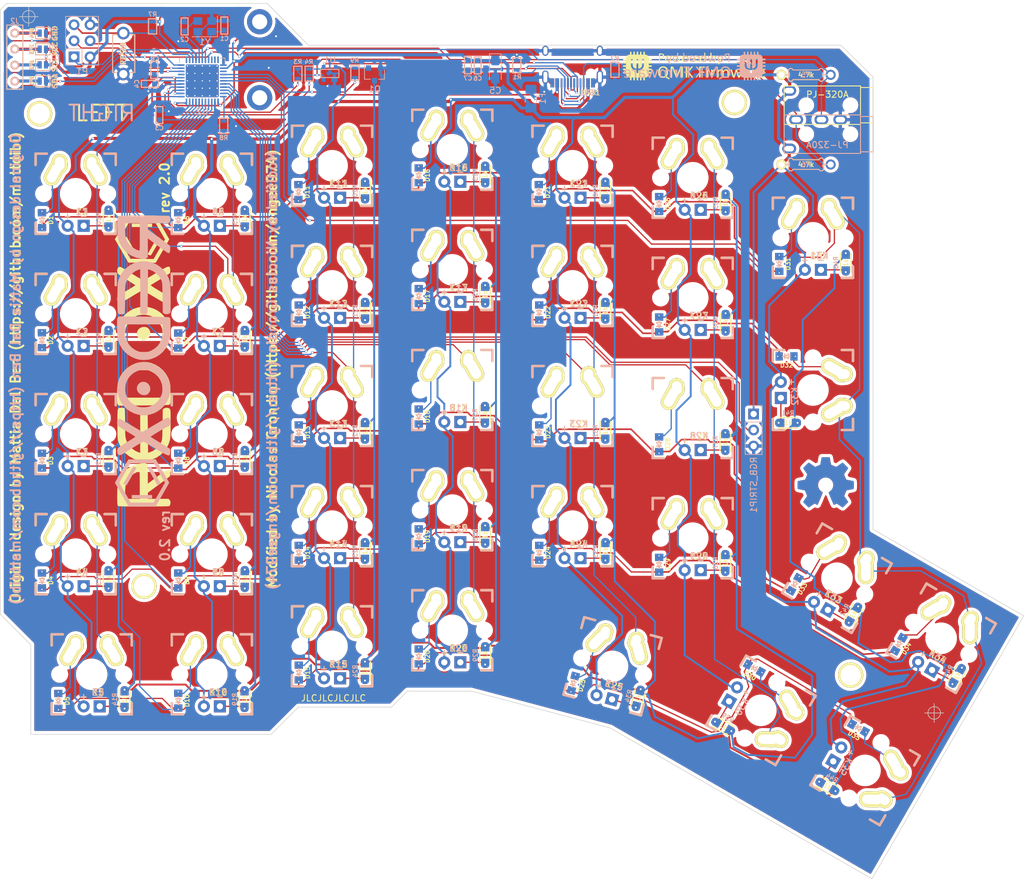
<source format=kicad_pcb>
(kicad_pcb (version 20171130) (host pcbnew "(5.1.5)-3")
  (title_block (title "Redox keyboard PCB") (date 2020-05-12) (rev "2.0 NG") (comment 1 "Modified by Nicolas Grondin") (comment 2 https://github.com/engee974/redox-keyboard) (comment 3 "designed by Mattia Dal Ben (aka u/TiaMaT102)") (comment 4 https://github.com/mattdibi/redox-keyboard))
  (layers (0 F.Cu signal) (31 B.Cu signal) (34 B.Paste user) (35 F.Paste user hide) (36 B.SilkS user) (37 F.SilkS user) (38 B.Mask user hide) (39 F.Mask user) (44 Edge.Cuts user))
  (net 0 "")
  (net 1 row0)
  (net 2 "Net-(D1-Pad2)")
  (net 3 "Net-(D2-Pad2)")
  (net 4 "Net-(D3-Pad2)")
  (net 5 "Net-(D4-Pad2)")
  (net 6 "Net-(D5-Pad2)")
  (net 7 "Net-(D6-Pad2)")
  (net 8 "Net-(D10-Pad2)")
  (net 9 row1)
  (net 10 "Net-(D11-Pad2)")
  (net 11 "Net-(D12-Pad2)")
  (net 12 "Net-(D13-Pad2)")
  (net 13 "Net-(D14-Pad2)")
  (net 14 "Net-(D15-Pad2)")
  (net 15 "Net-(D16-Pad2)")
  (net 16 "Net-(D20-Pad2)")
  (net 17 row2)
  (net 18 "Net-(D21-Pad2)")
  (net 19 "Net-(D22-Pad2)")
  (net 20 "Net-(D23-Pad2)")
  (net 21 "Net-(D24-Pad2)")
  (net 22 "Net-(D25-Pad2)")
  (net 23 "Net-(D26-Pad2)")
  (net 24 "Net-(D30-Pad2)")
  (net 25 row3)
  (net 26 "Net-(D31-Pad2)")
  (net 27 "Net-(D32-Pad2)")
  (net 28 "Net-(D33-Pad2)")
  (net 29 "Net-(D34-Pad2)")
  (net 30 "Net-(D35-Pad2)")
  (net 31 row4)
  (net 32 col0)
  (net 33 col1)
  (net 34 col2)
  (net 35 col3)
  (net 36 col4)
  (net 37 col5)
  (net 38 col6)
  (net 39 VCC)
  (net 40 SDA)
  (net 41 SCL)
  (net 42 rgb_data)
  (net 43 GND)
  (net 44 "Net-(Q1-Pad1)")
  (net 45 "Net-(R3-Pad2)")
  (net 46 "Net-(R4-Pad2)")
  (net 47 D+)
  (net 48 D-)
  (net 49 "Net-(R8-Pad2)")
  (net 50 "Net-(R9-Pad2)")
  (net 51 MISO)
  (net 52 SCK)
  (net 53 MOSI)
  (net 54 RST)
  (net 55 "Net-(D7-Pad2)")
  (net 56 "Net-(D8-Pad2)")
  (net 57 "Net-(D9-Pad2)")
  (net 58 "Net-(D17-Pad2)")
  (net 59 "Net-(D18-Pad2)")
  (net 60 "Net-(D19-Pad2)")
  (net 61 "Net-(D27-Pad2)")
  (net 62 "Net-(D28-Pad2)")
  (net 63 "Net-(D29-Pad2)")
  (net 64 "Net-(R1-Pad2)")
  (net 65 "Net-(R2-Pad2)")
  (net 66 "Net-(C3-Pad1)")
  (net 67 LEDGND)
  (net 68 "Net-(J2-Pad1)")
  (net 69 "Net-(J2-Pad2)")
  (net 70 "Net-(J2-Pad3)")
  (net 71 "Net-(J2-Pad4)")
  (net 72 XTAL1)
  (net 73 XTAL2)
  (net 74 "Net-(C4-Pad2)")
  (net 75 "Net-(K1-Pad4)")
  (net 76 "Net-(K2-Pad4)")
  (net 77 "Net-(K3-Pad4)")
  (net 78 "Net-(K4-Pad4)")
  (net 79 "Net-(K5-Pad4)")
  (net 80 "Net-(K6-Pad4)")
  (net 81 "Net-(K7-Pad4)")
  (net 82 "Net-(K8-Pad4)")
  (net 83 "Net-(K9-Pad4)")
  (net 84 "Net-(K10-Pad4)")
  (net 85 "Net-(K11-Pad4)")
  (net 86 "Net-(K12-Pad4)")
  (net 87 "Net-(K13-Pad4)")
  (net 88 "Net-(K14-Pad4)")
  (net 89 "Net-(K15-Pad4)")
  (net 90 "Net-(K16-Pad4)")
  (net 91 "Net-(K17-Pad4)")
  (net 92 "Net-(K18-Pad4)")
  (net 93 "Net-(K19-Pad4)")
  (net 94 "Net-(K20-Pad4)")
  (net 95 "Net-(K21-Pad4)")
  (net 96 "Net-(K22-Pad4)")
  (net 97 "Net-(K23-Pad4)")
  (net 98 "Net-(K24-Pad4)")
  (net 99 "Net-(K25-Pad4)")
  (net 100 "Net-(K26-Pad4)")
  (net 101 "Net-(K27-Pad4)")
  (net 102 "Net-(K28-Pad4)")
  (net 103 "Net-(K29-Pad4)")
  (net 104 "Net-(K30-Pad4)")
  (net 105 "Net-(K31-Pad4)")
  (net 106 "Net-(K32-Pad4)")
  (net 107 "Net-(K33-Pad4)")
  (net 108 "Net-(K34-Pad4)")
  (net 109 "Net-(K35-Pad4)")
  (net 110 "Net-(USB1-Pad3)")
  (net 111 "Net-(USB1-Pad9)")
  (net 112 VBUS)
  (module redox_footprints:Mx_Alps_150-dualsided_with_LED (layer F.Cu) (at 200.025 148.59 240)
    (fp_text reference K30 hide)
    (fp_text value KEYSW hide)
    (fp_text user %R (at 1 2.85 60) (layer B.SilkS) (effects (font (thickness 0.2)) (justify mirror)))
    (fp_text user + (at -1.27 3.5 60) (layer B.SilkS))
    (fp_text user + (at -1.27 3.5 60) (layer F.SilkS))
    (fp_text user - (at 1.27 3.5 60) (layer B.SilkS))
    (fp_text user - (at 1.27 3.5 60) (layer F.SilkS))
    (pad 3 thru_hole circle (at -1.27 5.08 240) (size 1.905 1.905) (drill 0.9906) (layers *.Cu *.Mask) (net 39 VCC))
    (pad 4 thru_hole rect (at 1.27 5.08 240) (size 1.905 1.905) (drill 0.9906) (layers *.Cu *.Mask) (net 104 "Net-(K30-Pad4)"))
    (pad 1 thru_hole oval (at -2.52 -4.79 243.9) (size 2.5 3.08) (drill oval 1.5 2.08) (layers *.Cu *.Mask F.SilkS) (net 24 "Net-(D30-Pad2)"))
    (pad 2 thru_hole oval (at 3.405 -3.27 269.05) (size 2.5 4.17) (drill oval 1.5 3.17) (layers *.Cu *.Mask F.SilkS) (net 37 col5))
    (pad HOLE np_thru_hole circle (at 0 0 240) (size 3.9878 3.9878) (drill 3.9878) (layers *.Cu))
    (pad HOLE np_thru_hole circle (at -5.08 0 240) (size 1.7018 1.7018) (drill 1.7018) (layers *.Cu))
    (pad HOLE np_thru_hole circle (at 5.08 0 240) (size 1.7018 1.7018) (drill 1.7018) (layers *.Cu))
    (pad 1 thru_hole oval (at -3.405 -3.27 210.95) (size 2.5 4.17) (drill oval 1.5 3.17) (layers *.Cu *.Mask F.SilkS) (net 24 "Net-(D30-Pad2)"))
    (pad 2 thru_hole oval (at 2.52 -4.79 236.1) (size 2.5 3.08) (drill oval 1.5 2.08) (layers *.Cu *.Mask F.SilkS) (net 37 col5))
  )
  (module redox_footprints:Mx_Alps_150-dualsided_with_LED (layer F.Cu) (at 208.28 97.79 270)
    (fp_text reference K32 hide)
    (fp_text value KEYSW hide)
    (fp_text user %R (at 1 2.85 90) (layer B.SilkS) (effects (font (thickness 0.2)) (justify mirror)))
    (fp_text user + (at -1.27 3.5 90) (layer B.SilkS))
    (fp_text user + (at -1.27 3.5 90) (layer F.SilkS))
    (fp_text user - (at 1.27 3.5 90) (layer B.SilkS))
    (fp_text user - (at 1.27 3.5 90) (layer F.SilkS))
    (pad 3 thru_hole circle (at -1.27 5.08 270) (size 1.905 1.905) (drill 0.9906) (layers *.Cu *.Mask) (net 39 VCC))
    (pad 4 thru_hole rect (at 1.27 5.08 270) (size 1.905 1.905) (drill 0.9906) (layers *.Cu *.Mask) (net 106 "Net-(K32-Pad4)"))
    (pad 1 thru_hole oval (at -2.52 -4.79 273.9) (size 2.5 3.08) (drill oval 1.5 2.08) (layers *.Cu *.Mask F.SilkS) (net 27 "Net-(D32-Pad2)"))
    (pad 2 thru_hole oval (at 3.405 -3.27 299.05) (size 2.5 4.17) (drill oval 1.5 3.17) (layers *.Cu *.Mask F.SilkS) (net 38 col6))
    (pad HOLE np_thru_hole circle (at 0 0 270) (size 3.9878 3.9878) (drill 3.9878) (layers *.Cu))
    (pad HOLE np_thru_hole circle (at -5.08 0 270) (size 1.7018 1.7018) (drill 1.7018) (layers *.Cu))
    (pad HOLE np_thru_hole circle (at 5.08 0 270) (size 1.7018 1.7018) (drill 1.7018) (layers *.Cu))
    (pad 1 thru_hole oval (at -3.405 -3.27 240.95) (size 2.5 4.17) (drill oval 1.5 3.17) (layers *.Cu *.Mask F.SilkS) (net 27 "Net-(D32-Pad2)"))
    (pad 2 thru_hole oval (at 2.52 -4.79 266.1) (size 2.5 3.08) (drill oval 1.5 2.08) (layers *.Cu *.Mask F.SilkS) (net 38 col6))
  )
  (module redox_footprints:Mx_Alps_150-dualsided_with_LED (layer F.Cu) (at 216.535 158.115 240)
    (fp_text reference K35 hide)
    (fp_text value KEYSW hide)
    (fp_text user %R (at 1 2.85 60) (layer B.SilkS) (effects (font (thickness 0.2)) (justify mirror)))
    (fp_text user + (at -1.27 3.5 60) (layer B.SilkS))
    (fp_text user + (at -1.27 3.5 60) (layer F.SilkS))
    (fp_text user - (at 1.27 3.5 60) (layer B.SilkS))
    (fp_text user - (at 1.27 3.5 60) (layer F.SilkS))
    (pad 3 thru_hole circle (at -1.27 5.08 240) (size 1.905 1.905) (drill 0.9906) (layers *.Cu *.Mask) (net 39 VCC))
    (pad 4 thru_hole rect (at 1.27 5.08 240) (size 1.905 1.905) (drill 0.9906) (layers *.Cu *.Mask) (net 109 "Net-(K35-Pad4)"))
    (pad 1 thru_hole oval (at -2.52 -4.79 243.9) (size 2.5 3.08) (drill oval 1.5 2.08) (layers *.Cu *.Mask F.SilkS) (net 30 "Net-(D35-Pad2)"))
    (pad 2 thru_hole oval (at 3.405 -3.27 269.05) (size 2.5 4.17) (drill oval 1.5 3.17) (layers *.Cu *.Mask F.SilkS) (net 38 col6))
    (pad HOLE np_thru_hole circle (at 0 0 240) (size 3.9878 3.9878) (drill 3.9878) (layers *.Cu))
    (pad HOLE np_thru_hole circle (at -5.08 0 240) (size 1.7018 1.7018) (drill 1.7018) (layers *.Cu))
    (pad HOLE np_thru_hole circle (at 5.08 0 240) (size 1.7018 1.7018) (drill 1.7018) (layers *.Cu))
    (pad 1 thru_hole oval (at -3.405 -3.27 210.95) (size 2.5 4.17) (drill oval 1.5 3.17) (layers *.Cu *.Mask F.SilkS) (net 30 "Net-(D35-Pad2)"))
    (pad 2 thru_hole oval (at 2.52 -4.79 236.1) (size 2.5 3.08) (drill oval 1.5 2.08) (layers *.Cu *.Mask F.SilkS) (net 38 col6))
  )
  (module redox_footprints:Mx_Alps_125-dualside_with_LED (layer F.Cu) (at 91.44 66.675)
    (fp_text reference K1 (at 1 2.85) (layer F.SilkS) (effects (font (thickness 0.2))))
    (fp_text value KEYSW hide)
    (fp_text user %R (at 1 2.85) (layer B.SilkS) (effects (font (thickness 0.2)) (justify mirror)))
    (fp_text user - (at 1.27 3.5) (layer B.SilkS))
    (fp_text user + (at -1.27 3.5) (layer B.SilkS))
    (fp_text user - (at 1.27 3.5) (layer F.SilkS))
    (fp_text user + (at -1.27 3.5) (layer F.SilkS))
    (pad 4 thru_hole rect (at 1.27 5.08) (size 1.905 1.905) (drill 0.9906) (layers *.Cu *.Mask) (net 75 "Net-(K1-Pad4)"))
    (pad 3 thru_hole circle (at -1.27 5.08) (size 1.905 1.905) (drill 0.9906) (layers *.Cu *.Mask) (net 39 VCC))
    (pad 2 thru_hole oval (at 2.52 -4.79 356.1) (size 2.5 3.08) (drill oval 1.5 2.08) (layers *.Cu *.Mask F.SilkS) (net 32 col0))
    (pad 1 thru_hole oval (at -3.405 -3.27 330.95) (size 2.5 4.17) (drill oval 1.5 3.17) (layers *.Cu *.Mask F.SilkS) (net 2 "Net-(D1-Pad2)"))
    (pad HOLE np_thru_hole circle (at 5.08 0) (size 1.7018 1.7018) (drill 1.7018) (layers *.Cu))
    (pad HOLE np_thru_hole circle (at -5.08 0) (size 1.7018 1.7018) (drill 1.7018) (layers *.Cu))
    (pad HOLE np_thru_hole circle (at 0 0) (size 3.9878 3.9878) (drill 3.9878) (layers *.Cu))
    (pad 2 thru_hole oval (at 3.405 -3.27 29.05) (size 2.5 4.17) (drill oval 1.5 3.17) (layers *.Cu *.Mask F.SilkS) (net 32 col0))
    (pad 1 thru_hole oval (at -2.52 -4.79 3.9) (size 2.5 3.08) (drill oval 1.5 2.08) (layers *.Cu *.Mask F.SilkS) (net 2 "Net-(D1-Pad2)"))
  )
  (module redox_footprints:Mx_Alps_125-dualside_with_LED (layer F.Cu) (at 91.44 85.725)
    (fp_text reference K2 (at 1 2.85) (layer F.SilkS) (effects (font (thickness 0.2))))
    (fp_text value KEYSW hide)
    (fp_text user %R (at 1 2.85) (layer B.SilkS) (effects (font (thickness 0.2)) (justify mirror)))
    (fp_text user - (at 1.27 3.5) (layer B.SilkS))
    (fp_text user + (at -1.27 3.5) (layer B.SilkS))
    (fp_text user - (at 1.27 3.5) (layer F.SilkS))
    (fp_text user + (at -1.27 3.5) (layer F.SilkS))
    (pad 4 thru_hole rect (at 1.27 5.08) (size 1.905 1.905) (drill 0.9906) (layers *.Cu *.Mask) (net 76 "Net-(K2-Pad4)"))
    (pad 3 thru_hole circle (at -1.27 5.08) (size 1.905 1.905) (drill 0.9906) (layers *.Cu *.Mask) (net 39 VCC))
    (pad 2 thru_hole oval (at 2.52 -4.79 356.1) (size 2.5 3.08) (drill oval 1.5 2.08) (layers *.Cu *.Mask F.SilkS) (net 32 col0))
    (pad 1 thru_hole oval (at -3.405 -3.27 330.95) (size 2.5 4.17) (drill oval 1.5 3.17) (layers *.Cu *.Mask F.SilkS) (net 3 "Net-(D2-Pad2)"))
    (pad HOLE np_thru_hole circle (at 5.08 0) (size 1.7018 1.7018) (drill 1.7018) (layers *.Cu))
    (pad HOLE np_thru_hole circle (at -5.08 0) (size 1.7018 1.7018) (drill 1.7018) (layers *.Cu))
    (pad HOLE np_thru_hole circle (at 0 0) (size 3.9878 3.9878) (drill 3.9878) (layers *.Cu))
    (pad 2 thru_hole oval (at 3.405 -3.27 29.05) (size 2.5 4.17) (drill oval 1.5 3.17) (layers *.Cu *.Mask F.SilkS) (net 32 col0))
    (pad 1 thru_hole oval (at -2.52 -4.79 3.9) (size 2.5 3.08) (drill oval 1.5 2.08) (layers *.Cu *.Mask F.SilkS) (net 3 "Net-(D2-Pad2)"))
  )
  (module redox_footprints:Mx_Alps_125-dualside_with_LED (layer F.Cu) (at 91.44 104.775)
    (fp_text reference K3 (at 1 2.85) (layer F.SilkS) (effects (font (thickness 0.2))))
    (fp_text value KEYSW hide)
    (fp_text user %R (at 1 2.85) (layer B.SilkS) (effects (font (thickness 0.2)) (justify mirror)))
    (fp_text user - (at 1.27 3.5) (layer B.SilkS))
    (fp_text user + (at -1.27 3.5) (layer B.SilkS))
    (fp_text user - (at 1.27 3.5) (layer F.SilkS))
    (fp_text user + (at -1.27 3.5) (layer F.SilkS))
    (pad 4 thru_hole rect (at 1.27 5.08) (size 1.905 1.905) (drill 0.9906) (layers *.Cu *.Mask) (net 77 "Net-(K3-Pad4)"))
    (pad 3 thru_hole circle (at -1.27 5.08) (size 1.905 1.905) (drill 0.9906) (layers *.Cu *.Mask) (net 39 VCC))
    (pad 2 thru_hole oval (at 2.52 -4.79 356.1) (size 2.5 3.08) (drill oval 1.5 2.08) (layers *.Cu *.Mask F.SilkS) (net 32 col0))
    (pad 1 thru_hole oval (at -3.405 -3.27 330.95) (size 2.5 4.17) (drill oval 1.5 3.17) (layers *.Cu *.Mask F.SilkS) (net 4 "Net-(D3-Pad2)"))
    (pad HOLE np_thru_hole circle (at 5.08 0) (size 1.7018 1.7018) (drill 1.7018) (layers *.Cu))
    (pad HOLE np_thru_hole circle (at -5.08 0) (size 1.7018 1.7018) (drill 1.7018) (layers *.Cu))
    (pad HOLE np_thru_hole circle (at 0 0) (size 3.9878 3.9878) (drill 3.9878) (layers *.Cu))
    (pad 2 thru_hole oval (at 3.405 -3.27 29.05) (size 2.5 4.17) (drill oval 1.5 3.17) (layers *.Cu *.Mask F.SilkS) (net 32 col0))
    (pad 1 thru_hole oval (at -2.52 -4.79 3.9) (size 2.5 3.08) (drill oval 1.5 2.08) (layers *.Cu *.Mask F.SilkS) (net 4 "Net-(D3-Pad2)"))
  )
  (module redox_footprints:Mx_Alps_125-dualside_with_LED (layer F.Cu) (at 91.44 123.825)
    (fp_text reference K4 (at 1 2.85) (layer F.SilkS) (effects (font (thickness 0.2))))
    (fp_text value KEYSW hide)
    (fp_text user %R (at 1 2.85) (layer B.SilkS) (effects (font (thickness 0.2)) (justify mirror)))
    (fp_text user - (at 1.27 3.5) (layer B.SilkS))
    (fp_text user + (at -1.27 3.5) (layer B.SilkS))
    (fp_text user - (at 1.27 3.5) (layer F.SilkS))
    (fp_text user + (at -1.27 3.5) (layer F.SilkS))
    (pad 4 thru_hole rect (at 1.27 5.08) (size 1.905 1.905) (drill 0.9906) (layers *.Cu *.Mask) (net 78 "Net-(K4-Pad4)"))
    (pad 3 thru_hole circle (at -1.27 5.08) (size 1.905 1.905) (drill 0.9906) (layers *.Cu *.Mask) (net 39 VCC))
    (pad 2 thru_hole oval (at 2.52 -4.79 356.1) (size 2.5 3.08) (drill oval 1.5 2.08) (layers *.Cu *.Mask F.SilkS) (net 32 col0))
    (pad 1 thru_hole oval (at -3.405 -3.27 330.95) (size 2.5 4.17) (drill oval 1.5 3.17) (layers *.Cu *.Mask F.SilkS) (net 5 "Net-(D4-Pad2)"))
    (pad HOLE np_thru_hole circle (at 5.08 0) (size 1.7018 1.7018) (drill 1.7018) (layers *.Cu))
    (pad HOLE np_thru_hole circle (at -5.08 0) (size 1.7018 1.7018) (drill 1.7018) (layers *.Cu))
    (pad HOLE np_thru_hole circle (at 0 0) (size 3.9878 3.9878) (drill 3.9878) (layers *.Cu))
    (pad 2 thru_hole oval (at 3.405 -3.27 29.05) (size 2.5 4.17) (drill oval 1.5 3.17) (layers *.Cu *.Mask F.SilkS) (net 32 col0))
    (pad 1 thru_hole oval (at -2.52 -4.79 3.9) (size 2.5 3.08) (drill oval 1.5 2.08) (layers *.Cu *.Mask F.SilkS) (net 5 "Net-(D4-Pad2)"))
  )
  (module redox_footprints:Mx_Alps_125-dualside_with_LED (layer F.Cu) (at 176.53 141.605 345)
    (fp_text reference K25 (at 1.000001 2.85 165) (layer F.SilkS) (effects (font (thickness 0.2))))
    (fp_text value KEYSW hide)
    (fp_text user %R (at 1.000001 2.85 165) (layer B.SilkS) (effects (font (thickness 0.2)) (justify mirror)))
    (fp_text user - (at 1.27 3.5 165) (layer B.SilkS))
    (fp_text user + (at -1.27 3.5 165) (layer B.SilkS))
    (fp_text user - (at 1.27 3.5 165) (layer F.SilkS))
    (fp_text user + (at -1.27 3.5 165) (layer F.SilkS))
    (pad 4 thru_hole rect (at 1.27 5.08 345) (size 1.905 1.905) (drill 0.9906) (layers *.Cu *.Mask) (net 99 "Net-(K25-Pad4)"))
    (pad 3 thru_hole circle (at -1.27 5.08 345) (size 1.905 1.905) (drill 0.9906) (layers *.Cu *.Mask) (net 39 VCC))
    (pad 2 thru_hole oval (at 2.52 -4.79 341.1) (size 2.5 3.08) (drill oval 1.5 2.08) (layers *.Cu *.Mask F.SilkS) (net 36 col4))
    (pad 1 thru_hole oval (at -3.405 -3.27 315.95) (size 2.5 4.17) (drill oval 1.5 3.17) (layers *.Cu *.Mask F.SilkS) (net 22 "Net-(D25-Pad2)"))
    (pad HOLE np_thru_hole circle (at 5.08 0 345) (size 1.7018 1.7018) (drill 1.7018) (layers *.Cu))
    (pad HOLE np_thru_hole circle (at -5.08 0 345) (size 1.7018 1.7018) (drill 1.7018) (layers *.Cu))
    (pad HOLE np_thru_hole circle (at 0 0 345) (size 3.9878 3.9878) (drill 3.9878) (layers *.Cu))
    (pad 2 thru_hole oval (at 3.405 -3.27 14.05) (size 2.5 4.17) (drill oval 1.5 3.17) (layers *.Cu *.Mask F.SilkS) (net 36 col4))
    (pad 1 thru_hole oval (at -2.52 -4.79 348.9) (size 2.5 3.08) (drill oval 1.5 2.08) (layers *.Cu *.Mask F.SilkS) (net 22 "Net-(D25-Pad2)"))
  )
  (module redox_footprints:OLED_4Pin (layer B.Cu) (at 81.8 41.2 270)
    (fp_text reference J2 (at -1.915 0.012 180) (layer B.SilkS) (effects (font (size 0.8128 0.8128)) (justify mirror)))
    (fp_text value OLED-SSD1306 hide)
    (pad 1 thru_hole circle (at 0 0 270) (size 1.397 1.397) (drill 0.8128) (layers *.Cu *.Mask B.SilkS) (net 68 "Net-(J2-Pad1)"))
    (pad 2 thru_hole circle (at 2.54 0 270) (size 1.397 1.397) (drill 0.8128) (layers *.Cu *.Mask B.SilkS) (net 69 "Net-(J2-Pad2)"))
    (pad 3 thru_hole circle (at 5.08 0 270) (size 1.397 1.397) (drill 0.8128) (layers *.Cu *.Mask B.SilkS) (net 70 "Net-(J2-Pad3)"))
    (pad 4 thru_hole circle (at 7.62 0 270) (size 1.397 1.397) (drill 0.8128) (layers *.Cu *.Mask B.SilkS) (net 71 "Net-(J2-Pad4)"))
  )
  (module redox_footprints:OSHW-Symbol_8.9x8mm_Copper (layer B.Cu) (at 210.3 112.45 180)
    (fp_text reference REF** hide)
    (fp_text value OSHW-Symbol_8.9x8mm_Copper hide)
    (fp_poly (pts (xy 0.746536 3.399573) (xy 0.859118 2.802382) (xy 1.274531 2.631135) (xy 1.689945 2.459888) (xy 2.188302 2.798767) (xy 2.327869 2.893123) (xy 2.454029 2.97737) (xy 2.560896 3.047662) (xy 2.642583 3.100153) (xy 2.693202 3.130996) (xy 2.706987 3.137647) (xy 2.731821 3.120542) (xy 2.784889 3.073256) (xy 2.860241 3.001828) (xy 2.95193 2.9123) (xy 3.054008 2.810711) (xy 3.160527 2.703102) (xy 3.265537 2.595513) (xy 3.363092 2.493985) (xy 3.447243 2.404559) (xy 3.512041 2.333274) (xy 3.551538 2.286172) (xy 3.560981 2.270408) (xy 3.547392 2.241347) (xy 3.509294 2.177679) (xy 3.450694 2.085633) (xy 3.375598 1.971436) (xy 3.288009 1.841316) (xy 3.237255 1.767099) (xy 3.144746 1.631578) (xy 3.062541 1.509284) (xy 2.994631 1.406305) (xy 2.945001 1.328727) (xy 2.917641 1.282639) (xy 2.91353 1.272953) (xy 2.92285 1.245426) (xy 2.948255 1.181272) (xy 2.985912 1.08951) (xy 3.031987 0.979161) (xy 3.082647 0.859245) (xy 3.13406 0.738781) (xy 3.18239 0.626791) (xy 3.223807 0.532293) (xy 3.254475 0.464308) (xy 3.270562 0.431857) (xy 3.271512 0.43058) (xy 3.296773 0.424383) (xy 3.364046 0.41056) (xy 3.466361 0.390468) (xy 3.596742 0.365466) (xy 3.748217 0.336914) (xy 3.836594 0.320449) (xy 3.998453 0.289631) (xy 4.14465 0.260306) (xy 4.267788 0.234079) (xy 4.36047 0.212554) (xy 4.415302 0.197335) (xy 4.426324 0.192507) (xy 4.437119 0.159826) (xy 4.44583 0.086015) (xy 4.452461 -0.020292) (xy 4.457019 -0.150467) (xy 4.45951 -0.295876) (xy 4.459939 -0.44789) (xy 4.458312 -0.597877) (xy 4.454636 -0.737206) (xy 4.448916 -0.857245) (xy 4.441158 -0.949365) (xy 4.431369 -1.004932) (xy 4.425497 -1.0165) (xy 4.3904 -1.030365) (xy 4.316029 -1.050188) (xy 4.212224 -1.073639) (xy 4.08882 -1.098391) (xy 4.045742 -1.106398) (xy 3.838048 -1.144441) (xy 3.673985 -1.175079) (xy 3.548131 -1.199529) (xy 3.455066 -1.219009) (xy 3.389368 -1.234736) (xy 3.345618 -1.247928) (xy 3.318393 -1.259804) (xy 3.302273 -1.27158) (xy 3.300018 -1.273908) (xy 3.277504 -1.3114) (xy 3.243159 -1.384365) (xy 3.200412 -1.483867) (xy 3.152693 -1.600973) (xy 3.103431 -1.726748) (xy 3.056056 -1.852257) (xy 3.013996 -1.968565) (xy 2.980681 -2.066739) (xy 2.959542 -2.137843) (xy 2.954006 -2.172942) (xy 2.954467 -2.174172) (xy 2.973224 -2.202861) (xy 3.015777 -2.265985) (xy 3.077654 -2.356973) (xy 3.154383 -2.469255) (xy 3.241492 -2.59626) (xy 3.266299 -2.632353) (xy 3.354753 -2.763203) (xy 3.432589 -2.882591) (xy 3.495567 -2.983662) (xy 3.539446 -3.059559) (xy 3.559986 -3.103427) (xy 3.560981 -3.108817) (xy 3.543723 -3.137144) (xy 3.496036 -3.193261) (xy 3.424051 -3.271137) (xy 3.333898 -3.36474) (xy 3.231706 -3.468041) (xy 3.123606 -3.575006) (xy 3.015729 -3.679606) (xy 2.914205 -3.775809) (xy 2.825163 -3.857584) (xy 2.754734 -3.9189) (xy 2.709048 -3.953726) (xy 2.69641 -3.959412) (xy 2.666992 -3.94602) (xy 2.606762 -3.909899) (xy 2.52553 -3.857136) (xy 2.463031 -3.814667) (xy 2.349786 -3.73674) (xy 2.215675 -3.644984) (xy 2.081156 -3.553375) (xy 2.008834 -3.504346) (xy 1.764039 -3.33877) (xy 1.558551 -3.449875) (xy 1.464937 -3.498548) (xy 1.385331 -3.536381) (xy 1.331468 -3.557958) (xy 1.317758 -3.560961) (xy 1.301271 -3.538793) (xy 1.268746 -3.476149) (xy 1.222609 -3.378809) (xy 1.165291 -3.252549) (xy 1.099217 -3.10315) (xy 1.026816 -2.936388) (xy 0.950517 -2.758042) (xy 0.872747 -2.573891) (xy 0.795935 -2.389712) (xy 0.722507 -2.211285) (xy 0.654893 -2.044387) (xy 0.595521 -1.894797) (xy 0.546817 -1.768293) (xy 0.511211 -1.670654) (xy 0.491131 -1.607657) (xy 0.487901 -1.586021) (xy 0.513497 -1.558424) (xy 0.569539 -1.513625) (xy 0.644312 -1.460934) (xy 0.650588 -1.456765) (xy 0.843846 -1.302069) (xy 0.999675 -1.121591) (xy 1.116725 -0.921102) (xy 1.193646 -0.706374) (xy 1.229087 -0.483177) (xy 1.221698 -0.257281) (xy 1.170128 -0.034459) (xy 1.073027 0.179521) (xy 1.044459 0.226336) (xy 0.895869 0.415382) (xy 0.720328 0.567188) (xy 0.523911 0.680966) (xy 0.312694 0.755925) (xy 0.092754 0.791278) (xy -0.129836 0.786233) (xy -0.348998 0.740001) (xy -0.558657 0.651794) (xy -0.752738 0.520821) (xy -0.812773 0.467663) (xy -0.965564 0.301261) (xy -1.076902 0.126088) (xy -1.153276 -0.070266) (xy -1.195812 -0.264717) (xy -1.206313 -0.483342) (xy -1.171299 -0.703052) (xy -1.094326 -0.91642) (xy -0.978952 -1.116022) (xy -0.828734 -1.294429) (xy -0.647226 -1.444217) (xy -0.623372 -1.460006) (xy -0.547798 -1.511712) (xy -0.490348 -1.556512) (xy -0.462882 -1.585117) (xy -0.462482 -1.586021) (xy -0.468379 -1.616964) (xy -0.491754 -1.687191) (xy -0.530178 -1.790925) (xy -0.581222 -1.92239) (xy -0.642457 -2.075807) (xy -0.711455 -2.245401) (xy -0.785786 -2.425393) (xy -0.863021 -2.610008) (xy -0.940731 -2.793468) (xy -1.016488 -2.969996) (xy -1.087862 -3.133814) (xy -1.152425 -3.279147) (xy -1.207747 -3.400217) (xy -1.251399 -3.491247) (xy -1.280953 -3.54646) (xy -1.292855 -3.560961) (xy -1.329222 -3.549669) (xy -1.397269 -3.519385) (xy -1.485263 -3.47552) (xy -1.533649 -3.449875) (xy -1.739136 -3.33877) (xy -1.983931 -3.504346) (xy -2.108893 -3.58917) (xy -2.245704 -3.682516) (xy -2.373911 -3.770408) (xy -2.438128 -3.814667) (xy -2.528448 -3.875318) (xy -2.604928 -3.923381) (xy -2.657592 -3.95277) (xy -2.674697 -3.958982) (xy -2.699594 -3.942223) (xy -2.754694 -3.895436) (xy -2.834656 -3.82348) (xy -2.934139 -3.731212) (xy -3.047799 -3.62349) (xy -3.119684 -3.554326) (xy -3.245448 -3.430757) (xy -3.354136 -3.320234) (xy -3.441354 -3.227485) (xy -3.50271 -3.157237) (xy -3.533808 -3.11422) (xy -3.536791 -3.10549) (xy -3.522946 -3.072284) (xy -3.484687 -3.005142) (xy -3.426258 -2.910863) (xy -3.351902 -2.796245) (xy -3.265864 -2.668083) (xy -3.241397 -2.632353) (xy -3.152245 -2.502489) (xy -3.072261 -2.385569) (xy -3.005919 -2.288162) (xy -2.957688 -2.216839) (xy -2.932042 -2.17817) (xy -2.929564 -2.174172) (xy -2.93327 -2.143355) (xy -2.952938 -2.075599) (xy -2.985139 -1.979839) (xy -3.026444 -1.865009) (xy -3.073424 -1.740044) (xy -3.12265 -1.613879) (xy -3.170691 -1.495448) (xy -3.214118 -1.393685) (xy -3.249503 -1.317526) (xy -3.273415 -1.275904) (xy -3.275115 -1.273908) (xy -3.289737 -1.262013) (xy -3.314434 -1.25025) (xy -3.354627 -1.237401) (xy -3.415736 -1.222249) (xy -3.503182 -1.203576) (xy -3.622387 -1.180165) (xy -3.778772 -1.150797) (xy -3.977756 -1.114255) (xy -4.020839 -1.106398) (xy -4.148529 -1.081727) (xy -4.259846 -1.057593) (xy -4.344954 -1.036324) (xy -4.394016 -1.020248) (xy -4.400594 -1.0165) (xy -4.411435 -0.983273) (xy -4.420246 -0.909021) (xy -4.427023 -0.802376) (xy -4.431759 -0.671967) (xy -4.434449 -0.526427) (xy -4.435086 -0.374386) (xy -4.433665 -0.224476) (xy -4.430179 -0.085328) (xy -4.424623 0.034428) (xy -4.416991 0.126159) (xy -4.407277 0.181234) (xy -4.401421 0.192507) (xy -4.368819 0.203877) (xy -4.294581 0.222376) (xy -4.186103 0.246398) (xy -4.050782 0.274338) (xy -3.896014 0.304592) (xy -3.811692 0.320449) (xy -3.651703 0.350356) (xy -3.509032 0.37745) (xy -3.390651 0.400369) (xy -3.303534 0.417757) (xy -3.254654 0.428253) (xy -3.246609 0.43058) (xy -3.233012 0.456814) (xy -3.20427 0.520005) (xy -3.164214 0.611123) (xy -3.116675 0.721143) (xy -3.065484 0.841035) (xy -3.014473 0.961773) (xy -2.967473 1.074329) (xy -2.928315 1.169674) (xy -2.90083 1.238783) (xy -2.88885 1.272626) (xy -2.888627 1.274105) (xy -2.902208 1.300803) (xy -2.940284 1.36224) (xy -2.998852 1.452311) (xy -3.073911 1.56491) (xy -3.161459 1.69393) (xy -3.212352 1.768039) (xy -3.30509 1.903923) (xy -3.387458 2.027291) (xy -3.455438 2.131903) (xy -3.505011 2.211517) (xy -3.532157 2.259893) (xy -3.536078 2.270738) (xy -3.519224 2.29598) (xy -3.472631 2.349876) (xy -3.402251 2.426387) (xy -3.314034 2.519477) (xy -3.213934 2.623105) (xy -3.107901 2.731236) (xy -3.001888 2.83783) (xy -2.901847 2.93685) (xy -2.813729 3.022258) (xy -2.743486 3.088015) (xy -2.697071 3.128084) (xy -2.681543 3.137647) (xy -2.65626 3.1242) (xy -2.595788 3.086425) (xy -2.506007 3.028165) (xy -2.392796 2.953266) (xy -2.262036 2.865575) (xy -2.1634 2.798767) (xy -1.665042 2.459888) (xy -1.249629 2.631135) (xy -0.834215 2.802382) (xy -0.721633 3.399573) (xy -0.60905 3.996765) (xy 0.633953 3.996765) (xy 0.746536 3.399573)) (layer B.Cu) (width 0.01))
  )
  (module redox_footprints:OSHW-Symbol_8.9x8mm_Copper (layer F.Cu) (at 210.3 112.45)
    (fp_text reference REF** hide)
    (fp_text value OSHW-Symbol_8.9x8mm_Copper hide)
    (fp_poly (pts (xy 0.746536 -3.399573) (xy 0.859118 -2.802382) (xy 1.274531 -2.631135) (xy 1.689945 -2.459888) (xy 2.188302 -2.798767) (xy 2.327869 -2.893123) (xy 2.454029 -2.97737) (xy 2.560896 -3.047662) (xy 2.642583 -3.100153) (xy 2.693202 -3.130996) (xy 2.706987 -3.137647) (xy 2.731821 -3.120542) (xy 2.784889 -3.073256) (xy 2.860241 -3.001828) (xy 2.95193 -2.9123) (xy 3.054008 -2.810711) (xy 3.160527 -2.703102) (xy 3.265537 -2.595513) (xy 3.363092 -2.493985) (xy 3.447243 -2.404559) (xy 3.512041 -2.333274) (xy 3.551538 -2.286172) (xy 3.560981 -2.270408) (xy 3.547392 -2.241347) (xy 3.509294 -2.177679) (xy 3.450694 -2.085633) (xy 3.375598 -1.971436) (xy 3.288009 -1.841316) (xy 3.237255 -1.767099) (xy 3.144746 -1.631578) (xy 3.062541 -1.509284) (xy 2.994631 -1.406305) (xy 2.945001 -1.328727) (xy 2.917641 -1.282639) (xy 2.91353 -1.272953) (xy 2.92285 -1.245426) (xy 2.948255 -1.181272) (xy 2.985912 -1.08951) (xy 3.031987 -0.979161) (xy 3.082647 -0.859245) (xy 3.13406 -0.738781) (xy 3.18239 -0.626791) (xy 3.223807 -0.532293) (xy 3.254475 -0.464308) (xy 3.270562 -0.431857) (xy 3.271512 -0.43058) (xy 3.296773 -0.424383) (xy 3.364046 -0.41056) (xy 3.466361 -0.390468) (xy 3.596742 -0.365466) (xy 3.748217 -0.336914) (xy 3.836594 -0.320449) (xy 3.998453 -0.289631) (xy 4.14465 -0.260306) (xy 4.267788 -0.234079) (xy 4.36047 -0.212554) (xy 4.415302 -0.197335) (xy 4.426324 -0.192507) (xy 4.437119 -0.159826) (xy 4.44583 -0.086015) (xy 4.452461 0.020292) (xy 4.457019 0.150467) (xy 4.45951 0.295876) (xy 4.459939 0.44789) (xy 4.458312 0.597877) (xy 4.454636 0.737206) (xy 4.448916 0.857245) (xy 4.441158 0.949365) (xy 4.431369 1.004932) (xy 4.425497 1.0165) (xy 4.3904 1.030365) (xy 4.316029 1.050188) (xy 4.212224 1.073639) (xy 4.08882 1.098391) (xy 4.045742 1.106398) (xy 3.838048 1.144441) (xy 3.673985 1.175079) (xy 3.548131 1.199529) (xy 3.455066 1.219009) (xy 3.389368 1.234736) (xy 3.345618 1.247928) (xy 3.318393 1.259804) (xy 3.302273 1.27158) (xy 3.300018 1.273908) (xy 3.277504 1.3114) (xy 3.243159 1.384365) (xy 3.200412 1.483867) (xy 3.152693 1.600973) (xy 3.103431 1.726748) (xy 3.056056 1.852257) (xy 3.013996 1.968565) (xy 2.980681 2.066739) (xy 2.959542 2.137843) (xy 2.954006 2.172942) (xy 2.954467 2.174172) (xy 2.973224 2.202861) (xy 3.015777 2.265985) (xy 3.077654 2.356973) (xy 3.154383 2.469255) (xy 3.241492 2.59626) (xy 3.266299 2.632353) (xy 3.354753 2.763203) (xy 3.432589 2.882591) (xy 3.495567 2.983662) (xy 3.539446 3.059559) (xy 3.559986 3.103427) (xy 3.560981 3.108817) (xy 3.543723 3.137144) (xy 3.496036 3.193261) (xy 3.424051 3.271137) (xy 3.333898 3.36474) (xy 3.231706 3.468041) (xy 3.123606 3.575006) (xy 3.015729 3.679606) (xy 2.914205 3.775809) (xy 2.825163 3.857584) (xy 2.754734 3.9189) (xy 2.709048 3.953726) (xy 2.69641 3.959412) (xy 2.666992 3.94602) (xy 2.606762 3.909899) (xy 2.52553 3.857136) (xy 2.463031 3.814667) (xy 2.349786 3.73674) (xy 2.215675 3.644984) (xy 2.081156 3.553375) (xy 2.008834 3.504346) (xy 1.764039 3.33877) (xy 1.558551 3.449875) (xy 1.464937 3.498548) (xy 1.385331 3.536381) (xy 1.331468 3.557958) (xy 1.317758 3.560961) (xy 1.301271 3.538793) (xy 1.268746 3.476149) (xy 1.222609 3.378809) (xy 1.165291 3.252549) (xy 1.099217 3.10315) (xy 1.026816 2.936388) (xy 0.950517 2.758042) (xy 0.872747 2.573891) (xy 0.795935 2.389712) (xy 0.722507 2.211285) (xy 0.654893 2.044387) (xy 0.595521 1.894797) (xy 0.546817 1.768293) (xy 0.511211 1.670654) (xy 0.491131 1.607657) (xy 0.487901 1.586021) (xy 0.513497 1.558424) (xy 0.569539 1.513625) (xy 0.644312 1.460934) (xy 0.650588 1.456765) (xy 0.843846 1.302069) (xy 0.999675 1.121591) (xy 1.116725 0.921102) (xy 1.193646 0.706374) (xy 1.229087 0.483177) (xy 1.221698 0.257281) (xy 1.170128 0.034459) (xy 1.073027 -0.179521) (xy 1.044459 -0.226336) (xy 0.895869 -0.415382) (xy 0.720328 -0.567188) (xy 0.523911 -0.680966) (xy 0.312694 -0.755925) (xy 0.092754 -0.791278) (xy -0.129836 -0.786233) (xy -0.348998 -0.740001) (xy -0.558657 -0.651794) (xy -0.752738 -0.520821) (xy -0.812773 -0.467663) (xy -0.965564 -0.301261) (xy -1.076902 -0.126088) (xy -1.153276 0.070266) (xy -1.195812 0.264717) (xy -1.206313 0.483342) (xy -1.171299 0.703052) (xy -1.094326 0.91642) (xy -0.978952 1.116022) (xy -0.828734 1.294429) (xy -0.647226 1.444217) (xy -0.623372 1.460006) (xy -0.547798 1.511712) (xy -0.490348 1.556512) (xy -0.462882 1.585117) (xy -0.462482 1.586021) (xy -0.468379 1.616964) (xy -0.491754 1.687191) (xy -0.530178 1.790925) (xy -0.581222 1.92239) (xy -0.642457 2.075807) (xy -0.711455 2.245401) (xy -0.785786 2.425393) (xy -0.863021 2.610008) (xy -0.940731 2.793468) (xy -1.016488 2.969996) (xy -1.087862 3.133814) (xy -1.152425 3.279147) (xy -1.207747 3.400217) (xy -1.251399 3.491247) (xy -1.280953 3.54646) (xy -1.292855 3.560961) (xy -1.329222 3.549669) (xy -1.397269 3.519385) (xy -1.485263 3.47552) (xy -1.533649 3.449875) (xy -1.739136 3.33877) (xy -1.983931 3.504346) (xy -2.108893 3.58917) (xy -2.245704 3.682516) (xy -2.373911 3.770408) (xy -2.438128 3.814667) (xy -2.528448 3.875318) (xy -2.604928 3.923381) (xy -2.657592 3.95277) (xy -2.674697 3.958982) (xy -2.699594 3.942223) (xy -2.754694 3.895436) (xy -2.834656 3.82348) (xy -2.934139 3.731212) (xy -3.047799 3.62349) (xy -3.119684 3.554326) (xy -3.245448 3.430757) (xy -3.354136 3.320234) (xy -3.441354 3.227485) (xy -3.50271 3.157237) (xy -3.533808 3.11422) (xy -3.536791 3.10549) (xy -3.522946 3.072284) (xy -3.484687 3.005142) (xy -3.426258 2.910863) (xy -3.351902 2.796245) (xy -3.265864 2.668083) (xy -3.241397 2.632353) (xy -3.152245 2.502489) (xy -3.072261 2.385569) (xy -3.005919 2.288162) (xy -2.957688 2.216839) (xy -2.932042 2.17817) (xy -2.929564 2.174172) (xy -2.93327 2.143355) (xy -2.952938 2.075599) (xy -2.985139 1.979839) (xy -3.026444 1.865009) (xy -3.073424 1.740044) (xy -3.12265 1.613879) (xy -3.170691 1.495448) (xy -3.214118 1.393685) (xy -3.249503 1.317526) (xy -3.273415 1.275904) (xy -3.275115 1.273908) (xy -3.289737 1.262013) (xy -3.314434 1.25025) (xy -3.354627 1.237401) (xy -3.415736 1.222249) (xy -3.503182 1.203576) (xy -3.622387 1.180165) (xy -3.778772 1.150797) (xy -3.977756 1.114255) (xy -4.020839 1.106398) (xy -4.148529 1.081727) (xy -4.259846 1.057593) (xy -4.344954 1.036324) (xy -4.394016 1.020248) (xy -4.400594 1.0165) (xy -4.411435 0.983273) (xy -4.420246 0.909021) (xy -4.427023 0.802376) (xy -4.431759 0.671967) (xy -4.434449 0.526427) (xy -4.435086 0.374386) (xy -4.433665 0.224476) (xy -4.430179 0.085328) (xy -4.424623 -0.034428) (xy -4.416991 -0.126159) (xy -4.407277 -0.181234) (xy -4.401421 -0.192507) (xy -4.368819 -0.203877) (xy -4.294581 -0.222376) (xy -4.186103 -0.246398) (xy -4.050782 -0.274338) (xy -3.896014 -0.304592) (xy -3.811692 -0.320449) (xy -3.651703 -0.350356) (xy -3.509032 -0.37745) (xy -3.390651 -0.400369) (xy -3.303534 -0.417757) (xy -3.254654 -0.428253) (xy -3.246609 -0.43058) (xy -3.233012 -0.456814) (xy -3.20427 -0.520005) (xy -3.164214 -0.611123) (xy -3.116675 -0.721143) (xy -3.065484 -0.841035) (xy -3.014473 -0.961773) (xy -2.967473 -1.074329) (xy -2.928315 -1.169674) (xy -2.90083 -1.238783) (xy -2.88885 -1.272626) (xy -2.888627 -1.274105) (xy -2.902208 -1.300803) (xy -2.940284 -1.36224) (xy -2.998852 -1.452311) (xy -3.073911 -1.56491) (xy -3.161459 -1.69393) (xy -3.212352 -1.768039) (xy -3.30509 -1.903923) (xy -3.387458 -2.027291) (xy -3.455438 -2.131903) (xy -3.505011 -2.211517) (xy -3.532157 -2.259893) (xy -3.536078 -2.270738) (xy -3.519224 -2.29598) (xy -3.472631 -2.349876) (xy -3.402251 -2.426387) (xy -3.314034 -2.519477) (xy -3.213934 -2.623105) (xy -3.107901 -2.731236) (xy -3.001888 -2.83783) (xy -2.901847 -2.93685) (xy -2.813729 -3.022258) (xy -2.743486 -3.088015) (xy -2.697071 -3.128084) (xy -2.681543 -3.137647) (xy -2.65626 -3.1242) (xy -2.595788 -3.086425) (xy -2.506007 -3.028165) (xy -2.392796 -2.953266) (xy -2.262036 -2.865575) (xy -2.1634 -2.798767) (xy -1.665042 -2.459888) (xy -1.249629 -2.631135) (xy -0.834215 -2.802382) (xy -0.721633 -3.399573) (xy -0.60905 -3.996765) (xy 0.633953 -3.996765) (xy 0.746536 -3.399573)) (layer F.Cu) (width 0.01))
  )
  (module redox_footprints:HRO-TYPE-C-31-M-12-Assembly_dualsided (layer B.Cu) (at 170.2 41.4)
    (fp_text reference USB1 (at 2.65 9.25 -180) (layer B.SilkS) (effects (font (size 0.8 0.8)) (justify mirror)))
    (fp_text value HRO-TYPE-C-31-M-12)
    (fp_text user %R (at 2.75 9.25) (layer F.SilkS) (effects (font (size 0.8 0.8))))
    (pad 12 smd rect (at 3.225 7.695) (size 0.6 1.45) (layers B.Cu B.Paste B.Mask) (net 43 GND))
    (pad 1 smd rect (at -3.225 7.695) (size 0.6 1.45) (layers B.Cu B.Paste B.Mask) (net 43 GND))
    (pad 11 smd rect (at 2.45 7.695) (size 0.6 1.45) (layers B.Cu B.Paste B.Mask) (net 112 VBUS))
    (pad 2 smd rect (at -2.45 7.695) (size 0.6 1.45) (layers B.Cu B.Paste B.Mask) (net 112 VBUS))
    (pad 3 smd rect (at -1.75 7.695) (size 0.3 1.45) (layers B.Cu B.Paste B.Mask) (net 110 "Net-(USB1-Pad3)"))
    (pad 10 smd rect (at 1.75 7.695) (size 0.3 1.45) (layers B.Cu B.Paste B.Mask) (net 65 "Net-(R2-Pad2)"))
    (pad 4 smd rect (at -1.25 7.695) (size 0.3 1.45) (layers B.Cu B.Paste B.Mask) (net 64 "Net-(R1-Pad2)"))
    (pad 9 smd rect (at 1.25 7.695) (size 0.3 1.45) (layers B.Cu B.Paste B.Mask) (net 111 "Net-(USB1-Pad9)"))
    (pad 5 smd rect (at -0.75 7.695) (size 0.3 1.45) (layers B.Cu B.Paste B.Mask) (net 46 "Net-(R4-Pad2)"))
    (pad 8 smd rect (at 0.75 7.695) (size 0.3 1.45) (layers B.Cu B.Paste B.Mask) (net 45 "Net-(R3-Pad2)"))
    (pad 7 smd rect (at 0.25 7.695) (size 0.3 1.45) (layers B.Cu B.Paste B.Mask) (net 46 "Net-(R4-Pad2)"))
    (pad 6 smd rect (at -0.25 7.695) (size 0.3 1.45) (layers B.Cu B.Paste B.Mask) (net 45 "Net-(R3-Pad2)"))
    (pad "" np_thru_hole circle (at 2.89 6.25) (size 0.65 0.65) (drill 0.65) (layers *.Cu *.Mask))
    (pad 13 thru_hole oval (at -4.32 6.78) (size 1 2.1) (drill oval 0.6 1.7) (layers *.Cu *.Mask) (net 43 GND))
    (pad 13 thru_hole oval (at 4.32 6.78) (size 1 2.1) (drill oval 0.6 1.7) (layers *.Cu *.Mask) (net 43 GND))
    (pad 13 thru_hole oval (at -4.32 2.6) (size 1 1.6) (drill oval 0.6 1.2) (layers *.Cu *.Mask) (net 43 GND))
    (pad 13 thru_hole oval (at 4.32 2.6) (size 1 1.6) (drill oval 0.6 1.2) (layers *.Cu *.Mask) (net 43 GND))
    (pad "" np_thru_hole circle (at -2.89 6.25) (size 0.65 0.65) (drill 0.65) (layers *.Cu *.Mask))
    (pad 1 smd rect (at 3.225 7.7) (size 0.6 1.45) (layers F.Cu F.Paste F.Mask) (net 43 GND))
    (pad 2 smd rect (at 2.45 7.7) (size 0.6 1.45) (layers F.Cu F.Paste F.Mask) (net 112 VBUS))
    (pad 3 smd rect (at 1.75 7.7) (size 0.3 1.45) (layers F.Cu F.Paste F.Mask) (net 110 "Net-(USB1-Pad3)"))
    (pad 4 smd rect (at 1.25 7.7) (size 0.3 1.45) (layers F.Cu F.Paste F.Mask) (net 64 "Net-(R1-Pad2)"))
    (pad 5 smd rect (at 0.75 7.7) (size 0.3 1.45) (layers F.Cu F.Paste F.Mask) (net 46 "Net-(R4-Pad2)"))
    (pad 6 smd rect (at 0.25 7.7) (size 0.3 1.45) (layers F.Cu F.Paste F.Mask) (net 45 "Net-(R3-Pad2)"))
    (pad 7 smd rect (at -0.25 7.7) (size 0.3 1.45) (layers F.Cu F.Paste F.Mask) (net 46 "Net-(R4-Pad2)"))
    (pad 8 smd rect (at -0.75 7.7) (size 0.3 1.45) (layers F.Cu F.Paste F.Mask) (net 45 "Net-(R3-Pad2)"))
    (pad 9 smd rect (at -1.25 7.7) (size 0.3 1.45) (layers F.Cu F.Paste F.Mask) (net 111 "Net-(USB1-Pad9)"))
    (pad 10 smd rect (at -1.75 7.7) (size 0.3 1.45) (layers F.Cu F.Paste F.Mask) (net 65 "Net-(R2-Pad2)"))
    (pad 11 smd rect (at -2.45 7.7) (size 0.6 1.45) (layers F.Cu F.Paste F.Mask) (net 112 VBUS))
    (pad 12 smd rect (at -3.225 7.7) (size 0.6 1.45) (layers F.Cu F.Paste F.Mask) (net 43 GND))
  )
  (module redox_footprints:Mx_Alps_100-dualside_with_LED (layer F.Cu) (at 132.08 62.23)
    (fp_text reference K11 (at 1 2.85) (layer F.SilkS) (effects (font (thickness 0.2))))
    (fp_text value KEYSW hide)
    (fp_text user %R (at 1 2.85) (layer B.SilkS) (effects (font (thickness 0.2)) (justify mirror)))
    (fp_text user - (at 1.27 3.5) (layer B.SilkS))
    (fp_text user + (at -1.27 3.5) (layer B.SilkS))
    (fp_text user - (at 1.27 3.5) (layer F.SilkS))
    (fp_text user + (at -1.27 3.5) (layer F.SilkS))
    (pad 4 thru_hole rect (at 1.27 5.08) (size 1.905 1.905) (drill 0.9906) (layers *.Cu *.Mask) (net 85 "Net-(K11-Pad4)"))
    (pad 3 thru_hole circle (at -1.27 5.08) (size 1.905 1.905) (drill 0.9906) (layers *.Cu *.Mask) (net 39 VCC))
    (pad 2 thru_hole oval (at 2.52 -4.79 356.1) (size 2.5 3.08) (drill oval 1.5 2.08) (layers *.Cu *.Mask F.SilkS) (net 34 col2))
    (pad 1 thru_hole oval (at -3.405 -3.27 330.95) (size 2.5 4.17) (drill oval 1.5 3.17) (layers *.Cu *.Mask F.SilkS) (net 10 "Net-(D11-Pad2)"))
    (pad HOLE np_thru_hole circle (at 5.08 0) (size 1.7018 1.7018) (drill 1.7018) (layers *.Cu))
    (pad HOLE np_thru_hole circle (at -5.08 0) (size 1.7018 1.7018) (drill 1.7018) (layers *.Cu))
    (pad HOLE np_thru_hole circle (at 0 0) (size 3.9878 3.9878) (drill 3.9878) (layers *.Cu))
    (pad 2 thru_hole oval (at 3.405 -3.27 29.05) (size 2.5 4.17) (drill oval 1.5 3.17) (layers *.Cu *.Mask F.SilkS) (net 34 col2))
    (pad 1 thru_hole oval (at -2.52 -4.79 3.9) (size 2.5 3.08) (drill oval 1.5 2.08) (layers *.Cu *.Mask F.SilkS) (net 10 "Net-(D11-Pad2)"))
  )
  (module redox_footprints:Mx_Alps_100-dualside_with_LED (layer F.Cu) (at 189.23 64.135)
    (fp_text reference K26 (at 1 2.85) (layer F.SilkS) (effects (font (thickness 0.2))))
    (fp_text value KEYSW hide)
    (fp_text user %R (at 1 2.85) (layer B.SilkS) (effects (font (thickness 0.2)) (justify mirror)))
    (fp_text user - (at 1.27 3.5) (layer B.SilkS))
    (fp_text user + (at -1.27 3.5) (layer B.SilkS))
    (fp_text user - (at 1.27 3.5) (layer F.SilkS))
    (fp_text user + (at -1.27 3.5) (layer F.SilkS))
    (pad 4 thru_hole rect (at 1.27 5.08) (size 1.905 1.905) (drill 0.9906) (layers *.Cu *.Mask) (net 100 "Net-(K26-Pad4)"))
    (pad 3 thru_hole circle (at -1.27 5.08) (size 1.905 1.905) (drill 0.9906) (layers *.Cu *.Mask) (net 39 VCC))
    (pad 2 thru_hole oval (at 2.52 -4.79 356.1) (size 2.5 3.08) (drill oval 1.5 2.08) (layers *.Cu *.Mask F.SilkS) (net 37 col5))
    (pad 1 thru_hole oval (at -3.405 -3.27 330.95) (size 2.5 4.17) (drill oval 1.5 3.17) (layers *.Cu *.Mask F.SilkS) (net 23 "Net-(D26-Pad2)"))
    (pad HOLE np_thru_hole circle (at 5.08 0) (size 1.7018 1.7018) (drill 1.7018) (layers *.Cu))
    (pad HOLE np_thru_hole circle (at -5.08 0) (size 1.7018 1.7018) (drill 1.7018) (layers *.Cu))
    (pad HOLE np_thru_hole circle (at 0 0) (size 3.9878 3.9878) (drill 3.9878) (layers *.Cu))
    (pad 2 thru_hole oval (at 3.405 -3.27 29.05) (size 2.5 4.17) (drill oval 1.5 3.17) (layers *.Cu *.Mask F.SilkS) (net 37 col5))
    (pad 1 thru_hole oval (at -2.52 -4.79 3.9) (size 2.5 3.08) (drill oval 1.5 2.08) (layers *.Cu *.Mask F.SilkS) (net 23 "Net-(D26-Pad2)"))
  )
  (module redox_footprints:Mx_Alps_100-dualside_with_LED (layer F.Cu) (at 113.03 66.675)
    (fp_text reference K6 (at 1 2.85) (layer F.SilkS) (effects (font (thickness 0.2))))
    (fp_text value KEYSW hide)
    (fp_text user %R (at 1 2.85) (layer B.SilkS) (effects (font (thickness 0.2)) (justify mirror)))
    (fp_text user - (at 1.27 3.5) (layer B.SilkS))
    (fp_text user + (at -1.27 3.5) (layer B.SilkS))
    (fp_text user - (at 1.27 3.5) (layer F.SilkS))
    (fp_text user + (at -1.27 3.5) (layer F.SilkS))
    (pad 4 thru_hole rect (at 1.27 5.08) (size 1.905 1.905) (drill 0.9906) (layers *.Cu *.Mask) (net 80 "Net-(K6-Pad4)"))
    (pad 3 thru_hole circle (at -1.27 5.08) (size 1.905 1.905) (drill 0.9906) (layers *.Cu *.Mask) (net 39 VCC))
    (pad 2 thru_hole oval (at 2.52 -4.79 356.1) (size 2.5 3.08) (drill oval 1.5 2.08) (layers *.Cu *.Mask F.SilkS) (net 33 col1))
    (pad 1 thru_hole oval (at -3.405 -3.27 330.95) (size 2.5 4.17) (drill oval 1.5 3.17) (layers *.Cu *.Mask F.SilkS) (net 7 "Net-(D6-Pad2)"))
    (pad HOLE np_thru_hole circle (at 5.08 0) (size 1.7018 1.7018) (drill 1.7018) (layers *.Cu))
    (pad HOLE np_thru_hole circle (at -5.08 0) (size 1.7018 1.7018) (drill 1.7018) (layers *.Cu))
    (pad HOLE np_thru_hole circle (at 0 0) (size 3.9878 3.9878) (drill 3.9878) (layers *.Cu))
    (pad 2 thru_hole oval (at 3.405 -3.27 29.05) (size 2.5 4.17) (drill oval 1.5 3.17) (layers *.Cu *.Mask F.SilkS) (net 33 col1))
    (pad 1 thru_hole oval (at -2.52 -4.79 3.9) (size 2.5 3.08) (drill oval 1.5 2.08) (layers *.Cu *.Mask F.SilkS) (net 7 "Net-(D6-Pad2)"))
  )
  (module redox_footprints:Mx_Alps_100-dualside_with_LED (layer F.Cu) (at 93.98 142.875)
    (fp_text reference K5 (at 1 2.85) (layer F.SilkS) (effects (font (thickness 0.2))))
    (fp_text value KEYSW hide)
    (fp_text user %R (at 1 2.85) (layer B.SilkS) (effects (font (thickness 0.2)) (justify mirror)))
    (fp_text user - (at 1.27 3.5) (layer B.SilkS))
    (fp_text user + (at -1.27 3.5) (layer B.SilkS))
    (fp_text user - (at 1.27 3.5) (layer F.SilkS))
    (fp_text user + (at -1.27 3.5) (layer F.SilkS))
    (pad 4 thru_hole rect (at 1.27 5.08) (size 1.905 1.905) (drill 0.9906) (layers *.Cu *.Mask) (net 79 "Net-(K5-Pad4)"))
    (pad 3 thru_hole circle (at -1.27 5.08) (size 1.905 1.905) (drill 0.9906) (layers *.Cu *.Mask) (net 39 VCC))
    (pad 2 thru_hole oval (at 2.52 -4.79 356.1) (size 2.5 3.08) (drill oval 1.5 2.08) (layers *.Cu *.Mask F.SilkS) (net 32 col0))
    (pad 1 thru_hole oval (at -3.405 -3.27 330.95) (size 2.5 4.17) (drill oval 1.5 3.17) (layers *.Cu *.Mask F.SilkS) (net 6 "Net-(D5-Pad2)"))
    (pad HOLE np_thru_hole circle (at 5.08 0) (size 1.7018 1.7018) (drill 1.7018) (layers *.Cu))
    (pad HOLE np_thru_hole circle (at -5.08 0) (size 1.7018 1.7018) (drill 1.7018) (layers *.Cu))
    (pad HOLE np_thru_hole circle (at 0 0) (size 3.9878 3.9878) (drill 3.9878) (layers *.Cu))
    (pad 2 thru_hole oval (at 3.405 -3.27 29.05) (size 2.5 4.17) (drill oval 1.5 3.17) (layers *.Cu *.Mask F.SilkS) (net 32 col0))
    (pad 1 thru_hole oval (at -2.52 -4.79 3.9) (size 2.5 3.08) (drill oval 1.5 2.08) (layers *.Cu *.Mask F.SilkS) (net 6 "Net-(D5-Pad2)"))
  )
  (module redox_footprints:Mx_Alps_100-dualside_with_LED (layer F.Cu) (at 113.03 85.725)
    (fp_text reference K7 (at 1 2.85) (layer F.SilkS) (effects (font (thickness 0.2))))
    (fp_text value KEYSW hide)
    (fp_text user %R (at 1 2.85) (layer B.SilkS) (effects (font (thickness 0.2)) (justify mirror)))
    (fp_text user - (at 1.27 3.5) (layer B.SilkS))
    (fp_text user + (at -1.27 3.5) (layer B.SilkS))
    (fp_text user - (at 1.27 3.5) (layer F.SilkS))
    (fp_text user + (at -1.27 3.5) (layer F.SilkS))
    (pad 4 thru_hole rect (at 1.27 5.08) (size 1.905 1.905) (drill 0.9906) (layers *.Cu *.Mask) (net 81 "Net-(K7-Pad4)"))
    (pad 3 thru_hole circle (at -1.27 5.08) (size 1.905 1.905) (drill 0.9906) (layers *.Cu *.Mask) (net 39 VCC))
    (pad 2 thru_hole oval (at 2.52 -4.79 356.1) (size 2.5 3.08) (drill oval 1.5 2.08) (layers *.Cu *.Mask F.SilkS) (net 33 col1))
    (pad 1 thru_hole oval (at -3.405 -3.27 330.95) (size 2.5 4.17) (drill oval 1.5 3.17) (layers *.Cu *.Mask F.SilkS) (net 55 "Net-(D7-Pad2)"))
    (pad HOLE np_thru_hole circle (at 5.08 0) (size 1.7018 1.7018) (drill 1.7018) (layers *.Cu))
    (pad HOLE np_thru_hole circle (at -5.08 0) (size 1.7018 1.7018) (drill 1.7018) (layers *.Cu))
    (pad HOLE np_thru_hole circle (at 0 0) (size 3.9878 3.9878) (drill 3.9878) (layers *.Cu))
    (pad 2 thru_hole oval (at 3.405 -3.27 29.05) (size 2.5 4.17) (drill oval 1.5 3.17) (layers *.Cu *.Mask F.SilkS) (net 33 col1))
    (pad 1 thru_hole oval (at -2.52 -4.79 3.9) (size 2.5 3.08) (drill oval 1.5 2.08) (layers *.Cu *.Mask F.SilkS) (net 55 "Net-(D7-Pad2)"))
  )
  (module redox_footprints:Mx_Alps_100-dualside_with_LED (layer F.Cu) (at 113.03 104.775)
    (fp_text reference K8 (at 1 2.85) (layer F.SilkS) (effects (font (thickness 0.2))))
    (fp_text value KEYSW hide)
    (fp_text user %R (at 1 2.85) (layer B.SilkS) (effects (font (thickness 0.2)) (justify mirror)))
    (fp_text user - (at 1.27 3.5) (layer B.SilkS))
    (fp_text user + (at -1.27 3.5) (layer B.SilkS))
    (fp_text user - (at 1.27 3.5) (layer F.SilkS))
    (fp_text user + (at -1.27 3.5) (layer F.SilkS))
    (pad 4 thru_hole rect (at 1.27 5.08) (size 1.905 1.905) (drill 0.9906) (layers *.Cu *.Mask) (net 82 "Net-(K8-Pad4)"))
    (pad 3 thru_hole circle (at -1.27 5.08) (size 1.905 1.905) (drill 0.9906) (layers *.Cu *.Mask) (net 39 VCC))
    (pad 2 thru_hole oval (at 2.52 -4.79 356.1) (size 2.5 3.08) (drill oval 1.5 2.08) (layers *.Cu *.Mask F.SilkS) (net 33 col1))
    (pad 1 thru_hole oval (at -3.405 -3.27 330.95) (size 2.5 4.17) (drill oval 1.5 3.17) (layers *.Cu *.Mask F.SilkS) (net 56 "Net-(D8-Pad2)"))
    (pad HOLE np_thru_hole circle (at 5.08 0) (size 1.7018 1.7018) (drill 1.7018) (layers *.Cu))
    (pad HOLE np_thru_hole circle (at -5.08 0) (size 1.7018 1.7018) (drill 1.7018) (layers *.Cu))
    (pad HOLE np_thru_hole circle (at 0 0) (size 3.9878 3.9878) (drill 3.9878) (layers *.Cu))
    (pad 2 thru_hole oval (at 3.405 -3.27 29.05) (size 2.5 4.17) (drill oval 1.5 3.17) (layers *.Cu *.Mask F.SilkS) (net 33 col1))
    (pad 1 thru_hole oval (at -2.52 -4.79 3.9) (size 2.5 3.08) (drill oval 1.5 2.08) (layers *.Cu *.Mask F.SilkS) (net 56 "Net-(D8-Pad2)"))
  )
  (module redox_footprints:Mx_Alps_100-dualside_with_LED (layer F.Cu) (at 113.03 123.825)
    (fp_text reference K9 (at 1 2.85) (layer F.SilkS) (effects (font (thickness 0.2))))
    (fp_text value KEYSW hide)
    (fp_text user %R (at 1 2.85) (layer B.SilkS) (effects (font (thickness 0.2)) (justify mirror)))
    (fp_text user - (at 1.27 3.5) (layer B.SilkS))
    (fp_text user + (at -1.27 3.5) (layer B.SilkS))
    (fp_text user - (at 1.27 3.5) (layer F.SilkS))
    (fp_text user + (at -1.27 3.5) (layer F.SilkS))
    (pad 4 thru_hole rect (at 1.27 5.08) (size 1.905 1.905) (drill 0.9906) (layers *.Cu *.Mask) (net 83 "Net-(K9-Pad4)"))
    (pad 3 thru_hole circle (at -1.27 5.08) (size 1.905 1.905) (drill 0.9906) (layers *.Cu *.Mask) (net 39 VCC))
    (pad 2 thru_hole oval (at 2.52 -4.79 356.1) (size 2.5 3.08) (drill oval 1.5 2.08) (layers *.Cu *.Mask F.SilkS) (net 33 col1))
    (pad 1 thru_hole oval (at -3.405 -3.27 330.95) (size 2.5 4.17) (drill oval 1.5 3.17) (layers *.Cu *.Mask F.SilkS) (net 57 "Net-(D9-Pad2)"))
    (pad HOLE np_thru_hole circle (at 5.08 0) (size 1.7018 1.7018) (drill 1.7018) (layers *.Cu))
    (pad HOLE np_thru_hole circle (at -5.08 0) (size 1.7018 1.7018) (drill 1.7018) (layers *.Cu))
    (pad HOLE np_thru_hole circle (at 0 0) (size 3.9878 3.9878) (drill 3.9878) (layers *.Cu))
    (pad 2 thru_hole oval (at 3.405 -3.27 29.05) (size 2.5 4.17) (drill oval 1.5 3.17) (layers *.Cu *.Mask F.SilkS) (net 33 col1))
    (pad 1 thru_hole oval (at -2.52 -4.79 3.9) (size 2.5 3.08) (drill oval 1.5 2.08) (layers *.Cu *.Mask F.SilkS) (net 57 "Net-(D9-Pad2)"))
  )
  (module redox_footprints:Mx_Alps_100-dualside_with_LED (layer F.Cu) (at 113.03 142.875)
    (fp_text reference K10 (at 1 2.85) (layer F.SilkS) (effects (font (thickness 0.2))))
    (fp_text value KEYSW hide)
    (fp_text user %R (at 1 2.85) (layer B.SilkS) (effects (font (thickness 0.2)) (justify mirror)))
    (fp_text user - (at 1.27 3.5) (layer B.SilkS))
    (fp_text user + (at -1.27 3.5) (layer B.SilkS))
    (fp_text user - (at 1.27 3.5) (layer F.SilkS))
    (fp_text user + (at -1.27 3.5) (layer F.SilkS))
    (pad 4 thru_hole rect (at 1.27 5.08) (size 1.905 1.905) (drill 0.9906) (layers *.Cu *.Mask) (net 84 "Net-(K10-Pad4)"))
    (pad 3 thru_hole circle (at -1.27 5.08) (size 1.905 1.905) (drill 0.9906) (layers *.Cu *.Mask) (net 39 VCC))
    (pad 2 thru_hole oval (at 2.52 -4.79 356.1) (size 2.5 3.08) (drill oval 1.5 2.08) (layers *.Cu *.Mask F.SilkS) (net 33 col1))
    (pad 1 thru_hole oval (at -3.405 -3.27 330.95) (size 2.5 4.17) (drill oval 1.5 3.17) (layers *.Cu *.Mask F.SilkS) (net 8 "Net-(D10-Pad2)"))
    (pad HOLE np_thru_hole circle (at 5.08 0) (size 1.7018 1.7018) (drill 1.7018) (layers *.Cu))
    (pad HOLE np_thru_hole circle (at -5.08 0) (size 1.7018 1.7018) (drill 1.7018) (layers *.Cu))
    (pad HOLE np_thru_hole circle (at 0 0) (size 3.9878 3.9878) (drill 3.9878) (layers *.Cu))
    (pad 2 thru_hole oval (at 3.405 -3.27 29.05) (size 2.5 4.17) (drill oval 1.5 3.17) (layers *.Cu *.Mask F.SilkS) (net 33 col1))
    (pad 1 thru_hole oval (at -2.52 -4.79 3.9) (size 2.5 3.08) (drill oval 1.5 2.08) (layers *.Cu *.Mask F.SilkS) (net 8 "Net-(D10-Pad2)"))
  )
  (module redox_footprints:Mx_Alps_100-dualside_with_LED (layer F.Cu) (at 132.08 81.28)
    (fp_text reference K12 (at 1 2.85) (layer F.SilkS) (effects (font (thickness 0.2))))
    (fp_text value KEYSW hide)
    (fp_text user %R (at 1 2.85) (layer B.SilkS) (effects (font (thickness 0.2)) (justify mirror)))
    (fp_text user - (at 1.27 3.5) (layer B.SilkS))
    (fp_text user + (at -1.27 3.5) (layer B.SilkS))
    (fp_text user - (at 1.27 3.5) (layer F.SilkS))
    (fp_text user + (at -1.27 3.5) (layer F.SilkS))
    (pad 4 thru_hole rect (at 1.27 5.08) (size 1.905 1.905) (drill 0.9906) (layers *.Cu *.Mask) (net 86 "Net-(K12-Pad4)"))
    (pad 3 thru_hole circle (at -1.27 5.08) (size 1.905 1.905) (drill 0.9906) (layers *.Cu *.Mask) (net 39 VCC))
    (pad 2 thru_hole oval (at 2.52 -4.79 356.1) (size 2.5 3.08) (drill oval 1.5 2.08) (layers *.Cu *.Mask F.SilkS) (net 34 col2))
    (pad 1 thru_hole oval (at -3.405 -3.27 330.95) (size 2.5 4.17) (drill oval 1.5 3.17) (layers *.Cu *.Mask F.SilkS) (net 11 "Net-(D12-Pad2)"))
    (pad HOLE np_thru_hole circle (at 5.08 0) (size 1.7018 1.7018) (drill 1.7018) (layers *.Cu))
    (pad HOLE np_thru_hole circle (at -5.08 0) (size 1.7018 1.7018) (drill 1.7018) (layers *.Cu))
    (pad HOLE np_thru_hole circle (at 0 0) (size 3.9878 3.9878) (drill 3.9878) (layers *.Cu))
    (pad 2 thru_hole oval (at 3.405 -3.27 29.05) (size 2.5 4.17) (drill oval 1.5 3.17) (layers *.Cu *.Mask F.SilkS) (net 34 col2))
    (pad 1 thru_hole oval (at -2.52 -4.79 3.9) (size 2.5 3.08) (drill oval 1.5 2.08) (layers *.Cu *.Mask F.SilkS) (net 11 "Net-(D12-Pad2)"))
  )
  (module redox_footprints:Mx_Alps_100-dualside_with_LED (layer F.Cu) (at 132.08 100.33)
    (fp_text reference K13 (at 1 2.85) (layer F.SilkS) (effects (font (thickness 0.2))))
    (fp_text value KEYSW hide)
    (fp_text user %R (at 1 2.85) (layer B.SilkS) (effects (font (thickness 0.2)) (justify mirror)))
    (fp_text user - (at 1.27 3.5) (layer B.SilkS))
    (fp_text user + (at -1.27 3.5) (layer B.SilkS))
    (fp_text user - (at 1.27 3.5) (layer F.SilkS))
    (fp_text user + (at -1.27 3.5) (layer F.SilkS))
    (pad 4 thru_hole rect (at 1.27 5.08) (size 1.905 1.905) (drill 0.9906) (layers *.Cu *.Mask) (net 87 "Net-(K13-Pad4)"))
    (pad 3 thru_hole circle (at -1.27 5.08) (size 1.905 1.905) (drill 0.9906) (layers *.Cu *.Mask) (net 39 VCC))
    (pad 2 thru_hole oval (at 2.52 -4.79 356.1) (size 2.5 3.08) (drill oval 1.5 2.08) (layers *.Cu *.Mask F.SilkS) (net 34 col2))
    (pad 1 thru_hole oval (at -3.405 -3.27 330.95) (size 2.5 4.17) (drill oval 1.5 3.17) (layers *.Cu *.Mask F.SilkS) (net 12 "Net-(D13-Pad2)"))
    (pad HOLE np_thru_hole circle (at 5.08 0) (size 1.7018 1.7018) (drill 1.7018) (layers *.Cu))
    (pad HOLE np_thru_hole circle (at -5.08 0) (size 1.7018 1.7018) (drill 1.7018) (layers *.Cu))
    (pad HOLE np_thru_hole circle (at 0 0) (size 3.9878 3.9878) (drill 3.9878) (layers *.Cu))
    (pad 2 thru_hole oval (at 3.405 -3.27 29.05) (size 2.5 4.17) (drill oval 1.5 3.17) (layers *.Cu *.Mask F.SilkS) (net 34 col2))
    (pad 1 thru_hole oval (at -2.52 -4.79 3.9) (size 2.5 3.08) (drill oval 1.5 2.08) (layers *.Cu *.Mask F.SilkS) (net 12 "Net-(D13-Pad2)"))
  )
  (module redox_footprints:Mx_Alps_100-dualside_with_LED (layer F.Cu) (at 132.08 119.38)
    (fp_text reference K14 (at 1 2.85) (layer F.SilkS) (effects (font (thickness 0.2))))
    (fp_text value KEYSW hide)
    (fp_text user %R (at 1 2.85) (layer B.SilkS) (effects (font (thickness 0.2)) (justify mirror)))
    (fp_text user - (at 1.27 3.5) (layer B.SilkS))
    (fp_text user + (at -1.27 3.5) (layer B.SilkS))
    (fp_text user - (at 1.27 3.5) (layer F.SilkS))
    (fp_text user + (at -1.27 3.5) (layer F.SilkS))
    (pad 4 thru_hole rect (at 1.27 5.08) (size 1.905 1.905) (drill 0.9906) (layers *.Cu *.Mask) (net 88 "Net-(K14-Pad4)"))
    (pad 3 thru_hole circle (at -1.27 5.08) (size 1.905 1.905) (drill 0.9906) (layers *.Cu *.Mask) (net 39 VCC))
    (pad 2 thru_hole oval (at 2.52 -4.79 356.1) (size 2.5 3.08) (drill oval 1.5 2.08) (layers *.Cu *.Mask F.SilkS) (net 34 col2))
    (pad 1 thru_hole oval (at -3.405 -3.27 330.95) (size 2.5 4.17) (drill oval 1.5 3.17) (layers *.Cu *.Mask F.SilkS) (net 13 "Net-(D14-Pad2)"))
    (pad HOLE np_thru_hole circle (at 5.08 0) (size 1.7018 1.7018) (drill 1.7018) (layers *.Cu))
    (pad HOLE np_thru_hole circle (at -5.08 0) (size 1.7018 1.7018) (drill 1.7018) (layers *.Cu))
    (pad HOLE np_thru_hole circle (at 0 0) (size 3.9878 3.9878) (drill 3.9878) (layers *.Cu))
    (pad 2 thru_hole oval (at 3.405 -3.27 29.05) (size 2.5 4.17) (drill oval 1.5 3.17) (layers *.Cu *.Mask F.SilkS) (net 34 col2))
    (pad 1 thru_hole oval (at -2.52 -4.79 3.9) (size 2.5 3.08) (drill oval 1.5 2.08) (layers *.Cu *.Mask F.SilkS) (net 13 "Net-(D14-Pad2)"))
  )
  (module redox_footprints:Mx_Alps_100-dualside_with_LED (layer F.Cu) (at 132.08 138.43)
    (fp_text reference K15 (at 1 2.85) (layer F.SilkS) (effects (font (thickness 0.2))))
    (fp_text value KEYSW hide)
    (fp_text user %R (at 1 2.85) (layer B.SilkS) (effects (font (thickness 0.2)) (justify mirror)))
    (fp_text user - (at 1.27 3.5) (layer B.SilkS))
    (fp_text user + (at -1.27 3.5) (layer B.SilkS))
    (fp_text user - (at 1.27 3.5) (layer F.SilkS))
    (fp_text user + (at -1.27 3.5) (layer F.SilkS))
    (pad 4 thru_hole rect (at 1.27 5.08) (size 1.905 1.905) (drill 0.9906) (layers *.Cu *.Mask) (net 89 "Net-(K15-Pad4)"))
    (pad 3 thru_hole circle (at -1.27 5.08) (size 1.905 1.905) (drill 0.9906) (layers *.Cu *.Mask) (net 39 VCC))
    (pad 2 thru_hole oval (at 2.52 -4.79 356.1) (size 2.5 3.08) (drill oval 1.5 2.08) (layers *.Cu *.Mask F.SilkS) (net 34 col2))
    (pad 1 thru_hole oval (at -3.405 -3.27 330.95) (size 2.5 4.17) (drill oval 1.5 3.17) (layers *.Cu *.Mask F.SilkS) (net 14 "Net-(D15-Pad2)"))
    (pad HOLE np_thru_hole circle (at 5.08 0) (size 1.7018 1.7018) (drill 1.7018) (layers *.Cu))
    (pad HOLE np_thru_hole circle (at -5.08 0) (size 1.7018 1.7018) (drill 1.7018) (layers *.Cu))
    (pad HOLE np_thru_hole circle (at 0 0) (size 3.9878 3.9878) (drill 3.9878) (layers *.Cu))
    (pad 2 thru_hole oval (at 3.405 -3.27 29.05) (size 2.5 4.17) (drill oval 1.5 3.17) (layers *.Cu *.Mask F.SilkS) (net 34 col2))
    (pad 1 thru_hole oval (at -2.52 -4.79 3.9) (size 2.5 3.08) (drill oval 1.5 2.08) (layers *.Cu *.Mask F.SilkS) (net 14 "Net-(D15-Pad2)"))
  )
  (module redox_footprints:Mx_Alps_100-dualside_with_LED (layer F.Cu) (at 151.13 59.69)
    (fp_text reference K16 (at 1 2.85) (layer F.SilkS) (effects (font (thickness 0.2))))
    (fp_text value KEYSW hide)
    (fp_text user %R (at 1 2.85) (layer B.SilkS) (effects (font (thickness 0.2)) (justify mirror)))
    (fp_text user - (at 1.27 3.5) (layer B.SilkS))
    (fp_text user + (at -1.27 3.5) (layer B.SilkS))
    (fp_text user - (at 1.27 3.5) (layer F.SilkS))
    (fp_text user + (at -1.27 3.5) (layer F.SilkS))
    (pad 4 thru_hole rect (at 1.27 5.08) (size 1.905 1.905) (drill 0.9906) (layers *.Cu *.Mask) (net 90 "Net-(K16-Pad4)"))
    (pad 3 thru_hole circle (at -1.27 5.08) (size 1.905 1.905) (drill 0.9906) (layers *.Cu *.Mask) (net 39 VCC))
    (pad 2 thru_hole oval (at 2.52 -4.79 356.1) (size 2.5 3.08) (drill oval 1.5 2.08) (layers *.Cu *.Mask F.SilkS) (net 35 col3))
    (pad 1 thru_hole oval (at -3.405 -3.27 330.95) (size 2.5 4.17) (drill oval 1.5 3.17) (layers *.Cu *.Mask F.SilkS) (net 15 "Net-(D16-Pad2)"))
    (pad HOLE np_thru_hole circle (at 5.08 0) (size 1.7018 1.7018) (drill 1.7018) (layers *.Cu))
    (pad HOLE np_thru_hole circle (at -5.08 0) (size 1.7018 1.7018) (drill 1.7018) (layers *.Cu))
    (pad HOLE np_thru_hole circle (at 0 0) (size 3.9878 3.9878) (drill 3.9878) (layers *.Cu))
    (pad 2 thru_hole oval (at 3.405 -3.27 29.05) (size 2.5 4.17) (drill oval 1.5 3.17) (layers *.Cu *.Mask F.SilkS) (net 35 col3))
    (pad 1 thru_hole oval (at -2.52 -4.79 3.9) (size 2.5 3.08) (drill oval 1.5 2.08) (layers *.Cu *.Mask F.SilkS) (net 15 "Net-(D16-Pad2)"))
  )
  (module redox_footprints:Mx_Alps_100-dualside_with_LED (layer F.Cu) (at 151.13 78.74)
    (fp_text reference K17 (at 1 2.85) (layer F.SilkS) (effects (font (thickness 0.2))))
    (fp_text value KEYSW hide)
    (fp_text user %R (at 1 2.85) (layer B.SilkS) (effects (font (thickness 0.2)) (justify mirror)))
    (fp_text user - (at 1.27 3.5) (layer B.SilkS))
    (fp_text user + (at -1.27 3.5) (layer B.SilkS))
    (fp_text user - (at 1.27 3.5) (layer F.SilkS))
    (fp_text user + (at -1.27 3.5) (layer F.SilkS))
    (pad 4 thru_hole rect (at 1.27 5.08) (size 1.905 1.905) (drill 0.9906) (layers *.Cu *.Mask) (net 91 "Net-(K17-Pad4)"))
    (pad 3 thru_hole circle (at -1.27 5.08) (size 1.905 1.905) (drill 0.9906) (layers *.Cu *.Mask) (net 39 VCC))
    (pad 2 thru_hole oval (at 2.52 -4.79 356.1) (size 2.5 3.08) (drill oval 1.5 2.08) (layers *.Cu *.Mask F.SilkS) (net 35 col3))
    (pad 1 thru_hole oval (at -3.405 -3.27 330.95) (size 2.5 4.17) (drill oval 1.5 3.17) (layers *.Cu *.Mask F.SilkS) (net 58 "Net-(D17-Pad2)"))
    (pad HOLE np_thru_hole circle (at 5.08 0) (size 1.7018 1.7018) (drill 1.7018) (layers *.Cu))
    (pad HOLE np_thru_hole circle (at -5.08 0) (size 1.7018 1.7018) (drill 1.7018) (layers *.Cu))
    (pad HOLE np_thru_hole circle (at 0 0) (size 3.9878 3.9878) (drill 3.9878) (layers *.Cu))
    (pad 2 thru_hole oval (at 3.405 -3.27 29.05) (size 2.5 4.17) (drill oval 1.5 3.17) (layers *.Cu *.Mask F.SilkS) (net 35 col3))
    (pad 1 thru_hole oval (at -2.52 -4.79 3.9) (size 2.5 3.08) (drill oval 1.5 2.08) (layers *.Cu *.Mask F.SilkS) (net 58 "Net-(D17-Pad2)"))
  )
  (module redox_footprints:Mx_Alps_100-dualside_with_LED (layer F.Cu) (at 151.13 97.79)
    (fp_text reference K18 (at 1 2.85) (layer F.SilkS) (effects (font (thickness 0.2))))
    (fp_text value KEYSW hide)
    (fp_text user %R (at 1 2.85) (layer B.SilkS) (effects (font (thickness 0.2)) (justify mirror)))
    (fp_text user - (at 1.27 3.5) (layer B.SilkS))
    (fp_text user + (at -1.27 3.5) (layer B.SilkS))
    (fp_text user - (at 1.27 3.5) (layer F.SilkS))
    (fp_text user + (at -1.27 3.5) (layer F.SilkS))
    (pad 4 thru_hole rect (at 1.27 5.08) (size 1.905 1.905) (drill 0.9906) (layers *.Cu *.Mask) (net 92 "Net-(K18-Pad4)"))
    (pad 3 thru_hole circle (at -1.27 5.08) (size 1.905 1.905) (drill 0.9906) (layers *.Cu *.Mask) (net 39 VCC))
    (pad 2 thru_hole oval (at 2.52 -4.79 356.1) (size 2.5 3.08) (drill oval 1.5 2.08) (layers *.Cu *.Mask F.SilkS) (net 35 col3))
    (pad 1 thru_hole oval (at -3.405 -3.27 330.95) (size 2.5 4.17) (drill oval 1.5 3.17) (layers *.Cu *.Mask F.SilkS) (net 59 "Net-(D18-Pad2)"))
    (pad HOLE np_thru_hole circle (at 5.08 0) (size 1.7018 1.7018) (drill 1.7018) (layers *.Cu))
    (pad HOLE np_thru_hole circle (at -5.08 0) (size 1.7018 1.7018) (drill 1.7018) (layers *.Cu))
    (pad HOLE np_thru_hole circle (at 0 0) (size 3.9878 3.9878) (drill 3.9878) (layers *.Cu))
    (pad 2 thru_hole oval (at 3.405 -3.27 29.05) (size 2.5 4.17) (drill oval 1.5 3.17) (layers *.Cu *.Mask F.SilkS) (net 35 col3))
    (pad 1 thru_hole oval (at -2.52 -4.79 3.9) (size 2.5 3.08) (drill oval 1.5 2.08) (layers *.Cu *.Mask F.SilkS) (net 59 "Net-(D18-Pad2)"))
  )
  (module redox_footprints:Mx_Alps_100-dualside_with_LED (layer F.Cu) (at 151.13 116.84)
    (fp_text reference K19 (at 1 2.85) (layer F.SilkS) (effects (font (thickness 0.2))))
    (fp_text value KEYSW hide)
    (fp_text user %R (at 1 2.85) (layer B.SilkS) (effects (font (thickness 0.2)) (justify mirror)))
    (fp_text user - (at 1.27 3.5) (layer B.SilkS))
    (fp_text user + (at -1.27 3.5) (layer B.SilkS))
    (fp_text user - (at 1.27 3.5) (layer F.SilkS))
    (fp_text user + (at -1.27 3.5) (layer F.SilkS))
    (pad 4 thru_hole rect (at 1.27 5.08) (size 1.905 1.905) (drill 0.9906) (layers *.Cu *.Mask) (net 93 "Net-(K19-Pad4)"))
    (pad 3 thru_hole circle (at -1.27 5.08) (size 1.905 1.905) (drill 0.9906) (layers *.Cu *.Mask) (net 39 VCC))
    (pad 2 thru_hole oval (at 2.52 -4.79 356.1) (size 2.5 3.08) (drill oval 1.5 2.08) (layers *.Cu *.Mask F.SilkS) (net 35 col3))
    (pad 1 thru_hole oval (at -3.405 -3.27 330.95) (size 2.5 4.17) (drill oval 1.5 3.17) (layers *.Cu *.Mask F.SilkS) (net 60 "Net-(D19-Pad2)"))
    (pad HOLE np_thru_hole circle (at 5.08 0) (size 1.7018 1.7018) (drill 1.7018) (layers *.Cu))
    (pad HOLE np_thru_hole circle (at -5.08 0) (size 1.7018 1.7018) (drill 1.7018) (layers *.Cu))
    (pad HOLE np_thru_hole circle (at 0 0) (size 3.9878 3.9878) (drill 3.9878) (layers *.Cu))
    (pad 2 thru_hole oval (at 3.405 -3.27 29.05) (size 2.5 4.17) (drill oval 1.5 3.17) (layers *.Cu *.Mask F.SilkS) (net 35 col3))
    (pad 1 thru_hole oval (at -2.52 -4.79 3.9) (size 2.5 3.08) (drill oval 1.5 2.08) (layers *.Cu *.Mask F.SilkS) (net 60 "Net-(D19-Pad2)"))
  )
  (module redox_footprints:Mx_Alps_100-dualside_with_LED (layer F.Cu) (at 151.13 135.89)
    (fp_text reference K20 (at 1 2.85) (layer F.SilkS) (effects (font (thickness 0.2))))
    (fp_text value KEYSW hide)
    (fp_text user %R (at 1 2.85) (layer B.SilkS) (effects (font (thickness 0.2)) (justify mirror)))
    (fp_text user - (at 1.27 3.5) (layer B.SilkS))
    (fp_text user + (at -1.27 3.5) (layer B.SilkS))
    (fp_text user - (at 1.27 3.5) (layer F.SilkS))
    (fp_text user + (at -1.27 3.5) (layer F.SilkS))
    (pad 4 thru_hole rect (at 1.27 5.08) (size 1.905 1.905) (drill 0.9906) (layers *.Cu *.Mask) (net 94 "Net-(K20-Pad4)"))
    (pad 3 thru_hole circle (at -1.27 5.08) (size 1.905 1.905) (drill 0.9906) (layers *.Cu *.Mask) (net 39 VCC))
    (pad 2 thru_hole oval (at 2.52 -4.79 356.1) (size 2.5 3.08) (drill oval 1.5 2.08) (layers *.Cu *.Mask F.SilkS) (net 35 col3))
    (pad 1 thru_hole oval (at -3.405 -3.27 330.95) (size 2.5 4.17) (drill oval 1.5 3.17) (layers *.Cu *.Mask F.SilkS) (net 16 "Net-(D20-Pad2)"))
    (pad HOLE np_thru_hole circle (at 5.08 0) (size 1.7018 1.7018) (drill 1.7018) (layers *.Cu))
    (pad HOLE np_thru_hole circle (at -5.08 0) (size 1.7018 1.7018) (drill 1.7018) (layers *.Cu))
    (pad HOLE np_thru_hole circle (at 0 0) (size 3.9878 3.9878) (drill 3.9878) (layers *.Cu))
    (pad 2 thru_hole oval (at 3.405 -3.27 29.05) (size 2.5 4.17) (drill oval 1.5 3.17) (layers *.Cu *.Mask F.SilkS) (net 35 col3))
    (pad 1 thru_hole oval (at -2.52 -4.79 3.9) (size 2.5 3.08) (drill oval 1.5 2.08) (layers *.Cu *.Mask F.SilkS) (net 16 "Net-(D20-Pad2)"))
  )
  (module redox_footprints:Mx_Alps_100-dualside_with_LED (layer F.Cu) (at 170.18 62.23)
    (fp_text reference K21 (at 1 2.85) (layer F.SilkS) (effects (font (thickness 0.2))))
    (fp_text value KEYSW hide)
    (fp_text user %R (at 1 2.85) (layer B.SilkS) (effects (font (thickness 0.2)) (justify mirror)))
    (fp_text user - (at 1.27 3.5) (layer B.SilkS))
    (fp_text user + (at -1.27 3.5) (layer B.SilkS))
    (fp_text user - (at 1.27 3.5) (layer F.SilkS))
    (fp_text user + (at -1.27 3.5) (layer F.SilkS))
    (pad 4 thru_hole rect (at 1.27 5.08) (size 1.905 1.905) (drill 0.9906) (layers *.Cu *.Mask) (net 95 "Net-(K21-Pad4)"))
    (pad 3 thru_hole circle (at -1.27 5.08) (size 1.905 1.905) (drill 0.9906) (layers *.Cu *.Mask) (net 39 VCC))
    (pad 2 thru_hole oval (at 2.52 -4.79 356.1) (size 2.5 3.08) (drill oval 1.5 2.08) (layers *.Cu *.Mask F.SilkS) (net 36 col4))
    (pad 1 thru_hole oval (at -3.405 -3.27 330.95) (size 2.5 4.17) (drill oval 1.5 3.17) (layers *.Cu *.Mask F.SilkS) (net 18 "Net-(D21-Pad2)"))
    (pad HOLE np_thru_hole circle (at 5.08 0) (size 1.7018 1.7018) (drill 1.7018) (layers *.Cu))
    (pad HOLE np_thru_hole circle (at -5.08 0) (size 1.7018 1.7018) (drill 1.7018) (layers *.Cu))
    (pad HOLE np_thru_hole circle (at 0 0) (size 3.9878 3.9878) (drill 3.9878) (layers *.Cu))
    (pad 2 thru_hole oval (at 3.405 -3.27 29.05) (size 2.5 4.17) (drill oval 1.5 3.17) (layers *.Cu *.Mask F.SilkS) (net 36 col4))
    (pad 1 thru_hole oval (at -2.52 -4.79 3.9) (size 2.5 3.08) (drill oval 1.5 2.08) (layers *.Cu *.Mask F.SilkS) (net 18 "Net-(D21-Pad2)"))
  )
  (module redox_footprints:Mx_Alps_100-dualside_with_LED (layer F.Cu) (at 170.18 81.28)
    (fp_text reference K22 (at 1 2.85) (layer F.SilkS) (effects (font (thickness 0.2))))
    (fp_text value KEYSW hide)
    (fp_text user %R (at 1 2.85) (layer B.SilkS) (effects (font (thickness 0.2)) (justify mirror)))
    (fp_text user - (at 1.27 3.5) (layer B.SilkS))
    (fp_text user + (at -1.27 3.5) (layer B.SilkS))
    (fp_text user - (at 1.27 3.5) (layer F.SilkS))
    (fp_text user + (at -1.27 3.5) (layer F.SilkS))
    (pad 4 thru_hole rect (at 1.27 5.08) (size 1.905 1.905) (drill 0.9906) (layers *.Cu *.Mask) (net 96 "Net-(K22-Pad4)"))
    (pad 3 thru_hole circle (at -1.27 5.08) (size 1.905 1.905) (drill 0.9906) (layers *.Cu *.Mask) (net 39 VCC))
    (pad 2 thru_hole oval (at 2.52 -4.79 356.1) (size 2.5 3.08) (drill oval 1.5 2.08) (layers *.Cu *.Mask F.SilkS) (net 36 col4))
    (pad 1 thru_hole oval (at -3.405 -3.27 330.95) (size 2.5 4.17) (drill oval 1.5 3.17) (layers *.Cu *.Mask F.SilkS) (net 19 "Net-(D22-Pad2)"))
    (pad HOLE np_thru_hole circle (at 5.08 0) (size 1.7018 1.7018) (drill 1.7018) (layers *.Cu))
    (pad HOLE np_thru_hole circle (at -5.08 0) (size 1.7018 1.7018) (drill 1.7018) (layers *.Cu))
    (pad HOLE np_thru_hole circle (at 0 0) (size 3.9878 3.9878) (drill 3.9878) (layers *.Cu))
    (pad 2 thru_hole oval (at 3.405 -3.27 29.05) (size 2.5 4.17) (drill oval 1.5 3.17) (layers *.Cu *.Mask F.SilkS) (net 36 col4))
    (pad 1 thru_hole oval (at -2.52 -4.79 3.9) (size 2.5 3.08) (drill oval 1.5 2.08) (layers *.Cu *.Mask F.SilkS) (net 19 "Net-(D22-Pad2)"))
  )
  (module redox_footprints:Mx_Alps_100-dualside_with_LED (layer F.Cu) (at 170.18 100.33)
    (fp_text reference K23 (at 1 2.85) (layer F.SilkS) (effects (font (thickness 0.2))))
    (fp_text value KEYSW hide)
    (fp_text user %R (at 1 2.85) (layer B.SilkS) (effects (font (thickness 0.2)) (justify mirror)))
    (fp_text user - (at 1.27 3.5) (layer B.SilkS))
    (fp_text user + (at -1.27 3.5) (layer B.SilkS))
    (fp_text user - (at 1.27 3.5) (layer F.SilkS))
    (fp_text user + (at -1.27 3.5) (layer F.SilkS))
    (pad 4 thru_hole rect (at 1.27 5.08) (size 1.905 1.905) (drill 0.9906) (layers *.Cu *.Mask) (net 97 "Net-(K23-Pad4)"))
    (pad 3 thru_hole circle (at -1.27 5.08) (size 1.905 1.905) (drill 0.9906) (layers *.Cu *.Mask) (net 39 VCC))
    (pad 2 thru_hole oval (at 2.52 -4.79 356.1) (size 2.5 3.08) (drill oval 1.5 2.08) (layers *.Cu *.Mask F.SilkS) (net 36 col4))
    (pad 1 thru_hole oval (at -3.405 -3.27 330.95) (size 2.5 4.17) (drill oval 1.5 3.17) (layers *.Cu *.Mask F.SilkS) (net 20 "Net-(D23-Pad2)"))
    (pad HOLE np_thru_hole circle (at 5.08 0) (size 1.7018 1.7018) (drill 1.7018) (layers *.Cu))
    (pad HOLE np_thru_hole circle (at -5.08 0) (size 1.7018 1.7018) (drill 1.7018) (layers *.Cu))
    (pad HOLE np_thru_hole circle (at 0 0) (size 3.9878 3.9878) (drill 3.9878) (layers *.Cu))
    (pad 2 thru_hole oval (at 3.405 -3.27 29.05) (size 2.5 4.17) (drill oval 1.5 3.17) (layers *.Cu *.Mask F.SilkS) (net 36 col4))
    (pad 1 thru_hole oval (at -2.52 -4.79 3.9) (size 2.5 3.08) (drill oval 1.5 2.08) (layers *.Cu *.Mask F.SilkS) (net 20 "Net-(D23-Pad2)"))
  )
  (module redox_footprints:Mx_Alps_100-dualside_with_LED (layer F.Cu) (at 170.18 119.38)
    (fp_text reference K24 (at 1 2.85) (layer F.SilkS) (effects (font (thickness 0.2))))
    (fp_text value KEYSW hide)
    (fp_text user %R (at 1 2.85) (layer B.SilkS) (effects (font (thickness 0.2)) (justify mirror)))
    (fp_text user - (at 1.27 3.5) (layer B.SilkS))
    (fp_text user + (at -1.27 3.5) (layer B.SilkS))
    (fp_text user - (at 1.27 3.5) (layer F.SilkS))
    (fp_text user + (at -1.27 3.5) (layer F.SilkS))
    (pad 4 thru_hole rect (at 1.27 5.08) (size 1.905 1.905) (drill 0.9906) (layers *.Cu *.Mask) (net 98 "Net-(K24-Pad4)"))
    (pad 3 thru_hole circle (at -1.27 5.08) (size 1.905 1.905) (drill 0.9906) (layers *.Cu *.Mask) (net 39 VCC))
    (pad 2 thru_hole oval (at 2.52 -4.79 356.1) (size 2.5 3.08) (drill oval 1.5 2.08) (layers *.Cu *.Mask F.SilkS) (net 36 col4))
    (pad 1 thru_hole oval (at -3.405 -3.27 330.95) (size 2.5 4.17) (drill oval 1.5 3.17) (layers *.Cu *.Mask F.SilkS) (net 21 "Net-(D24-Pad2)"))
    (pad HOLE np_thru_hole circle (at 5.08 0) (size 1.7018 1.7018) (drill 1.7018) (layers *.Cu))
    (pad HOLE np_thru_hole circle (at -5.08 0) (size 1.7018 1.7018) (drill 1.7018) (layers *.Cu))
    (pad HOLE np_thru_hole circle (at 0 0) (size 3.9878 3.9878) (drill 3.9878) (layers *.Cu))
    (pad 2 thru_hole oval (at 3.405 -3.27 29.05) (size 2.5 4.17) (drill oval 1.5 3.17) (layers *.Cu *.Mask F.SilkS) (net 36 col4))
    (pad 1 thru_hole oval (at -2.52 -4.79 3.9) (size 2.5 3.08) (drill oval 1.5 2.08) (layers *.Cu *.Mask F.SilkS) (net 21 "Net-(D24-Pad2)"))
  )
  (module redox_footprints:Mx_Alps_100-dualside_with_LED (layer F.Cu) (at 189.23 83.185)
    (fp_text reference K27 (at 1 2.85) (layer F.SilkS) (effects (font (thickness 0.2))))
    (fp_text value KEYSW hide)
    (fp_text user %R (at 1 2.85) (layer B.SilkS) (effects (font (thickness 0.2)) (justify mirror)))
    (fp_text user - (at 1.27 3.5) (layer B.SilkS))
    (fp_text user + (at -1.27 3.5) (layer B.SilkS))
    (fp_text user - (at 1.27 3.5) (layer F.SilkS))
    (fp_text user + (at -1.27 3.5) (layer F.SilkS))
    (pad 4 thru_hole rect (at 1.27 5.08) (size 1.905 1.905) (drill 0.9906) (layers *.Cu *.Mask) (net 101 "Net-(K27-Pad4)"))
    (pad 3 thru_hole circle (at -1.27 5.08) (size 1.905 1.905) (drill 0.9906) (layers *.Cu *.Mask) (net 39 VCC))
    (pad 2 thru_hole oval (at 2.52 -4.79 356.1) (size 2.5 3.08) (drill oval 1.5 2.08) (layers *.Cu *.Mask F.SilkS) (net 37 col5))
    (pad 1 thru_hole oval (at -3.405 -3.27 330.95) (size 2.5 4.17) (drill oval 1.5 3.17) (layers *.Cu *.Mask F.SilkS) (net 61 "Net-(D27-Pad2)"))
    (pad HOLE np_thru_hole circle (at 5.08 0) (size 1.7018 1.7018) (drill 1.7018) (layers *.Cu))
    (pad HOLE np_thru_hole circle (at -5.08 0) (size 1.7018 1.7018) (drill 1.7018) (layers *.Cu))
    (pad HOLE np_thru_hole circle (at 0 0) (size 3.9878 3.9878) (drill 3.9878) (layers *.Cu))
    (pad 2 thru_hole oval (at 3.405 -3.27 29.05) (size 2.5 4.17) (drill oval 1.5 3.17) (layers *.Cu *.Mask F.SilkS) (net 37 col5))
    (pad 1 thru_hole oval (at -2.52 -4.79 3.9) (size 2.5 3.08) (drill oval 1.5 2.08) (layers *.Cu *.Mask F.SilkS) (net 61 "Net-(D27-Pad2)"))
  )
  (module redox_footprints:Mx_Alps_100-dualside_with_LED (layer F.Cu) (at 189.23 102.235)
    (fp_text reference K28 (at 1 2.85) (layer F.SilkS) (effects (font (thickness 0.2))))
    (fp_text value KEYSW hide)
    (fp_text user %R (at 1 2.85) (layer B.SilkS) (effects (font (thickness 0.2)) (justify mirror)))
    (fp_text user - (at 1.27 3.5) (layer B.SilkS))
    (fp_text user + (at -1.27 3.5) (layer B.SilkS))
    (fp_text user - (at 1.27 3.5) (layer F.SilkS))
    (fp_text user + (at -1.27 3.5) (layer F.SilkS))
    (pad 4 thru_hole rect (at 1.27 5.08) (size 1.905 1.905) (drill 0.9906) (layers *.Cu *.Mask) (net 102 "Net-(K28-Pad4)"))
    (pad 3 thru_hole circle (at -1.27 5.08) (size 1.905 1.905) (drill 0.9906) (layers *.Cu *.Mask) (net 39 VCC))
    (pad 2 thru_hole oval (at 2.52 -4.79 356.1) (size 2.5 3.08) (drill oval 1.5 2.08) (layers *.Cu *.Mask F.SilkS) (net 37 col5))
    (pad 1 thru_hole oval (at -3.405 -3.27 330.95) (size 2.5 4.17) (drill oval 1.5 3.17) (layers *.Cu *.Mask F.SilkS) (net 62 "Net-(D28-Pad2)"))
    (pad HOLE np_thru_hole circle (at 5.08 0) (size 1.7018 1.7018) (drill 1.7018) (layers *.Cu))
    (pad HOLE np_thru_hole circle (at -5.08 0) (size 1.7018 1.7018) (drill 1.7018) (layers *.Cu))
    (pad HOLE np_thru_hole circle (at 0 0) (size 3.9878 3.9878) (drill 3.9878) (layers *.Cu))
    (pad 2 thru_hole oval (at 3.405 -3.27 29.05) (size 2.5 4.17) (drill oval 1.5 3.17) (layers *.Cu *.Mask F.SilkS) (net 37 col5))
    (pad 1 thru_hole oval (at -2.52 -4.79 3.9) (size 2.5 3.08) (drill oval 1.5 2.08) (layers *.Cu *.Mask F.SilkS) (net 62 "Net-(D28-Pad2)"))
  )
  (module redox_footprints:Mx_Alps_100-dualside_with_LED (layer F.Cu) (at 189.23 121.285)
    (fp_text reference K29 (at 1 2.85) (layer F.SilkS) (effects (font (thickness 0.2))))
    (fp_text value KEYSW hide)
    (fp_text user %R (at 1 2.85) (layer B.SilkS) (effects (font (thickness 0.2)) (justify mirror)))
    (fp_text user - (at 1.27 3.5) (layer B.SilkS))
    (fp_text user + (at -1.27 3.5) (layer B.SilkS))
    (fp_text user - (at 1.27 3.5) (layer F.SilkS))
    (fp_text user + (at -1.27 3.5) (layer F.SilkS))
    (pad 4 thru_hole rect (at 1.27 5.08) (size 1.905 1.905) (drill 0.9906) (layers *.Cu *.Mask) (net 103 "Net-(K29-Pad4)"))
    (pad 3 thru_hole circle (at -1.27 5.08) (size 1.905 1.905) (drill 0.9906) (layers *.Cu *.Mask) (net 39 VCC))
    (pad 2 thru_hole oval (at 2.52 -4.79 356.1) (size 2.5 3.08) (drill oval 1.5 2.08) (layers *.Cu *.Mask F.SilkS) (net 37 col5))
    (pad 1 thru_hole oval (at -3.405 -3.27 330.95) (size 2.5 4.17) (drill oval 1.5 3.17) (layers *.Cu *.Mask F.SilkS) (net 63 "Net-(D29-Pad2)"))
    (pad HOLE np_thru_hole circle (at 5.08 0) (size 1.7018 1.7018) (drill 1.7018) (layers *.Cu))
    (pad HOLE np_thru_hole circle (at -5.08 0) (size 1.7018 1.7018) (drill 1.7018) (layers *.Cu))
    (pad HOLE np_thru_hole circle (at 0 0) (size 3.9878 3.9878) (drill 3.9878) (layers *.Cu))
    (pad 2 thru_hole oval (at 3.405 -3.27 29.05) (size 2.5 4.17) (drill oval 1.5 3.17) (layers *.Cu *.Mask F.SilkS) (net 37 col5))
    (pad 1 thru_hole oval (at -2.52 -4.79 3.9) (size 2.5 3.08) (drill oval 1.5 2.08) (layers *.Cu *.Mask F.SilkS) (net 63 "Net-(D29-Pad2)"))
  )
  (module redox_footprints:Mx_Alps_100-dualside_with_LED (layer F.Cu) (at 208.28 73.66)
    (fp_text reference K31 (at 1 2.85) (layer F.SilkS) (effects (font (thickness 0.2))))
    (fp_text value KEYSW hide)
    (fp_text user %R (at 1 2.85) (layer B.SilkS) (effects (font (thickness 0.2)) (justify mirror)))
    (fp_text user - (at 1.27 3.5) (layer B.SilkS))
    (fp_text user + (at -1.27 3.5) (layer B.SilkS))
    (fp_text user - (at 1.27 3.5) (layer F.SilkS))
    (fp_text user + (at -1.27 3.5) (layer F.SilkS))
    (pad 4 thru_hole rect (at 1.27 5.08) (size 1.905 1.905) (drill 0.9906) (layers *.Cu *.Mask) (net 105 "Net-(K31-Pad4)"))
    (pad 3 thru_hole circle (at -1.27 5.08) (size 1.905 1.905) (drill 0.9906) (layers *.Cu *.Mask) (net 39 VCC))
    (pad 2 thru_hole oval (at 2.52 -4.79 356.1) (size 2.5 3.08) (drill oval 1.5 2.08) (layers *.Cu *.Mask F.SilkS) (net 38 col6))
    (pad 1 thru_hole oval (at -3.405 -3.27 330.95) (size 2.5 4.17) (drill oval 1.5 3.17) (layers *.Cu *.Mask F.SilkS) (net 26 "Net-(D31-Pad2)"))
    (pad HOLE np_thru_hole circle (at 5.08 0) (size 1.7018 1.7018) (drill 1.7018) (layers *.Cu))
    (pad HOLE np_thru_hole circle (at -5.08 0) (size 1.7018 1.7018) (drill 1.7018) (layers *.Cu))
    (pad HOLE np_thru_hole circle (at 0 0) (size 3.9878 3.9878) (drill 3.9878) (layers *.Cu))
    (pad 2 thru_hole oval (at 3.405 -3.27 29.05) (size 2.5 4.17) (drill oval 1.5 3.17) (layers *.Cu *.Mask F.SilkS) (net 38 col6))
    (pad 1 thru_hole oval (at -2.52 -4.79 3.9) (size 2.5 3.08) (drill oval 1.5 2.08) (layers *.Cu *.Mask F.SilkS) (net 26 "Net-(D31-Pad2)"))
  )
  (module redox_footprints:Mx_Alps_100-dualside_with_LED (layer F.Cu) (at 212.09 127.635 330)
    (fp_text reference K33 (at 1 2.85 150) (layer F.SilkS) (effects (font (thickness 0.2))))
    (fp_text value KEYSW hide)
    (fp_text user %R (at 1 2.85 150) (layer B.SilkS) (effects (font (thickness 0.2)) (justify mirror)))
    (fp_text user - (at 1.27 3.5 150) (layer B.SilkS))
    (fp_text user + (at -1.27 3.5 150) (layer B.SilkS))
    (fp_text user - (at 1.27 3.5 150) (layer F.SilkS))
    (fp_text user + (at -1.27 3.5 150) (layer F.SilkS))
    (pad 4 thru_hole rect (at 1.27 5.08 330) (size 1.905 1.905) (drill 0.9906) (layers *.Cu *.Mask) (net 107 "Net-(K33-Pad4)"))
    (pad 3 thru_hole circle (at -1.27 5.08 330) (size 1.905 1.905) (drill 0.9906) (layers *.Cu *.Mask) (net 39 VCC))
    (pad 2 thru_hole oval (at 2.52 -4.79 326.1) (size 2.5 3.08) (drill oval 1.5 2.08) (layers *.Cu *.Mask F.SilkS) (net 38 col6))
    (pad 1 thru_hole oval (at -3.405 -3.27 300.95) (size 2.5 4.17) (drill oval 1.5 3.17) (layers *.Cu *.Mask F.SilkS) (net 28 "Net-(D33-Pad2)"))
    (pad HOLE np_thru_hole circle (at 5.08 0 330) (size 1.7018 1.7018) (drill 1.7018) (layers *.Cu))
    (pad HOLE np_thru_hole circle (at -5.08 0 330) (size 1.7018 1.7018) (drill 1.7018) (layers *.Cu))
    (pad HOLE np_thru_hole circle (at 0 0 330) (size 3.9878 3.9878) (drill 3.9878) (layers *.Cu))
    (pad 2 thru_hole oval (at 3.405 -3.27 359.05) (size 2.5 4.17) (drill oval 1.5 3.17) (layers *.Cu *.Mask F.SilkS) (net 38 col6))
    (pad 1 thru_hole oval (at -2.52 -4.79 333.9) (size 2.5 3.08) (drill oval 1.5 2.08) (layers *.Cu *.Mask F.SilkS) (net 28 "Net-(D33-Pad2)"))
  )
  (module redox_footprints:Mx_Alps_100-dualside_with_LED (layer F.Cu) (at 228.6 137.16 330)
    (fp_text reference K34 (at 1 2.85 150) (layer F.SilkS) (effects (font (thickness 0.2))))
    (fp_text value KEYSW hide)
    (fp_text user %R (at 1 2.85 150) (layer B.SilkS) (effects (font (thickness 0.2)) (justify mirror)))
    (fp_text user - (at 1.27 3.5 150) (layer B.SilkS))
    (fp_text user + (at -1.27 3.5 150) (layer B.SilkS))
    (fp_text user - (at 1.27 3.5 150) (layer F.SilkS))
    (fp_text user + (at -1.27 3.5 150) (layer F.SilkS))
    (pad 4 thru_hole rect (at 1.27 5.08 330) (size 1.905 1.905) (drill 0.9906) (layers *.Cu *.Mask) (net 108 "Net-(K34-Pad4)"))
    (pad 3 thru_hole circle (at -1.27 5.08 330) (size 1.905 1.905) (drill 0.9906) (layers *.Cu *.Mask) (net 39 VCC))
    (pad 2 thru_hole oval (at 2.52 -4.79 326.1) (size 2.5 3.08) (drill oval 1.5 2.08) (layers *.Cu *.Mask F.SilkS) (net 38 col6))
    (pad 1 thru_hole oval (at -3.405 -3.27 300.95) (size 2.5 4.17) (drill oval 1.5 3.17) (layers *.Cu *.Mask F.SilkS) (net 29 "Net-(D34-Pad2)"))
    (pad HOLE np_thru_hole circle (at 5.08 0 330) (size 1.7018 1.7018) (drill 1.7018) (layers *.Cu))
    (pad HOLE np_thru_hole circle (at -5.08 0 330) (size 1.7018 1.7018) (drill 1.7018) (layers *.Cu))
    (pad HOLE np_thru_hole circle (at 0 0 330) (size 3.9878 3.9878) (drill 3.9878) (layers *.Cu))
    (pad 2 thru_hole oval (at 3.405 -3.27 359.05) (size 2.5 4.17) (drill oval 1.5 3.17) (layers *.Cu *.Mask F.SilkS) (net 38 col6))
    (pad 1 thru_hole oval (at -2.52 -4.79 333.9) (size 2.5 3.08) (drill oval 1.5 2.08) (layers *.Cu *.Mask F.SilkS) (net 29 "Net-(D34-Pad2)"))
  )
  (module Keebio-Parts:R_0603 (layer B.Cu) (at 135.7 47.5 270)
    (fp_text reference R9 (at -2 0.05 180) (layer B.SilkS) (effects (font (size 0.7 0.7)) (justify mirror)))
    (fp_text value 1k hide)
    (pad 2 smd rect (at 0.75 0 270) (size 0.5 0.9) (layers B.Cu B.Paste B.Mask) (net 50 "Net-(R9-Pad2)") (clearance 0.1))
    (pad 1 smd rect (at -0.75 0 270) (size 0.5 0.9) (layers B.Cu B.Paste B.Mask) (net 44 "Net-(Q1-Pad1)") (clearance 0.1))
  )
  (module Package_TO_SOT_SMD:SOT-23 (layer B.Cu) (at 138.8 47.75 270)
    (fp_text reference Q1 (at 2.35 0 180) (layer B.SilkS) (effects (justify mirror)))
    (fp_text value 2N7002)
    (pad 3 smd rect (at 1 0 270) (size 0.9 0.8) (layers B.Cu B.Paste B.Mask) (net 67 LEDGND))
    (pad 2 smd rect (at -1 -0.95 270) (size 0.9 0.8) (layers B.Cu B.Paste B.Mask) (net 43 GND))
    (pad 1 smd rect (at -1 0.95 270) (size 0.9 0.8) (layers B.Cu B.Paste B.Mask) (net 44 "Net-(Q1-Pad1)"))
  )
  (module redox_footprints:R_0805_dualsided (layer F.Cu) (at 96.647 70.612 270)
    (fp_text reference R10 (at 0.03 1.55 270) (layer B.SilkS) (effects (font (size 0.7 0.7)) (justify mirror)))
    (fp_text value 1k (at 0 0 90) (layer F.SilkS) (effects (font (size 0.7 0.7))))
    (pad 2 smd rect (at 1.05 0 270) (size 0.9 1.3) (layers B.Cu B.Paste B.Mask) (net 75 "Net-(K1-Pad4)") (clearance 0.1))
    (pad 1 smd rect (at -1.05 0 270) (size 0.9 1.3) (layers B.Cu B.Paste B.Mask) (net 67 LEDGND) (clearance 0.1))
    (pad 2 thru_hole oval (at 1.5 0 270) (size 1.1 1.3) (drill 0.3) (layers *.Cu *.Mask) (net 75 "Net-(K1-Pad4)"))
    (pad 1 thru_hole oval (at -1.5 0 270) (size 1.1 1.3) (drill 0.3) (layers *.Cu *.Mask) (net 67 LEDGND))
    (pad 2 smd rect (at 1.05 0 270) (size 0.9 1.3) (layers F.Cu F.Paste F.Mask) (net 75 "Net-(K1-Pad4)") (clearance 0.1))
    (pad 1 smd rect (at -1.05 0 270) (size 0.9 1.3) (layers F.Cu F.Paste F.Mask) (net 67 LEDGND) (clearance 0.1))
  )
  (module redox_footprints:R_0805_dualsided (layer F.Cu) (at 96.647 89.662 270)
    (fp_text reference R11 (at 0.03 1.55 270) (layer B.SilkS) (effects (font (size 0.7 0.7)) (justify mirror)))
    (fp_text value 1k (at 0 0 90) (layer F.SilkS) (effects (font (size 0.7 0.7))))
    (pad 2 smd rect (at 1.05 0 270) (size 0.9 1.3) (layers B.Cu B.Paste B.Mask) (net 76 "Net-(K2-Pad4)") (clearance 0.1))
    (pad 1 smd rect (at -1.05 0 270) (size 0.9 1.3) (layers B.Cu B.Paste B.Mask) (net 67 LEDGND) (clearance 0.1))
    (pad 2 thru_hole oval (at 1.5 0 270) (size 1.1 1.3) (drill 0.3) (layers *.Cu *.Mask) (net 76 "Net-(K2-Pad4)"))
    (pad 1 thru_hole oval (at -1.5 0 270) (size 1.1 1.3) (drill 0.3) (layers *.Cu *.Mask) (net 67 LEDGND))
    (pad 2 smd rect (at 1.05 0 270) (size 0.9 1.3) (layers F.Cu F.Paste F.Mask) (net 76 "Net-(K2-Pad4)") (clearance 0.1))
    (pad 1 smd rect (at -1.05 0 270) (size 0.9 1.3) (layers F.Cu F.Paste F.Mask) (net 67 LEDGND) (clearance 0.1))
  )
  (module redox_footprints:R_0805_dualsided (layer F.Cu) (at 96.647 108.712 270)
    (fp_text reference R12 (at 0.03 1.55 270) (layer B.SilkS) (effects (font (size 0.7 0.7)) (justify mirror)))
    (fp_text value 1k (at 0 0 90) (layer F.SilkS) (effects (font (size 0.7 0.7))))
    (pad 2 smd rect (at 1.05 0 270) (size 0.9 1.3) (layers B.Cu B.Paste B.Mask) (net 77 "Net-(K3-Pad4)") (clearance 0.1))
    (pad 1 smd rect (at -1.05 0 270) (size 0.9 1.3) (layers B.Cu B.Paste B.Mask) (net 67 LEDGND) (clearance 0.1))
    (pad 2 thru_hole oval (at 1.5 0 270) (size 1.1 1.3) (drill 0.3) (layers *.Cu *.Mask) (net 77 "Net-(K3-Pad4)"))
    (pad 1 thru_hole oval (at -1.5 0 270) (size 1.1 1.3) (drill 0.3) (layers *.Cu *.Mask) (net 67 LEDGND))
    (pad 2 smd rect (at 1.05 0 270) (size 0.9 1.3) (layers F.Cu F.Paste F.Mask) (net 77 "Net-(K3-Pad4)") (clearance 0.1))
    (pad 1 smd rect (at -1.05 0 270) (size 0.9 1.3) (layers F.Cu F.Paste F.Mask) (net 67 LEDGND) (clearance 0.1))
  )
  (module redox_footprints:R_0805_dualsided (layer F.Cu) (at 96.647 127.762 270)
    (fp_text reference R13 (at 0.03 1.55 270) (layer B.SilkS) (effects (font (size 0.7 0.7)) (justify mirror)))
    (fp_text value 1k (at 0 0 90) (layer F.SilkS) (effects (font (size 0.7 0.7))))
    (pad 2 smd rect (at 1.05 0 270) (size 0.9 1.3) (layers B.Cu B.Paste B.Mask) (net 78 "Net-(K4-Pad4)") (clearance 0.1))
    (pad 1 smd rect (at -1.05 0 270) (size 0.9 1.3) (layers B.Cu B.Paste B.Mask) (net 67 LEDGND) (clearance 0.1))
    (pad 2 thru_hole oval (at 1.5 0 270) (size 1.1 1.3) (drill 0.3) (layers *.Cu *.Mask) (net 78 "Net-(K4-Pad4)"))
    (pad 1 thru_hole oval (at -1.5 0 270) (size 1.1 1.3) (drill 0.3) (layers *.Cu *.Mask) (net 67 LEDGND))
    (pad 2 smd rect (at 1.05 0 270) (size 0.9 1.3) (layers F.Cu F.Paste F.Mask) (net 78 "Net-(K4-Pad4)") (clearance 0.1))
    (pad 1 smd rect (at -1.05 0 270) (size 0.9 1.3) (layers F.Cu F.Paste F.Mask) (net 67 LEDGND) (clearance 0.1))
  )
  (module redox_footprints:R_0805_dualsided (layer F.Cu) (at 99.187 146.812 270)
    (fp_text reference R14 (at 0.03 1.55 270) (layer B.SilkS) (effects (font (size 0.7 0.7)) (justify mirror)))
    (fp_text value 1k (at 0 0 90) (layer F.SilkS) (effects (font (size 0.7 0.7))))
    (pad 2 smd rect (at 1.05 0 270) (size 0.9 1.3) (layers B.Cu B.Paste B.Mask) (net 79 "Net-(K5-Pad4)") (clearance 0.1))
    (pad 1 smd rect (at -1.05 0 270) (size 0.9 1.3) (layers B.Cu B.Paste B.Mask) (net 67 LEDGND) (clearance 0.1))
    (pad 2 thru_hole oval (at 1.5 0 270) (size 1.1 1.3) (drill 0.3) (layers *.Cu *.Mask) (net 79 "Net-(K5-Pad4)"))
    (pad 1 thru_hole oval (at -1.5 0 270) (size 1.1 1.3) (drill 0.3) (layers *.Cu *.Mask) (net 67 LEDGND))
    (pad 2 smd rect (at 1.05 0 270) (size 0.9 1.3) (layers F.Cu F.Paste F.Mask) (net 79 "Net-(K5-Pad4)") (clearance 0.1))
    (pad 1 smd rect (at -1.05 0 270) (size 0.9 1.3) (layers F.Cu F.Paste F.Mask) (net 67 LEDGND) (clearance 0.1))
  )
  (module redox_footprints:R_0805_dualsided (layer F.Cu) (at 118.237 70.612 270)
    (fp_text reference R15 (at 0.03 1.55 270) (layer B.SilkS) (effects (font (size 0.7 0.7)) (justify mirror)))
    (fp_text value 1k (at 0 0 90) (layer F.SilkS) (effects (font (size 0.7 0.7))))
    (pad 2 smd rect (at 1.05 0 270) (size 0.9 1.3) (layers B.Cu B.Paste B.Mask) (net 80 "Net-(K6-Pad4)") (clearance 0.1))
    (pad 1 smd rect (at -1.05 0 270) (size 0.9 1.3) (layers B.Cu B.Paste B.Mask) (net 67 LEDGND) (clearance 0.1))
    (pad 2 thru_hole oval (at 1.5 0 270) (size 1.1 1.3) (drill 0.3) (layers *.Cu *.Mask) (net 80 "Net-(K6-Pad4)"))
    (pad 1 thru_hole oval (at -1.5 0 270) (size 1.1 1.3) (drill 0.3) (layers *.Cu *.Mask) (net 67 LEDGND))
    (pad 2 smd rect (at 1.05 0 270) (size 0.9 1.3) (layers F.Cu F.Paste F.Mask) (net 80 "Net-(K6-Pad4)") (clearance 0.1))
    (pad 1 smd rect (at -1.05 0 270) (size 0.9 1.3) (layers F.Cu F.Paste F.Mask) (net 67 LEDGND) (clearance 0.1))
  )
  (module redox_footprints:R_0805_dualsided (layer F.Cu) (at 118.237 89.662 270)
    (fp_text reference R16 (at 0.03 1.55 270) (layer B.SilkS) (effects (font (size 0.7 0.7)) (justify mirror)))
    (fp_text value 1k (at 0 0 90) (layer F.SilkS) (effects (font (size 0.7 0.7))))
    (pad 2 smd rect (at 1.05 0 270) (size 0.9 1.3) (layers B.Cu B.Paste B.Mask) (net 81 "Net-(K7-Pad4)") (clearance 0.1))
    (pad 1 smd rect (at -1.05 0 270) (size 0.9 1.3) (layers B.Cu B.Paste B.Mask) (net 67 LEDGND) (clearance 0.1))
    (pad 2 thru_hole oval (at 1.5 0 270) (size 1.1 1.3) (drill 0.3) (layers *.Cu *.Mask) (net 81 "Net-(K7-Pad4)"))
    (pad 1 thru_hole oval (at -1.5 0 270) (size 1.1 1.3) (drill 0.3) (layers *.Cu *.Mask) (net 67 LEDGND))
    (pad 2 smd rect (at 1.05 0 270) (size 0.9 1.3) (layers F.Cu F.Paste F.Mask) (net 81 "Net-(K7-Pad4)") (clearance 0.1))
    (pad 1 smd rect (at -1.05 0 270) (size 0.9 1.3) (layers F.Cu F.Paste F.Mask) (net 67 LEDGND) (clearance 0.1))
  )
  (module redox_footprints:R_0805_dualsided (layer F.Cu) (at 118.237 108.712 270)
    (fp_text reference R17 (at 0.03 1.55 270) (layer B.SilkS) (effects (font (size 0.7 0.7)) (justify mirror)))
    (fp_text value 1k (at 0 0 90) (layer F.SilkS) (effects (font (size 0.7 0.7))))
    (pad 2 smd rect (at 1.05 0 270) (size 0.9 1.3) (layers B.Cu B.Paste B.Mask) (net 82 "Net-(K8-Pad4)") (clearance 0.1))
    (pad 1 smd rect (at -1.05 0 270) (size 0.9 1.3) (layers B.Cu B.Paste B.Mask) (net 67 LEDGND) (clearance 0.1))
    (pad 2 thru_hole oval (at 1.5 0 270) (size 1.1 1.3) (drill 0.3) (layers *.Cu *.Mask) (net 82 "Net-(K8-Pad4)"))
    (pad 1 thru_hole oval (at -1.5 0 270) (size 1.1 1.3) (drill 0.3) (layers *.Cu *.Mask) (net 67 LEDGND))
    (pad 2 smd rect (at 1.05 0 270) (size 0.9 1.3) (layers F.Cu F.Paste F.Mask) (net 82 "Net-(K8-Pad4)") (clearance 0.1))
    (pad 1 smd rect (at -1.05 0 270) (size 0.9 1.3) (layers F.Cu F.Paste F.Mask) (net 67 LEDGND) (clearance 0.1))
  )
  (module redox_footprints:R_0805_dualsided (layer F.Cu) (at 118.237 127.762 270)
    (fp_text reference R18 (at 0.03 1.55 270) (layer B.SilkS) (effects (font (size 0.7 0.7)) (justify mirror)))
    (fp_text value 1k (at 0 0 90) (layer F.SilkS) (effects (font (size 0.7 0.7))))
    (pad 2 smd rect (at 1.05 0 270) (size 0.9 1.3) (layers B.Cu B.Paste B.Mask) (net 83 "Net-(K9-Pad4)") (clearance 0.1))
    (pad 1 smd rect (at -1.05 0 270) (size 0.9 1.3) (layers B.Cu B.Paste B.Mask) (net 67 LEDGND) (clearance 0.1))
    (pad 2 thru_hole oval (at 1.5 0 270) (size 1.1 1.3) (drill 0.3) (layers *.Cu *.Mask) (net 83 "Net-(K9-Pad4)"))
    (pad 1 thru_hole oval (at -1.5 0 270) (size 1.1 1.3) (drill 0.3) (layers *.Cu *.Mask) (net 67 LEDGND))
    (pad 2 smd rect (at 1.05 0 270) (size 0.9 1.3) (layers F.Cu F.Paste F.Mask) (net 83 "Net-(K9-Pad4)") (clearance 0.1))
    (pad 1 smd rect (at -1.05 0 270) (size 0.9 1.3) (layers F.Cu F.Paste F.Mask) (net 67 LEDGND) (clearance 0.1))
  )
  (module redox_footprints:R_0805_dualsided (layer F.Cu) (at 118.2 146.812 270)
    (fp_text reference R19 (at 0.03 1.55 270) (layer B.SilkS) (effects (font (size 0.7 0.7)) (justify mirror)))
    (fp_text value 1k (at 0 0 90) (layer F.SilkS) (effects (font (size 0.7 0.7))))
    (pad 2 smd rect (at 1.05 0 270) (size 0.9 1.3) (layers B.Cu B.Paste B.Mask) (net 84 "Net-(K10-Pad4)") (clearance 0.1))
    (pad 1 smd rect (at -1.05 0 270) (size 0.9 1.3) (layers B.Cu B.Paste B.Mask) (net 67 LEDGND) (clearance 0.1))
    (pad 2 thru_hole oval (at 1.5 0 270) (size 1.1 1.3) (drill 0.3) (layers *.Cu *.Mask) (net 84 "Net-(K10-Pad4)"))
    (pad 1 thru_hole oval (at -1.5 0 270) (size 1.1 1.3) (drill 0.3) (layers *.Cu *.Mask) (net 67 LEDGND))
    (pad 2 smd rect (at 1.05 0 270) (size 0.9 1.3) (layers F.Cu F.Paste F.Mask) (net 84 "Net-(K10-Pad4)") (clearance 0.1))
    (pad 1 smd rect (at -1.05 0 270) (size 0.9 1.3) (layers F.Cu F.Paste F.Mask) (net 67 LEDGND) (clearance 0.1))
  )
  (module redox_footprints:R_0805_dualsided (layer F.Cu) (at 137.3 66.167 270)
    (fp_text reference R20 (at 0.03 1.55 270) (layer B.SilkS) (effects (font (size 0.7 0.7)) (justify mirror)))
    (fp_text value 1k (at 0 0 90) (layer F.SilkS) (effects (font (size 0.7 0.7))))
    (pad 2 smd rect (at 1.05 0 270) (size 0.9 1.3) (layers B.Cu B.Paste B.Mask) (net 85 "Net-(K11-Pad4)") (clearance 0.1))
    (pad 1 smd rect (at -1.05 0 270) (size 0.9 1.3) (layers B.Cu B.Paste B.Mask) (net 67 LEDGND) (clearance 0.1))
    (pad 2 thru_hole oval (at 1.5 0 270) (size 1.1 1.3) (drill 0.3) (layers *.Cu *.Mask) (net 85 "Net-(K11-Pad4)"))
    (pad 1 thru_hole oval (at -1.5 0 270) (size 1.1 1.3) (drill 0.3) (layers *.Cu *.Mask) (net 67 LEDGND))
    (pad 2 smd rect (at 1.05 0 270) (size 0.9 1.3) (layers F.Cu F.Paste F.Mask) (net 85 "Net-(K11-Pad4)") (clearance 0.1))
    (pad 1 smd rect (at -1.05 0 270) (size 0.9 1.3) (layers F.Cu F.Paste F.Mask) (net 67 LEDGND) (clearance 0.1))
  )
  (module redox_footprints:R_0805_dualsided (layer F.Cu) (at 137.3 85.217 270)
    (fp_text reference R21 (at 0.03 1.55 270) (layer B.SilkS) (effects (font (size 0.7 0.7)) (justify mirror)))
    (fp_text value 1k (at 0 0 90) (layer F.SilkS) (effects (font (size 0.7 0.7))))
    (pad 2 smd rect (at 1.05 0 270) (size 0.9 1.3) (layers B.Cu B.Paste B.Mask) (net 86 "Net-(K12-Pad4)") (clearance 0.1))
    (pad 1 smd rect (at -1.05 0 270) (size 0.9 1.3) (layers B.Cu B.Paste B.Mask) (net 67 LEDGND) (clearance 0.1))
    (pad 2 thru_hole oval (at 1.5 0 270) (size 1.1 1.3) (drill 0.3) (layers *.Cu *.Mask) (net 86 "Net-(K12-Pad4)"))
    (pad 1 thru_hole oval (at -1.5 0 270) (size 1.1 1.3) (drill 0.3) (layers *.Cu *.Mask) (net 67 LEDGND))
    (pad 2 smd rect (at 1.05 0 270) (size 0.9 1.3) (layers F.Cu F.Paste F.Mask) (net 86 "Net-(K12-Pad4)") (clearance 0.1))
    (pad 1 smd rect (at -1.05 0 270) (size 0.9 1.3) (layers F.Cu F.Paste F.Mask) (net 67 LEDGND) (clearance 0.1))
  )
  (module redox_footprints:R_0805_dualsided (layer F.Cu) (at 137.287 104.267 270)
    (fp_text reference R22 (at 0.03 1.55 270) (layer B.SilkS) (effects (font (size 0.7 0.7)) (justify mirror)))
    (fp_text value 1k (at 0 0 90) (layer F.SilkS) (effects (font (size 0.7 0.7))))
    (pad 2 smd rect (at 1.05 0 270) (size 0.9 1.3) (layers B.Cu B.Paste B.Mask) (net 87 "Net-(K13-Pad4)") (clearance 0.1))
    (pad 1 smd rect (at -1.05 0 270) (size 0.9 1.3) (layers B.Cu B.Paste B.Mask) (net 67 LEDGND) (clearance 0.1))
    (pad 2 thru_hole oval (at 1.5 0 270) (size 1.1 1.3) (drill 0.3) (layers *.Cu *.Mask) (net 87 "Net-(K13-Pad4)"))
    (pad 1 thru_hole oval (at -1.5 0 270) (size 1.1 1.3) (drill 0.3) (layers *.Cu *.Mask) (net 67 LEDGND))
    (pad 2 smd rect (at 1.05 0 270) (size 0.9 1.3) (layers F.Cu F.Paste F.Mask) (net 87 "Net-(K13-Pad4)") (clearance 0.1))
    (pad 1 smd rect (at -1.05 0 270) (size 0.9 1.3) (layers F.Cu F.Paste F.Mask) (net 67 LEDGND) (clearance 0.1))
  )
  (module redox_footprints:R_0805_dualsided (layer F.Cu) (at 137.287 123.317 270)
    (fp_text reference R23 (at 0.03 1.55 270) (layer B.SilkS) (effects (font (size 0.7 0.7)) (justify mirror)))
    (fp_text value 1k (at 0 0 90) (layer F.SilkS) (effects (font (size 0.7 0.7))))
    (pad 2 smd rect (at 1.05 0 270) (size 0.9 1.3) (layers B.Cu B.Paste B.Mask) (net 88 "Net-(K14-Pad4)") (clearance 0.1))
    (pad 1 smd rect (at -1.05 0 270) (size 0.9 1.3) (layers B.Cu B.Paste B.Mask) (net 67 LEDGND) (clearance 0.1))
    (pad 2 thru_hole oval (at 1.5 0 270) (size 1.1 1.3) (drill 0.3) (layers *.Cu *.Mask) (net 88 "Net-(K14-Pad4)"))
    (pad 1 thru_hole oval (at -1.5 0 270) (size 1.1 1.3) (drill 0.3) (layers *.Cu *.Mask) (net 67 LEDGND))
    (pad 2 smd rect (at 1.05 0 270) (size 0.9 1.3) (layers F.Cu F.Paste F.Mask) (net 88 "Net-(K14-Pad4)") (clearance 0.1))
    (pad 1 smd rect (at -1.05 0 270) (size 0.9 1.3) (layers F.Cu F.Paste F.Mask) (net 67 LEDGND) (clearance 0.1))
  )
  (module redox_footprints:R_0805_dualsided (layer F.Cu) (at 137.287 142.367 270)
    (fp_text reference R24 (at 0.03 1.55 270) (layer B.SilkS) (effects (font (size 0.7 0.7)) (justify mirror)))
    (fp_text value 1k (at 0 0 90) (layer F.SilkS) (effects (font (size 0.7 0.7))))
    (pad 2 smd rect (at 1.05 0 270) (size 0.9 1.3) (layers B.Cu B.Paste B.Mask) (net 89 "Net-(K15-Pad4)") (clearance 0.1))
    (pad 1 smd rect (at -1.05 0 270) (size 0.9 1.3) (layers B.Cu B.Paste B.Mask) (net 67 LEDGND) (clearance 0.1))
    (pad 2 thru_hole oval (at 1.5 0 270) (size 1.1 1.3) (drill 0.3) (layers *.Cu *.Mask) (net 89 "Net-(K15-Pad4)"))
    (pad 1 thru_hole oval (at -1.5 0 270) (size 1.1 1.3) (drill 0.3) (layers *.Cu *.Mask) (net 67 LEDGND))
    (pad 2 smd rect (at 1.05 0 270) (size 0.9 1.3) (layers F.Cu F.Paste F.Mask) (net 89 "Net-(K15-Pad4)") (clearance 0.1))
    (pad 1 smd rect (at -1.05 0 270) (size 0.9 1.3) (layers F.Cu F.Paste F.Mask) (net 67 LEDGND) (clearance 0.1))
  )
  (module redox_footprints:R_0805_dualsided (layer F.Cu) (at 156.337 63.627 270)
    (fp_text reference R25 (at 0.03 1.55 270) (layer B.SilkS) (effects (font (size 0.7 0.7)) (justify mirror)))
    (fp_text value 1k (at 0 0 90) (layer F.SilkS) (effects (font (size 0.7 0.7))))
    (pad 2 smd rect (at 1.05 0 270) (size 0.9 1.3) (layers B.Cu B.Paste B.Mask) (net 90 "Net-(K16-Pad4)") (clearance 0.1))
    (pad 1 smd rect (at -1.05 0 270) (size 0.9 1.3) (layers B.Cu B.Paste B.Mask) (net 67 LEDGND) (clearance 0.1))
    (pad 2 thru_hole oval (at 1.5 0 270) (size 1.1 1.3) (drill 0.3) (layers *.Cu *.Mask) (net 90 "Net-(K16-Pad4)"))
    (pad 1 thru_hole oval (at -1.5 0 270) (size 1.1 1.3) (drill 0.3) (layers *.Cu *.Mask) (net 67 LEDGND))
    (pad 2 smd rect (at 1.05 0 270) (size 0.9 1.3) (layers F.Cu F.Paste F.Mask) (net 90 "Net-(K16-Pad4)") (clearance 0.1))
    (pad 1 smd rect (at -1.05 0 270) (size 0.9 1.3) (layers F.Cu F.Paste F.Mask) (net 67 LEDGND) (clearance 0.1))
  )
  (module redox_footprints:R_0805_dualsided (layer F.Cu) (at 156.337 82.677 270)
    (fp_text reference R26 (at 0.03 1.55 270) (layer B.SilkS) (effects (font (size 0.7 0.7)) (justify mirror)))
    (fp_text value 1k (at 0 0 90) (layer F.SilkS) (effects (font (size 0.7 0.7))))
    (pad 2 smd rect (at 1.05 0 270) (size 0.9 1.3) (layers B.Cu B.Paste B.Mask) (net 91 "Net-(K17-Pad4)") (clearance 0.1))
    (pad 1 smd rect (at -1.05 0 270) (size 0.9 1.3) (layers B.Cu B.Paste B.Mask) (net 67 LEDGND) (clearance 0.1))
    (pad 2 thru_hole oval (at 1.5 0 270) (size 1.1 1.3) (drill 0.3) (layers *.Cu *.Mask) (net 91 "Net-(K17-Pad4)"))
    (pad 1 thru_hole oval (at -1.5 0 270) (size 1.1 1.3) (drill 0.3) (layers *.Cu *.Mask) (net 67 LEDGND))
    (pad 2 smd rect (at 1.05 0 270) (size 0.9 1.3) (layers F.Cu F.Paste F.Mask) (net 91 "Net-(K17-Pad4)") (clearance 0.1))
    (pad 1 smd rect (at -1.05 0 270) (size 0.9 1.3) (layers F.Cu F.Paste F.Mask) (net 67 LEDGND) (clearance 0.1))
  )
  (module redox_footprints:R_0805_dualsided (layer F.Cu) (at 156.3 101.727 270)
    (fp_text reference R27 (at 0.03 1.55 270) (layer B.SilkS) (effects (font (size 0.7 0.7)) (justify mirror)))
    (fp_text value 1k (at 0 0 90) (layer F.SilkS) (effects (font (size 0.7 0.7))))
    (pad 2 smd rect (at 1.05 0 270) (size 0.9 1.3) (layers B.Cu B.Paste B.Mask) (net 92 "Net-(K18-Pad4)") (clearance 0.1))
    (pad 1 smd rect (at -1.05 0 270) (size 0.9 1.3) (layers B.Cu B.Paste B.Mask) (net 67 LEDGND) (clearance 0.1))
    (pad 2 thru_hole oval (at 1.5 0 270) (size 1.1 1.3) (drill 0.3) (layers *.Cu *.Mask) (net 92 "Net-(K18-Pad4)"))
    (pad 1 thru_hole oval (at -1.5 0 270) (size 1.1 1.3) (drill 0.3) (layers *.Cu *.Mask) (net 67 LEDGND))
    (pad 2 smd rect (at 1.05 0 270) (size 0.9 1.3) (layers F.Cu F.Paste F.Mask) (net 92 "Net-(K18-Pad4)") (clearance 0.1))
    (pad 1 smd rect (at -1.05 0 270) (size 0.9 1.3) (layers F.Cu F.Paste F.Mask) (net 67 LEDGND) (clearance 0.1))
  )
  (module redox_footprints:R_0805_dualsided (layer F.Cu) (at 156.337 120.777 270)
    (fp_text reference R28 (at 0.03 1.55 270) (layer B.SilkS) (effects (font (size 0.7 0.7)) (justify mirror)))
    (fp_text value 1k (at 0 0 90) (layer F.SilkS) (effects (font (size 0.7 0.7))))
    (pad 2 smd rect (at 1.05 0 270) (size 0.9 1.3) (layers B.Cu B.Paste B.Mask) (net 93 "Net-(K19-Pad4)") (clearance 0.1))
    (pad 1 smd rect (at -1.05 0 270) (size 0.9 1.3) (layers B.Cu B.Paste B.Mask) (net 67 LEDGND) (clearance 0.1))
    (pad 2 thru_hole oval (at 1.5 0 270) (size 1.1 1.3) (drill 0.3) (layers *.Cu *.Mask) (net 93 "Net-(K19-Pad4)"))
    (pad 1 thru_hole oval (at -1.5 0 270) (size 1.1 1.3) (drill 0.3) (layers *.Cu *.Mask) (net 67 LEDGND))
    (pad 2 smd rect (at 1.05 0 270) (size 0.9 1.3) (layers F.Cu F.Paste F.Mask) (net 93 "Net-(K19-Pad4)") (clearance 0.1))
    (pad 1 smd rect (at -1.05 0 270) (size 0.9 1.3) (layers F.Cu F.Paste F.Mask) (net 67 LEDGND) (clearance 0.1))
  )
  (module redox_footprints:R_0805_dualsided (layer F.Cu) (at 156.337 139.827 270)
    (fp_text reference R29 (at 0.03 1.55 270) (layer B.SilkS) (effects (font (size 0.7 0.7)) (justify mirror)))
    (fp_text value 1k (at 0 0 90) (layer F.SilkS) (effects (font (size 0.7 0.7))))
    (pad 2 smd rect (at 1.05 0 270) (size 0.9 1.3) (layers B.Cu B.Paste B.Mask) (net 94 "Net-(K20-Pad4)") (clearance 0.1))
    (pad 1 smd rect (at -1.05 0 270) (size 0.9 1.3) (layers B.Cu B.Paste B.Mask) (net 67 LEDGND) (clearance 0.1))
    (pad 2 thru_hole oval (at 1.5 0 270) (size 1.1 1.3) (drill 0.3) (layers *.Cu *.Mask) (net 94 "Net-(K20-Pad4)"))
    (pad 1 thru_hole oval (at -1.5 0 270) (size 1.1 1.3) (drill 0.3) (layers *.Cu *.Mask) (net 67 LEDGND))
    (pad 2 smd rect (at 1.05 0 270) (size 0.9 1.3) (layers F.Cu F.Paste F.Mask) (net 94 "Net-(K20-Pad4)") (clearance 0.1))
    (pad 1 smd rect (at -1.05 0 270) (size 0.9 1.3) (layers F.Cu F.Paste F.Mask) (net 67 LEDGND) (clearance 0.1))
  )
  (module redox_footprints:R_0805_dualsided (layer F.Cu) (at 175.387 66.167 270)
    (fp_text reference R30 (at 0.03 1.55 270) (layer B.SilkS) (effects (font (size 0.7 0.7)) (justify mirror)))
    (fp_text value 1k (at 0 0 90) (layer F.SilkS) (effects (font (size 0.7 0.7))))
    (pad 2 smd rect (at 1.05 0 270) (size 0.9 1.3) (layers B.Cu B.Paste B.Mask) (net 95 "Net-(K21-Pad4)") (clearance 0.1))
    (pad 1 smd rect (at -1.05 0 270) (size 0.9 1.3) (layers B.Cu B.Paste B.Mask) (net 67 LEDGND) (clearance 0.1))
    (pad 2 thru_hole oval (at 1.5 0 270) (size 1.1 1.3) (drill 0.3) (layers *.Cu *.Mask) (net 95 "Net-(K21-Pad4)"))
    (pad 1 thru_hole oval (at -1.5 0 270) (size 1.1 1.3) (drill 0.3) (layers *.Cu *.Mask) (net 67 LEDGND))
    (pad 2 smd rect (at 1.05 0 270) (size 0.9 1.3) (layers F.Cu F.Paste F.Mask) (net 95 "Net-(K21-Pad4)") (clearance 0.1))
    (pad 1 smd rect (at -1.05 0 270) (size 0.9 1.3) (layers F.Cu F.Paste F.Mask) (net 67 LEDGND) (clearance 0.1))
  )
  (module redox_footprints:R_0805_dualsided (layer F.Cu) (at 175.387 85.217 270)
    (fp_text reference R31 (at 0.03 1.55 270) (layer B.SilkS) (effects (font (size 0.7 0.7)) (justify mirror)))
    (fp_text value 1k (at 0 0 90) (layer F.SilkS) (effects (font (size 0.7 0.7))))
    (pad 2 smd rect (at 1.05 0 270) (size 0.9 1.3) (layers B.Cu B.Paste B.Mask) (net 96 "Net-(K22-Pad4)") (clearance 0.1))
    (pad 1 smd rect (at -1.05 0 270) (size 0.9 1.3) (layers B.Cu B.Paste B.Mask) (net 67 LEDGND) (clearance 0.1))
    (pad 2 thru_hole oval (at 1.5 0 270) (size 1.1 1.3) (drill 0.3) (layers *.Cu *.Mask) (net 96 "Net-(K22-Pad4)"))
    (pad 1 thru_hole oval (at -1.5 0 270) (size 1.1 1.3) (drill 0.3) (layers *.Cu *.Mask) (net 67 LEDGND))
    (pad 2 smd rect (at 1.05 0 270) (size 0.9 1.3) (layers F.Cu F.Paste F.Mask) (net 96 "Net-(K22-Pad4)") (clearance 0.1))
    (pad 1 smd rect (at -1.05 0 270) (size 0.9 1.3) (layers F.Cu F.Paste F.Mask) (net 67 LEDGND) (clearance 0.1))
  )
  (module redox_footprints:R_0805_dualsided (layer F.Cu) (at 175.387 104.267 270)
    (fp_text reference R32 (at 0.03 1.55 270) (layer B.SilkS) (effects (font (size 0.7 0.7)) (justify mirror)))
    (fp_text value 1k (at 0 0 90) (layer F.SilkS) (effects (font (size 0.7 0.7))))
    (pad 2 smd rect (at 1.05 0 270) (size 0.9 1.3) (layers B.Cu B.Paste B.Mask) (net 97 "Net-(K23-Pad4)") (clearance 0.1))
    (pad 1 smd rect (at -1.05 0 270) (size 0.9 1.3) (layers B.Cu B.Paste B.Mask) (net 67 LEDGND) (clearance 0.1))
    (pad 2 thru_hole oval (at 1.5 0 270) (size 1.1 1.3) (drill 0.3) (layers *.Cu *.Mask) (net 97 "Net-(K23-Pad4)"))
    (pad 1 thru_hole oval (at -1.5 0 270) (size 1.1 1.3) (drill 0.3) (layers *.Cu *.Mask) (net 67 LEDGND))
    (pad 2 smd rect (at 1.05 0 270) (size 0.9 1.3) (layers F.Cu F.Paste F.Mask) (net 97 "Net-(K23-Pad4)") (clearance 0.1))
    (pad 1 smd rect (at -1.05 0 270) (size 0.9 1.3) (layers F.Cu F.Paste F.Mask) (net 67 LEDGND) (clearance 0.1))
  )
  (module redox_footprints:R_0805_dualsided (layer F.Cu) (at 175.4 123.317 270)
    (fp_text reference R33 (at 0.03 1.55 270) (layer B.SilkS) (effects (font (size 0.7 0.7)) (justify mirror)))
    (fp_text value 1k (at 0 0 90) (layer F.SilkS) (effects (font (size 0.7 0.7))))
    (pad 2 smd rect (at 1.05 0 270) (size 0.9 1.3) (layers B.Cu B.Paste B.Mask) (net 98 "Net-(K24-Pad4)") (clearance 0.1))
    (pad 1 smd rect (at -1.05 0 270) (size 0.9 1.3) (layers B.Cu B.Paste B.Mask) (net 67 LEDGND) (clearance 0.1))
    (pad 2 thru_hole oval (at 1.5 0 270) (size 1.1 1.3) (drill 0.3) (layers *.Cu *.Mask) (net 98 "Net-(K24-Pad4)"))
    (pad 1 thru_hole oval (at -1.5 0 270) (size 1.1 1.3) (drill 0.3) (layers *.Cu *.Mask) (net 67 LEDGND))
    (pad 2 smd rect (at 1.05 0 270) (size 0.9 1.3) (layers F.Cu F.Paste F.Mask) (net 98 "Net-(K24-Pad4)") (clearance 0.1))
    (pad 1 smd rect (at -1.05 0 270) (size 0.9 1.3) (layers F.Cu F.Paste F.Mask) (net 67 LEDGND) (clearance 0.1))
  )
  (module redox_footprints:R_0805_dualsided (layer F.Cu) (at 180.594 146.685 255)
    (fp_text reference R34 (at 0.03 1.55 255) (layer B.SilkS) (effects (font (size 0.7 0.7)) (justify mirror)))
    (fp_text value 1k (at 0 0 75) (layer F.SilkS) (effects (font (size 0.7 0.7))))
    (pad 2 smd rect (at 1.05 0 255) (size 0.9 1.3) (layers B.Cu B.Paste B.Mask) (net 99 "Net-(K25-Pad4)") (clearance 0.1))
    (pad 1 smd rect (at -1.05 0 255) (size 0.9 1.3) (layers B.Cu B.Paste B.Mask) (net 67 LEDGND) (clearance 0.1))
    (pad 2 thru_hole oval (at 1.5 0 255) (size 1.1 1.3) (drill 0.3) (layers *.Cu *.Mask) (net 99 "Net-(K25-Pad4)"))
    (pad 1 thru_hole oval (at -1.5 0 255) (size 1.1 1.3) (drill 0.3) (layers *.Cu *.Mask) (net 67 LEDGND))
    (pad 2 smd rect (at 1.05 0 255) (size 0.9 1.3) (layers F.Cu F.Paste F.Mask) (net 99 "Net-(K25-Pad4)") (clearance 0.1))
    (pad 1 smd rect (at -1.05 0 255) (size 0.9 1.3) (layers F.Cu F.Paste F.Mask) (net 67 LEDGND) (clearance 0.1))
  )
  (module redox_footprints:R_0805_dualsided (layer F.Cu) (at 194.437 68.072 270)
    (fp_text reference R35 (at 0.03 1.55 270) (layer B.SilkS) (effects (font (size 0.7 0.7)) (justify mirror)))
    (fp_text value 1k (at 0 0 90) (layer F.SilkS) (effects (font (size 0.7 0.7))))
    (pad 2 smd rect (at 1.05 0 270) (size 0.9 1.3) (layers B.Cu B.Paste B.Mask) (net 100 "Net-(K26-Pad4)") (clearance 0.1))
    (pad 1 smd rect (at -1.05 0 270) (size 0.9 1.3) (layers B.Cu B.Paste B.Mask) (net 67 LEDGND) (clearance 0.1))
    (pad 2 thru_hole oval (at 1.5 0 270) (size 1.1 1.3) (drill 0.3) (layers *.Cu *.Mask) (net 100 "Net-(K26-Pad4)"))
    (pad 1 thru_hole oval (at -1.5 0 270) (size 1.1 1.3) (drill 0.3) (layers *.Cu *.Mask) (net 67 LEDGND))
    (pad 2 smd rect (at 1.05 0 270) (size 0.9 1.3) (layers F.Cu F.Paste F.Mask) (net 100 "Net-(K26-Pad4)") (clearance 0.1))
    (pad 1 smd rect (at -1.05 0 270) (size 0.9 1.3) (layers F.Cu F.Paste F.Mask) (net 67 LEDGND) (clearance 0.1))
  )
  (module redox_footprints:R_0805_dualsided (layer F.Cu) (at 194.437 87.122 270)
    (fp_text reference R36 (at 0.03 1.55 270) (layer B.SilkS) (effects (font (size 0.7 0.7)) (justify mirror)))
    (fp_text value 1k (at 0 0 90) (layer F.SilkS) (effects (font (size 0.7 0.7))))
    (pad 2 smd rect (at 1.05 0 270) (size 0.9 1.3) (layers B.Cu B.Paste B.Mask) (net 101 "Net-(K27-Pad4)") (clearance 0.1))
    (pad 1 smd rect (at -1.05 0 270) (size 0.9 1.3) (layers B.Cu B.Paste B.Mask) (net 67 LEDGND) (clearance 0.1))
    (pad 2 thru_hole oval (at 1.5 0 270) (size 1.1 1.3) (drill 0.3) (layers *.Cu *.Mask) (net 101 "Net-(K27-Pad4)"))
    (pad 1 thru_hole oval (at -1.5 0 270) (size 1.1 1.3) (drill 0.3) (layers *.Cu *.Mask) (net 67 LEDGND))
    (pad 2 smd rect (at 1.05 0 270) (size 0.9 1.3) (layers F.Cu F.Paste F.Mask) (net 101 "Net-(K27-Pad4)") (clearance 0.1))
    (pad 1 smd rect (at -1.05 0 270) (size 0.9 1.3) (layers F.Cu F.Paste F.Mask) (net 67 LEDGND) (clearance 0.1))
  )
  (module redox_footprints:R_0805_dualsided (layer F.Cu) (at 194.4 106.045 270)
    (fp_text reference R37 (at 0.03 1.55 270) (layer B.SilkS) (effects (font (size 0.7 0.7)) (justify mirror)))
    (fp_text value 1k (at 0 0 90) (layer F.SilkS) (effects (font (size 0.7 0.7))))
    (pad 2 smd rect (at 1.05 0 270) (size 0.9 1.3) (layers B.Cu B.Paste B.Mask) (net 102 "Net-(K28-Pad4)") (clearance 0.1))
    (pad 1 smd rect (at -1.05 0 270) (size 0.9 1.3) (layers B.Cu B.Paste B.Mask) (net 67 LEDGND) (clearance 0.1))
    (pad 2 thru_hole oval (at 1.5 0 270) (size 1.1 1.3) (drill 0.3) (layers *.Cu *.Mask) (net 102 "Net-(K28-Pad4)"))
    (pad 1 thru_hole oval (at -1.5 0 270) (size 1.1 1.3) (drill 0.3) (layers *.Cu *.Mask) (net 67 LEDGND))
    (pad 2 smd rect (at 1.05 0 270) (size 0.9 1.3) (layers F.Cu F.Paste F.Mask) (net 102 "Net-(K28-Pad4)") (clearance 0.1))
    (pad 1 smd rect (at -1.05 0 270) (size 0.9 1.3) (layers F.Cu F.Paste F.Mask) (net 67 LEDGND) (clearance 0.1))
  )
  (module redox_footprints:R_0805_dualsided (layer F.Cu) (at 194.4 125.222 270)
    (fp_text reference R38 (at 0.03 1.55 270) (layer B.SilkS) (effects (font (size 0.7 0.7)) (justify mirror)))
    (fp_text value 1k (at 0 0 90) (layer F.SilkS) (effects (font (size 0.7 0.7))))
    (pad 2 smd rect (at 1.05 0 270) (size 0.9 1.3) (layers B.Cu B.Paste B.Mask) (net 103 "Net-(K29-Pad4)") (clearance 0.1))
    (pad 1 smd rect (at -1.05 0 270) (size 0.9 1.3) (layers B.Cu B.Paste B.Mask) (net 67 LEDGND) (clearance 0.1))
    (pad 2 thru_hole oval (at 1.5 0 270) (size 1.1 1.3) (drill 0.3) (layers *.Cu *.Mask) (net 103 "Net-(K29-Pad4)"))
    (pad 1 thru_hole oval (at -1.5 0 270) (size 1.1 1.3) (drill 0.3) (layers *.Cu *.Mask) (net 67 LEDGND))
    (pad 2 smd rect (at 1.05 0 270) (size 0.9 1.3) (layers F.Cu F.Paste F.Mask) (net 103 "Net-(K29-Pad4)") (clearance 0.1))
    (pad 1 smd rect (at -1.05 0 270) (size 0.9 1.3) (layers F.Cu F.Paste F.Mask) (net 67 LEDGND) (clearance 0.1))
  )
  (module redox_footprints:R_0805_dualsided (layer F.Cu) (at 194.056 151.13 150)
    (fp_text reference R39 (at 0.03 1.55 -30) (layer B.SilkS) (effects (font (size 0.7 0.7)) (justify mirror)))
    (fp_text value 1k (at 0 0 150) (layer F.SilkS) (effects (font (size 0.7 0.7))))
    (pad 2 smd rect (at 1.05 0 150) (size 0.9 1.3) (layers B.Cu B.Paste B.Mask) (net 104 "Net-(K30-Pad4)") (clearance 0.1))
    (pad 1 smd rect (at -1.05 0 150) (size 0.9 1.3) (layers B.Cu B.Paste B.Mask) (net 67 LEDGND) (clearance 0.1))
    (pad 2 thru_hole oval (at 1.5 0 150) (size 1.1 1.3) (drill 0.3) (layers *.Cu *.Mask) (net 104 "Net-(K30-Pad4)"))
    (pad 1 thru_hole oval (at -1.5 0 150) (size 1.1 1.3) (drill 0.3) (layers *.Cu *.Mask) (net 67 LEDGND))
    (pad 2 smd rect (at 1.05 0 150) (size 0.9 1.3) (layers F.Cu F.Paste F.Mask) (net 104 "Net-(K30-Pad4)") (clearance 0.1))
    (pad 1 smd rect (at -1.05 0 150) (size 0.9 1.3) (layers F.Cu F.Paste F.Mask) (net 67 LEDGND) (clearance 0.1))
  )
  (module redox_footprints:R_0805_dualsided (layer F.Cu) (at 213.487 77.597 270)
    (fp_text reference R40 (at 0.03 1.55 270) (layer B.SilkS) (effects (font (size 0.7 0.7)) (justify mirror)))
    (fp_text value 1k (at 0 0 90) (layer F.SilkS) (effects (font (size 0.7 0.7))))
    (pad 2 smd rect (at 1.05 0 270) (size 0.9 1.3) (layers B.Cu B.Paste B.Mask) (net 105 "Net-(K31-Pad4)") (clearance 0.1))
    (pad 1 smd rect (at -1.05 0 270) (size 0.9 1.3) (layers B.Cu B.Paste B.Mask) (net 67 LEDGND) (clearance 0.1))
    (pad 2 thru_hole oval (at 1.5 0 270) (size 1.1 1.3) (drill 0.3) (layers *.Cu *.Mask) (net 105 "Net-(K31-Pad4)"))
    (pad 1 thru_hole oval (at -1.5 0 270) (size 1.1 1.3) (drill 0.3) (layers *.Cu *.Mask) (net 67 LEDGND))
    (pad 2 smd rect (at 1.05 0 270) (size 0.9 1.3) (layers F.Cu F.Paste F.Mask) (net 105 "Net-(K31-Pad4)") (clearance 0.1))
    (pad 1 smd rect (at -1.05 0 270) (size 0.9 1.3) (layers F.Cu F.Paste F.Mask) (net 67 LEDGND) (clearance 0.1))
  )
  (module redox_footprints:R_0805_dualsided (layer F.Cu) (at 204.343 102.997 180)
    (fp_text reference R41 (at 0.03 1.55 180) (layer B.SilkS) (effects (font (size 0.7 0.7)) (justify mirror)))
    (fp_text value 1k (at 0 0) (layer F.SilkS) (effects (font (size 0.7 0.7))))
    (pad 2 smd rect (at 1.05 0 180) (size 0.9 1.3) (layers B.Cu B.Paste B.Mask) (net 106 "Net-(K32-Pad4)") (clearance 0.1))
    (pad 1 smd rect (at -1.05 0 180) (size 0.9 1.3) (layers B.Cu B.Paste B.Mask) (net 67 LEDGND) (clearance 0.1))
    (pad 2 thru_hole oval (at 1.5 0 180) (size 1.1 1.3) (drill 0.3) (layers *.Cu *.Mask) (net 106 "Net-(K32-Pad4)"))
    (pad 1 thru_hole oval (at -1.5 0 180) (size 1.1 1.3) (drill 0.3) (layers *.Cu *.Mask) (net 67 LEDGND))
    (pad 2 smd rect (at 1.05 0 180) (size 0.9 1.3) (layers F.Cu F.Paste F.Mask) (net 106 "Net-(K32-Pad4)") (clearance 0.1))
    (pad 1 smd rect (at -1.05 0 180) (size 0.9 1.3) (layers F.Cu F.Paste F.Mask) (net 67 LEDGND) (clearance 0.1))
  )
  (module redox_footprints:R_0805_dualsided (layer F.Cu) (at 214.7 133.4 240)
    (fp_text reference R42 (at 0.03 1.55 240) (layer B.SilkS) (effects (font (size 0.7 0.7)) (justify mirror)))
    (fp_text value 1k (at 0 0 60) (layer F.SilkS) (effects (font (size 0.7 0.7))))
    (pad 2 smd rect (at 1.05 0 240) (size 0.9 1.3) (layers B.Cu B.Paste B.Mask) (net 107 "Net-(K33-Pad4)") (clearance 0.1))
    (pad 1 smd rect (at -1.05 0 240) (size 0.9 1.3) (layers B.Cu B.Paste B.Mask) (net 67 LEDGND) (clearance 0.1))
    (pad 2 thru_hole oval (at 1.5 0 240) (size 1.1 1.3) (drill 0.3) (layers *.Cu *.Mask) (net 107 "Net-(K33-Pad4)"))
    (pad 1 thru_hole oval (at -1.5 0 240) (size 1.1 1.3) (drill 0.3) (layers *.Cu *.Mask) (net 67 LEDGND))
    (pad 2 smd rect (at 1.05 0 240) (size 0.9 1.3) (layers F.Cu F.Paste F.Mask) (net 107 "Net-(K33-Pad4)") (clearance 0.1))
    (pad 1 smd rect (at -1.05 0 240) (size 0.9 1.3) (layers F.Cu F.Paste F.Mask) (net 67 LEDGND) (clearance 0.1))
  )
  (module redox_footprints:R_0805_dualsided (layer F.Cu) (at 231.14 143.129 240)
    (fp_text reference R43 (at 0.03 1.55 240) (layer B.SilkS) (effects (font (size 0.7 0.7)) (justify mirror)))
    (fp_text value 1k (at 0 0 60) (layer F.SilkS) (effects (font (size 0.7 0.7))))
    (pad 2 smd rect (at 1.05 0 240) (size 0.9 1.3) (layers B.Cu B.Paste B.Mask) (net 108 "Net-(K34-Pad4)") (clearance 0.1))
    (pad 1 smd rect (at -1.05 0 240) (size 0.9 1.3) (layers B.Cu B.Paste B.Mask) (net 67 LEDGND) (clearance 0.1))
    (pad 2 thru_hole oval (at 1.5 0 240) (size 1.1 1.3) (drill 0.3) (layers *.Cu *.Mask) (net 108 "Net-(K34-Pad4)"))
    (pad 1 thru_hole oval (at -1.5 0 240) (size 1.1 1.3) (drill 0.3) (layers *.Cu *.Mask) (net 67 LEDGND))
    (pad 2 smd rect (at 1.05 0 240) (size 0.9 1.3) (layers F.Cu F.Paste F.Mask) (net 108 "Net-(K34-Pad4)") (clearance 0.1))
    (pad 1 smd rect (at -1.05 0 240) (size 0.9 1.3) (layers F.Cu F.Paste F.Mask) (net 67 LEDGND) (clearance 0.1))
  )
  (module redox_footprints:R_0805_dualsided (layer F.Cu) (at 210.566 160.655 150)
    (fp_text reference R44 (at 0.03 1.55 -30) (layer B.SilkS) (effects (font (size 0.7 0.7)) (justify mirror)))
    (fp_text value 1k (at 0 0 150) (layer F.SilkS) (effects (font (size 0.7 0.7))))
    (pad 2 smd rect (at 1.05 0 150) (size 0.9 1.3) (layers B.Cu B.Paste B.Mask) (net 109 "Net-(K35-Pad4)") (clearance 0.1))
    (pad 1 smd rect (at -1.05 0 150) (size 0.9 1.3) (layers B.Cu B.Paste B.Mask) (net 67 LEDGND) (clearance 0.1))
    (pad 2 thru_hole oval (at 1.5 0 150) (size 1.1 1.3) (drill 0.3) (layers *.Cu *.Mask) (net 109 "Net-(K35-Pad4)"))
    (pad 1 thru_hole oval (at -1.5 0 150) (size 1.1 1.3) (drill 0.3) (layers *.Cu *.Mask) (net 67 LEDGND))
    (pad 2 smd rect (at 1.05 0 150) (size 0.9 1.3) (layers F.Cu F.Paste F.Mask) (net 109 "Net-(K35-Pad4)") (clearance 0.1))
    (pad 1 smd rect (at -1.05 0 150) (size 0.9 1.3) (layers F.Cu F.Paste F.Mask) (net 67 LEDGND) (clearance 0.1))
  )
  (module Keebio-Parts:C_0603 (layer B.Cu) (at 104.7 54.2 90)
    (fp_text reference C3 (at -2.05 0 180) (layer B.SilkS) (effects (font (size 0.7 0.7)) (justify mirror)))
    (fp_text value 0.1uF hide)
    (pad 2 smd rect (at 0.75 0 90) (size 0.8 0.75) (layers B.Cu B.Paste B.Mask) (net 43 GND) (clearance 0.1))
    (pad 1 smd rect (at -0.75 0 90) (size 0.8 0.75) (layers B.Cu B.Paste B.Mask) (net 66 "Net-(C3-Pad1)") (clearance 0.1))
  )
  (module redox_footprints:D_0805_dualsided (layer F.Cu) (at 86.106 70.866 90)
    (fp_text reference D1 (at 0 1.4 90) (layer F.SilkS) (effects (font (size 0.7 0.7))))
    (fp_text value D hide)
    (pad 2 smd rect (at 1.15 0 90) (size 1.1 1.3) (layers B.Cu B.Paste B.Mask) (net 2 "Net-(D1-Pad2)"))
    (pad 1 smd rect (at -1.15 0 90) (size 1.1 1.3) (layers B.Cu B.Paste B.Mask) (net 1 row0))
    (pad 2 thru_hole rect (at 1.4 0 90) (size 0.7 1.3) (drill 0.2) (layers *.Cu *.Paste *.Mask) (net 2 "Net-(D1-Pad2)"))
    (pad 1 thru_hole rect (at -1.4 0 90) (size 0.7 1.3) (drill 0.2) (layers *.Cu *.Paste *.Mask) (net 1 row0))
    (pad 2 smd rect (at 1.15 0 90) (size 1.1 1.3) (layers F.Cu F.Paste F.Mask) (net 2 "Net-(D1-Pad2)"))
    (pad 1 smd rect (at -1.15 0 90) (size 1.1 1.3) (layers F.Cu F.Paste F.Mask) (net 1 row0))
  )
  (module redox_footprints:D_0805_dualsided (layer F.Cu) (at 86.1 89.9 90)
    (fp_text reference D2 (at 0 1.4 90) (layer F.SilkS) (effects (font (size 0.7 0.7))))
    (fp_text value D hide)
    (pad 2 smd rect (at 1.15 0 90) (size 1.1 1.3) (layers B.Cu B.Paste B.Mask) (net 3 "Net-(D2-Pad2)"))
    (pad 1 smd rect (at -1.15 0 90) (size 1.1 1.3) (layers B.Cu B.Paste B.Mask) (net 9 row1))
    (pad 2 thru_hole rect (at 1.4 0 90) (size 0.7 1.3) (drill 0.2) (layers *.Cu *.Paste *.Mask) (net 3 "Net-(D2-Pad2)"))
    (pad 1 thru_hole rect (at -1.4 0 90) (size 0.7 1.3) (drill 0.2) (layers *.Cu *.Paste *.Mask) (net 9 row1))
    (pad 2 smd rect (at 1.15 0 90) (size 1.1 1.3) (layers F.Cu F.Paste F.Mask) (net 3 "Net-(D2-Pad2)"))
    (pad 1 smd rect (at -1.15 0 90) (size 1.1 1.3) (layers F.Cu F.Paste F.Mask) (net 9 row1))
  )
  (module redox_footprints:D_0805_dualsided (layer F.Cu) (at 86.1 109 90)
    (fp_text reference D3 (at 0 1.4 90) (layer F.SilkS) (effects (font (size 0.7 0.7))))
    (fp_text value D hide)
    (pad 2 smd rect (at 1.15 0 90) (size 1.1 1.3) (layers B.Cu B.Paste B.Mask) (net 4 "Net-(D3-Pad2)"))
    (pad 1 smd rect (at -1.15 0 90) (size 1.1 1.3) (layers B.Cu B.Paste B.Mask) (net 17 row2))
    (pad 2 thru_hole rect (at 1.4 0 90) (size 0.7 1.3) (drill 0.2) (layers *.Cu *.Paste *.Mask) (net 4 "Net-(D3-Pad2)"))
    (pad 1 thru_hole rect (at -1.4 0 90) (size 0.7 1.3) (drill 0.2) (layers *.Cu *.Paste *.Mask) (net 17 row2))
    (pad 2 smd rect (at 1.15 0 90) (size 1.1 1.3) (layers F.Cu F.Paste F.Mask) (net 4 "Net-(D3-Pad2)"))
    (pad 1 smd rect (at -1.15 0 90) (size 1.1 1.3) (layers F.Cu F.Paste F.Mask) (net 17 row2))
  )
  (module redox_footprints:D_0805_dualsided (layer F.Cu) (at 86.1 128 90)
    (fp_text reference D4 (at 0 1.4 90) (layer F.SilkS) (effects (font (size 0.7 0.7))))
    (fp_text value D hide)
    (pad 2 smd rect (at 1.15 0 90) (size 1.1 1.3) (layers B.Cu B.Paste B.Mask) (net 5 "Net-(D4-Pad2)"))
    (pad 1 smd rect (at -1.15 0 90) (size 1.1 1.3) (layers B.Cu B.Paste B.Mask) (net 25 row3))
    (pad 2 thru_hole rect (at 1.4 0 90) (size 0.7 1.3) (drill 0.2) (layers *.Cu *.Paste *.Mask) (net 5 "Net-(D4-Pad2)"))
    (pad 1 thru_hole rect (at -1.4 0 90) (size 0.7 1.3) (drill 0.2) (layers *.Cu *.Paste *.Mask) (net 25 row3))
    (pad 2 smd rect (at 1.15 0 90) (size 1.1 1.3) (layers F.Cu F.Paste F.Mask) (net 5 "Net-(D4-Pad2)"))
    (pad 1 smd rect (at -1.15 0 90) (size 1.1 1.3) (layers F.Cu F.Paste F.Mask) (net 25 row3))
  )
  (module redox_footprints:D_0805_dualsided (layer F.Cu) (at 88.7 147.1 90)
    (fp_text reference D5 (at 0 1.4 90) (layer F.SilkS) (effects (font (size 0.7 0.7))))
    (fp_text value D hide)
    (pad 2 smd rect (at 1.15 0 90) (size 1.1 1.3) (layers B.Cu B.Paste B.Mask) (net 6 "Net-(D5-Pad2)"))
    (pad 1 smd rect (at -1.15 0 90) (size 1.1 1.3) (layers B.Cu B.Paste B.Mask) (net 31 row4))
    (pad 2 thru_hole rect (at 1.4 0 90) (size 0.7 1.3) (drill 0.2) (layers *.Cu *.Paste *.Mask) (net 6 "Net-(D5-Pad2)"))
    (pad 1 thru_hole rect (at -1.4 0 90) (size 0.7 1.3) (drill 0.2) (layers *.Cu *.Paste *.Mask) (net 31 row4))
    (pad 2 smd rect (at 1.15 0 90) (size 1.1 1.3) (layers F.Cu F.Paste F.Mask) (net 6 "Net-(D5-Pad2)"))
    (pad 1 smd rect (at -1.15 0 90) (size 1.1 1.3) (layers F.Cu F.Paste F.Mask) (net 31 row4))
  )
  (module redox_footprints:D_0805_dualsided (layer F.Cu) (at 107.696 70.866 90)
    (fp_text reference D6 (at 0 1.4 90) (layer F.SilkS) (effects (font (size 0.7 0.7))))
    (fp_text value D hide)
    (pad 2 smd rect (at 1.15 0 90) (size 1.1 1.3) (layers B.Cu B.Paste B.Mask) (net 7 "Net-(D6-Pad2)"))
    (pad 1 smd rect (at -1.15 0 90) (size 1.1 1.3) (layers B.Cu B.Paste B.Mask) (net 1 row0))
    (pad 2 thru_hole rect (at 1.4 0 90) (size 0.7 1.3) (drill 0.2) (layers *.Cu *.Paste *.Mask) (net 7 "Net-(D6-Pad2)"))
    (pad 1 thru_hole rect (at -1.4 0 90) (size 0.7 1.3) (drill 0.2) (layers *.Cu *.Paste *.Mask) (net 1 row0))
    (pad 2 smd rect (at 1.15 0 90) (size 1.1 1.3) (layers F.Cu F.Paste F.Mask) (net 7 "Net-(D6-Pad2)"))
    (pad 1 smd rect (at -1.15 0 90) (size 1.1 1.3) (layers F.Cu F.Paste F.Mask) (net 1 row0))
  )
  (module redox_footprints:D_0805_dualsided (layer F.Cu) (at 107.7 89.95 90)
    (fp_text reference D7 (at 0 1.4 90) (layer F.SilkS) (effects (font (size 0.7 0.7))))
    (fp_text value D hide)
    (pad 2 smd rect (at 1.15 0 90) (size 1.1 1.3) (layers B.Cu B.Paste B.Mask) (net 55 "Net-(D7-Pad2)"))
    (pad 1 smd rect (at -1.15 0 90) (size 1.1 1.3) (layers B.Cu B.Paste B.Mask) (net 9 row1))
    (pad 2 thru_hole rect (at 1.4 0 90) (size 0.7 1.3) (drill 0.2) (layers *.Cu *.Paste *.Mask) (net 55 "Net-(D7-Pad2)"))
    (pad 1 thru_hole rect (at -1.4 0 90) (size 0.7 1.3) (drill 0.2) (layers *.Cu *.Paste *.Mask) (net 9 row1))
    (pad 2 smd rect (at 1.15 0 90) (size 1.1 1.3) (layers F.Cu F.Paste F.Mask) (net 55 "Net-(D7-Pad2)"))
    (pad 1 smd rect (at -1.15 0 90) (size 1.1 1.3) (layers F.Cu F.Paste F.Mask) (net 9 row1))
  )
  (module redox_footprints:D_0805_dualsided (layer F.Cu) (at 107.7 109 90)
    (fp_text reference D8 (at 0 1.4 90) (layer F.SilkS) (effects (font (size 0.7 0.7))))
    (fp_text value D hide)
    (pad 2 smd rect (at 1.15 0 90) (size 1.1 1.3) (layers B.Cu B.Paste B.Mask) (net 56 "Net-(D8-Pad2)"))
    (pad 1 smd rect (at -1.15 0 90) (size 1.1 1.3) (layers B.Cu B.Paste B.Mask) (net 17 row2))
    (pad 2 thru_hole rect (at 1.4 0 90) (size 0.7 1.3) (drill 0.2) (layers *.Cu *.Paste *.Mask) (net 56 "Net-(D8-Pad2)"))
    (pad 1 thru_hole rect (at -1.4 0 90) (size 0.7 1.3) (drill 0.2) (layers *.Cu *.Paste *.Mask) (net 17 row2))
    (pad 2 smd rect (at 1.15 0 90) (size 1.1 1.3) (layers F.Cu F.Paste F.Mask) (net 56 "Net-(D8-Pad2)"))
    (pad 1 smd rect (at -1.15 0 90) (size 1.1 1.3) (layers F.Cu F.Paste F.Mask) (net 17 row2))
  )
  (module redox_footprints:D_0805_dualsided (layer F.Cu) (at 107.7 128 90)
    (fp_text reference D9 (at 0 1.4 90) (layer F.SilkS) (effects (font (size 0.7 0.7))))
    (fp_text value D hide)
    (pad 2 smd rect (at 1.15 0 90) (size 1.1 1.3) (layers B.Cu B.Paste B.Mask) (net 57 "Net-(D9-Pad2)"))
    (pad 1 smd rect (at -1.15 0 90) (size 1.1 1.3) (layers B.Cu B.Paste B.Mask) (net 25 row3))
    (pad 2 thru_hole rect (at 1.4 0 90) (size 0.7 1.3) (drill 0.2) (layers *.Cu *.Paste *.Mask) (net 57 "Net-(D9-Pad2)"))
    (pad 1 thru_hole rect (at -1.4 0 90) (size 0.7 1.3) (drill 0.2) (layers *.Cu *.Paste *.Mask) (net 25 row3))
    (pad 2 smd rect (at 1.15 0 90) (size 1.1 1.3) (layers F.Cu F.Paste F.Mask) (net 57 "Net-(D9-Pad2)"))
    (pad 1 smd rect (at -1.15 0 90) (size 1.1 1.3) (layers F.Cu F.Paste F.Mask) (net 25 row3))
  )
  (module redox_footprints:D_0805_dualsided (layer F.Cu) (at 107.7 147.05 90)
    (fp_text reference D10 (at 0 1.4 90) (layer F.SilkS) (effects (font (size 0.7 0.7))))
    (fp_text value D hide)
    (pad 2 smd rect (at 1.15 0 90) (size 1.1 1.3) (layers B.Cu B.Paste B.Mask) (net 8 "Net-(D10-Pad2)"))
    (pad 1 smd rect (at -1.15 0 90) (size 1.1 1.3) (layers B.Cu B.Paste B.Mask) (net 31 row4))
    (pad 2 thru_hole rect (at 1.4 0 90) (size 0.7 1.3) (drill 0.2) (layers *.Cu *.Paste *.Mask) (net 8 "Net-(D10-Pad2)"))
    (pad 1 thru_hole rect (at -1.4 0 90) (size 0.7 1.3) (drill 0.2) (layers *.Cu *.Paste *.Mask) (net 31 row4))
    (pad 2 smd rect (at 1.15 0 90) (size 1.1 1.3) (layers F.Cu F.Paste F.Mask) (net 8 "Net-(D10-Pad2)"))
    (pad 1 smd rect (at -1.15 0 90) (size 1.1 1.3) (layers F.Cu F.Paste F.Mask) (net 31 row4))
  )
  (module redox_footprints:D_0805_dualsided (layer F.Cu) (at 126.746 66.4 90)
    (fp_text reference D11 (at 0 1.4 90) (layer F.SilkS) (effects (font (size 0.7 0.7))))
    (fp_text value D hide)
    (pad 2 smd rect (at 1.15 0 90) (size 1.1 1.3) (layers B.Cu B.Paste B.Mask) (net 10 "Net-(D11-Pad2)"))
    (pad 1 smd rect (at -1.15 0 90) (size 1.1 1.3) (layers B.Cu B.Paste B.Mask) (net 1 row0))
    (pad 2 thru_hole rect (at 1.4 0 90) (size 0.7 1.3) (drill 0.2) (layers *.Cu *.Paste *.Mask) (net 10 "Net-(D11-Pad2)"))
    (pad 1 thru_hole rect (at -1.4 0 90) (size 0.7 1.3) (drill 0.2) (layers *.Cu *.Paste *.Mask) (net 1 row0))
    (pad 2 smd rect (at 1.15 0 90) (size 1.1 1.3) (layers F.Cu F.Paste F.Mask) (net 10 "Net-(D11-Pad2)"))
    (pad 1 smd rect (at -1.15 0 90) (size 1.1 1.3) (layers F.Cu F.Paste F.Mask) (net 1 row0))
  )
  (module redox_footprints:D_0805_dualsided (layer F.Cu) (at 126.8 85.5 90)
    (fp_text reference D12 (at 0 1.4 90) (layer F.SilkS) (effects (font (size 0.7 0.7))))
    (fp_text value D hide)
    (pad 2 smd rect (at 1.15 0 90) (size 1.1 1.3) (layers B.Cu B.Paste B.Mask) (net 11 "Net-(D12-Pad2)"))
    (pad 1 smd rect (at -1.15 0 90) (size 1.1 1.3) (layers B.Cu B.Paste B.Mask) (net 9 row1))
    (pad 2 thru_hole rect (at 1.4 0 90) (size 0.7 1.3) (drill 0.2) (layers *.Cu *.Paste *.Mask) (net 11 "Net-(D12-Pad2)"))
    (pad 1 thru_hole rect (at -1.4 0 90) (size 0.7 1.3) (drill 0.2) (layers *.Cu *.Paste *.Mask) (net 9 row1))
    (pad 2 smd rect (at 1.15 0 90) (size 1.1 1.3) (layers F.Cu F.Paste F.Mask) (net 11 "Net-(D12-Pad2)"))
    (pad 1 smd rect (at -1.15 0 90) (size 1.1 1.3) (layers F.Cu F.Paste F.Mask) (net 9 row1))
  )
  (module redox_footprints:D_0805_dualsided (layer F.Cu) (at 126.8 104.5 90)
    (fp_text reference D13 (at 0 1.4 90) (layer F.SilkS) (effects (font (size 0.7 0.7))))
    (fp_text value D hide)
    (pad 2 smd rect (at 1.15 0 90) (size 1.1 1.3) (layers B.Cu B.Paste B.Mask) (net 12 "Net-(D13-Pad2)"))
    (pad 1 smd rect (at -1.15 0 90) (size 1.1 1.3) (layers B.Cu B.Paste B.Mask) (net 17 row2))
    (pad 2 thru_hole rect (at 1.4 0 90) (size 0.7 1.3) (drill 0.2) (layers *.Cu *.Paste *.Mask) (net 12 "Net-(D13-Pad2)"))
    (pad 1 thru_hole rect (at -1.4 0 90) (size 0.7 1.3) (drill 0.2) (layers *.Cu *.Paste *.Mask) (net 17 row2))
    (pad 2 smd rect (at 1.15 0 90) (size 1.1 1.3) (layers F.Cu F.Paste F.Mask) (net 12 "Net-(D13-Pad2)"))
    (pad 1 smd rect (at -1.15 0 90) (size 1.1 1.3) (layers F.Cu F.Paste F.Mask) (net 17 row2))
  )
  (module redox_footprints:D_0805_dualsided (layer F.Cu) (at 126.8 123.6 90)
    (fp_text reference D14 (at 0 1.4 90) (layer F.SilkS) (effects (font (size 0.7 0.7))))
    (fp_text value D hide)
    (pad 2 smd rect (at 1.15 0 90) (size 1.1 1.3) (layers B.Cu B.Paste B.Mask) (net 13 "Net-(D14-Pad2)"))
    (pad 1 smd rect (at -1.15 0 90) (size 1.1 1.3) (layers B.Cu B.Paste B.Mask) (net 25 row3))
    (pad 2 thru_hole rect (at 1.4 0 90) (size 0.7 1.3) (drill 0.2) (layers *.Cu *.Paste *.Mask) (net 13 "Net-(D14-Pad2)"))
    (pad 1 thru_hole rect (at -1.4 0 90) (size 0.7 1.3) (drill 0.2) (layers *.Cu *.Paste *.Mask) (net 25 row3))
    (pad 2 smd rect (at 1.15 0 90) (size 1.1 1.3) (layers F.Cu F.Paste F.Mask) (net 13 "Net-(D14-Pad2)"))
    (pad 1 smd rect (at -1.15 0 90) (size 1.1 1.3) (layers F.Cu F.Paste F.Mask) (net 25 row3))
  )
  (module redox_footprints:D_0805_dualsided (layer F.Cu) (at 126.8 142.6 90)
    (fp_text reference D15 (at 0 1.4 90) (layer F.SilkS) (effects (font (size 0.7 0.7))))
    (fp_text value D hide)
    (pad 2 smd rect (at 1.15 0 90) (size 1.1 1.3) (layers B.Cu B.Paste B.Mask) (net 14 "Net-(D15-Pad2)"))
    (pad 1 smd rect (at -1.15 0 90) (size 1.1 1.3) (layers B.Cu B.Paste B.Mask) (net 31 row4))
    (pad 2 thru_hole rect (at 1.4 0 90) (size 0.7 1.3) (drill 0.2) (layers *.Cu *.Paste *.Mask) (net 14 "Net-(D15-Pad2)"))
    (pad 1 thru_hole rect (at -1.4 0 90) (size 0.7 1.3) (drill 0.2) (layers *.Cu *.Paste *.Mask) (net 31 row4))
    (pad 2 smd rect (at 1.15 0 90) (size 1.1 1.3) (layers F.Cu F.Paste F.Mask) (net 14 "Net-(D15-Pad2)"))
    (pad 1 smd rect (at -1.15 0 90) (size 1.1 1.3) (layers F.Cu F.Paste F.Mask) (net 31 row4))
  )
  (module redox_footprints:D_0805_dualsided (layer F.Cu) (at 145.796 63.754 90)
    (fp_text reference D16 (at 0 1.4 90) (layer F.SilkS) (effects (font (size 0.7 0.7))))
    (fp_text value D hide)
    (pad 2 smd rect (at 1.15 0 90) (size 1.1 1.3) (layers B.Cu B.Paste B.Mask) (net 15 "Net-(D16-Pad2)"))
    (pad 1 smd rect (at -1.15 0 90) (size 1.1 1.3) (layers B.Cu B.Paste B.Mask) (net 1 row0))
    (pad 2 thru_hole rect (at 1.4 0 90) (size 0.7 1.3) (drill 0.2) (layers *.Cu *.Paste *.Mask) (net 15 "Net-(D16-Pad2)"))
    (pad 1 thru_hole rect (at -1.4 0 90) (size 0.7 1.3) (drill 0.2) (layers *.Cu *.Paste *.Mask) (net 1 row0))
    (pad 2 smd rect (at 1.15 0 90) (size 1.1 1.3) (layers F.Cu F.Paste F.Mask) (net 15 "Net-(D16-Pad2)"))
    (pad 1 smd rect (at -1.15 0 90) (size 1.1 1.3) (layers F.Cu F.Paste F.Mask) (net 1 row0))
  )
  (module redox_footprints:D_0805_dualsided (layer F.Cu) (at 145.8 82.9 90)
    (fp_text reference D17 (at 0 1.4 90) (layer F.SilkS) (effects (font (size 0.7 0.7))))
    (fp_text value D hide)
    (pad 2 smd rect (at 1.15 0 90) (size 1.1 1.3) (layers B.Cu B.Paste B.Mask) (net 58 "Net-(D17-Pad2)"))
    (pad 1 smd rect (at -1.15 0 90) (size 1.1 1.3) (layers B.Cu B.Paste B.Mask) (net 9 row1))
    (pad 2 thru_hole rect (at 1.4 0 90) (size 0.7 1.3) (drill 0.2) (layers *.Cu *.Paste *.Mask) (net 58 "Net-(D17-Pad2)"))
    (pad 1 thru_hole rect (at -1.4 0 90) (size 0.7 1.3) (drill 0.2) (layers *.Cu *.Paste *.Mask) (net 9 row1))
    (pad 2 smd rect (at 1.15 0 90) (size 1.1 1.3) (layers F.Cu F.Paste F.Mask) (net 58 "Net-(D17-Pad2)"))
    (pad 1 smd rect (at -1.15 0 90) (size 1.1 1.3) (layers F.Cu F.Paste F.Mask) (net 9 row1))
  )
  (module redox_footprints:D_0805_dualsided (layer F.Cu) (at 145.8 102 90)
    (fp_text reference D18 (at 0 1.4 90) (layer F.SilkS) (effects (font (size 0.7 0.7))))
    (fp_text value D hide)
    (pad 2 smd rect (at 1.15 0 90) (size 1.1 1.3) (layers B.Cu B.Paste B.Mask) (net 59 "Net-(D18-Pad2)"))
    (pad 1 smd rect (at -1.15 0 90) (size 1.1 1.3) (layers B.Cu B.Paste B.Mask) (net 17 row2))
    (pad 2 thru_hole rect (at 1.4 0 90) (size 0.7 1.3) (drill 0.2) (layers *.Cu *.Paste *.Mask) (net 59 "Net-(D18-Pad2)"))
    (pad 1 thru_hole rect (at -1.4 0 90) (size 0.7 1.3) (drill 0.2) (layers *.Cu *.Paste *.Mask) (net 17 row2))
    (pad 2 smd rect (at 1.15 0 90) (size 1.1 1.3) (layers F.Cu F.Paste F.Mask) (net 59 "Net-(D18-Pad2)"))
    (pad 1 smd rect (at -1.15 0 90) (size 1.1 1.3) (layers F.Cu F.Paste F.Mask) (net 17 row2))
  )
  (module redox_footprints:D_0805_dualsided (layer F.Cu) (at 145.8 121 90)
    (fp_text reference D19 (at 0 1.4 90) (layer F.SilkS) (effects (font (size 0.7 0.7))))
    (fp_text value D hide)
    (pad 2 smd rect (at 1.15 0 90) (size 1.1 1.3) (layers B.Cu B.Paste B.Mask) (net 60 "Net-(D19-Pad2)"))
    (pad 1 smd rect (at -1.15 0 90) (size 1.1 1.3) (layers B.Cu B.Paste B.Mask) (net 25 row3))
    (pad 2 thru_hole rect (at 1.4 0 90) (size 0.7 1.3) (drill 0.2) (layers *.Cu *.Paste *.Mask) (net 60 "Net-(D19-Pad2)"))
    (pad 1 thru_hole rect (at -1.4 0 90) (size 0.7 1.3) (drill 0.2) (layers *.Cu *.Paste *.Mask) (net 25 row3))
    (pad 2 smd rect (at 1.15 0 90) (size 1.1 1.3) (layers F.Cu F.Paste F.Mask) (net 60 "Net-(D19-Pad2)"))
    (pad 1 smd rect (at -1.15 0 90) (size 1.1 1.3) (layers F.Cu F.Paste F.Mask) (net 25 row3))
  )
  (module redox_footprints:D_0805_dualsided (layer F.Cu) (at 145.8 140.05 90)
    (fp_text reference D20 (at 0 1.4 90) (layer F.SilkS) (effects (font (size 0.7 0.7))))
    (fp_text value D hide)
    (pad 2 smd rect (at 1.15 0 90) (size 1.1 1.3) (layers B.Cu B.Paste B.Mask) (net 16 "Net-(D20-Pad2)"))
    (pad 1 smd rect (at -1.15 0 90) (size 1.1 1.3) (layers B.Cu B.Paste B.Mask) (net 31 row4))
    (pad 2 thru_hole rect (at 1.4 0 90) (size 0.7 1.3) (drill 0.2) (layers *.Cu *.Paste *.Mask) (net 16 "Net-(D20-Pad2)"))
    (pad 1 thru_hole rect (at -1.4 0 90) (size 0.7 1.3) (drill 0.2) (layers *.Cu *.Paste *.Mask) (net 31 row4))
    (pad 2 smd rect (at 1.15 0 90) (size 1.1 1.3) (layers F.Cu F.Paste F.Mask) (net 16 "Net-(D20-Pad2)"))
    (pad 1 smd rect (at -1.15 0 90) (size 1.1 1.3) (layers F.Cu F.Paste F.Mask) (net 31 row4))
  )
  (module redox_footprints:D_0805_dualsided (layer F.Cu) (at 164.846 66.4 90)
    (fp_text reference D21 (at 0 1.4 90) (layer F.SilkS) (effects (font (size 0.7 0.7))))
    (fp_text value D hide)
    (pad 2 smd rect (at 1.15 0 90) (size 1.1 1.3) (layers B.Cu B.Paste B.Mask) (net 18 "Net-(D21-Pad2)"))
    (pad 1 smd rect (at -1.15 0 90) (size 1.1 1.3) (layers B.Cu B.Paste B.Mask) (net 1 row0))
    (pad 2 thru_hole rect (at 1.4 0 90) (size 0.7 1.3) (drill 0.2) (layers *.Cu *.Paste *.Mask) (net 18 "Net-(D21-Pad2)"))
    (pad 1 thru_hole rect (at -1.4 0 90) (size 0.7 1.3) (drill 0.2) (layers *.Cu *.Paste *.Mask) (net 1 row0))
    (pad 2 smd rect (at 1.15 0 90) (size 1.1 1.3) (layers F.Cu F.Paste F.Mask) (net 18 "Net-(D21-Pad2)"))
    (pad 1 smd rect (at -1.15 0 90) (size 1.1 1.3) (layers F.Cu F.Paste F.Mask) (net 1 row0))
  )
  (module redox_footprints:D_0805_dualsided (layer F.Cu) (at 164.9 85.5 90)
    (fp_text reference D22 (at 0 1.4 90) (layer F.SilkS) (effects (font (size 0.7 0.7))))
    (fp_text value D hide)
    (pad 2 smd rect (at 1.15 0 90) (size 1.1 1.3) (layers B.Cu B.Paste B.Mask) (net 19 "Net-(D22-Pad2)"))
    (pad 1 smd rect (at -1.15 0 90) (size 1.1 1.3) (layers B.Cu B.Paste B.Mask) (net 9 row1))
    (pad 2 thru_hole rect (at 1.4 0 90) (size 0.7 1.3) (drill 0.2) (layers *.Cu *.Paste *.Mask) (net 19 "Net-(D22-Pad2)"))
    (pad 1 thru_hole rect (at -1.4 0 90) (size 0.7 1.3) (drill 0.2) (layers *.Cu *.Paste *.Mask) (net 9 row1))
    (pad 2 smd rect (at 1.15 0 90) (size 1.1 1.3) (layers F.Cu F.Paste F.Mask) (net 19 "Net-(D22-Pad2)"))
    (pad 1 smd rect (at -1.15 0 90) (size 1.1 1.3) (layers F.Cu F.Paste F.Mask) (net 9 row1))
  )
  (module redox_footprints:D_0805_dualsided (layer F.Cu) (at 164.9 104.5 90)
    (fp_text reference D23 (at 0 1.4 90) (layer F.SilkS) (effects (font (size 0.7 0.7))))
    (fp_text value D hide)
    (pad 2 smd rect (at 1.15 0 90) (size 1.1 1.3) (layers B.Cu B.Paste B.Mask) (net 20 "Net-(D23-Pad2)"))
    (pad 1 smd rect (at -1.15 0 90) (size 1.1 1.3) (layers B.Cu B.Paste B.Mask) (net 17 row2))
    (pad 2 thru_hole rect (at 1.4 0 90) (size 0.7 1.3) (drill 0.2) (layers *.Cu *.Paste *.Mask) (net 20 "Net-(D23-Pad2)"))
    (pad 1 thru_hole rect (at -1.4 0 90) (size 0.7 1.3) (drill 0.2) (layers *.Cu *.Paste *.Mask) (net 17 row2))
    (pad 2 smd rect (at 1.15 0 90) (size 1.1 1.3) (layers F.Cu F.Paste F.Mask) (net 20 "Net-(D23-Pad2)"))
    (pad 1 smd rect (at -1.15 0 90) (size 1.1 1.3) (layers F.Cu F.Paste F.Mask) (net 17 row2))
  )
  (module redox_footprints:D_0805_dualsided (layer F.Cu) (at 164.9 123.6 90)
    (fp_text reference D24 (at 0 1.4 90) (layer F.SilkS) (effects (font (size 0.7 0.7))))
    (fp_text value D hide)
    (pad 2 smd rect (at 1.15 0 90) (size 1.1 1.3) (layers B.Cu B.Paste B.Mask) (net 21 "Net-(D24-Pad2)"))
    (pad 1 smd rect (at -1.15 0 90) (size 1.1 1.3) (layers B.Cu B.Paste B.Mask) (net 25 row3))
    (pad 2 thru_hole rect (at 1.4 0 90) (size 0.7 1.3) (drill 0.2) (layers *.Cu *.Paste *.Mask) (net 21 "Net-(D24-Pad2)"))
    (pad 1 thru_hole rect (at -1.4 0 90) (size 0.7 1.3) (drill 0.2) (layers *.Cu *.Paste *.Mask) (net 25 row3))
    (pad 2 smd rect (at 1.15 0 90) (size 1.1 1.3) (layers F.Cu F.Paste F.Mask) (net 21 "Net-(D24-Pad2)"))
    (pad 1 smd rect (at -1.15 0 90) (size 1.1 1.3) (layers F.Cu F.Paste F.Mask) (net 25 row3))
  )
  (module redox_footprints:D_0805_dualsided (layer F.Cu) (at 170.297642 144.289185 75)
    (fp_text reference D25 (at 0 1.4 75) (layer F.SilkS) (effects (font (size 0.7 0.7))))
    (fp_text value D hide)
    (pad 2 smd rect (at 1.15 0 75) (size 1.1 1.3) (layers B.Cu B.Paste B.Mask) (net 22 "Net-(D25-Pad2)"))
    (pad 1 smd rect (at -1.15 0 75) (size 1.1 1.3) (layers B.Cu B.Paste B.Mask) (net 31 row4))
    (pad 2 thru_hole rect (at 1.4 0 75) (size 0.7 1.3) (drill 0.2) (layers *.Cu *.Paste *.Mask) (net 22 "Net-(D25-Pad2)"))
    (pad 1 thru_hole rect (at -1.4 0 75) (size 0.7 1.3) (drill 0.2) (layers *.Cu *.Paste *.Mask) (net 31 row4))
    (pad 2 smd rect (at 1.15 0 75) (size 1.1 1.3) (layers F.Cu F.Paste F.Mask) (net 22 "Net-(D25-Pad2)"))
    (pad 1 smd rect (at -1.15 0 75) (size 1.1 1.3) (layers F.Cu F.Paste F.Mask) (net 31 row4))
  )
  (module redox_footprints:D_0805_dualsided (layer F.Cu) (at 183.9 68.3 90)
    (fp_text reference D26 (at 0 1.4 90) (layer F.SilkS) (effects (font (size 0.7 0.7))))
    (fp_text value D hide)
    (pad 2 smd rect (at 1.15 0 90) (size 1.1 1.3) (layers B.Cu B.Paste B.Mask) (net 23 "Net-(D26-Pad2)"))
    (pad 1 smd rect (at -1.15 0 90) (size 1.1 1.3) (layers B.Cu B.Paste B.Mask) (net 1 row0))
    (pad 2 thru_hole rect (at 1.4 0 90) (size 0.7 1.3) (drill 0.2) (layers *.Cu *.Paste *.Mask) (net 23 "Net-(D26-Pad2)"))
    (pad 1 thru_hole rect (at -1.4 0 90) (size 0.7 1.3) (drill 0.2) (layers *.Cu *.Paste *.Mask) (net 1 row0))
    (pad 2 smd rect (at 1.15 0 90) (size 1.1 1.3) (layers F.Cu F.Paste F.Mask) (net 23 "Net-(D26-Pad2)"))
    (pad 1 smd rect (at -1.15 0 90) (size 1.1 1.3) (layers F.Cu F.Paste F.Mask) (net 1 row0))
  )
  (module redox_footprints:D_0805_dualsided (layer F.Cu) (at 183.9 87.4 90)
    (fp_text reference D27 (at 0 1.4 90) (layer F.SilkS) (effects (font (size 0.7 0.7))))
    (fp_text value D hide)
    (pad 2 smd rect (at 1.15 0 90) (size 1.1 1.3) (layers B.Cu B.Paste B.Mask) (net 61 "Net-(D27-Pad2)"))
    (pad 1 smd rect (at -1.15 0 90) (size 1.1 1.3) (layers B.Cu B.Paste B.Mask) (net 9 row1))
    (pad 2 thru_hole rect (at 1.4 0 90) (size 0.7 1.3) (drill 0.2) (layers *.Cu *.Paste *.Mask) (net 61 "Net-(D27-Pad2)"))
    (pad 1 thru_hole rect (at -1.4 0 90) (size 0.7 1.3) (drill 0.2) (layers *.Cu *.Paste *.Mask) (net 9 row1))
    (pad 2 smd rect (at 1.15 0 90) (size 1.1 1.3) (layers F.Cu F.Paste F.Mask) (net 61 "Net-(D27-Pad2)"))
    (pad 1 smd rect (at -1.15 0 90) (size 1.1 1.3) (layers F.Cu F.Paste F.Mask) (net 9 row1))
  )
  (module redox_footprints:D_0805_dualsided (layer F.Cu) (at 183.9 106.4 90)
    (fp_text reference D28 (at 0 1.4 90) (layer F.SilkS) (effects (font (size 0.7 0.7))))
    (fp_text value D hide)
    (pad 2 smd rect (at 1.15 0 90) (size 1.1 1.3) (layers B.Cu B.Paste B.Mask) (net 62 "Net-(D28-Pad2)"))
    (pad 1 smd rect (at -1.15 0 90) (size 1.1 1.3) (layers B.Cu B.Paste B.Mask) (net 17 row2))
    (pad 2 thru_hole rect (at 1.4 0 90) (size 0.7 1.3) (drill 0.2) (layers *.Cu *.Paste *.Mask) (net 62 "Net-(D28-Pad2)"))
    (pad 1 thru_hole rect (at -1.4 0 90) (size 0.7 1.3) (drill 0.2) (layers *.Cu *.Paste *.Mask) (net 17 row2))
    (pad 2 smd rect (at 1.15 0 90) (size 1.1 1.3) (layers F.Cu F.Paste F.Mask) (net 62 "Net-(D28-Pad2)"))
    (pad 1 smd rect (at -1.15 0 90) (size 1.1 1.3) (layers F.Cu F.Paste F.Mask) (net 17 row2))
  )
  (module redox_footprints:D_0805_dualsided (layer F.Cu) (at 183.9 125.5 90)
    (fp_text reference D29 (at 0 1.4 90) (layer F.SilkS) (effects (font (size 0.7 0.7))))
    (fp_text value D hide)
    (pad 2 smd rect (at 1.15 0 90) (size 1.1 1.3) (layers B.Cu B.Paste B.Mask) (net 63 "Net-(D29-Pad2)"))
    (pad 1 smd rect (at -1.15 0 90) (size 1.1 1.3) (layers B.Cu B.Paste B.Mask) (net 25 row3))
    (pad 2 thru_hole rect (at 1.4 0 90) (size 0.7 1.3) (drill 0.2) (layers *.Cu *.Paste *.Mask) (net 63 "Net-(D29-Pad2)"))
    (pad 1 thru_hole rect (at -1.4 0 90) (size 0.7 1.3) (drill 0.2) (layers *.Cu *.Paste *.Mask) (net 25 row3))
    (pad 2 smd rect (at 1.15 0 90) (size 1.1 1.3) (layers F.Cu F.Paste F.Mask) (net 63 "Net-(D29-Pad2)"))
    (pad 1 smd rect (at -1.15 0 90) (size 1.1 1.3) (layers F.Cu F.Paste F.Mask) (net 25 row3))
  )
  (module redox_footprints:D_0805_dualsided (layer F.Cu) (at 199 141.9 330)
    (fp_text reference D30 (at 0 1.4 150) (layer F.SilkS) (effects (font (size 0.7 0.7))))
    (fp_text value D hide)
    (pad 2 smd rect (at 1.15 0 330) (size 1.1 1.3) (layers B.Cu B.Paste B.Mask) (net 24 "Net-(D30-Pad2)"))
    (pad 1 smd rect (at -1.15 0 330) (size 1.1 1.3) (layers B.Cu B.Paste B.Mask) (net 31 row4))
    (pad 2 thru_hole rect (at 1.4 0 330) (size 0.7 1.3) (drill 0.2) (layers *.Cu *.Paste *.Mask) (net 24 "Net-(D30-Pad2)"))
    (pad 1 thru_hole rect (at -1.4 0 330) (size 0.7 1.3) (drill 0.2) (layers *.Cu *.Paste *.Mask) (net 31 row4))
    (pad 2 smd rect (at 1.15 0 330) (size 1.1 1.3) (layers F.Cu F.Paste F.Mask) (net 24 "Net-(D30-Pad2)"))
    (pad 1 smd rect (at -1.15 0 330) (size 1.1 1.3) (layers F.Cu F.Paste F.Mask) (net 31 row4))
  )
  (module redox_footprints:D_0805_dualsided (layer F.Cu) (at 202.946 77.8 90)
    (fp_text reference D31 (at 0 1.4 90) (layer F.SilkS) (effects (font (size 0.7 0.7))))
    (fp_text value D hide)
    (pad 2 smd rect (at 1.15 0 90) (size 1.1 1.3) (layers B.Cu B.Paste B.Mask) (net 26 "Net-(D31-Pad2)"))
    (pad 1 smd rect (at -1.15 0 90) (size 1.1 1.3) (layers B.Cu B.Paste B.Mask) (net 1 row0))
    (pad 2 thru_hole rect (at 1.4 0 90) (size 0.7 1.3) (drill 0.2) (layers *.Cu *.Paste *.Mask) (net 26 "Net-(D31-Pad2)"))
    (pad 1 thru_hole rect (at -1.4 0 90) (size 0.7 1.3) (drill 0.2) (layers *.Cu *.Paste *.Mask) (net 1 row0))
    (pad 2 smd rect (at 1.15 0 90) (size 1.1 1.3) (layers F.Cu F.Paste F.Mask) (net 26 "Net-(D31-Pad2)"))
    (pad 1 smd rect (at -1.15 0 90) (size 1.1 1.3) (layers F.Cu F.Paste F.Mask) (net 1 row0))
  )
  (module redox_footprints:D_0805_dualsided (layer F.Cu) (at 204.1 92.456)
    (fp_text reference D32 (at 0 1.4) (layer F.SilkS) (effects (font (size 0.7 0.7))))
    (fp_text value D hide)
    (pad 2 smd rect (at 1.15 0) (size 1.1 1.3) (layers B.Cu B.Paste B.Mask) (net 27 "Net-(D32-Pad2)"))
    (pad 1 smd rect (at -1.15 0) (size 1.1 1.3) (layers B.Cu B.Paste B.Mask) (net 9 row1))
    (pad 2 thru_hole rect (at 1.4 0) (size 0.7 1.3) (drill 0.2) (layers *.Cu *.Paste *.Mask) (net 27 "Net-(D32-Pad2)"))
    (pad 1 thru_hole rect (at -1.4 0) (size 0.7 1.3) (drill 0.2) (layers *.Cu *.Paste *.Mask) (net 9 row1))
    (pad 2 smd rect (at 1.15 0) (size 1.1 1.3) (layers F.Cu F.Paste F.Mask) (net 27 "Net-(D32-Pad2)"))
    (pad 1 smd rect (at -1.15 0) (size 1.1 1.3) (layers F.Cu F.Paste F.Mask) (net 9 row1))
  )
  (module redox_footprints:D_0805_dualsided (layer F.Cu) (at 205.4 128.6 60)
    (fp_text reference D33 (at 0 1.4 60) (layer F.SilkS) (effects (font (size 0.7 0.7))))
    (fp_text value D hide)
    (pad 2 smd rect (at 1.15 0 60) (size 1.1 1.3) (layers B.Cu B.Paste B.Mask) (net 28 "Net-(D33-Pad2)"))
    (pad 1 smd rect (at -1.15 0 60) (size 1.1 1.3) (layers B.Cu B.Paste B.Mask) (net 17 row2))
    (pad 2 thru_hole rect (at 1.4 0 60) (size 0.7 1.3) (drill 0.2) (layers *.Cu *.Paste *.Mask) (net 28 "Net-(D33-Pad2)"))
    (pad 1 thru_hole rect (at -1.4 0 60) (size 0.7 1.3) (drill 0.2) (layers *.Cu *.Paste *.Mask) (net 17 row2))
    (pad 2 smd rect (at 1.15 0 60) (size 1.1 1.3) (layers F.Cu F.Paste F.Mask) (net 28 "Net-(D33-Pad2)"))
    (pad 1 smd rect (at -1.15 0 60) (size 1.1 1.3) (layers F.Cu F.Paste F.Mask) (net 17 row2))
  )
  (module redox_footprints:D_0805_dualsided (layer F.Cu) (at 221.9 138.1 60)
    (fp_text reference D34 (at 0 1.4 60) (layer F.SilkS) (effects (font (size 0.7 0.7))))
    (fp_text value D hide)
    (pad 2 smd rect (at 1.15 0 60) (size 1.1 1.3) (layers B.Cu B.Paste B.Mask) (net 29 "Net-(D34-Pad2)"))
    (pad 1 smd rect (at -1.15 0 60) (size 1.1 1.3) (layers B.Cu B.Paste B.Mask) (net 25 row3))
    (pad 2 thru_hole rect (at 1.4 0 60) (size 0.7 1.3) (drill 0.2) (layers *.Cu *.Paste *.Mask) (net 29 "Net-(D34-Pad2)"))
    (pad 1 thru_hole rect (at -1.4 0 60) (size 0.7 1.3) (drill 0.2) (layers *.Cu *.Paste *.Mask) (net 25 row3))
    (pad 2 smd rect (at 1.15 0 60) (size 1.1 1.3) (layers F.Cu F.Paste F.Mask) (net 29 "Net-(D34-Pad2)"))
    (pad 1 smd rect (at -1.15 0 60) (size 1.1 1.3) (layers F.Cu F.Paste F.Mask) (net 25 row3))
  )
  (module redox_footprints:D_0805_dualsided (layer F.Cu) (at 215.495929 151.375 330)
    (fp_text reference D35 (at 0 1.4 150) (layer F.SilkS) (effects (font (size 0.7 0.7))))
    (fp_text value D hide)
    (pad 2 smd rect (at 1.15 0 330) (size 1.1 1.3) (layers B.Cu B.Paste B.Mask) (net 30 "Net-(D35-Pad2)"))
    (pad 1 smd rect (at -1.15 0 330) (size 1.1 1.3) (layers B.Cu B.Paste B.Mask) (net 31 row4))
    (pad 2 thru_hole rect (at 1.4 0 330) (size 0.7 1.3) (drill 0.2) (layers *.Cu *.Paste *.Mask) (net 30 "Net-(D35-Pad2)"))
    (pad 1 thru_hole rect (at -1.4 0 330) (size 0.7 1.3) (drill 0.2) (layers *.Cu *.Paste *.Mask) (net 31 row4))
    (pad 2 smd rect (at 1.15 0 330) (size 1.1 1.3) (layers F.Cu F.Paste F.Mask) (net 30 "Net-(D35-Pad2)"))
    (pad 1 smd rect (at -1.15 0 330) (size 1.1 1.3) (layers F.Cu F.Paste F.Mask) (net 31 row4))
  )
  (module redox_footprints:Jumper (layer B.Cu) (at 86.235 46.242)
    (fp_text reference JP2 (at -1.735 0.008 90) (layer B.SilkS) (effects (font (size 0.6 0.6)) (justify mirror)))
    (fp_text value Jumper_NO_Small hide)
    (pad 1 smd rect (at -0.50038 0) (size 0.635 1.143) (layers B.Cu B.Paste B.Mask) (net 70 "Net-(J2-Pad3)") (clearance 0.1905))
    (pad 2 smd rect (at 0.50038 0) (size 0.635 1.143) (layers B.Cu B.Paste B.Mask) (net 39 VCC) (clearance 0.1905))
  )
  (module redox_footprints:Jumper (layer B.Cu) (at 86.235 48.802)
    (fp_text reference JP1 (at -1.735 -0.002 90) (layer B.SilkS) (effects (font (size 0.6 0.6)) (justify mirror)))
    (fp_text value Jumper_NO_Small hide)
    (pad 1 smd rect (at -0.50038 0) (size 0.635 1.143) (layers B.Cu B.Paste B.Mask) (net 71 "Net-(J2-Pad4)") (clearance 0.1905))
    (pad 2 smd rect (at 0.50038 0) (size 0.635 1.143) (layers B.Cu B.Paste B.Mask) (net 43 GND) (clearance 0.1905))
  )
  (module redox_footprints:Jumper (layer B.Cu) (at 86.235 43.759)
    (fp_text reference JP3 (at -1.735 -0.009 90) (layer B.SilkS) (effects (font (size 0.6 0.6)) (justify mirror)))
    (fp_text value Jumper_NO_Small hide)
    (pad 1 smd rect (at -0.50038 0) (size 0.635 1.143) (layers B.Cu B.Paste B.Mask) (net 69 "Net-(J2-Pad2)") (clearance 0.1905))
    (pad 2 smd rect (at 0.50038 0) (size 0.635 1.143) (layers B.Cu B.Paste B.Mask) (net 41 SCL) (clearance 0.1905))
  )
  (module redox_footprints:Jumper (layer B.Cu) (at 86.235 41.199)
    (fp_text reference JP4 (at -1.735 0.001 90) (layer B.SilkS) (effects (font (size 0.6 0.6)) (justify mirror)))
    (fp_text value Jumper_NO_Small hide)
    (pad 1 smd rect (at -0.50038 0) (size 0.635 1.143) (layers B.Cu B.Paste B.Mask) (net 68 "Net-(J2-Pad1)") (clearance 0.1905))
    (pad 2 smd rect (at 0.50038 0) (size 0.635 1.143) (layers B.Cu B.Paste B.Mask) (net 40 SDA) (clearance 0.1905))
  )
  (module redox_footprints:Jumper (layer F.Cu) (at 86.235 48.802)
    (fp_text reference JP5 (at -1.735 -0.002 90) (layer F.SilkS) (effects (font (size 0.6 0.6))))
    (fp_text value Jumper_NO_Small hide)
    (pad 1 smd rect (at -0.50038 0) (size 0.635 1.143) (layers F.Cu F.Paste F.Mask) (net 71 "Net-(J2-Pad4)") (clearance 0.1905))
    (pad 2 smd rect (at 0.50038 0) (size 0.635 1.143) (layers F.Cu F.Paste F.Mask) (net 40 SDA) (clearance 0.1905))
  )
  (module redox_footprints:Jumper (layer F.Cu) (at 86.235 46.242)
    (fp_text reference JP6 (at -1.735 0.008 90) (layer F.SilkS) (effects (font (size 0.6 0.6))))
    (fp_text value Jumper_NO_Small hide)
    (pad 1 smd rect (at -0.50038 0) (size 0.635 1.143) (layers F.Cu F.Paste F.Mask) (net 70 "Net-(J2-Pad3)") (clearance 0.1905))
    (pad 2 smd rect (at 0.50038 0) (size 0.635 1.143) (layers F.Cu F.Paste F.Mask) (net 41 SCL) (clearance 0.1905))
  )
  (module redox_footprints:Jumper (layer F.Cu) (at 86.235 43.759)
    (fp_text reference JP7 (at -1.735 -0.009 90) (layer F.SilkS) (effects (font (size 0.6 0.6))))
    (fp_text value Jumper_NO_Small hide)
    (pad 1 smd rect (at -0.50038 0) (size 0.635 1.143) (layers F.Cu F.Paste F.Mask) (net 69 "Net-(J2-Pad2)") (clearance 0.1905))
    (pad 2 smd rect (at 0.50038 0) (size 0.635 1.143) (layers F.Cu F.Paste F.Mask) (net 39 VCC) (clearance 0.1905))
  )
  (module redox_footprints:Jumper (layer F.Cu) (at 86.235 41.199)
    (fp_text reference JP8 (at -1.735 0.001 90) (layer F.SilkS) (effects (font (size 0.6 0.6))))
    (fp_text value Jumper_NO_Small hide)
    (pad 1 smd rect (at -0.50038 0) (size 0.635 1.143) (layers F.Cu F.Paste F.Mask) (net 68 "Net-(J2-Pad1)") (clearance 0.1905))
    (pad 2 smd rect (at 0.50038 0) (size 0.635 1.143) (layers F.Cu F.Paste F.Mask) (net 43 GND) (clearance 0.1905))
  )
  (module redox_footprints:redox-logo (layer B.Cu) (at 102.208 93.197 270)
    (fp_text reference REDOX_BOTTOM hide)
    (fp_text value LOGO hide)
  )
  (module redox_footprints:redox-logo (layer F.Cu) (at 102.208 93.197 90)
    (fp_text reference REDOX_FRONT hide)
    (fp_text value LOGO hide)
  )
  (module redox_footprints:qmk-badge (layer B.Cu) (at 189.477 46.417 180)
    (fp_text reference QMK_BOTTOM hide)
    (fp_text value LOGO hide)
  )
  (module redox_footprints:qmk-badge (layer F.Cu) (at 189.477 46.417)
    (fp_text reference QMK_FRONT hide)
    (fp_text value LOGO hide)
  )
  (module Keebio-Parts:Resistor-Compact (layer F.Cu) (at 207.1878 47.816)
    (fp_text reference R5 (at 0 0) (layer B.SilkS) (effects (font (size 0.8 0.8)) (justify mirror)))
    (fp_text value 4.7k (at 0 0) (layer F.SilkS) (effects (font (size 0.8 0.8))))
    (pad 2 thru_hole circle (at -3.9 0) (size 1.6 1.6) (drill 1) (layers *.Cu *.Mask F.SilkS) (net 39 VCC))
    (pad 1 thru_hole circle (at 3.9 0) (size 1.6 1.6) (drill 1) (layers *.Cu *.Mask) (net 40 SDA))
  )
  (module Keebio-Parts:Resistor-Compact (layer F.Cu) (at 207.1878 62.04)
    (fp_text reference R6 (at 0 0) (layer B.SilkS) (effects (font (size 0.8 0.8)) (justify mirror)))
    (fp_text value 4.7k (at 0 0) (layer F.SilkS) (effects (font (size 0.8 0.8))))
    (pad 2 thru_hole circle (at -3.9 0) (size 1.6 1.6) (drill 1) (layers *.Cu *.Mask F.SilkS) (net 39 VCC))
    (pad 1 thru_hole circle (at 3.9 0) (size 1.6 1.6) (drill 1) (layers *.Cu *.Mask) (net 41 SCL))
  )
  (module Keebio-Parts:TRRS-PJ-320A-dual (layer F.Cu) (at 215.8238 54.928 270)
    (fp_text reference TRRS1)
    (fp_text value Audio-Jack-4)
    (fp_text user PJ-320A (at 4 5.25 180) (layer B.SilkS) (effects (justify mirror)))
    (fp_text user PJ-320A (at -4 5.25) (layer F.SilkS))
    (pad "" np_thru_hole circle (at 2.3 8.6 270) (size 1.5 1.5) (drill 1.5) (layers *.Cu *.Mask))
    (pad "" np_thru_hole circle (at 2.3 1.6 270) (size 1.5 1.5) (drill 1.5) (layers *.Cu *.Mask))
    (pad 1 thru_hole oval (at 4.6 11.3 270) (size 1.6 2.2) (drill oval 0.9 1.5) (layers *.Cu *.Mask) (net 39 VCC))
    (pad 1 thru_hole oval (at -4.6 11.3 270) (size 1.6 2.2) (drill oval 0.9 1.5) (layers *.Cu *.Mask) (net 39 VCC))
    (pad 2 thru_hole oval (at 0 10.2 270) (size 1.6 2.2) (drill oval 0.9 1.5) (layers *.Cu *.Mask) (net 41 SCL))
    (pad 4 thru_hole oval (at 0 3.2 270) (size 1.6 2.2) (drill oval 0.9 1.5) (layers *.Cu *.Mask) (net 43 GND))
    (pad "" np_thru_hole circle (at -2.3 8.6 270) (size 1.5 1.5) (drill 1.5) (layers *.Cu *.Mask))
    (pad "" np_thru_hole circle (at -2.3 1.6 270) (size 1.5 1.5) (drill 1.5) (layers *.Cu *.Mask))
    (pad 3 thru_hole oval (at 0 6.2 270) (size 1.6 2.2) (drill oval 0.9 1.5) (layers *.Cu *.Mask) (net 40 SDA))
  )
  (module Connector_PinHeader_2.54mm:PinHeader_1x03_P2.54mm_Vertical (layer B.Cu) (at 198.882 101.6 180)
    (fp_text reference RGB_STRIP1 (at -0.018 -11.25 90) (layer B.SilkS) (effects (justify mirror)))
    (fp_text value Conn_01x03)
    (pad 3 thru_hole oval (at 0 -5.08 180) (size 1.7 1.7) (drill 1) (layers *.Cu *.Mask) (net 43 GND))
    (pad 2 thru_hole oval (at 0 -2.54 180) (size 1.7 1.7) (drill 1) (layers *.Cu *.Mask) (net 42 rgb_data))
    (pad 1 thru_hole rect (at 0 0 180) (size 1.7 1.7) (drill 1) (layers *.Cu *.Mask) (net 39 VCC))
  )
  (module locallib:SOT143B (layer B.Cu) (at 131.7 47.6 180)
    (fp_text reference U1 (at 0 2.15) (layer B.SilkS) (effects (justify mirror)))
    (fp_text value PRTR5V0U2X)
    (pad 1 smd rect (at -0.75 -1 180) (size 1 0.7) (layers B.Cu B.Paste B.Mask) (net 43 GND))
    (pad 4 smd rect (at -0.95 1 180) (size 0.6 0.7) (layers B.Cu B.Paste B.Mask) (net 39 VCC))
    (pad 2 smd rect (at 0.95 -1 180) (size 0.6 0.7) (layers B.Cu B.Paste B.Mask) (net 45 "Net-(R3-Pad2)"))
    (pad 3 smd rect (at 0.95 1 180) (size 0.6 0.7) (layers B.Cu B.Paste B.Mask) (net 46 "Net-(R4-Pad2)"))
  )
  (module Crystal:Crystal_SMD_3225-4Pin_3.2x2.5mm (layer B.Cu) (at 111.9 40.13 180)
    (fp_text reference Y1 (at 0 -2.47) (layer B.SilkS) (effects (justify mirror)))
    (fp_text value 16Mhz)
    (pad 4 smd rect (at -1.1 0.85 180) (size 1.4 1.2) (layers B.Cu B.Paste B.Mask) (net 43 GND))
    (pad 3 smd rect (at 1.1 0.85 180) (size 1.4 1.2) (layers B.Cu B.Paste B.Mask) (net 73 XTAL2))
    (pad 2 smd rect (at 1.1 -0.85 180) (size 1.4 1.2) (layers B.Cu B.Paste B.Mask) (net 43 GND))
    (pad 1 smd rect (at -1.1 -0.85 180) (size 1.4 1.2) (layers B.Cu B.Paste B.Mask) (net 72 XTAL1))
  )
  (module Keebio-Parts:C_0603 (layer B.Cu) (at 115 40 90)
    (fp_text reference C1 (at -2.05 0 180) (layer B.SilkS) (effects (font (size 0.7 0.7)) (justify mirror)))
    (fp_text value 22pF hide)
    (pad 2 smd rect (at 0.75 0 90) (size 0.8 0.75) (layers B.Cu B.Paste B.Mask) (net 43 GND) (clearance 0.1))
    (pad 1 smd rect (at -0.75 0 90) (size 0.8 0.75) (layers B.Cu B.Paste B.Mask) (net 72 XTAL1) (clearance 0.1))
  )
  (module Keebio-Parts:C_0603 (layer B.Cu) (at 108.7 40.15 90)
    (fp_text reference C2 (at -2.05 0 180) (layer B.SilkS) (effects (font (size 0.7 0.7)) (justify mirror)))
    (fp_text value 22pF hide)
    (pad 2 smd rect (at 0.75 0 90) (size 0.8 0.75) (layers B.Cu B.Paste B.Mask) (net 43 GND) (clearance 0.1))
    (pad 1 smd rect (at -0.75 0 90) (size 0.8 0.75) (layers B.Cu B.Paste B.Mask) (net 73 XTAL2) (clearance 0.1))
  )
  (module Keebio-Parts:C_0603 (layer B.Cu) (at 155.15 46.3179 90)
    (fp_text reference C6 (at -2.05 0 180) (layer B.SilkS) (effects (font (size 0.7 0.7)) (justify mirror)))
    (fp_text value 1uF hide)
    (pad 2 smd rect (at 0.75 0 90) (size 0.8 0.75) (layers B.Cu B.Paste B.Mask) (net 39 VCC) (clearance 0.1))
    (pad 1 smd rect (at -0.75 0 90) (size 0.8 0.75) (layers B.Cu B.Paste B.Mask) (net 43 GND) (clearance 0.1))
  )
  (module Keebio-Parts:C_0603 (layer B.Cu) (at 103.2 49.25)
    (fp_text reference C4 (at -2.05 0 -90) (layer B.SilkS) (effects (font (size 0.7 0.7)) (justify mirror)))
    (fp_text value 1uF hide)
    (pad 2 smd rect (at 0.75 0) (size 0.8 0.75) (layers B.Cu B.Paste B.Mask) (net 74 "Net-(C4-Pad2)") (clearance 0.1))
    (pad 1 smd rect (at -0.75 0) (size 0.8 0.75) (layers B.Cu B.Paste B.Mask) (net 43 GND) (clearance 0.1))
  )
  (module Keebio-Parts:C_0603 (layer B.Cu) (at 153.6 46.3 90)
    (fp_text reference C7 (at -2.05 0 180) (layer B.SilkS) (effects (font (size 0.7 0.7)) (justify mirror)))
    (fp_text value 0.1uF hide)
    (pad 2 smd rect (at 0.75 0 90) (size 0.8 0.75) (layers B.Cu B.Paste B.Mask) (net 39 VCC) (clearance 0.1))
    (pad 1 smd rect (at -0.75 0 90) (size 0.8 0.75) (layers B.Cu B.Paste B.Mask) (net 43 GND) (clearance 0.1))
  )
  (module redox_footprints:HOLE_M3 (layer F.Cu) (at 195.9 52.2)
    (fp_text reference H1 hide)
    (fp_text value MountingHole hide)
    (pad 1 thru_hole circle (at -0.061 0) (size 4 4) (drill 3.2) (layers *.Cu *.Mask F.SilkS))
  )
  (module redox_footprints:HOLE_M3 (layer F.Cu) (at 102.6 77.5)
    (fp_text reference H2 hide)
    (fp_text value MountingHole hide)
    (pad 1 thru_hole circle (at -16.875 -23.525) (size 4 4) (drill 3.2) (layers *.Cu *.Mask F.SilkS))
  )
  (module redox_footprints:HOLE_M3 (layer F.Cu) (at 102.235 129.794)
    (fp_text reference H3 hide)
    (fp_text value MountingHole hide)
    (pad 1 thru_hole circle (at 0.052 -0.889) (size 4 4) (drill 3.2) (layers *.Cu *.Mask F.SilkS))
  )
  (module redox_footprints:HOLE_M3 (layer F.Cu) (at 214.249 143.002)
    (fp_text reference H4 hide)
    (fp_text value MountingHole hide)
    (pad 1 thru_hole circle (at 0 0) (size 4 4) (drill 3.2) (layers *.Cu *.Mask F.SilkS))
  )
  (module Keebio-Parts:R_0603 (layer B.Cu) (at 161.35 46.3 270)
    (fp_text reference R1 (at 1.85 -0.05 180) (layer B.SilkS) (effects (font (size 0.7 0.7)) (justify mirror)))
    (fp_text value 5.1k hide)
    (pad 2 smd rect (at 0.75 0 270) (size 0.5 0.9) (layers B.Cu B.Paste B.Mask) (net 64 "Net-(R1-Pad2)") (clearance 0.1))
    (pad 1 smd rect (at -0.75 0 270) (size 0.5 0.9) (layers B.Cu B.Paste B.Mask) (net 43 GND) (clearance 0.1))
  )
  (module Keebio-Parts:R_0603 (layer B.Cu) (at 176.9 47 90)
    (fp_text reference R2 (at 1.8 0 180) (layer B.SilkS) (effects (font (size 0.7 0.7)) (justify mirror)))
    (fp_text value 5.1k hide)
    (pad 2 smd rect (at 0.75 0 90) (size 0.5 0.9) (layers B.Cu B.Paste B.Mask) (net 65 "Net-(R2-Pad2)") (clearance 0.1))
    (pad 1 smd rect (at -0.75 0 90) (size 0.5 0.9) (layers B.Cu B.Paste B.Mask) (net 43 GND) (clearance 0.1))
  )
  (module Keebio-Parts:R_0603 (layer B.Cu) (at 126.65 47.65 90)
    (fp_text reference R3 (at 1.9 0) (layer B.SilkS) (effects (font (size 0.7 0.7)) (justify mirror)))
    (fp_text value 22 hide)
    (pad 2 smd rect (at 0.75 0 90) (size 0.5 0.9) (layers B.Cu B.Paste B.Mask) (net 45 "Net-(R3-Pad2)") (clearance 0.1))
    (pad 1 smd rect (at -0.75 0 90) (size 0.5 0.9) (layers B.Cu B.Paste B.Mask) (net 47 D+) (clearance 0.1))
  )
  (module Keebio-Parts:R_0603 (layer B.Cu) (at 128.45 47.65 90)
    (fp_text reference R4 (at 1.9 -0.05) (layer B.SilkS) (effects (font (size 0.7 0.7)) (justify mirror)))
    (fp_text value 22 hide)
    (pad 2 smd rect (at 0.75 0 90) (size 0.5 0.9) (layers B.Cu B.Paste B.Mask) (net 46 "Net-(R4-Pad2)") (clearance 0.1))
    (pad 1 smd rect (at -0.75 0 90) (size 0.5 0.9) (layers B.Cu B.Paste B.Mask) (net 48 D-) (clearance 0.1))
  )
  (module Keebio-Parts:R_0603 (layer B.Cu) (at 103.632 40.132 270)
    (fp_text reference R7 (at -1.9 0 180) (layer B.SilkS) (effects (font (size 0.7 0.7)) (justify mirror)))
    (fp_text value 10k hide)
    (pad 2 smd rect (at 0.75 0 270) (size 0.5 0.9) (layers B.Cu B.Paste B.Mask) (net 54 RST) (clearance 0.1))
    (pad 1 smd rect (at -0.75 0 270) (size 0.5 0.9) (layers B.Cu B.Paste B.Mask) (net 39 VCC) (clearance 0.1))
  )
  (module Keebio-Parts:R_0603 (layer B.Cu) (at 114.9 55.9 90)
    (fp_text reference R8 (at -1.9 0 180) (layer B.SilkS) (effects (font (size 0.7 0.7)) (justify mirror)))
    (fp_text value 1k hide)
    (pad 2 smd rect (at 0.75 0 90) (size 0.5 0.9) (layers B.Cu B.Paste B.Mask) (net 49 "Net-(R8-Pad2)") (clearance 0.1))
    (pad 1 smd rect (at -0.75 0 90) (size 0.5 0.9) (layers B.Cu B.Paste B.Mask) (net 43 GND) (clearance 0.1))
  )
  (module redox_footprints:TACT_SWITCH_TVBP06 (layer F.Cu) (at 99 44.45 270)
    (fp_text reference RST_SW1 hide)
    (fp_text value SW_PUSH hide)
    (fp_text user RESET (at 0 0 90) (layer B.SilkS) (effects (font (size 0.8 0.8)) (justify mirror)))
    (fp_text user RESET (at 0 0 270) (layer F.SilkS) (effects (font (size 0.8 0.8))))
    (pad 2 thru_hole circle (at 3.25 0 270) (size 2 2) (drill 1.3) (layers *.Cu *.Mask) (net 43 GND))
    (pad 1 thru_hole circle (at -3.25 0 270) (size 2 2) (drill 1.3) (layers *.Cu *.Mask) (net 54 RST))
  )
  (module Capacitor_Tantalum_SMD:CP_EIA-3216-12_Kemet-S_Pad1.58x1.35mm_HandSolder (layer B.Cu) (at 157.95 46.9625 270)
    (fp_text reference C5 (at 3.3375 0 180) (layer B.SilkS) (effects (justify mirror)))
    (fp_text value 10uF)
    (pad 2 smd roundrect (at 1.4375 0 270) (size 1.575 1.35) (layers B.Cu B.Paste B.Mask) (roundrect_rratio 0.185185) (net 43 GND))
    (pad 1 smd roundrect (at -1.4375 0 270) (size 1.575 1.35) (layers B.Cu B.Paste B.Mask) (roundrect_rratio 0.185185) (net 39 VCC))
  )
  (module Fuse:Fuse_1206_3216Metric_Pad1.42x1.75mm_HandSolder (layer B.Cu) (at 163.6 51.6 90)
    (fp_text reference F1 (at 0 1.82 90) (layer B.SilkS) (effects (justify mirror)))
    (fp_text value 500mA)
    (pad 2 smd roundrect (at 1.4875 0 90) (size 1.425 1.75) (layers B.Cu B.Paste B.Mask) (roundrect_rratio 0.175439) (net 112 VBUS))
    (pad 1 smd roundrect (at -1.4875 0 90) (size 1.425 1.75) (layers B.Cu B.Paste B.Mask) (roundrect_rratio 0.175439) (net 39 VCC))
  )
  (module Package_DFN_QFN:QFN-44-1EP_7x7mm_P0.5mm_EP5.2x5.2mm_ThermalVias (layer B.Cu) (at 111.506 48.768)
    (fp_text reference U2 (at 0 4.82) (layer B.SilkS) (effects (justify mirror)))
    (fp_text value ATmega32U4)
    (pad 45 smd roundrect (at 0 0) (size 5.2 5.2) (layers B.Cu B.Mask) (roundrect_rratio 0.048077))
    (pad 45 thru_hole circle (at -2.35 2.35) (size 0.5 0.5) (drill 0.2) (layers *.Cu))
    (pad 45 thru_hole circle (at -1.175 2.35) (size 0.5 0.5) (drill 0.2) (layers *.Cu))
    (pad 45 thru_hole circle (at 0 2.35) (size 0.5 0.5) (drill 0.2) (layers *.Cu))
    (pad 45 thru_hole circle (at 1.175 2.35) (size 0.5 0.5) (drill 0.2) (layers *.Cu))
    (pad 45 thru_hole circle (at 2.35 2.35) (size 0.5 0.5) (drill 0.2) (layers *.Cu))
    (pad 45 thru_hole circle (at -2.35 1.175) (size 0.5 0.5) (drill 0.2) (layers *.Cu))
    (pad 45 thru_hole circle (at -1.175 1.175) (size 0.5 0.5) (drill 0.2) (layers *.Cu))
    (pad 45 thru_hole circle (at 0 1.175) (size 0.5 0.5) (drill 0.2) (layers *.Cu))
    (pad 45 thru_hole circle (at 1.175 1.175) (size 0.5 0.5) (drill 0.2) (layers *.Cu))
    (pad 45 thru_hole circle (at 2.35 1.175) (size 0.5 0.5) (drill 0.2) (layers *.Cu))
    (pad 45 thru_hole circle (at -2.35 0) (size 0.5 0.5) (drill 0.2) (layers *.Cu))
    (pad 45 thru_hole circle (at -1.175 0) (size 0.5 0.5) (drill 0.2) (layers *.Cu))
    (pad 45 thru_hole circle (at 0 0) (size 0.5 0.5) (drill 0.2) (layers *.Cu))
    (pad 45 thru_hole circle (at 1.175 0) (size 0.5 0.5) (drill 0.2) (layers *.Cu))
    (pad 45 thru_hole circle (at 2.35 0) (size 0.5 0.5) (drill 0.2) (layers *.Cu))
    (pad 45 thru_hole circle (at -2.35 -1.175) (size 0.5 0.5) (drill 0.2) (layers *.Cu))
    (pad 45 thru_hole circle (at -1.175 -1.175) (size 0.5 0.5) (drill 0.2) (layers *.Cu))
    (pad 45 thru_hole circle (at 0 -1.175) (size 0.5 0.5) (drill 0.2) (layers *.Cu))
    (pad 45 thru_hole circle (at 1.175 -1.175) (size 0.5 0.5) (drill 0.2) (layers *.Cu))
    (pad 45 thru_hole circle (at 2.35 -1.175) (size 0.5 0.5) (drill 0.2) (layers *.Cu))
    (pad 45 thru_hole circle (at -2.35 -2.35) (size 0.5 0.5) (drill 0.2) (layers *.Cu))
    (pad 45 thru_hole circle (at -1.175 -2.35) (size 0.5 0.5) (drill 0.2) (layers *.Cu))
    (pad 45 thru_hole circle (at 0 -2.35) (size 0.5 0.5) (drill 0.2) (layers *.Cu))
    (pad 45 thru_hole circle (at 1.175 -2.35) (size 0.5 0.5) (drill 0.2) (layers *.Cu))
    (pad 45 thru_hole circle (at 2.35 -2.35) (size 0.5 0.5) (drill 0.2) (layers *.Cu))
    (pad 45 smd roundrect (at 0 0) (size 5.2 5.2) (layers F.Cu) (roundrect_rratio 0.048077))
    (pad 1 smd roundrect (at -3.3375 2.5) (size 1.075 0.25) (layers B.Cu B.Paste B.Mask) (net 32 col0))
    (pad 2 smd roundrect (at -3.3375 2) (size 1.075 0.25) (layers B.Cu B.Paste B.Mask) (net 112 VBUS))
    (pad 3 smd roundrect (at -3.3375 1.5) (size 1.075 0.25) (layers B.Cu B.Paste B.Mask) (net 48 D-))
    (pad 4 smd roundrect (at -3.3375 1) (size 1.075 0.25) (layers B.Cu B.Paste B.Mask) (net 47 D+))
    (pad 5 smd roundrect (at -3.3375 0.5) (size 1.075 0.25) (layers B.Cu B.Paste B.Mask) (net 43 GND))
    (pad 6 smd roundrect (at -3.3375 0) (size 1.075 0.25) (layers B.Cu B.Paste B.Mask) (net 74 "Net-(C4-Pad2)"))
    (pad 7 smd roundrect (at -3.3375 -0.5) (size 1.075 0.25) (layers B.Cu B.Paste B.Mask) (net 112 VBUS))
    (pad 8 smd roundrect (at -3.3375 -1) (size 1.075 0.25) (layers B.Cu B.Paste B.Mask))
    (pad 9 smd roundrect (at -3.3375 -1.5) (size 1.075 0.25) (layers B.Cu B.Paste B.Mask) (net 52 SCK))
    (pad 10 smd roundrect (at -3.3375 -2) (size 1.075 0.25) (layers B.Cu B.Paste B.Mask) (net 53 MOSI))
    (pad 11 smd roundrect (at -3.3375 -2.5) (size 1.075 0.25) (layers B.Cu B.Paste B.Mask) (net 51 MISO))
    (pad 12 smd roundrect (at -2.5 -3.3375) (size 0.25 1.075) (layers B.Cu B.Paste B.Mask))
    (pad 13 smd roundrect (at -2 -3.3375) (size 0.25 1.075) (layers B.Cu B.Paste B.Mask) (net 54 RST))
    (pad 14 smd roundrect (at -1.5 -3.3375) (size 0.25 1.075) (layers B.Cu B.Paste B.Mask) (net 39 VCC))
    (pad 15 smd roundrect (at -1 -3.3375) (size 0.25 1.075) (layers B.Cu B.Paste B.Mask) (net 43 GND))
    (pad 16 smd roundrect (at -0.5 -3.3375) (size 0.25 1.075) (layers B.Cu B.Paste B.Mask) (net 73 XTAL2))
    (pad 17 smd roundrect (at 0 -3.3375) (size 0.25 1.075) (layers B.Cu B.Paste B.Mask) (net 72 XTAL1))
    (pad 18 smd roundrect (at 0.5 -3.3375) (size 0.25 1.075) (layers B.Cu B.Paste B.Mask) (net 41 SCL))
    (pad 19 smd roundrect (at 1 -3.3375) (size 0.25 1.075) (layers B.Cu B.Paste B.Mask) (net 40 SDA))
    (pad 20 smd roundrect (at 1.5 -3.3375) (size 0.25 1.075) (layers B.Cu B.Paste B.Mask))
    (pad 21 smd roundrect (at 2 -3.3375) (size 0.25 1.075) (layers B.Cu B.Paste B.Mask))
    (pad 22 smd roundrect (at 2.5 -3.3375) (size 0.25 1.075) (layers B.Cu B.Paste B.Mask))
    (pad 23 smd roundrect (at 3.3375 -2.5) (size 1.075 0.25) (layers B.Cu B.Paste B.Mask) (net 43 GND))
    (pad 24 smd roundrect (at 3.3375 -2) (size 1.075 0.25) (layers B.Cu B.Paste B.Mask) (net 39 VCC))
    (pad 25 smd roundrect (at 3.3375 -1.5) (size 1.075 0.25) (layers B.Cu B.Paste B.Mask))
    (pad 26 smd roundrect (at 3.3375 -1) (size 1.075 0.25) (layers B.Cu B.Paste B.Mask) (net 50 "Net-(R9-Pad2)"))
    (pad 27 smd roundrect (at 3.3375 -0.5) (size 1.075 0.25) (layers B.Cu B.Paste B.Mask) (net 38 col6))
    (pad 28 smd roundrect (at 3.3375 0) (size 1.075 0.25) (layers B.Cu B.Paste B.Mask) (net 42 rgb_data))
    (pad 29 smd roundrect (at 3.3375 0.5) (size 1.075 0.25) (layers B.Cu B.Paste B.Mask) (net 37 col5))
    (pad 30 smd roundrect (at 3.3375 1) (size 1.075 0.25) (layers B.Cu B.Paste B.Mask) (net 36 col4))
    (pad 31 smd roundrect (at 3.3375 1.5) (size 1.075 0.25) (layers B.Cu B.Paste B.Mask) (net 35 col3))
    (pad 32 smd roundrect (at 3.3375 2) (size 1.075 0.25) (layers B.Cu B.Paste B.Mask) (net 34 col2))
    (pad 33 smd roundrect (at 3.3375 2.5) (size 1.075 0.25) (layers B.Cu B.Paste B.Mask) (net 49 "Net-(R8-Pad2)"))
    (pad 34 smd roundrect (at 2.5 3.3375) (size 0.25 1.075) (layers B.Cu B.Paste B.Mask) (net 39 VCC))
    (pad 35 smd roundrect (at 2 3.3375) (size 0.25 1.075) (layers B.Cu B.Paste B.Mask) (net 43 GND))
    (pad 36 smd roundrect (at 1.5 3.3375) (size 0.25 1.075) (layers B.Cu B.Paste B.Mask) (net 1 row0))
    (pad 37 smd roundrect (at 1 3.3375) (size 0.25 1.075) (layers B.Cu B.Paste B.Mask) (net 33 col1))
    (pad 38 smd roundrect (at 0.5 3.3375) (size 0.25 1.075) (layers B.Cu B.Paste B.Mask) (net 9 row1))
    (pad 39 smd roundrect (at 0 3.3375) (size 0.25 1.075) (layers B.Cu B.Paste B.Mask) (net 17 row2))
    (pad 40 smd roundrect (at -0.5 3.3375) (size 0.25 1.075) (layers B.Cu B.Paste B.Mask) (net 25 row3))
    (pad 41 smd roundrect (at -1 3.3375) (size 0.25 1.075) (layers B.Cu B.Paste B.Mask) (net 31 row4))
    (pad 42 smd roundrect (at -1.5 3.3375) (size 0.25 1.075) (layers B.Cu B.Paste B.Mask) (net 66 "Net-(C3-Pad1)"))
    (pad 43 smd roundrect (at -2 3.3375) (size 0.25 1.075) (layers B.Cu B.Paste B.Mask) (net 43 GND))
    (pad 44 smd roundrect (at -2.5 3.3375) (size 0.25 1.075) (layers B.Cu B.Paste B.Mask) (net 39 VCC))
  )
  (module Connector_PinHeader_2.54mm:PinHeader_2x03_P2.54mm_Vertical (layer B.Cu) (at 91.186 44.958)
    (fp_text reference P1 (at 1.27 2.33) (layer B.SilkS) (effects (justify mirror)))
    (fp_text value TC2030-AVR)
    (pad 1 thru_hole rect (at 0 0) (size 1.7 1.7) (drill 1) (layers *.Cu *.Mask) (net 51 MISO))
    (pad 2 thru_hole oval (at 2.54 0) (size 1.7 1.7) (drill 1) (layers *.Cu *.Mask) (net 39 VCC))
    (pad 3 thru_hole oval (at 0 -2.54) (size 1.7 1.7) (drill 1) (layers *.Cu *.Mask) (net 52 SCK))
    (pad 4 thru_hole oval (at 2.54 -2.54) (size 1.7 1.7) (drill 1) (layers *.Cu *.Mask) (net 53 MOSI))
    (pad 5 thru_hole oval (at 0 -5.08) (size 1.7 1.7) (drill 1) (layers *.Cu *.Mask) (net 54 RST))
    (pad 6 thru_hole oval (at 2.54 -5.08) (size 1.7 1.7) (drill 1) (layers *.Cu *.Mask) (net 43 GND))
  )
  (module redox_footprints:M2_HOLE_PCB (layer F.Cu) (at 120.6 39.4)
    (fp_text reference H6 hide)
    (fp_text value MountingHole)
    (pad "" thru_hole circle (at 0 0) (size 4 4) (drill 2.4) (layers *.Cu *.Mask))
  )
  (module redox_footprints:M2_HOLE_PCB (layer F.Cu) (at 120.5 51.45)
    (fp_text reference H5 hide)
    (fp_text value MountingHole)
    (pad "" thru_hole circle (at 0.1 0) (size 4 4) (drill 2.4) (layers *.Cu *.Mask))
  )
  (module Keebio-Parts:C_0603 (layer B.Cu) (at 103.9 47.05 270)
    (fp_text reference C8 (at -1.75 -0.1 180) (layer B.SilkS) (effects (font (size 0.7 0.7)) (justify mirror)))
    (fp_text value 1uF hide)
    (pad 1 smd rect (at -0.75 0 270) (size 0.8 0.75) (layers B.Cu B.Paste B.Mask) (net 43 GND) (clearance 0.1))
    (pad 2 smd rect (at 0.75 0 270) (size 0.8 0.75) (layers B.Cu B.Paste B.Mask) (net 112 VBUS) (clearance 0.1))
  )
  (gr_line (start 79.5 37.5) (end 80.5 36.5) (layer Edge.Cuts) (width 0.1))
  (gr_line (start 217.8 48.15) (end 212.72 43.12) (layer Edge.Cuts) (width 0.1))
  (gr_text "Modified by Nicolas Grondin (https://github.com/engee974)" (at 122.565 94.688 90) (layer B.SilkS) (effects (font (size 1.5 1.5) (thickness 0.3)) (justify mirror)))
  (gr_text "Modified by Nicolas Grondin (https://github.com/engee974)" (at 122.565 94.434 90) (layer F.SilkS) (effects (font (size 1.5 1.5) (thickness 0.3))))
  (gr_text JLCJLCJLCJLC (at 132.3 146.65) (layer F.SilkS) (effects (font (size 1 1))))
  (gr_text VCC (at 88.15 46.25 90) (layer B.SilkS) (effects (font (size 0.8 0.8)) (justify mirror)))
  (gr_text GND (at 88.15 48.85 90) (layer B.SilkS) (effects (font (size 0.8 0.8)) (justify mirror)))
  (gr_text SCL (at 88.15 43.85 90) (layer B.SilkS) (effects (font (size 0.8 0.8)) (justify mirror)))
  (gr_text SDA (at 88.15 41.3 90) (layer B.SilkS) (effects (font (size 0.8 0.8)) (justify mirror)))
  (gr_text GND (at 88.15 41.25 90) (layer F.SilkS) (effects (font (size 0.8 0.8))))
  (gr_text VCC (at 88.15 43.7 90) (layer F.SilkS) (effects (font (size 0.8 0.8))))
  (gr_text SCL (at 88.15 46.25 90) (layer F.SilkS) (effects (font (size 0.8 0.8))))
  (gr_text SDA (at 88.15 48.8 90) (layer F.SilkS) (effects (font (size 0.8 0.8))))
  (gr_text "rev 2.0" (at 105.6 120.9 90) (layer B.SilkS) (effects (font (size 1.5 1.5) (thickness 0.3)) (justify mirror)))
  (gr_line (start 121.8 36.5035) (end 128.31 43.12) (layer Edge.Cuts) (width 0.11))
  (gr_line (start 80.5 36.5) (end 121.8 36.5) (layer Edge.Cuts) (width 0.1))
  (gr_line (start 122.428 152.4) (end 126.746 148.082) (angle 90) (layer Edge.Cuts) (width 0.1))
  (gr_line (start 141.478 148.082) (end 144.018 145.542) (angle 90) (layer Edge.Cuts) (width 0.1))
  (target plus (at 84 38.6) (size 3) (width 0.1) (layer Edge.Cuts))
  (target plus (at 227.5 149) (size 3) (width 0.1) (layer Edge.Cuts))
  (gr_text "rev 2.0" (at 105.55 65.75 90) (layer F.SilkS) (effects (font (size 1.5 1.5) (thickness 0.3))))
  (gr_text "Original design by Mattia Dal Ben (https://github.com/mattdibi)" (at 81.915 94.488 90) (layer B.SilkS) (effects (font (size 1.5 1.5) (thickness 0.3)) (justify mirror)))
  (gr_text "Original design by Mattia Dal Ben (https://github.com/mattdibi)" (at 81.915 94.234 90) (layer F.SilkS) (effects (font (size 1.5 1.5) (thickness 0.3))))
  (gr_text RIGHT (at 95.56 53.9) (layer B.SilkS) (effects (font (size 2.5 2.5) (thickness 0.3)) (justify mirror)))
  (gr_text LEFT (at 95.56 53.9) (layer F.SilkS) (effects (font (size 2.5 2.5) (thickness 0.3))))
  (gr_line (start 212.72 43.12) (end 128.31 43.12) (angle 90) (layer Edge.Cuts) (width 0.1))
  (gr_line (start 217.8 48.15) (end 217.8 64.008) (angle 90) (layer Edge.Cuts) (width 0.1))
  (gr_line (start 79.5 37.5) (end 79.5 57.2) (angle 90) (layer Edge.Cuts) (width 0.1))
  (gr_line (start 154.178 145.542) (end 144.018 145.542) (angle 90) (layer Edge.Cuts) (width 0.1))
  (gr_line (start 217.805 119.888) (end 241.681 133.604) (angle 90) (layer Edge.Cuts) (width 0.1))
  (gr_line (start 217.805 64.008) (end 217.805 119.888) (angle 90) (layer Edge.Cuts) (width 0.1))
  (gr_line (start 217.678 175.26) (end 241.681 133.604) (angle 90) (layer Edge.Cuts) (width 0.1))
  (gr_line (start 217.551 175.26) (end 217.678 175.26) (angle 90) (layer Edge.Cuts) (width 0.1))
  (gr_line (start 176.149 151.384) (end 154.178 145.542) (angle 90) (layer Edge.Cuts) (width 0.1))
  (gr_line (start 217.551 175.26) (end 176.149 151.384) (angle 90) (layer Edge.Cuts) (width 0.1))
  (gr_line (start 126.746 148.082) (end 141.478 148.082) (angle 90) (layer Edge.Cuts) (width 0.1))
  (gr_line (start 84.328 152.4) (end 122.428 152.4) (angle 90) (layer Edge.Cuts) (width 0.1))
  (gr_line (start 84.328 138.176) (end 84.328 152.4) (angle 90) (layer Edge.Cuts) (width 0.1))
  (gr_line (start 79.502 133.35) (end 84.328 138.176) (angle 90) (layer Edge.Cuts) (width 0.1))
  (gr_line (start 79.5 57.2) (end 79.502 133.35) (angle 90) (layer Edge.Cuts) (width 0.1))
  (segment (start 106.796 72.016) (end 107.696 72.016) (width 0.25) (layer F.Cu) (net 1))
  (segment (start 87.434999 70.337001) (end 105.117001 70.337001) (width 0.25) (layer F.Cu) (net 1))
  (segment (start 86.106 71.666) (end 87.434999 70.337001) (width 0.25) (layer F.Cu) (net 1))
  (segment (start 105.117001 70.337001) (end 106.796 72.016) (width 0.25) (layer F.Cu) (net 1))
  (segment (start 86.106 72.266) (end 86.106 71.666) (width 0.25) (layer F.Cu) (net 1))
  (segment (start 145.607999 65.892001) (end 145.796 65.704) (width 0.25) (layer F.Cu) (net 1))
  (segment (start 129.553999 65.892001) (end 145.607999 65.892001) (width 0.25) (layer F.Cu) (net 1))
  (segment (start 145.796 65.704) (end 145.796 64.904) (width 0.25) (layer F.Cu) (net 1))
  (segment (start 127.646 67.8) (end 129.553999 65.892001) (width 0.25) (layer F.Cu) (net 1))
  (segment (start 126.746 67.8) (end 127.646 67.8) (width 0.25) (layer F.Cu) (net 1))
  (segment (start 146.696 64.904) (end 148.354 63.246) (width 0.25) (layer F.Cu) (net 1))
  (segment (start 145.796 64.904) (end 146.696 64.904) (width 0.25) (layer F.Cu) (net 1))
  (segment (start 159.748001 63.352001) (end 163.946 67.55) (width 0.25) (layer F.Cu) (net 1))
  (segment (start 163.946 67.55) (end 164.846 67.55) (width 0.25) (layer F.Cu) (net 1))
  (segment (start 148.460001 63.352001) (end 159.748001 63.352001) (width 0.25) (layer F.Cu) (net 1))
  (segment (start 148.354 63.246) (end 148.460001 63.352001) (width 0.25) (layer F.Cu) (net 1))
  (segment (start 165.873 67.55) (end 167.530999 65.892001) (width 0.25) (layer F.Cu) (net 1))
  (segment (start 167.530999 65.892001) (end 172.699001 65.892001) (width 0.25) (layer F.Cu) (net 1))
  (segment (start 183 69.45) (end 183.9 69.45) (width 0.25) (layer F.Cu) (net 1))
  (segment (start 179.717 66.167) (end 183 69.45) (width 0.25) (layer F.Cu) (net 1))
  (segment (start 172.699001 65.892001) (end 172.974 66.167) (width 0.25) (layer F.Cu) (net 1))
  (segment (start 164.846 67.55) (end 165.873 67.55) (width 0.25) (layer F.Cu) (net 1))
  (segment (start 172.974 66.167) (end 179.717 66.167) (width 0.25) (layer F.Cu) (net 1))
  (segment (start 103.416 72.016) (end 107.696 72.016) (width 0.2) (layer B.Cu) (net 1))
  (segment (start 100.8 69.4) (end 103.416 72.016) (width 0.2) (layer B.Cu) (net 1))
  (segment (start 100.8 65.575) (end 100.8 69.4) (width 0.2) (layer B.Cu) (net 1))
  (segment (start 113.006 52.168) (end 113.006 53.369) (width 0.2) (layer B.Cu) (net 1))
  (segment (start 113.006 53.369) (end 100.8 65.575) (width 0.2) (layer B.Cu) (net 1))
  (segment (start 201.124 78.95) (end 202.946 78.95) (width 0.25) (layer F.Cu) (net 1))
  (segment (start 195.85 73.676) (end 201.124 78.95) (width 0.25) (layer F.Cu) (net 1))
  (segment (start 184.8 69.45) (end 186.312501 67.937499) (width 0.25) (layer F.Cu) (net 1))
  (segment (start 194.937499 67.937499) (end 195.85 68.85) (width 0.25) (layer F.Cu) (net 1))
  (segment (start 183.9 69.45) (end 184.8 69.45) (width 0.25) (layer F.Cu) (net 1))
  (segment (start 186.312501 67.937499) (end 194.937499 67.937499) (width 0.25) (layer F.Cu) (net 1))
  (segment (start 195.85 68.85) (end 195.85 73.676) (width 0.25) (layer F.Cu) (net 1))
  (segment (start 110.637999 70.337001) (end 123.162999 70.337001) (width 0.25) (layer F.Cu) (net 1))
  (segment (start 107.696 72.266) (end 108.709 72.266) (width 0.25) (layer F.Cu) (net 1))
  (segment (start 125.95 67.55) (end 126.746 67.55) (width 0.25) (layer F.Cu) (net 1))
  (segment (start 123.162999 70.337001) (end 125.95 67.55) (width 0.25) (layer F.Cu) (net 1))
  (segment (start 108.709 72.266) (end 110.637999 70.337001) (width 0.25) (layer F.Cu) (net 1))
  (segment (start 87.757 68.915) (end 86.956 69.716) (width 0.2) (layer B.Cu) (net 2))
  (segment (start 88.035 63.405) (end 87.757 63.683) (width 0.2) (layer B.Cu) (net 2))
  (segment (start 86.956 69.716) (end 86.106 69.716) (width 0.2) (layer B.Cu) (net 2))
  (segment (start 87.757 63.683) (end 87.757 68.915) (width 0.2) (layer B.Cu) (net 2))
  (segment (start 86.95 88.75) (end 86.1 88.75) (width 0.2) (layer B.Cu) (net 3))
  (segment (start 87.757 87.943) (end 86.95 88.75) (width 0.2) (layer B.Cu) (net 3))
  (segment (start 88.035 82.455) (end 87.757 82.733) (width 0.2) (layer B.Cu) (net 3))
  (segment (start 87.757 82.733) (end 87.757 87.943) (width 0.2) (layer B.Cu) (net 3))
  (segment (start 86.95 107.85) (end 86.1 107.85) (width 0.2) (layer B.Cu) (net 4))
  (segment (start 87.757 107.043) (end 86.95 107.85) (width 0.2) (layer B.Cu) (net 4))
  (segment (start 88.035 101.505) (end 87.757 101.783) (width 0.2) (layer B.Cu) (net 4))
  (segment (start 87.757 101.783) (end 87.757 107.043) (width 0.2) (layer B.Cu) (net 4))
  (segment (start 86.95 126.85) (end 86.1 126.85) (width 0.2) (layer B.Cu) (net 5))
  (segment (start 88.035 125.765) (end 86.95 126.85) (width 0.2) (layer B.Cu) (net 5))
  (segment (start 88.035 120.555) (end 88.035 125.765) (width 0.2) (layer B.Cu) (net 5))
  (segment (start 89.55 145.95) (end 88.7 145.95) (width 0.2) (layer B.Cu) (net 6))
  (segment (start 90.575 144.925) (end 89.55 145.95) (width 0.2) (layer B.Cu) (net 6))
  (segment (start 90.575 139.605) (end 90.575 144.925) (width 0.2) (layer B.Cu) (net 6))
  (segment (start 108.546 69.716) (end 107.696 69.716) (width 0.2) (layer B.Cu) (net 7))
  (segment (start 109.347 68.915) (end 108.546 69.716) (width 0.2) (layer B.Cu) (net 7))
  (segment (start 109.625 63.405) (end 109.347 63.683) (width 0.2) (layer B.Cu) (net 7))
  (segment (start 109.347 63.683) (end 109.347 68.915) (width 0.2) (layer B.Cu) (net 7))
  (segment (start 109.625 144.825) (end 108.55 145.9) (width 0.2) (layer B.Cu) (net 8))
  (segment (start 108.55 145.9) (end 107.7 145.9) (width 0.2) (layer B.Cu) (net 8))
  (segment (start 109.625 139.605) (end 109.625 144.825) (width 0.2) (layer B.Cu) (net 8))
  (segment (start 106.8 91.1) (end 107.7 91.1) (width 0.25) (layer F.Cu) (net 9))
  (segment (start 86.1 91.05) (end 87 91.05) (width 0.25) (layer F.Cu) (net 9))
  (segment (start 88.769 89.281) (end 88.875001 89.387001) (width 0.25) (layer F.Cu) (net 9))
  (segment (start 105.087001 89.387001) (end 106.8 91.1) (width 0.25) (layer F.Cu) (net 9))
  (segment (start 87 91.05) (end 88.769 89.281) (width 0.25) (layer F.Cu) (net 9))
  (segment (start 88.875001 89.387001) (end 105.087001 89.387001) (width 0.25) (layer F.Cu) (net 9))
  (segment (start 145.8 84.9) (end 145.8 84.3) (width 0.25) (layer F.Cu) (net 9))
  (segment (start 145.483 85.217) (end 145.8 84.9) (width 0.25) (layer F.Cu) (net 9))
  (segment (start 126.8 86.65) (end 127.98 86.65) (width 0.25) (layer F.Cu) (net 9))
  (segment (start 134.316002 84.836) (end 134.697002 85.217) (width 0.25) (layer F.Cu) (net 9))
  (segment (start 129.794 84.836) (end 134.316002 84.836) (width 0.25) (layer F.Cu) (net 9))
  (segment (start 127.98 86.65) (end 129.794 84.836) (width 0.25) (layer F.Cu) (net 9))
  (segment (start 134.697002 85.217) (end 145.483 85.217) (width 0.25) (layer F.Cu) (net 9))
  (segment (start 145.8 84.05) (end 147.344 84.05) (width 0.25) (layer F.Cu) (net 9))
  (segment (start 147.344 84.05) (end 149.098 82.296) (width 0.25) (layer F.Cu) (net 9))
  (segment (start 149.098 82.296) (end 154.178 82.296) (width 0.25) (layer F.Cu) (net 9))
  (segment (start 154.833999 82.951999) (end 159.278999 82.951999) (width 0.25) (layer F.Cu) (net 9))
  (segment (start 154.178 82.296) (end 154.833999 82.951999) (width 0.25) (layer F.Cu) (net 9))
  (segment (start 162.977 86.65) (end 164.9 86.65) (width 0.25) (layer F.Cu) (net 9))
  (segment (start 159.278999 82.951999) (end 162.977 86.65) (width 0.25) (layer F.Cu) (net 9))
  (segment (start 198.643 87.249) (end 202.95 91.556) (width 0.25) (layer F.Cu) (net 9))
  (segment (start 192.786 86.741) (end 193.294 87.249) (width 0.25) (layer F.Cu) (net 9))
  (segment (start 185.262 88.55) (end 187.071 86.741) (width 0.25) (layer F.Cu) (net 9))
  (segment (start 202.95 91.556) (end 202.95 92.456) (width 0.25) (layer F.Cu) (net 9))
  (segment (start 183.9 88.55) (end 185.262 88.55) (width 0.25) (layer F.Cu) (net 9))
  (segment (start 193.294 87.249) (end 198.643 87.249) (width 0.25) (layer F.Cu) (net 9))
  (segment (start 187.071 86.741) (end 192.786 86.741) (width 0.25) (layer F.Cu) (net 9))
  (segment (start 112.006 53.2283) (end 100 65.2343) (width 0.2) (layer B.Cu) (net 9))
  (segment (start 100 65.2343) (end 100 84.5) (width 0.2) (layer B.Cu) (net 9))
  (segment (start 100 84.5) (end 106.85 91.35) (width 0.2) (layer B.Cu) (net 9))
  (segment (start 112.006 52.168) (end 112.006 53.2283) (width 0.2) (layer B.Cu) (net 9))
  (segment (start 106.85 91.35) (end 107.7 91.35) (width 0.2) (layer B.Cu) (net 9))
  (segment (start 110.419 89.281) (end 116.713 89.281) (width 0.25) (layer F.Cu) (net 9))
  (segment (start 107.7 91.1) (end 108.6 91.1) (width 0.25) (layer F.Cu) (net 9))
  (segment (start 108.6 91.1) (end 110.419 89.281) (width 0.25) (layer F.Cu) (net 9))
  (segment (start 122.874999 89.925001) (end 125.9 86.9) (width 0.25) (layer F.Cu) (net 9))
  (segment (start 117.357001 89.925001) (end 122.874999 89.925001) (width 0.25) (layer F.Cu) (net 9))
  (segment (start 125.9 86.9) (end 126.8 86.9) (width 0.25) (layer F.Cu) (net 9))
  (segment (start 116.713 89.281) (end 117.357001 89.925001) (width 0.25) (layer F.Cu) (net 9))
  (segment (start 165.8 86.65) (end 167.614 84.836) (width 0.25) (layer F.Cu) (net 9))
  (segment (start 164.9 86.65) (end 165.8 86.65) (width 0.25) (layer F.Cu) (net 9))
  (segment (start 181.35 88.8) (end 183.9 88.8) (width 0.25) (layer F.Cu) (net 9))
  (segment (start 167.614 84.836) (end 172.72 84.836) (width 0.25) (layer F.Cu) (net 9))
  (segment (start 172.72 84.836) (end 173.375999 85.491999) (width 0.25) (layer F.Cu) (net 9))
  (segment (start 178.041999 85.491999) (end 181.35 88.8) (width 0.25) (layer F.Cu) (net 9))
  (segment (start 173.375999 85.491999) (end 178.041999 85.491999) (width 0.25) (layer F.Cu) (net 9))
  (segment (start 127.596 65) (end 126.746 65) (width 0.2) (layer B.Cu) (net 10))
  (segment (start 128.397 64.199) (end 127.596 65) (width 0.2) (layer B.Cu) (net 10))
  (segment (start 128.675 58.96) (end 128.397 59.238) (width 0.2) (layer B.Cu) (net 10))
  (segment (start 128.397 59.238) (end 128.397 64.199) (width 0.2) (layer B.Cu) (net 10))
  (segment (start 127.7 84.35) (end 126.8 84.35) (width 0.25) (layer B.Cu) (net 11))
  (segment (start 128.675 83.375) (end 127.7 84.35) (width 0.25) (layer B.Cu) (net 11))
  (segment (start 128.675 78.01) (end 128.675 83.375) (width 0.25) (layer B.Cu) (net 11))
  (segment (start 127.9 103.1) (end 127.65 103.1) (width 0.2) (layer B.Cu) (net 12))
  (segment (start 128.675 102.325) (end 127.9 103.1) (width 0.2) (layer B.Cu) (net 12))
  (segment (start 127.65 103.1) (end 126.8 103.1) (width 0.2) (layer B.Cu) (net 12))
  (segment (start 128.675 97.06) (end 128.675 102.325) (width 0.2) (layer B.Cu) (net 12))
  (segment (start 127.65 122.45) (end 126.8 122.45) (width 0.2) (layer B.Cu) (net 13))
  (segment (start 128.4478 121.6522) (end 127.65 122.45) (width 0.2) (layer B.Cu) (net 13))
  (segment (start 128.675 116.11) (end 128.4478 116.3372) (width 0.2) (layer B.Cu) (net 13))
  (segment (start 128.4478 116.3372) (end 128.4478 121.6522) (width 0.2) (layer B.Cu) (net 13))
  (segment (start 128.397 140.703) (end 127.65 141.45) (width 0.2) (layer B.Cu) (net 14))
  (segment (start 127.65 141.45) (end 126.8 141.45) (width 0.2) (layer B.Cu) (net 14))
  (segment (start 128.675 135.16) (end 128.397 135.438) (width 0.2) (layer B.Cu) (net 14))
  (segment (start 128.397 135.438) (end 128.397 140.703) (width 0.2) (layer B.Cu) (net 14))
  (segment (start 146.696 62.604) (end 145.796 62.604) (width 0.25) (layer B.Cu) (net 15))
  (segment (start 147.725 61.575) (end 146.696 62.604) (width 0.25) (layer B.Cu) (net 15))
  (segment (start 147.725 56.42) (end 147.725 61.575) (width 0.25) (layer B.Cu) (net 15))
  (segment (start 147.447 138.103) (end 146.65 138.9) (width 0.2) (layer B.Cu) (net 16))
  (segment (start 147.725 132.62) (end 147.447 132.898) (width 0.2) (layer B.Cu) (net 16))
  (segment (start 146.65 138.9) (end 145.8 138.9) (width 0.2) (layer B.Cu) (net 16))
  (segment (start 147.447 132.898) (end 147.447 138.103) (width 0.2) (layer B.Cu) (net 16))
  (segment (start 106.8 110.15) (end 107.7 110.15) (width 0.25) (layer F.Cu) (net 17))
  (segment (start 98.847 110.15) (end 106.8 110.15) (width 0.25) (layer F.Cu) (net 17))
  (segment (start 97.409 108.712) (end 98.847 110.15) (width 0.25) (layer F.Cu) (net 17))
  (segment (start 87.589 110.15) (end 89.408 108.331) (width 0.25) (layer F.Cu) (net 17))
  (segment (start 89.408 108.331) (end 93.98 108.331) (width 0.25) (layer F.Cu) (net 17))
  (segment (start 86.1 110.15) (end 87.589 110.15) (width 0.25) (layer F.Cu) (net 17))
  (segment (start 93.98 108.331) (end 94.361 108.712) (width 0.25) (layer F.Cu) (net 17))
  (segment (start 94.361 108.712) (end 97.409 108.712) (width 0.25) (layer F.Cu) (net 17))
  (segment (start 119.126 108.712) (end 121.938 105.9) (width 0.25) (layer F.Cu) (net 17))
  (segment (start 108.929 110.4) (end 110.998 108.331) (width 0.25) (layer F.Cu) (net 17))
  (segment (start 115.951 108.712) (end 119.126 108.712) (width 0.25) (layer F.Cu) (net 17))
  (segment (start 107.7 110.4) (end 108.929 110.4) (width 0.25) (layer F.Cu) (net 17))
  (segment (start 121.938 105.9) (end 126.8 105.9) (width 0.25) (layer F.Cu) (net 17))
  (segment (start 110.998 108.331) (end 115.57 108.331) (width 0.25) (layer F.Cu) (net 17))
  (segment (start 115.57 108.331) (end 115.951 108.712) (width 0.25) (layer F.Cu) (net 17))
  (segment (start 145.533 104.267) (end 145.8 104) (width 0.25) (layer F.Cu) (net 17))
  (segment (start 128.161 105.9) (end 130.175 103.886) (width 0.25) (layer F.Cu) (net 17))
  (segment (start 145.8 104) (end 145.8 103.95) (width 0.25) (layer F.Cu) (net 17))
  (segment (start 134.62 103.886) (end 135.001 104.267) (width 0.25) (layer F.Cu) (net 17))
  (segment (start 145.8 103.95) (end 145.8 103.15) (width 0.25) (layer F.Cu) (net 17))
  (segment (start 135.001 104.267) (end 145.533 104.267) (width 0.25) (layer F.Cu) (net 17))
  (segment (start 126.8 105.9) (end 128.161 105.9) (width 0.25) (layer F.Cu) (net 17))
  (segment (start 130.175 103.886) (end 134.62 103.886) (width 0.25) (layer F.Cu) (net 17))
  (segment (start 164 105.65) (end 164.9 105.65) (width 0.25) (layer F.Cu) (net 17))
  (segment (start 157.734 101.854) (end 161.53 105.65) (width 0.25) (layer F.Cu) (net 17))
  (segment (start 147.421 103.15) (end 149.225 101.346) (width 0.25) (layer F.Cu) (net 17))
  (segment (start 149.225 101.346) (end 153.543 101.346) (width 0.25) (layer F.Cu) (net 17))
  (segment (start 154.051 101.854) (end 157.734 101.854) (width 0.25) (layer F.Cu) (net 17))
  (segment (start 145.8 103.15) (end 147.421 103.15) (width 0.25) (layer F.Cu) (net 17))
  (segment (start 161.53 105.65) (end 164 105.65) (width 0.25) (layer F.Cu) (net 17))
  (segment (start 153.543 101.346) (end 154.051 101.854) (width 0.25) (layer F.Cu) (net 17))
  (segment (start 183 107.55) (end 183.9 107.55) (width 0.25) (layer F.Cu) (net 17))
  (segment (start 179.463 104.013) (end 183 107.55) (width 0.25) (layer F.Cu) (net 17))
  (segment (start 168.021 104.013) (end 179.463 104.013) (width 0.25) (layer F.Cu) (net 17))
  (segment (start 164.9 105.9) (end 166.134 105.9) (width 0.25) (layer F.Cu) (net 17))
  (segment (start 166.134 105.9) (end 168.021 104.013) (width 0.25) (layer F.Cu) (net 17))
  (segment (start 106.85 110.15) (end 107.7 110.15) (width 0.2) (layer B.Cu) (net 17))
  (segment (start 99.6 65.0407) (end 99.6 102.9) (width 0.2) (layer B.Cu) (net 17))
  (segment (start 99.6 102.9) (end 106.85 110.15) (width 0.2) (layer B.Cu) (net 17))
  (segment (start 111.506 52.168) (end 111.506 53.1347) (width 0.2) (layer B.Cu) (net 17))
  (segment (start 111.506 53.1347) (end 99.6 65.0407) (width 0.2) (layer B.Cu) (net 17))
  (segment (start 200.025 126.111) (end 200.914 127.762) (width 0.25) (layer F.Cu) (net 17))
  (segment (start 200.914 127.762) (end 204.7 129.812436) (width 0.25) (layer F.Cu) (net 17))
  (segment (start 195.834 111.125) (end 200.025 115.316) (width 0.25) (layer F.Cu) (net 17))
  (segment (start 195.834 106.807) (end 195.834 111.125) (width 0.25) (layer F.Cu) (net 17))
  (segment (start 195.072 106.045) (end 195.834 106.807) (width 0.25) (layer F.Cu) (net 17))
  (segment (start 185.566 107.55) (end 187.466 105.65) (width 0.25) (layer F.Cu) (net 17))
  (segment (start 187.466 105.65) (end 191.65 105.65) (width 0.25) (layer F.Cu) (net 17))
  (segment (start 200.025 115.316) (end 200.025 126.111) (width 0.25) (layer F.Cu) (net 17))
  (segment (start 191.65 105.65) (end 192.045 106.045) (width 0.25) (layer F.Cu) (net 17))
  (segment (start 183.9 107.55) (end 185.566 107.55) (width 0.25) (layer F.Cu) (net 17))
  (segment (start 192.045 106.045) (end 195.072 106.045) (width 0.25) (layer F.Cu) (net 17))
  (segment (start 166.497 64.449) (end 165.696 65.25) (width 0.2) (layer B.Cu) (net 18))
  (segment (start 166.775 58.96) (end 166.497 59.238) (width 0.2) (layer B.Cu) (net 18))
  (segment (start 165.696 65.25) (end 164.846 65.25) (width 0.2) (layer B.Cu) (net 18))
  (segment (start 166.497 59.238) (end 166.497 64.449) (width 0.2) (layer B.Cu) (net 18))
  (segment (start 165.8 84.35) (end 164.9 84.35) (width 0.25) (layer B.Cu) (net 19))
  (segment (start 166.775 83.375) (end 165.8 84.35) (width 0.25) (layer B.Cu) (net 19))
  (segment (start 166.775 78.01) (end 166.775 83.375) (width 0.25) (layer B.Cu) (net 19))
  (segment (start 165.75 103.1) (end 164.9 103.1) (width 0.2) (layer B.Cu) (net 20))
  (segment (start 166 103.1) (end 165.75 103.1) (width 0.2) (layer B.Cu) (net 20))
  (segment (start 166.775 102.325) (end 166 103.1) (width 0.2) (layer B.Cu) (net 20))
  (segment (start 166.775 97.06) (end 166.775 102.325) (width 0.2) (layer B.Cu) (net 20))
  (segment (start 165.75 122.45) (end 164.9 122.45) (width 0.2) (layer B.Cu) (net 21))
  (segment (start 166.497 121.703) (end 165.75 122.45) (width 0.2) (layer B.Cu) (net 21))
  (segment (start 166.775 116.11) (end 166.497 116.388) (width 0.2) (layer B.Cu) (net 21))
  (segment (start 166.497 116.388) (end 166.497 121.703) (width 0.2) (layer B.Cu) (net 21))
  (segment (start 171.196 143.340666) (end 170.595284 143.17837) (width 0.2) (layer B.Cu) (net 22))
  (segment (start 174.087361 137.565144) (end 172.212 142.875) (width 0.2) (layer B.Cu) (net 22))
  (segment (start 172.212 142.875) (end 171.196 143.340666) (width 0.2) (layer B.Cu) (net 22))
  (segment (start 184.75 67.15) (end 183.9 67.15) (width 0.2) (layer B.Cu) (net 23))
  (segment (start 185.825 66.075) (end 184.75 67.15) (width 0.2) (layer B.Cu) (net 23))
  (segment (start 185.825 60.865) (end 185.825 66.075) (width 0.2) (layer B.Cu) (net 23))
  (segment (start 199.995929 142.475) (end 199.995929 144.170238) (width 0.2) (layer B.Cu) (net 24))
  (segment (start 202.9 146.15) (end 204.559403 147.276184) (width 0.2) (layer B.Cu) (net 24))
  (segment (start 199.995929 144.170238) (end 202.9 146.15) (width 0.2) (layer B.Cu) (net 24))
  (segment (start 127.65 125) (end 129.841 122.809) (width 0.2) (layer F.Cu) (net 25))
  (segment (start 126.8 125) (end 127.65 125) (width 0.2) (layer F.Cu) (net 25))
  (segment (start 129.841 122.809) (end 134.62 122.809) (width 0.2) (layer F.Cu) (net 25))
  (segment (start 145.8 122.9) (end 145.8 122.15) (width 0.2) (layer F.Cu) (net 25))
  (segment (start 145.682999 123.017001) (end 145.8 122.9) (width 0.2) (layer F.Cu) (net 25))
  (segment (start 134.828001 123.017001) (end 145.682999 123.017001) (width 0.2) (layer F.Cu) (net 25))
  (segment (start 134.62 122.809) (end 134.828001 123.017001) (width 0.2) (layer F.Cu) (net 25))
  (segment (start 146.65 122.15) (end 148.404 120.396) (width 0.2) (layer F.Cu) (net 25))
  (segment (start 145.8 122.15) (end 146.65 122.15) (width 0.2) (layer F.Cu) (net 25))
  (segment (start 148.404 120.396) (end 153.797 120.396) (width 0.2) (layer F.Cu) (net 25))
  (segment (start 154.477999 121.076999) (end 157.906999 121.076999) (width 0.2) (layer F.Cu) (net 25))
  (segment (start 153.797 120.396) (end 154.477999 121.076999) (width 0.2) (layer F.Cu) (net 25))
  (segment (start 164.05 124.75) (end 164.9 124.75) (width 0.2) (layer F.Cu) (net 25))
  (segment (start 161.58 124.75) (end 164.05 124.75) (width 0.2) (layer F.Cu) (net 25))
  (segment (start 157.906999 121.076999) (end 161.58 124.75) (width 0.2) (layer F.Cu) (net 25))
  (segment (start 165.75 124.75) (end 167.564 122.936) (width 0.2) (layer F.Cu) (net 25))
  (segment (start 164.9 124.75) (end 165.75 124.75) (width 0.2) (layer F.Cu) (net 25))
  (segment (start 167.564 122.936) (end 173.228 122.936) (width 0.2) (layer F.Cu) (net 25))
  (segment (start 173.908999 123.616999) (end 176.484001 123.616999) (width 0.2) (layer F.Cu) (net 25))
  (segment (start 173.228 122.936) (end 173.908999 123.616999) (width 0.2) (layer F.Cu) (net 25))
  (segment (start 183.05 126.65) (end 183.9 126.65) (width 0.2) (layer F.Cu) (net 25))
  (segment (start 179.517002 126.65) (end 183.05 126.65) (width 0.2) (layer F.Cu) (net 25))
  (segment (start 176.484001 123.616999) (end 179.517002 126.65) (width 0.2) (layer F.Cu) (net 25))
  (segment (start 216.281 139.7) (end 221.2 139.312436) (width 0.25) (layer F.Cu) (net 25))
  (segment (start 195.834 127.635) (end 216.281 139.7) (width 0.25) (layer F.Cu) (net 25))
  (segment (start 195.834 125.857) (end 195.834 127.635) (width 0.25) (layer F.Cu) (net 25))
  (segment (start 185.412 126.65) (end 187.221 124.841) (width 0.25) (layer F.Cu) (net 25))
  (segment (start 191.897 124.841) (end 192.405 125.349) (width 0.25) (layer F.Cu) (net 25))
  (segment (start 183.9 126.65) (end 185.412 126.65) (width 0.25) (layer F.Cu) (net 25))
  (segment (start 187.221 124.841) (end 191.897 124.841) (width 0.25) (layer F.Cu) (net 25))
  (segment (start 195.326 125.349) (end 195.834 125.857) (width 0.25) (layer F.Cu) (net 25))
  (segment (start 192.405 125.349) (end 195.326 125.349) (width 0.25) (layer F.Cu) (net 25))
  (segment (start 99.2 121.75) (end 106.85 129.4) (width 0.2) (layer B.Cu) (net 25))
  (segment (start 99.2 64.85) (end 99.2 121.75) (width 0.2) (layer B.Cu) (net 25))
  (segment (start 111.006 52.168) (end 111.006 53.044) (width 0.2) (layer B.Cu) (net 25))
  (segment (start 106.85 129.4) (end 107.7 129.4) (width 0.2) (layer B.Cu) (net 25))
  (segment (start 111.006 53.044) (end 99.2 64.85) (width 0.2) (layer B.Cu) (net 25))
  (segment (start 122.759998 127.75) (end 123.159999 128.150001) (width 0.2) (layer F.Cu) (net 25))
  (segment (start 109.296 127.254) (end 116.895 127.254) (width 0.2) (layer F.Cu) (net 25))
  (segment (start 107.7 128.85) (end 109.296 127.254) (width 0.2) (layer F.Cu) (net 25))
  (segment (start 116.895 127.254) (end 117.391 127.75) (width 0.2) (layer F.Cu) (net 25))
  (segment (start 117.391 127.75) (end 122.759998 127.75) (width 0.2) (layer F.Cu) (net 25))
  (segment (start 107.7 129.4) (end 107.7 128.85) (width 0.2) (layer F.Cu) (net 25))
  (segment (start 124.149999 128.150001) (end 126.8 125.5) (width 0.2) (layer F.Cu) (net 25))
  (segment (start 123.159999 128.150001) (end 124.149999 128.150001) (width 0.2) (layer F.Cu) (net 25))
  (segment (start 126.8 125.5) (end 126.8 124.75) (width 0.2) (layer F.Cu) (net 25))
  (segment (start 106.35 129.15) (end 106.85 129.15) (width 0.2) (layer F.Cu) (net 25))
  (segment (start 100.4 126.2) (end 103.4 126.2) (width 0.2) (layer F.Cu) (net 25))
  (segment (start 106.85 129.15) (end 107.7 129.15) (width 0.2) (layer F.Cu) (net 25))
  (segment (start 98.838 127.762) (end 100.4 126.2) (width 0.2) (layer F.Cu) (net 25))
  (segment (start 86.95 129.4) (end 88.969 127.381) (width 0.2) (layer F.Cu) (net 25))
  (segment (start 94.742 127.762) (end 98.838 127.762) (width 0.2) (layer F.Cu) (net 25))
  (segment (start 86.1 129.4) (end 86.95 129.4) (width 0.2) (layer F.Cu) (net 25))
  (segment (start 103.4 126.2) (end 106.35 129.15) (width 0.2) (layer F.Cu) (net 25))
  (segment (start 88.969 127.381) (end 94.361 127.381) (width 0.2) (layer F.Cu) (net 25))
  (segment (start 94.361 127.381) (end 94.742 127.762) (width 0.2) (layer F.Cu) (net 25))
  (segment (start 203.796 76.65) (end 202.946 76.65) (width 0.2) (layer B.Cu) (net 26))
  (segment (start 204.875 75.571) (end 203.796 76.65) (width 0.2) (layer B.Cu) (net 26))
  (segment (start 204.875 70.39) (end 204.875 75.571) (width 0.2) (layer B.Cu) (net 26))
  (segment (start 205.25 93.306) (end 205.25 92.456) (width 0.2) (layer F.Cu) (net 27))
  (segment (start 206.044 94.1) (end 205.25 93.306) (width 0.2) (layer F.Cu) (net 27))
  (segment (start 211.55 94.385) (end 211.265 94.1) (width 0.2) (layer F.Cu) (net 27))
  (segment (start 211.265 94.1) (end 206.044 94.1) (width 0.2) (layer F.Cu) (net 27))
  (segment (start 209.35 124.642155) (end 210.776184 123.100597) (width 0.2) (layer F.Cu) (net 28))
  (segment (start 207.65 127.6) (end 209.35 124.642155) (width 0.2) (layer F.Cu) (net 28))
  (segment (start 206.1 127.387564) (end 206.9 127.8) (width 0.2) (layer F.Cu) (net 28))
  (segment (start 206.9 127.8) (end 207.65 127.6) (width 0.2) (layer F.Cu) (net 28))
  (segment (start 224.737962 136.631347) (end 227.286184 134.083125) (width 0.2) (layer F.Cu) (net 29))
  (segment (start 222.6 136.887564) (end 222.856217 136.631347) (width 0.2) (layer F.Cu) (net 29))
  (segment (start 222.856217 136.631347) (end 224.737962 136.631347) (width 0.2) (layer F.Cu) (net 29))
  (segment (start 227.286184 134.083125) (end 227.286184 132.625597) (width 0.2) (layer F.Cu) (net 29))
  (segment (start 219.05 155.3) (end 221.069403 156.801184) (width 0.2) (layer B.Cu) (net 30))
  (segment (start 216.491858 151.95) (end 216.5 153.8) (width 0.2) (layer B.Cu) (net 30))
  (segment (start 216.5 153.8) (end 219.05 155.3) (width 0.2) (layer B.Cu) (net 30))
  (segment (start 92.108799 146.702499) (end 105.173499 146.702499) (width 0.2) (layer F.Cu) (net 31))
  (segment (start 88.7 148.5) (end 90.311298 148.5) (width 0.2) (layer F.Cu) (net 31))
  (segment (start 90.311298 148.5) (end 92.108799 146.702499) (width 0.2) (layer F.Cu) (net 31))
  (segment (start 106.671 148.2) (end 107.7 148.2) (width 0.2) (layer F.Cu) (net 31))
  (segment (start 105.173499 146.702499) (end 106.671 148.2) (width 0.2) (layer F.Cu) (net 31))
  (segment (start 108.55 148.45) (end 110.442 146.558) (width 0.2) (layer F.Cu) (net 31))
  (segment (start 107.7 148.45) (end 108.55 148.45) (width 0.2) (layer F.Cu) (net 31))
  (segment (start 110.442 146.558) (end 116.205 146.558) (width 0.2) (layer F.Cu) (net 31))
  (segment (start 116.205 146.558) (end 116.586 146.939) (width 0.2) (layer F.Cu) (net 31))
  (segment (start 126.8 144.5) (end 126.8 143.75) (width 0.2) (layer F.Cu) (net 31))
  (segment (start 126.8 144.55) (end 126.8 144.5) (width 0.2) (layer F.Cu) (net 31))
  (segment (start 124.411 146.939) (end 126.8 144.55) (width 0.2) (layer F.Cu) (net 31))
  (segment (start 116.586 146.939) (end 124.411 146.939) (width 0.2) (layer F.Cu) (net 31))
  (segment (start 145.8 141.95) (end 145.8 141.2) (width 0.2) (layer F.Cu) (net 31))
  (segment (start 127.65 144) (end 129.537 142.113) (width 0.2) (layer F.Cu) (net 31))
  (segment (start 129.537 142.113) (end 134.663 142.113) (width 0.2) (layer F.Cu) (net 31))
  (segment (start 126.8 144) (end 127.65 144) (width 0.2) (layer F.Cu) (net 31))
  (segment (start 134.917 142.367) (end 145.383 142.367) (width 0.2) (layer F.Cu) (net 31))
  (segment (start 145.383 142.367) (end 145.8 141.95) (width 0.2) (layer F.Cu) (net 31))
  (segment (start 134.663 142.113) (end 134.917 142.367) (width 0.2) (layer F.Cu) (net 31))
  (segment (start 158.011 139.85) (end 161.798 143.637) (width 0.2) (layer F.Cu) (net 31))
  (segment (start 161.798 143.637) (end 169.935295 145.641481) (width 0.2) (layer F.Cu) (net 31))
  (segment (start 146.65 141.2) (end 148.404 139.446) (width 0.2) (layer F.Cu) (net 31))
  (segment (start 154.05 139.85) (end 158.011 139.85) (width 0.2) (layer F.Cu) (net 31))
  (segment (start 145.8 141.2) (end 146.65 141.2) (width 0.2) (layer F.Cu) (net 31))
  (segment (start 148.404 139.446) (end 153.646 139.446) (width 0.2) (layer F.Cu) (net 31))
  (segment (start 153.646 139.446) (end 154.05 139.85) (width 0.2) (layer F.Cu) (net 31))
  (segment (start 197.4 142.45) (end 198.004071 141.325) (width 0.2) (layer F.Cu) (net 31))
  (segment (start 195.453 149.606) (end 198.12 144.85) (width 0.2) (layer F.Cu) (net 31))
  (segment (start 198.12 144.85) (end 197.4 142.45) (width 0.2) (layer F.Cu) (net 31))
  (segment (start 193.55 151.85) (end 194.65 149.85) (width 0.2) (layer F.Cu) (net 31))
  (segment (start 194.65 149.85) (end 195.453 149.606) (width 0.2) (layer F.Cu) (net 31))
  (segment (start 171.196 145.923) (end 169.935295 145.641481) (width 0.2) (layer F.Cu) (net 31))
  (segment (start 173.6 144.5) (end 171.196 145.923) (width 0.2) (layer F.Cu) (net 31))
  (segment (start 178.05 145.75) (end 173.6 144.5) (width 0.2) (layer F.Cu) (net 31))
  (segment (start 193.55 151.85) (end 192.2 152.05) (width 0.2) (layer F.Cu) (net 31))
  (segment (start 182 147.2) (end 181.61 147.066) (width 0.2) (layer F.Cu) (net 31))
  (segment (start 181.61 147.066) (end 178.25 146.1) (width 0.2) (layer F.Cu) (net 31))
  (segment (start 192.2 152.05) (end 182 147.2) (width 0.2) (layer F.Cu) (net 31))
  (segment (start 178.25 146.1) (end 178.05 145.75) (width 0.2) (layer F.Cu) (net 31))
  (segment (start 198.4 140.65) (end 198.004071 141.325) (width 0.2) (layer F.Cu) (net 31))
  (segment (start 199.5 140.45) (end 198.4 140.65) (width 0.2) (layer F.Cu) (net 31))
  (segment (start 214.5 150.8) (end 214.25 149.2) (width 0.2) (layer F.Cu) (net 31))
  (segment (start 214.25 149.2) (end 199.5 140.45) (width 0.2) (layer F.Cu) (net 31))
  (segment (start 105.27 148.45) (end 107.7 148.45) (width 0.2) (layer B.Cu) (net 31))
  (segment (start 101.6 144.78) (end 105.27 148.45) (width 0.2) (layer B.Cu) (net 31))
  (segment (start 110.506 52.944) (end 98.8 64.65) (width 0.2) (layer B.Cu) (net 31))
  (segment (start 110.506 52.168) (end 110.506 52.944) (width 0.2) (layer B.Cu) (net 31))
  (segment (start 98.8 64.65) (end 98.8 134.233) (width 0.2) (layer B.Cu) (net 31))
  (segment (start 98.8 134.233) (end 101.6 137.033) (width 0.2) (layer B.Cu) (net 31))
  (segment (start 101.6 137.033) (end 101.6 144.78) (width 0.2) (layer B.Cu) (net 31))
  (segment (start 94.845 99.1) (end 93.96 99.985) (width 0.2) (layer B.Cu) (net 32))
  (segment (start 94.845 82.455) (end 94.845 99.1) (width 0.2) (layer B.Cu) (net 32))
  (segment (start 94.845 118.15) (end 93.96 119.035) (width 0.2) (layer B.Cu) (net 32))
  (segment (start 94.845 101.505) (end 94.845 118.15) (width 0.2) (layer B.Cu) (net 32))
  (segment (start 94.845 136.43) (end 96.5 138.085) (width 0.2) (layer B.Cu) (net 32))
  (segment (start 94.845 120.555) (end 94.845 136.43) (width 0.2) (layer B.Cu) (net 32))
  (segment (start 94.845 80.05) (end 93.96 80.935) (width 0.2) (layer B.Cu) (net 32))
  (segment (start 94.845 63.405) (end 94.845 80.05) (width 0.2) (layer B.Cu) (net 32))
  (segment (start 94.845 59.98) (end 94.845 61.495823) (width 0.2) (layer B.Cu) (net 32))
  (segment (start 94.845 61.495823) (end 94.845 63.405) (width 0.2) (layer B.Cu) (net 32))
  (segment (start 108.106 51.268) (end 103.557 51.268) (width 0.2) (layer B.Cu) (net 32))
  (segment (start 103.557 51.268) (end 94.845 59.98) (width 0.2) (layer B.Cu) (net 32))
  (segment (start 116.435 80.05) (end 115.55 80.935) (width 0.2) (layer B.Cu) (net 33))
  (segment (start 116.435 63.405) (end 116.435 80.05) (width 0.2) (layer B.Cu) (net 33))
  (segment (start 116.435 99.1) (end 115.55 99.985) (width 0.2) (layer B.Cu) (net 33))
  (segment (start 116.435 82.455) (end 116.435 99.1) (width 0.2) (layer B.Cu) (net 33))
  (segment (start 116.435 118.15) (end 115.55 119.035) (width 0.2) (layer B.Cu) (net 33))
  (segment (start 116.435 101.505) (end 116.435 118.15) (width 0.2) (layer B.Cu) (net 33))
  (segment (start 116.435 137.2) (end 115.55 138.085) (width 0.2) (layer B.Cu) (net 33))
  (segment (start 116.435 120.555) (end 116.435 137.2) (width 0.2) (layer B.Cu) (net 33))
  (via (at 108.2 75) (size 0.4) (drill 0.3) (layers F.Cu B.Cu) (net 33))
  (segment (start 100.4 65.4) (end 100.4 69.582842) (width 0.2) (layer B.Cu) (net 33))
  (segment (start 112.506 52.168) (end 112.506 53.294) (width 0.2) (layer B.Cu) (net 33))
  (segment (start 112.506 53.294) (end 100.4 65.4) (width 0.2) (layer B.Cu) (net 33))
  (segment (start 107.917158 75) (end 108.2 75) (width 0.2) (layer B.Cu) (net 33))
  (segment (start 105.817158 75) (end 107.917158 75) (width 0.2) (layer B.Cu) (net 33))
  (segment (start 100.4 69.582842) (end 105.817158 75) (width 0.2) (layer B.Cu) (net 33))
  (segment (start 113.6 75) (end 108.2 75) (width 0.2) (layer F.Cu) (net 33))
  (segment (start 115.55 80.935) (end 115.55 76.95) (width 0.2) (layer F.Cu) (net 33))
  (segment (start 115.55 76.95) (end 113.6 75) (width 0.2) (layer F.Cu) (net 33))
  (segment (start 135.485 75.605) (end 134.6 76.49) (width 0.2) (layer B.Cu) (net 34))
  (segment (start 135.485 58.96) (end 135.485 75.605) (width 0.2) (layer B.Cu) (net 34))
  (segment (start 135.485 94.655) (end 134.6 95.54) (width 0.2) (layer B.Cu) (net 34))
  (segment (start 135.485 78.01) (end 135.485 94.655) (width 0.2) (layer B.Cu) (net 34))
  (segment (start 135.485 113.705) (end 134.6 114.59) (width 0.2) (layer B.Cu) (net 34))
  (segment (start 135.485 97.06) (end 135.485 113.705) (width 0.2) (layer B.Cu) (net 34))
  (segment (start 135.485 132.755) (end 134.6 133.64) (width 0.2) (layer B.Cu) (net 34))
  (segment (start 135.485 116.11) (end 135.485 132.755) (width 0.2) (layer B.Cu) (net 34))
  (segment (start 135.485 95.150823) (end 132.184177 91.85) (width 0.2) (layer F.Cu) (net 34))
  (segment (start 132.184177 91.85) (end 129.232842 91.85) (width 0.2) (layer F.Cu) (net 34))
  (via (at 128.95 91.85) (size 0.4) (drill 0.3) (layers F.Cu B.Cu) (net 34))
  (segment (start 129.232842 91.85) (end 128.95 91.85) (width 0.2) (layer F.Cu) (net 34))
  (segment (start 135.485 97.06) (end 135.485 95.150823) (width 0.2) (layer F.Cu) (net 34))
  (segment (start 114.924 50.75) (end 115.55 50.75) (width 0.2) (layer B.Cu) (net 34))
  (segment (start 128.650001 92.149999) (end 128.750001 92.049999) (width 0.2) (layer B.Cu) (net 34))
  (segment (start 114.906 50.768) (end 114.924 50.75) (width 0.2) (layer B.Cu) (net 34))
  (segment (start 128.750001 92.049999) (end 128.95 91.85) (width 0.2) (layer B.Cu) (net 34))
  (segment (start 115.55 50.75) (end 116.1 51.3) (width 0.2) (layer B.Cu) (net 34))
  (segment (start 120.699967 87.962767) (end 124.887199 92.149999) (width 0.2) (layer B.Cu) (net 34))
  (segment (start 116.1 53.5971) (end 120.699967 58.197067) (width 0.2) (layer B.Cu) (net 34))
  (segment (start 116.1 51.3) (end 116.1 53.5971) (width 0.2) (layer B.Cu) (net 34))
  (segment (start 124.887199 92.149999) (end 128.650001 92.149999) (width 0.2) (layer B.Cu) (net 34))
  (segment (start 120.699967 58.197067) (end 120.699967 87.962767) (width 0.2) (layer B.Cu) (net 34))
  (segment (start 154.535 73.065) (end 153.65 73.95) (width 0.2) (layer B.Cu) (net 35))
  (segment (start 154.535 56.42) (end 154.535 73.065) (width 0.2) (layer B.Cu) (net 35))
  (segment (start 154.535 92.115) (end 153.65 93) (width 0.2) (layer B.Cu) (net 35))
  (segment (start 154.535 75.47) (end 154.535 92.115) (width 0.2) (layer B.Cu) (net 35))
  (segment (start 154.535 111.165) (end 153.65 112.05) (width 0.2) (layer B.Cu) (net 35))
  (segment (start 154.535 94.52) (end 154.535 111.165) (width 0.2) (layer B.Cu) (net 35))
  (segment (start 154.535 130.215) (end 153.65 131.1) (width 0.2) (layer B.Cu) (net 35))
  (segment (start 154.535 113.57) (end 154.535 130.215) (width 0.2) (layer B.Cu) (net 35))
  (via (at 127.978222 91.645087) (size 0.4) (drill 0.3) (layers F.Cu B.Cu) (net 35))
  (segment (start 128.178221 91.445088) (end 127.978222 91.645087) (width 0.2) (layer F.Cu) (net 35))
  (segment (start 129.023309 90.6) (end 128.178221 91.445088) (width 0.2) (layer F.Cu) (net 35))
  (segment (start 153.65 93) (end 151.25 90.6) (width 0.2) (layer F.Cu) (net 35))
  (segment (start 151.25 90.6) (end 129.023309 90.6) (width 0.2) (layer F.Cu) (net 35))
  (segment (start 121.099978 87.797078) (end 125.0029 91.7) (width 0.2) (layer B.Cu) (net 35))
  (segment (start 116.500011 53.431411) (end 121.099978 58.031378) (width 0.2) (layer B.Cu) (net 35))
  (segment (start 114.906 50.268) (end 115.6337 50.268) (width 0.2) (layer B.Cu) (net 35))
  (segment (start 125.0029 91.7) (end 127.923309 91.7) (width 0.2) (layer B.Cu) (net 35))
  (segment (start 115.6337 50.268) (end 116.500011 51.134311) (width 0.2) (layer B.Cu) (net 35))
  (segment (start 116.500011 51.134311) (end 116.500011 53.431411) (width 0.2) (layer B.Cu) (net 35))
  (segment (start 127.923309 91.7) (end 127.978222 91.645087) (width 0.2) (layer B.Cu) (net 35))
  (segment (start 121.099978 58.031378) (end 121.099978 87.797078) (width 0.2) (layer B.Cu) (net 35))
  (segment (start 173.7279 75.4621) (end 172.7 76.49) (width 0.2) (layer B.Cu) (net 36))
  (segment (start 173.7279 61.012077) (end 173.7279 75.4621) (width 0.2) (layer B.Cu) (net 36))
  (segment (start 173.585 60.869177) (end 173.7279 61.012077) (width 0.2) (layer B.Cu) (net 36))
  (segment (start 173.585 58.96) (end 173.585 60.869177) (width 0.2) (layer B.Cu) (net 36))
  (segment (start 173.585 94.655) (end 172.7 95.54) (width 0.2) (layer B.Cu) (net 36))
  (segment (start 173.585 78.01) (end 173.585 94.655) (width 0.2) (layer B.Cu) (net 36))
  (segment (start 173.585 113.705) (end 172.7 114.59) (width 0.2) (layer B.Cu) (net 36))
  (segment (start 173.585 97.06) (end 173.585 113.705) (width 0.2) (layer B.Cu) (net 36))
  (segment (start 173.585 116.11) (end 173.585 127.151) (width 0.2) (layer B.Cu) (net 36))
  (segment (start 180.2 133.85) (end 180.203876 137.630439) (width 0.2) (layer B.Cu) (net 36))
  (segment (start 173.585 127.151) (end 180.2 133.85) (width 0.2) (layer B.Cu) (net 36))
  (via (at 127.631615 91.153574) (size 0.4) (drill 0.3) (layers F.Cu B.Cu) (net 36))
  (segment (start 127.831614 90.953575) (end 127.631615 91.153574) (width 0.2) (layer F.Cu) (net 36))
  (segment (start 128.585189 90.2) (end 127.831614 90.953575) (width 0.2) (layer F.Cu) (net 36))
  (segment (start 172.7 95.54) (end 167.36 90.2) (width 0.2) (layer F.Cu) (net 36))
  (segment (start 167.36 90.2) (end 128.585189 90.2) (width 0.2) (layer F.Cu) (net 36))
  (segment (start 115.7523 49.768) (end 116.900022 50.915722) (width 0.2) (layer B.Cu) (net 36))
  (segment (start 116.900022 50.915722) (end 116.900022 53.265722) (width 0.2) (layer B.Cu) (net 36))
  (segment (start 127.535189 91.25) (end 127.631615 91.153574) (width 0.2) (layer B.Cu) (net 36))
  (segment (start 125.1186 91.25) (end 127.535189 91.25) (width 0.2) (layer B.Cu) (net 36))
  (segment (start 121.499989 87.631389) (end 125.1186 91.25) (width 0.2) (layer B.Cu) (net 36))
  (segment (start 121.499989 57.865689) (end 121.499989 87.631389) (width 0.2) (layer B.Cu) (net 36))
  (segment (start 116.900022 53.265722) (end 121.499989 57.865689) (width 0.2) (layer B.Cu) (net 36))
  (segment (start 114.906 49.768) (end 115.7523 49.768) (width 0.2) (layer B.Cu) (net 36))
  (segment (start 192.635 77.51) (end 191.75 78.395) (width 0.2) (layer B.Cu) (net 37))
  (segment (start 192.635 60.865) (end 192.635 77.51) (width 0.2) (layer B.Cu) (net 37))
  (segment (start 192.635 96.56) (end 191.75 97.445) (width 0.2) (layer B.Cu) (net 37))
  (segment (start 192.635 79.915) (end 192.635 96.56) (width 0.2) (layer B.Cu) (net 37))
  (segment (start 192.635 115.61) (end 191.75 116.495) (width 0.2) (layer B.Cu) (net 37))
  (segment (start 192.635 98.965) (end 192.635 115.61) (width 0.2) (layer B.Cu) (net 37))
  (segment (start 192.635 119.924177) (end 192.635 118.015) (width 0.2) (layer B.Cu) (net 37))
  (segment (start 201.154403 153.173816) (end 201.55 151.55) (width 0.2) (layer B.Cu) (net 37))
  (segment (start 203.05 149.55) (end 202.15 146.55) (width 0.2) (layer B.Cu) (net 37))
  (segment (start 201.55 151.55) (end 203.05 149.55) (width 0.2) (layer B.Cu) (net 37))
  (segment (start 192.7 140.5) (end 192.635 119.924177) (width 0.2) (layer B.Cu) (net 37))
  (segment (start 202.15 146.55) (end 192.7 140.5) (width 0.2) (layer B.Cu) (net 37))
  (via (at 127.214541 90.722223) (size 0.4) (drill 0.3) (layers F.Cu B.Cu) (net 37))
  (segment (start 191.75 97.445) (end 188.105011 93.800011) (width 0.2) (layer F.Cu) (net 37))
  (segment (start 172.1 89.8) (end 128.136764 89.8) (width 0.2) (layer F.Cu) (net 37))
  (segment (start 127.41454 90.522224) (end 127.214541 90.722223) (width 0.2) (layer F.Cu) (net 37))
  (segment (start 176.100011 93.800011) (end 172.1 89.8) (width 0.2) (layer F.Cu) (net 37))
  (segment (start 128.136764 89.8) (end 127.41454 90.522224) (width 0.2) (layer F.Cu) (net 37))
  (segment (start 188.105011 93.800011) (end 176.100011 93.800011) (width 0.2) (layer F.Cu) (net 37))
  (segment (start 126.931699 90.722223) (end 127.214541 90.722223) (width 0.2) (layer B.Cu) (net 37))
  (segment (start 117.300033 53.100033) (end 121.9 57.7) (width 0.2) (layer B.Cu) (net 37))
  (segment (start 117.300033 50.750033) (end 117.300033 53.100033) (width 0.2) (layer B.Cu) (net 37))
  (segment (start 115.8 49.25) (end 117.300033 50.750033) (width 0.2) (layer B.Cu) (net 37))
  (segment (start 121.9 87.4657) (end 125.156523 90.722223) (width 0.2) (layer B.Cu) (net 37))
  (segment (start 125.156523 90.722223) (end 126.931699 90.722223) (width 0.2) (layer B.Cu) (net 37))
  (segment (start 114.85 49.25) (end 115.8 49.25) (width 0.2) (layer B.Cu) (net 37))
  (segment (start 121.9 57.7) (end 121.9 87.4657) (width 0.2) (layer B.Cu) (net 37))
  (segment (start 215.773 108.9406) (end 215.773 123.852354) (width 0.25) (layer B.Cu) (net 38))
  (segment (start 215.773 123.852354) (end 216.667384 124.746738) (width 0.25) (layer B.Cu) (net 38))
  (segment (start 212.469273 105.636873) (end 215.773 108.9406) (width 0.25) (layer B.Cu) (net 38))
  (segment (start 211.55 101.195) (end 212.469273 102.114273) (width 0.25) (layer B.Cu) (net 38))
  (segment (start 212.469273 102.114273) (end 212.469273 105.636873) (width 0.25) (layer B.Cu) (net 38))
  (segment (start 223.012 161.925) (end 219.423262 162.692384) (width 0.2) (layer B.Cu) (net 38))
  (segment (start 234.061 137.7315) (end 235.0135 141.1605) (width 0.2) (layer B.Cu) (net 38))
  (segment (start 235.0135 141.1605) (end 229.108 151.384) (width 0.2) (layer B.Cu) (net 38))
  (segment (start 233.183816 136.030597) (end 234.061 137.7315) (width 0.2) (layer B.Cu) (net 38))
  (segment (start 223.901 160.528) (end 223.012 161.925) (width 0.2) (layer B.Cu) (net 38))
  (segment (start 229.108 151.384) (end 223.901 160.528) (width 0.2) (layer B.Cu) (net 38))
  (segment (start 213.114884 70.39) (end 215.6714 72.946516) (width 0.2) (layer B.Cu) (net 38))
  (segment (start 211.685 70.39) (end 213.114884 70.39) (width 0.2) (layer B.Cu) (net 38))
  (segment (start 215.6714 72.946516) (end 215.6714 97.7086) (width 0.2) (layer B.Cu) (net 38))
  (segment (start 215.6714 97.7086) (end 213.07 100.31) (width 0.2) (layer B.Cu) (net 38))
  (segment (start 232.15 130.4) (end 233.177384 134.271738) (width 0.2) (layer B.Cu) (net 38))
  (segment (start 216.673816 126.505597) (end 217.923987 126.505597) (width 0.2) (layer B.Cu) (net 38))
  (segment (start 217.923987 126.505597) (end 221.1705 126.492) (width 0.2) (layer B.Cu) (net 38))
  (segment (start 221.1705 126.492) (end 225.3 126.45) (width 0.2) (layer B.Cu) (net 38))
  (segment (start 228.05 128.05) (end 232.15 130.4) (width 0.2) (layer B.Cu) (net 38))
  (segment (start 225.3 126.45) (end 228.05 128.05) (width 0.2) (layer B.Cu) (net 38))
  (via (at 128.55 70.9) (size 0.4) (drill 0.3) (layers F.Cu B.Cu) (net 38))
  (segment (start 128.267158 70.9) (end 128.55 70.9) (width 0.2) (layer B.Cu) (net 38))
  (segment (start 124.45 50.8343) (end 124.45 67.082842) (width 0.2) (layer B.Cu) (net 38))
  (segment (start 114.906 48.268) (end 121.8837 48.268) (width 0.2) (layer B.Cu) (net 38))
  (segment (start 124.45 67.082842) (end 128.267158 70.9) (width 0.2) (layer B.Cu) (net 38))
  (segment (start 121.8837 48.268) (end 124.45 50.8343) (width 0.2) (layer B.Cu) (net 38))
  (segment (start 202 80.7) (end 203.95 80.7) (width 0.2) (layer F.Cu) (net 38))
  (segment (start 195.95 74.65) (end 202 80.7) (width 0.2) (layer F.Cu) (net 38))
  (segment (start 211.685 72.299177) (end 211.685 70.39) (width 0.2) (layer F.Cu) (net 38))
  (segment (start 128.55 70.9) (end 178.95 70.9) (width 0.2) (layer F.Cu) (net 38))
  (segment (start 178.95 70.9) (end 182.7 74.65) (width 0.2) (layer F.Cu) (net 38))
  (segment (start 211.685 74.515) (end 211.685 72.299177) (width 0.2) (layer F.Cu) (net 38))
  (segment (start 182.7 74.65) (end 195.95 74.65) (width 0.2) (layer F.Cu) (net 38))
  (segment (start 206.25 76.75) (end 209.45 76.75) (width 0.2) (layer F.Cu) (net 38))
  (segment (start 203.95 80.7) (end 204.85 79.8) (width 0.2) (layer F.Cu) (net 38))
  (segment (start 204.85 79.8) (end 204.85 78.15) (width 0.2) (layer F.Cu) (net 38))
  (segment (start 204.85 78.15) (end 206.25 76.75) (width 0.2) (layer F.Cu) (net 38))
  (segment (start 209.45 76.75) (end 211.685 74.515) (width 0.2) (layer F.Cu) (net 38))
  (segment (start 203.2878 47.816) (end 204.597 49.1252) (width 0.5) (layer F.Cu) (net 39))
  (segment (start 204.597 49.1252) (end 204.597 50.2548) (width 0.5) (layer F.Cu) (net 39))
  (segment (start 204.597 50.2548) (end 204.5238 50.328) (width 0.5) (layer F.Cu) (net 39))
  (segment (start 223.784557 142.1) (end 224.960148 140.924409) (width 0.3) (layer B.Cu) (net 39))
  (segment (start 220.45 142.45) (end 223.784557 142.1) (width 0.3) (layer B.Cu) (net 39))
  (segment (start 208.450148 131.399409) (end 208.8 135.5) (width 0.3) (layer B.Cu) (net 39))
  (segment (start 208.8 135.5) (end 220.45 142.45) (width 0.3) (layer B.Cu) (net 39))
  (segment (start 224.960148 142.271447) (end 224.960148 140.924409) (width 0.3) (layer B.Cu) (net 39))
  (segment (start 223 144.7) (end 224.95 142.281595) (width 0.3) (layer B.Cu) (net 39))
  (segment (start 213 147.2) (end 223 144.7) (width 0.3) (layer B.Cu) (net 39))
  (segment (start 212.770591 154.475148) (end 211.3 153.5) (width 0.3) (layer B.Cu) (net 39))
  (segment (start 211.1 150) (end 213 147.2) (width 0.3) (layer B.Cu) (net 39))
  (segment (start 211.3 153.5) (end 211.1 150) (width 0.3) (layer B.Cu) (net 39))
  (segment (start 224.95 142.281595) (end 224.960148 142.271447) (width 0.3) (layer B.Cu) (net 39))
  (segment (start 113.05 131.35) (end 111.76 130.06) (width 0.3) (layer B.Cu) (net 39))
  (segment (start 111.76 130.06) (end 111.76 128.905) (width 0.3) (layer B.Cu) (net 39))
  (segment (start 111.76 145.36) (end 110.55 144.15) (width 0.3) (layer B.Cu) (net 39))
  (segment (start 111.76 147.955) (end 111.76 145.36) (width 0.3) (layer B.Cu) (net 39))
  (segment (start 113.05 139.15) (end 113.05 131.35) (width 0.3) (layer B.Cu) (net 39))
  (segment (start 110.55 144.15) (end 110.55 141.65) (width 0.3) (layer B.Cu) (net 39))
  (segment (start 110.55 141.65) (end 113.05 139.15) (width 0.3) (layer B.Cu) (net 39))
  (segment (start 149.86 141.89) (end 149.86 140.97) (width 0.5) (layer B.Cu) (net 39))
  (segment (start 149.925 141.825) (end 149.86 141.89) (width 0.5) (layer B.Cu) (net 39))
  (segment (start 178.05 136.4) (end 178.05 133.6) (width 0.3) (layer B.Cu) (net 39))
  (segment (start 173.988473 146.183203) (end 173.988473 140.461527) (width 0.3) (layer B.Cu) (net 39))
  (segment (start 178.05 133.6) (end 168.91 124.46) (width 0.3) (layer B.Cu) (net 39))
  (segment (start 173.988473 140.461527) (end 178.05 136.4) (width 0.3) (layer B.Cu) (net 39))
  (segment (start 188.912499 117.510346) (end 188.912499 108.267499) (width 0.3) (layer B.Cu) (net 39))
  (segment (start 188.912499 108.267499) (end 187.96 107.315) (width 0.3) (layer B.Cu) (net 39))
  (segment (start 186.886099 119.536746) (end 188.912499 117.510346) (width 0.3) (layer B.Cu) (net 39))
  (segment (start 187.96 123.483974) (end 186.886099 122.410073) (width 0.3) (layer B.Cu) (net 39))
  (segment (start 186.886099 122.410073) (end 186.886099 119.536746) (width 0.3) (layer B.Cu) (net 39))
  (segment (start 187.96 126.365) (end 187.96 123.483974) (width 0.3) (layer B.Cu) (net 39))
  (segment (start 188.912499 79.410346) (end 188.912499 70.167499) (width 0.3) (layer B.Cu) (net 39))
  (segment (start 186.886099 81.436746) (end 188.912499 79.410346) (width 0.3) (layer B.Cu) (net 39))
  (segment (start 188.912499 70.167499) (end 187.96 69.215) (width 0.3) (layer B.Cu) (net 39))
  (segment (start 186.886099 87.191099) (end 186.886099 81.436746) (width 0.3) (layer B.Cu) (net 39))
  (segment (start 187.96 88.265) (end 186.886099 87.191099) (width 0.3) (layer B.Cu) (net 39))
  (segment (start 167.836099 117.631746) (end 169.862499 115.605346) (width 0.3) (layer B.Cu) (net 39))
  (segment (start 169.862499 106.362499) (end 168.91 105.41) (width 0.3) (layer B.Cu) (net 39))
  (segment (start 167.836099 122.039061) (end 167.836099 117.631746) (width 0.3) (layer B.Cu) (net 39))
  (segment (start 168.91 123.112962) (end 167.836099 122.039061) (width 0.3) (layer B.Cu) (net 39))
  (segment (start 169.862499 115.605346) (end 169.862499 106.362499) (width 0.3) (layer B.Cu) (net 39))
  (segment (start 168.91 124.46) (end 168.91 123.112962) (width 0.3) (layer B.Cu) (net 39))
  (segment (start 169.862499 68.262499) (end 168.91 67.31) (width 0.3) (layer B.Cu) (net 39))
  (segment (start 169.862499 77.505346) (end 169.862499 68.262499) (width 0.3) (layer B.Cu) (net 39))
  (segment (start 167.836099 79.531746) (end 169.862499 77.505346) (width 0.3) (layer B.Cu) (net 39))
  (segment (start 167.836099 83.939061) (end 167.836099 79.531746) (width 0.3) (layer B.Cu) (net 39))
  (segment (start 168.91 85.012962) (end 167.836099 83.939061) (width 0.3) (layer B.Cu) (net 39))
  (segment (start 168.91 86.36) (end 168.91 85.012962) (width 0.3) (layer B.Cu) (net 39))
  (segment (start 91.122499 110.807499) (end 90.17 109.855) (width 0.3) (layer B.Cu) (net 39))
  (segment (start 91.122499 120.050346) (end 91.122499 110.807499) (width 0.3) (layer B.Cu) (net 39))
  (segment (start 89.096099 127.831099) (end 89.096099 122.076746) (width 0.3) (layer B.Cu) (net 39))
  (segment (start 89.096099 122.076746) (end 91.122499 120.050346) (width 0.3) (layer B.Cu) (net 39))
  (segment (start 90.17 128.905) (end 89.096099 127.831099) (width 0.3) (layer B.Cu) (net 39))
  (segment (start 112.712499 101.000346) (end 112.712499 91.757499) (width 0.3) (layer B.Cu) (net 39))
  (segment (start 112.712499 91.757499) (end 111.76 90.805) (width 0.3) (layer B.Cu) (net 39))
  (segment (start 110.686099 108.781099) (end 110.686099 103.026746) (width 0.3) (layer B.Cu) (net 39))
  (segment (start 110.686099 103.026746) (end 112.712499 101.000346) (width 0.3) (layer B.Cu) (net 39))
  (segment (start 111.76 109.855) (end 110.686099 108.781099) (width 0.3) (layer B.Cu) (net 39))
  (segment (start 131.762499 68.262499) (end 130.81 67.31) (width 0.3) (layer B.Cu) (net 39))
  (segment (start 131.762499 77.505346) (end 131.762499 68.262499) (width 0.3) (layer B.Cu) (net 39))
  (segment (start 129.736099 85.286099) (end 129.736099 79.531746) (width 0.3) (layer B.Cu) (net 39))
  (segment (start 129.736099 79.531746) (end 131.762499 77.505346) (width 0.3) (layer B.Cu) (net 39))
  (segment (start 130.81 86.36) (end 129.736099 85.286099) (width 0.3) (layer B.Cu) (net 39))
  (segment (start 150.812499 84.772499) (end 149.86 83.82) (width 0.3) (layer B.Cu) (net 39))
  (segment (start 148.786099 96.041746) (end 150.812499 94.015346) (width 0.3) (layer B.Cu) (net 39))
  (segment (start 148.786099 98.915073) (end 148.786099 96.041746) (width 0.3) (layer B.Cu) (net 39))
  (segment (start 150.812499 94.015346) (end 150.812499 84.772499) (width 0.3) (layer B.Cu) (net 39))
  (segment (start 149.86 99.988974) (end 148.786099 98.915073) (width 0.3) (layer B.Cu) (net 39))
  (segment (start 149.86 102.87) (end 149.86 99.988974) (width 0.3) (layer B.Cu) (net 39))
  (segment (start 112.712499 82.287501) (end 112.712499 72.707499) (width 0.3) (layer B.Cu) (net 39))
  (segment (start 110.686099 84.313901) (end 112.712499 82.287501) (width 0.3) (layer B.Cu) (net 39))
  (segment (start 112.712499 72.707499) (end 111.76 71.755) (width 0.3) (layer B.Cu) (net 39))
  (segment (start 110.686099 89.731099) (end 110.686099 84.313901) (width 0.3) (layer B.Cu) (net 39))
  (segment (start 111.76 90.805) (end 110.686099 89.731099) (width 0.3) (layer B.Cu) (net 39))
  (segment (start 112.712499 110.807499) (end 111.76 109.855) (width 0.3) (layer B.Cu) (net 39))
  (segment (start 112.712499 120.437501) (end 112.712499 110.807499) (width 0.3) (layer B.Cu) (net 39))
  (segment (start 111.76 128.905) (end 110.3 127.445) (width 0.3) (layer B.Cu) (net 39))
  (segment (start 110.3 122.85) (end 112.712499 120.437501) (width 0.3) (layer B.Cu) (net 39))
  (segment (start 110.3 127.445) (end 110.3 122.85) (width 0.3) (layer B.Cu) (net 39))
  (segment (start 188.912499 98.787501) (end 188.912499 89.217499) (width 0.3) (layer B.Cu) (net 39))
  (segment (start 188.912499 89.217499) (end 187.96 88.265) (width 0.3) (layer B.Cu) (net 39))
  (segment (start 186.65 101.05) (end 188.912499 98.787501) (width 0.3) (layer B.Cu) (net 39))
  (segment (start 187.96 107.315) (end 186.65 106.005) (width 0.3) (layer B.Cu) (net 39))
  (segment (start 186.65 106.005) (end 186.65 101.05) (width 0.3) (layer B.Cu) (net 39))
  (segment (start 169.862499 87.312499) (end 168.91 86.36) (width 0.3) (layer B.Cu) (net 39))
  (segment (start 167.55 99.3) (end 169.862499 96.987501) (width 0.3) (layer B.Cu) (net 39))
  (segment (start 169.862499 96.987501) (end 169.862499 87.312499) (width 0.3) (layer B.Cu) (net 39))
  (segment (start 168.91 105.41) (end 167.55 104.05) (width 0.3) (layer B.Cu) (net 39))
  (segment (start 167.55 104.05) (end 167.55 99.3) (width 0.3) (layer B.Cu) (net 39))
  (segment (start 203.2878 62.0622) (end 203.2878 62.04) (width 0.3) (layer F.Cu) (net 39))
  (segment (start 204.5238 60.804) (end 203.2878 62.04) (width 0.5) (layer F.Cu) (net 39))
  (segment (start 204.5238 59.528) (end 204.5238 60.804) (width 0.5) (layer F.Cu) (net 39))
  (via (at 113 58.000004) (size 0.4) (drill 0.3) (layers F.Cu B.Cu) (net 39))
  (segment (start 110.3 70.295) (end 110.3 65.731423) (width 0.5) (layer B.Cu) (net 39))
  (segment (start 111.76 71.755) (end 110.3 70.295) (width 0.5) (layer B.Cu) (net 39))
  (segment (start 110.3 65.731423) (end 113 63.031423) (width 0.5) (layer B.Cu) (net 39))
  (segment (start 113 63.031423) (end 113 58.282846) (width 0.5) (layer B.Cu) (net 39))
  (segment (start 113 58.282846) (end 113 58.000004) (width 0.5) (layer B.Cu) (net 39))
  (segment (start 207.01 78.74) (end 207.01 76.26) (width 0.3) (layer B.Cu) (net 39))
  (segment (start 205.65 74.9) (end 205.65 72.55) (width 0.3) (layer B.Cu) (net 39))
  (segment (start 207.01 76.26) (end 205.65 74.9) (width 0.3) (layer B.Cu) (net 39))
  (segment (start 205.65 72.55) (end 208.3 69.9) (width 0.3) (layer B.Cu) (net 39))
  (segment (start 208.3 67.0522) (end 203.2878 62.04) (width 0.3) (layer B.Cu) (net 39))
  (segment (start 208.3 69.9) (end 208.3 67.0522) (width 0.3) (layer B.Cu) (net 39))
  (segment (start 203.849409 131.399409) (end 202.8 130.75) (width 0.3) (layer B.Cu) (net 39))
  (segment (start 202.8 130.75) (end 201.5 130) (width 0.3) (layer B.Cu) (net 39))
  (segment (start 201.5 130) (end 201.5 97.85) (width 0.3) (layer B.Cu) (net 39))
  (segment (start 208.450148 131.399409) (end 203.849409 131.399409) (width 0.3) (layer B.Cu) (net 39))
  (segment (start 202.83 96.52) (end 203.2 96.52) (width 0.3) (layer B.Cu) (net 39))
  (segment (start 201.5 97.85) (end 202.83 96.52) (width 0.3) (layer B.Cu) (net 39))
  (via (at 150.9 51.75) (size 0.4) (drill 0.3) (layers F.Cu B.Cu) (net 39))
  (segment (start 129.5 99.15) (end 132.05 96.6) (width 0.3) (layer B.Cu) (net 39))
  (segment (start 132.05 87.6) (end 130.81 86.36) (width 0.3) (layer B.Cu) (net 39))
  (segment (start 130.81 105.41) (end 129.5 104.1) (width 0.3) (layer B.Cu) (net 39))
  (segment (start 132.05 96.6) (end 132.05 87.6) (width 0.3) (layer B.Cu) (net 39))
  (segment (start 129.5 104.1) (end 129.5 99.15) (width 0.3) (layer B.Cu) (net 39))
  (segment (start 150.812499 65.722499) (end 149.86 64.77) (width 0.3) (layer B.Cu) (net 39))
  (segment (start 150.812499 75.588527) (end 150.812499 65.722499) (width 0.3) (layer B.Cu) (net 39))
  (segment (start 148.786099 77.614927) (end 150.812499 75.588527) (width 0.3) (layer B.Cu) (net 39))
  (segment (start 148.786099 82.746099) (end 148.786099 77.614927) (width 0.3) (layer B.Cu) (net 39))
  (segment (start 149.86 83.82) (end 148.786099 82.746099) (width 0.3) (layer B.Cu) (net 39))
  (segment (start 187.96 127.712038) (end 187.96 126.365) (width 0.3) (layer B.Cu) (net 39))
  (segment (start 187.950175 139.85) (end 187.96 127.712038) (width 0.3) (layer B.Cu) (net 39))
  (segment (start 196.260591 144.950148) (end 195.450148 144.950148) (width 0.3) (layer B.Cu) (net 39))
  (segment (start 195.450148 144.950148) (end 187.950175 139.85) (width 0.3) (layer B.Cu) (net 39))
  (segment (start 131.762499 125.412499) (end 130.81 124.46) (width 0.3) (layer B.Cu) (net 39))
  (segment (start 131.762499 135.087501) (end 131.762499 125.412499) (width 0.3) (layer B.Cu) (net 39))
  (segment (start 129.55 137.3) (end 131.762499 135.087501) (width 0.3) (layer B.Cu) (net 39))
  (segment (start 130.81 143.51) (end 129.55 142.25) (width 0.3) (layer B.Cu) (net 39))
  (segment (start 129.55 142.25) (end 129.55 137.3) (width 0.3) (layer B.Cu) (net 39))
  (segment (start 90.17 130.82) (end 90.17 128.905) (width 0.3) (layer B.Cu) (net 39))
  (segment (start 91.35 146.595) (end 91.35 141.85) (width 0.3) (layer B.Cu) (net 39))
  (segment (start 91.35 141.85) (end 93.95 139.25) (width 0.3) (layer B.Cu) (net 39))
  (segment (start 92.71 147.955) (end 91.35 146.595) (width 0.3) (layer B.Cu) (net 39))
  (segment (start 93.95 139.25) (end 93.95 134.6) (width 0.3) (layer B.Cu) (net 39))
  (segment (start 93.95 134.6) (end 90.17 130.82) (width 0.3) (layer B.Cu) (net 39))
  (segment (start 149.86 139.622962) (end 148.6 138.362962) (width 0.3) (layer B.Cu) (net 39))
  (segment (start 149.86 140.97) (end 149.86 139.622962) (width 0.3) (layer B.Cu) (net 39))
  (segment (start 150.812499 132.487501) (end 150.812499 122.872499) (width 0.3) (layer B.Cu) (net 39))
  (segment (start 148.6 138.362962) (end 148.6 134.7) (width 0.3) (layer B.Cu) (net 39))
  (segment (start 150.812499 122.872499) (end 149.86 121.92) (width 0.3) (layer B.Cu) (net 39))
  (segment (start 148.6 134.7) (end 150.812499 132.487501) (width 0.3) (layer B.Cu) (net 39))
  (segment (start 131.762499 106.362499) (end 130.81 105.41) (width 0.3) (layer B.Cu) (net 39))
  (segment (start 131.762499 115.987501) (end 131.762499 106.362499) (width 0.3) (layer B.Cu) (net 39))
  (segment (start 130.81 124.46) (end 129.45 123.1) (width 0.3) (layer B.Cu) (net 39))
  (segment (start 129.45 118.3) (end 131.762499 115.987501) (width 0.3) (layer B.Cu) (net 39))
  (segment (start 129.45 123.1) (end 129.45 118.3) (width 0.3) (layer B.Cu) (net 39))
  (segment (start 148.55 120.61) (end 148.55 115.75) (width 0.3) (layer B.Cu) (net 39))
  (segment (start 148.55 115.75) (end 151.2 113.1) (width 0.3) (layer B.Cu) (net 39))
  (segment (start 149.86 121.92) (end 148.55 120.61) (width 0.3) (layer B.Cu) (net 39))
  (segment (start 151.2 113.1) (end 151.2 105.15) (width 0.3) (layer B.Cu) (net 39))
  (segment (start 149.86 103.81) (end 149.86 102.87) (width 0.3) (layer B.Cu) (net 39))
  (segment (start 151.2 105.15) (end 149.86 103.81) (width 0.3) (layer B.Cu) (net 39))
  (segment (start 204.5238 50.3762) (end 204.5238 50.328) (width 0.5) (layer B.Cu) (net 39))
  (segment (start 202.85 52.05) (end 204.5238 50.3762) (width 0.5) (layer B.Cu) (net 39))
  (segment (start 202.85 57.85) (end 202.85 52.05) (width 0.5) (layer B.Cu) (net 39))
  (segment (start 204.5238 59.528) (end 204.5238 59.5238) (width 0.5) (layer B.Cu) (net 39))
  (segment (start 204.5238 59.5238) (end 202.85 57.85) (width 0.5) (layer B.Cu) (net 39))
  (segment (start 206.057501 79.692499) (end 207.01 78.74) (width 0.3) (layer B.Cu) (net 39))
  (segment (start 201.35 84.4) (end 206.057501 79.692499) (width 0.3) (layer B.Cu) (net 39))
  (segment (start 203.2 96.52) (end 203.2 95.172962) (width 0.3) (layer B.Cu) (net 39))
  (segment (start 201.35 93.322962) (end 201.35 84.4) (width 0.3) (layer B.Cu) (net 39))
  (segment (start 203.2 95.172962) (end 201.35 93.322962) (width 0.3) (layer B.Cu) (net 39))
  (segment (start 150.9 52.032842) (end 150.9 51.75) (width 0.3) (layer B.Cu) (net 39))
  (segment (start 149.86 62.21) (end 148.5 60.85) (width 0.3) (layer B.Cu) (net 39))
  (segment (start 148.5 60.85) (end 148.5 58.6) (width 0.3) (layer B.Cu) (net 39))
  (segment (start 149.86 64.77) (end 149.86 62.21) (width 0.3) (layer B.Cu) (net 39))
  (segment (start 148.5 58.6) (end 150.9 56.2) (width 0.3) (layer B.Cu) (net 39))
  (segment (start 150.9 56.2) (end 150.9 52.032842) (width 0.3) (layer B.Cu) (net 39))
  (segment (start 91.122499 72.707499) (end 90.17 71.755) (width 0.3) (layer B.Cu) (net 39))
  (segment (start 88.65 84.75) (end 91.122499 82.277501) (width 0.3) (layer B.Cu) (net 39))
  (segment (start 90.17 90.805) (end 88.65 89.285) (width 0.3) (layer B.Cu) (net 39))
  (segment (start 91.122499 82.277501) (end 91.122499 72.707499) (width 0.3) (layer B.Cu) (net 39))
  (segment (start 88.65 89.285) (end 88.65 84.75) (width 0.3) (layer B.Cu) (net 39))
  (segment (start 91.122499 91.757499) (end 90.17 90.805) (width 0.3) (layer B.Cu) (net 39))
  (segment (start 90.17 107.52) (end 88.75 106.1) (width 0.3) (layer B.Cu) (net 39))
  (segment (start 90.17 109.855) (end 90.17 107.52) (width 0.3) (layer B.Cu) (net 39))
  (segment (start 88.75 103.711423) (end 91.122499 101.338924) (width 0.3) (layer B.Cu) (net 39))
  (segment (start 91.122499 101.338924) (end 91.122499 91.757499) (width 0.3) (layer B.Cu) (net 39))
  (segment (start 88.75 106.1) (end 88.75 103.711423) (width 0.3) (layer B.Cu) (net 39))
  (segment (start 198.882 101.6) (end 199 101.482) (width 0.5) (layer B.Cu) (net 39))
  (segment (start 198.882 66.4458) (end 203.2878 62.04) (width 0.3) (layer B.Cu) (net 39))
  (segment (start 198.882 101.6) (end 198.882 66.4458) (width 0.3) (layer B.Cu) (net 39))
  (segment (start 103.632 39.382) (end 104.75641 39.382) (width 0.5) (layer B.Cu) (net 39))
  (segment (start 86.73538 46.242) (end 87.55288 46.242) (width 0.5) (layer B.Cu) (net 39))
  (segment (start 87.558 46.242) (end 87.750001 46.049999) (width 0.5) (layer B.Cu) (net 39))
  (via (at 88 45.8) (size 0.4) (drill 0.3) (layers F.Cu B.Cu) (net 39))
  (segment (start 87.750001 46.049999) (end 88 45.8) (width 0.5) (layer B.Cu) (net 39))
  (segment (start 87.55288 46.242) (end 87.558 46.242) (width 0.5) (layer B.Cu) (net 39))
  (segment (start 155.1321 45.55) (end 155.15 45.5679) (width 0.5) (layer B.Cu) (net 39))
  (segment (start 153.6 45.55) (end 155.1321 45.55) (width 0.5) (layer B.Cu) (net 39))
  (segment (start 157.9071 45.5679) (end 157.95 45.525) (width 0.5) (layer B.Cu) (net 39))
  (segment (start 155.15 45.5679) (end 157.9071 45.5679) (width 0.5) (layer B.Cu) (net 39))
  (segment (start 94.092 44.958) (end 96.4 42.65) (width 0.5) (layer B.Cu) (net 39))
  (segment (start 103.55 39.4) (end 103.6 39.35) (width 0.5) (layer B.Cu) (net 39))
  (segment (start 96.4 40.65) (end 97.65 39.4) (width 0.5) (layer B.Cu) (net 39))
  (segment (start 93.726 44.958) (end 94.092 44.958) (width 0.5) (layer B.Cu) (net 39))
  (segment (start 96.4 42.65) (end 96.4 40.65) (width 0.5) (layer B.Cu) (net 39))
  (segment (start 97.65 39.4) (end 103.55 39.4) (width 0.5) (layer B.Cu) (net 39))
  (via (at 104.75641 39.382) (size 0.4) (drill 0.3) (layers F.Cu B.Cu) (net 39))
  (segment (start 116.35 45.374) (end 116.35 42.85) (width 0.25) (layer B.Cu) (net 39))
  (segment (start 116.35 42.85) (end 116.350002 42.85) (width 0.25) (layer B.Cu) (net 39))
  (segment (start 116.350002 42.85) (end 116.600002 42.6) (width 0.25) (layer B.Cu) (net 39))
  (segment (start 116.6 45.624) (end 116.35 45.374) (width 0.25) (layer B.Cu) (net 39))
  (segment (start 116.6 45.624) (end 115.456 46.768) (width 0.25) (layer B.Cu) (net 39))
  (segment (start 115.456 46.768) (end 114.906 46.768) (width 0.25) (layer B.Cu) (net 39))
  (via (at 116.600002 42.6) (size 0.4) (drill 0.3) (layers F.Cu B.Cu) (net 39))
  (segment (start 114.150001 52.500001) (end 114.35 52.7) (width 0.25) (layer B.Cu) (net 39))
  (segment (start 114.006 52.356) (end 114.150001 52.500001) (width 0.25) (layer B.Cu) (net 39))
  (via (at 114.35 52.7) (size 0.4) (drill 0.3) (layers F.Cu B.Cu) (net 39))
  (segment (start 114.006 52.168) (end 114.006 52.356) (width 0.25) (layer B.Cu) (net 39))
  (segment (start 108.10599 50.76799) (end 107.486422 50.76799) (width 0.25) (layer B.Cu) (net 112))
  (segment (start 107.20358 52.29642) (end 107.2 52.3) (width 0.25) (layer F.Cu) (net 39))
  (via (at 107.20358 50.76799) (size 0.4) (drill 0.3) (layers F.Cu B.Cu) (net 112))
  (segment (start 108.106 50.768) (end 108.10599 50.76799) (width 0.25) (layer B.Cu) (net 112))
  (segment (start 107.486422 50.76799) (end 107.20358 50.76799) (width 0.25) (layer B.Cu) (net 112))
  (segment (start 114.35 52.7) (end 107.6 52.7) (width 0.25) (layer F.Cu) (net 39))
  (segment (start 107.6 52.7) (end 107.2 52.3) (width 0.25) (layer F.Cu) (net 39))
  (segment (start 109.006 52.168) (end 108.874 52.3) (width 0.25) (layer B.Cu) (net 39))
  (via (at 107.2 52.3) (size 0.4) (drill 0.3) (layers F.Cu B.Cu) (net 39))
  (segment (start 107.482842 52.3) (end 107.2 52.3) (width 0.25) (layer B.Cu) (net 39))
  (segment (start 108.874 52.3) (end 107.482842 52.3) (width 0.25) (layer B.Cu) (net 39))
  (segment (start 93.726 46.424) (end 93.726 44.958) (width 0.5) (layer F.Cu) (net 39))
  (segment (start 92.75 47.4) (end 93.726 46.424) (width 0.5) (layer F.Cu) (net 39))
  (segment (start 88 45.8) (end 89.6 47.4) (width 0.5) (layer F.Cu) (net 39))
  (segment (start 89.6 47.4) (end 92.75 47.4) (width 0.5) (layer F.Cu) (net 39))
  (segment (start 87.35288 43.759) (end 86.73538 43.759) (width 0.5) (layer F.Cu) (net 39))
  (segment (start 88 45.8) (end 88 44.40612) (width 0.5) (layer F.Cu) (net 39))
  (segment (start 88 44.40612) (end 87.35288 43.759) (width 0.5) (layer F.Cu) (net 39))
  (segment (start 163.55 52.65) (end 163.55 53.15) (width 0.5) (layer B.Cu) (net 39))
  (segment (start 159.95 49.05) (end 163.55 52.65) (width 0.5) (layer B.Cu) (net 39))
  (segment (start 158.625 45.525) (end 158.65 45.55) (width 0.5) (layer B.Cu) (net 39))
  (segment (start 157.95 45.525) (end 158.625 45.525) (width 0.5) (layer B.Cu) (net 39))
  (segment (start 159.95 46.3) (end 159.95 49.05) (width 0.5) (layer B.Cu) (net 39))
  (segment (start 158.65 45.55) (end 159.2 45.55) (width 0.5) (layer B.Cu) (net 39))
  (segment (start 159.2 45.55) (end 159.95 46.3) (width 0.5) (layer B.Cu) (net 39))
  (segment (start 150.9 51.75) (end 160.75 51.75) (width 0.5) (layer B.Cu) (net 39))
  (segment (start 160.75 51.75) (end 162.0875 53.0875) (width 0.5) (layer B.Cu) (net 39))
  (segment (start 162.0875 53.0875) (end 163.6 53.0875) (width 0.5) (layer B.Cu) (net 39))
  (segment (start 170.15 58.55) (end 170.15 55.1) (width 0.3) (layer B.Cu) (net 39))
  (segment (start 167.6 61.1) (end 170.15 58.55) (width 0.3) (layer B.Cu) (net 39))
  (segment (start 170.15 55.1) (end 170.65 54.6) (width 0.3) (layer B.Cu) (net 39))
  (segment (start 168.91 67.31) (end 167.6 66) (width 0.3) (layer B.Cu) (net 39))
  (segment (start 167.6 66) (end 167.6 61.1) (width 0.3) (layer B.Cu) (net 39))
  (segment (start 165.1125 54.6) (end 163.6 53.0875) (width 0.5) (layer B.Cu) (net 39))
  (segment (start 170.6 54.6) (end 165.1125 54.6) (width 0.5) (layer B.Cu) (net 39))
  (segment (start 113 58) (end 112.9 57.9) (width 0.3) (layer F.Cu) (net 39))
  (segment (start 91.45 62.9) (end 91.45 60.65) (width 0.3) (layer B.Cu) (net 39))
  (segment (start 94.000001 58.099999) (end 94.2 57.9) (width 0.3) (layer B.Cu) (net 39))
  (segment (start 88.8 65.55) (end 91.45 62.9) (width 0.3) (layer B.Cu) (net 39))
  (segment (start 94.482842 57.9) (end 94.2 57.9) (width 0.3) (layer F.Cu) (net 39))
  (segment (start 88.8 70.385) (end 88.8 65.55) (width 0.3) (layer B.Cu) (net 39))
  (segment (start 112.9 57.9) (end 94.482842 57.9) (width 0.5) (layer F.Cu) (net 39))
  (segment (start 91.45 60.65) (end 94.000001 58.099999) (width 0.3) (layer B.Cu) (net 39))
  (segment (start 90.17 71.755) (end 88.8 70.385) (width 0.3) (layer B.Cu) (net 39))
  (via (at 94.2 57.9) (size 0.4) (drill 0.3) (layers F.Cu B.Cu) (net 39))
  (segment (start 189.634 47.816) (end 203.2878 47.816) (width 0.5) (layer B.Cu) (net 39))
  (segment (start 178.45 51.4) (end 186.05 51.4) (width 0.5) (layer B.Cu) (net 39))
  (segment (start 170.65 54.6) (end 175.25 54.6) (width 0.5) (layer B.Cu) (net 39))
  (segment (start 186.05 51.4) (end 189.634 47.816) (width 0.5) (layer B.Cu) (net 39))
  (segment (start 175.25 54.6) (end 178.45 51.4) (width 0.5) (layer B.Cu) (net 39))
  (segment (start 186.1 54.1) (end 186.1 51.4) (width 0.3) (layer B.Cu) (net 39))
  (segment (start 186.6 67.855) (end 186.6 63.05) (width 0.3) (layer B.Cu) (net 39))
  (segment (start 187.96 69.215) (end 186.6 67.855) (width 0.3) (layer B.Cu) (net 39))
  (segment (start 189.3 57.3) (end 186.1 54.1) (width 0.3) (layer B.Cu) (net 39))
  (segment (start 186.6 63.05) (end 189.3 60.35) (width 0.3) (layer B.Cu) (net 39))
  (segment (start 189.3 60.35) (end 189.3 57.3) (width 0.3) (layer B.Cu) (net 39))
  (via (at 116.55 45.65) (size 0.4) (drill 0.3) (layers F.Cu B.Cu) (net 39))
  (segment (start 153.6 45.55) (end 153.6 45.525) (width 0.5) (layer B.Cu) (net 39))
  (segment (start 116.55 50.5) (end 116.55 45.65) (width 0.25) (layer F.Cu) (net 39))
  (segment (start 114.35 52.7) (end 116.55 50.5) (width 0.25) (layer F.Cu) (net 39))
  (segment (start 116.832842 45.65) (end 116.55 45.65) (width 0.5) (layer B.Cu) (net 39))
  (segment (start 117.512002 45.65) (end 116.832842 45.65) (width 0.5) (layer B.Cu) (net 39))
  (segment (start 152.725 44.65) (end 118.512002 44.65) (width 0.5) (layer B.Cu) (net 39))
  (segment (start 118.512002 44.65) (end 117.512002 45.65) (width 0.5) (layer B.Cu) (net 39))
  (segment (start 153.6 45.525) (end 152.725 44.65) (width 0.5) (layer B.Cu) (net 39))
  (segment (start 110.006 44.756) (end 110.006 45.368) (width 0.25) (layer B.Cu) (net 39))
  (segment (start 109.41798 44.16798) (end 110.006 44.756) (width 0.25) (layer B.Cu) (net 39))
  (segment (start 107.61798 44.16798) (end 109.41798 44.16798) (width 0.25) (layer B.Cu) (net 39))
  (segment (start 104.75641 39.382) (end 104.75641 41.30641) (width 0.25) (layer B.Cu) (net 39))
  (segment (start 104.75641 41.30641) (end 107.61798 44.16798) (width 0.25) (layer B.Cu) (net 39))
  (segment (start 117.05 42.150002) (end 116.600002 42.6) (width 0.25) (layer F.Cu) (net 39))
  (segment (start 104.75641 38.84359) (end 106.2 37.4) (width 0.25) (layer F.Cu) (net 39))
  (segment (start 104.75641 39.382) (end 104.75641 38.84359) (width 0.25) (layer F.Cu) (net 39))
  (segment (start 106.2 37.4) (end 116.05 37.4) (width 0.25) (layer F.Cu) (net 39))
  (segment (start 116.05 37.4) (end 117.05 38.4) (width 0.25) (layer F.Cu) (net 39))
  (segment (start 117.05 38.4) (end 117.05 42.150002) (width 0.25) (layer F.Cu) (net 39))
  (via (at 133.1 52.05) (size 0.4) (drill 0.3) (layers F.Cu B.Cu) (net 39))
  (segment (start 134.15 51) (end 133.299999 51.850001) (width 0.3) (layer B.Cu) (net 39))
  (segment (start 132.65 46.6) (end 133.25 46.6) (width 0.3) (layer B.Cu) (net 39))
  (segment (start 150.9 51.75) (end 150.6 52.05) (width 0.5) (layer F.Cu) (net 39))
  (segment (start 133.382842 52.05) (end 133.1 52.05) (width 0.5) (layer F.Cu) (net 39))
  (segment (start 134.15 47.5) (end 134.15 51) (width 0.3) (layer B.Cu) (net 39))
  (segment (start 133.299999 51.850001) (end 133.1 52.05) (width 0.3) (layer B.Cu) (net 39))
  (segment (start 150.6 52.05) (end 133.382842 52.05) (width 0.5) (layer F.Cu) (net 39))
  (segment (start 133.25 46.6) (end 134.15 47.5) (width 0.3) (layer B.Cu) (net 39))
  (segment (start 123.75 58) (end 129.7 52.05) (width 0.5) (layer F.Cu) (net 39))
  (segment (start 113 58.000004) (end 113.000004 58) (width 0.5) (layer F.Cu) (net 39))
  (segment (start 129.7 52.05) (end 133.1 52.05) (width 0.5) (layer F.Cu) (net 39))
  (segment (start 113.000004 58) (end 123.75 58) (width 0.5) (layer F.Cu) (net 39))
  (segment (start 132.2 58.017845) (end 132.2 52.95) (width 0.3) (layer B.Cu) (net 39))
  (segment (start 129.736099 60.481746) (end 132.2 58.017845) (width 0.3) (layer B.Cu) (net 39))
  (segment (start 132.2 52.95) (end 133.1 52.05) (width 0.3) (layer B.Cu) (net 39))
  (segment (start 130.81 67.31) (end 129.736099 66.236099) (width 0.3) (layer B.Cu) (net 39))
  (segment (start 129.736099 66.236099) (end 129.736099 60.481746) (width 0.3) (layer B.Cu) (net 39))
  (segment (start 209.6238 49.28) (end 211.0878 47.816) (width 0.2) (layer B.Cu) (net 40))
  (segment (start 209.6238 54.928) (end 209.6238 49.28) (width 0.2) (layer B.Cu) (net 40))
  (via (at 117.35 44.85) (size 0.4) (drill 0.3) (layers F.Cu B.Cu) (net 40))
  (segment (start 98.2 45) (end 102.117158 45) (width 0.2) (layer B.Cu) (net 40))
  (segment (start 102.117158 45) (end 102.4 45) (width 0.2) (layer B.Cu) (net 40))
  (segment (start 94.352 48.848) (end 98.2 45) (width 0.2) (layer B.Cu) (net 40))
  (via (at 102.4 45) (size 0.4) (drill 0.3) (layers F.Cu B.Cu) (net 40))
  (segment (start 112.506 44.743998) (end 112.849999 44.399999) (width 0.2) (layer B.Cu) (net 40))
  (segment (start 102.4 45) (end 112.249998 45) (width 0.2) (layer F.Cu) (net 40))
  (segment (start 112.249998 45) (end 113.049998 44.2) (width 0.2) (layer F.Cu) (net 40))
  (segment (start 112.849999 44.399999) (end 113.049998 44.2) (width 0.2) (layer B.Cu) (net 40))
  (segment (start 112.506 45.368) (end 112.506 44.743998) (width 0.2) (layer B.Cu) (net 40))
  (via (at 113.049998 44.2) (size 0.4) (drill 0.3) (layers F.Cu B.Cu) (net 40))
  (segment (start 116.7 44.2) (end 113.049998 44.2) (width 0.2) (layer F.Cu) (net 40))
  (segment (start 117.35 44.85) (end 116.7 44.2) (width 0.2) (layer F.Cu) (net 40))
  (via (at 84.5 42.417998) (size 0.4) (drill 0.3) (layers F.Cu B.Cu) (net 40))
  (segment (start 94.352 48.848) (end 89.002 48.848) (width 0.2) (layer B.Cu) (net 40))
  (via (at 89.002 48.848) (size 0.4) (drill 0.3) (layers F.Cu B.Cu) (net 40))
  (segment (start 86.78138 48.848) (end 86.73538 48.802) (width 0.2) (layer F.Cu) (net 40))
  (segment (start 89.002 48.848) (end 86.78138 48.848) (width 0.2) (layer F.Cu) (net 40))
  (segment (start 84.55 47.45) (end 84.832842 47.45) (width 0.2) (layer F.Cu) (net 40))
  (segment (start 86.73538 41.9705) (end 86.73538 41.199) (width 0.2) (layer B.Cu) (net 40))
  (segment (start 86.30588 42.4) (end 86.73538 41.9705) (width 0.2) (layer B.Cu) (net 40))
  (segment (start 84.5 42.417998) (end 84.517998 42.4) (width 0.2) (layer B.Cu) (net 40))
  (segment (start 84.517998 42.4) (end 86.30588 42.4) (width 0.2) (layer B.Cu) (net 40))
  (segment (start 84.217158 42.417998) (end 84.5 42.417998) (width 0.2) (layer F.Cu) (net 40))
  (segment (start 81.2 47.45) (end 80.45 46.7) (width 0.2) (layer F.Cu) (net 40))
  (segment (start 84.55 47.45) (end 81.2 47.45) (width 0.2) (layer F.Cu) (net 40))
  (segment (start 80.45 46.7) (end 80.45 43.25) (width 0.2) (layer F.Cu) (net 40))
  (segment (start 80.45 43.25) (end 81.282002 42.417998) (width 0.2) (layer F.Cu) (net 40))
  (segment (start 81.282002 42.417998) (end 84.217158 42.417998) (width 0.2) (layer F.Cu) (net 40))
  (segment (start 85.811622 47.45) (end 84.55 47.45) (width 0.2) (layer F.Cu) (net 40))
  (segment (start 86.73538 48.802) (end 86.73538 48.373758) (width 0.2) (layer F.Cu) (net 40))
  (segment (start 86.73538 48.373758) (end 85.811622 47.45) (width 0.2) (layer F.Cu) (net 40))
  (segment (start 210.287801 47.016001) (end 211.0878 47.816) (width 0.2) (layer B.Cu) (net 40))
  (segment (start 118.4 43.8) (end 163.1 43.8) (width 0.2) (layer B.Cu) (net 40))
  (segment (start 164.699999 45.399999) (end 208.671799 45.399999) (width 0.2) (layer B.Cu) (net 40))
  (segment (start 208.671799 45.399999) (end 210.287801 47.016001) (width 0.2) (layer B.Cu) (net 40))
  (segment (start 117.35 44.85) (end 118.4 43.8) (width 0.2) (layer B.Cu) (net 40))
  (segment (start 163.1 43.8) (end 164.699999 45.399999) (width 0.2) (layer B.Cu) (net 40))
  (segment (start 209.95643 62.04) (end 211.0878 62.04) (width 0.2) (layer B.Cu) (net 41))
  (segment (start 205.6238 57.70737) (end 209.95643 62.04) (width 0.2) (layer B.Cu) (net 41))
  (segment (start 205.6238 54.928) (end 205.6238 57.70737) (width 0.2) (layer B.Cu) (net 41))
  (via (at 103.85 44.35) (size 0.4) (drill 0.3) (layers F.Cu B.Cu) (net 41))
  (segment (start 111.65 44.35) (end 112.4 43.6) (width 0.2) (layer F.Cu) (net 41))
  (segment (start 103.85 44.35) (end 111.65 44.35) (width 0.2) (layer F.Cu) (net 41))
  (via (at 112.4 43.6) (size 0.4) (drill 0.3) (layers F.Cu B.Cu) (net 41))
  (segment (start 112.200001 43.799999) (end 112.4 43.6) (width 0.2) (layer B.Cu) (net 41))
  (segment (start 112.006 45.368) (end 112.006 43.994) (width 0.2) (layer B.Cu) (net 41))
  (segment (start 112.006 43.994) (end 112.200001 43.799999) (width 0.2) (layer B.Cu) (net 41))
  (via (at 86.75 44.95) (size 0.4) (drill 0.3) (layers F.Cu B.Cu) (net 41))
  (segment (start 86.75 43.77362) (end 86.73538 43.759) (width 0.2) (layer B.Cu) (net 41))
  (segment (start 86.75 44.95) (end 86.75 43.77362) (width 0.2) (layer B.Cu) (net 41))
  (segment (start 86.75 46.22738) (end 86.73538 46.242) (width 0.2) (layer F.Cu) (net 41))
  (segment (start 86.75 44.95) (end 86.75 46.22738) (width 0.2) (layer F.Cu) (net 41))
  (segment (start 88.009 43.759) (end 86.73538 43.759) (width 0.2) (layer B.Cu) (net 41))
  (segment (start 88.885 44.635) (end 88.009 43.759) (width 0.2) (layer B.Cu) (net 41))
  (segment (start 98.15 44.35) (end 94.2 48.3) (width 0.2) (layer B.Cu) (net 41))
  (segment (start 88.885 46.735) (end 88.885 44.635) (width 0.2) (layer B.Cu) (net 41))
  (segment (start 103.85 44.35) (end 98.15 44.35) (width 0.2) (layer B.Cu) (net 41))
  (segment (start 94.2 48.3) (end 90.45 48.3) (width 0.2) (layer B.Cu) (net 41))
  (segment (start 90.45 48.3) (end 88.885 46.735) (width 0.2) (layer B.Cu) (net 41))
  (segment (start 112.682842 43.6) (end 112.4 43.6) (width 0.2) (layer F.Cu) (net 41))
  (segment (start 205.6238 53.928) (end 197.0958 45.4) (width 0.2) (layer F.Cu) (net 41))
  (segment (start 205.6238 54.928) (end 205.6238 53.928) (width 0.2) (layer F.Cu) (net 41))
  (segment (start 197.0958 45.4) (end 150.75 45.4) (width 0.2) (layer F.Cu) (net 41))
  (segment (start 148.95 43.6) (end 112.682842 43.6) (width 0.2) (layer F.Cu) (net 41))
  (segment (start 150.75 45.4) (end 148.95 43.6) (width 0.2) (layer F.Cu) (net 41))
  (via (at 126.85 90.2) (size 0.4) (drill 0.3) (layers F.Cu B.Cu) (net 42))
  (segment (start 127.650011 89.399989) (end 127.049999 90.000001) (width 0.2) (layer F.Cu) (net 42))
  (segment (start 176.35 93.4) (end 172.349989 89.399989) (width 0.2) (layer F.Cu) (net 42))
  (segment (start 127.049999 90.000001) (end 126.85 90.2) (width 0.2) (layer F.Cu) (net 42))
  (segment (start 172.349989 89.399989) (end 127.650011 89.399989) (width 0.2) (layer F.Cu) (net 42))
  (segment (start 196.6 96.7) (end 193.3 93.4) (width 0.2) (layer F.Cu) (net 42))
  (segment (start 198.882 104.14) (end 197.99 104.14) (width 0.2) (layer F.Cu) (net 42))
  (segment (start 197.99 104.14) (end 196.6 102.75) (width 0.2) (layer F.Cu) (net 42))
  (segment (start 196.6 102.75) (end 196.6 96.7) (width 0.2) (layer F.Cu) (net 42))
  (segment (start 193.3 93.4) (end 176.35 93.4) (width 0.2) (layer F.Cu) (net 42))
  (segment (start 126.8 90.25) (end 126.85 90.2) (width 0.2) (layer B.Cu) (net 42))
  (segment (start 122.35 87.3) (end 125.3 90.25) (width 0.2) (layer B.Cu) (net 42))
  (segment (start 125.3 90.25) (end 126.8 90.25) (width 0.2) (layer B.Cu) (net 42))
  (segment (start 121.818 48.768) (end 124.05 51) (width 0.2) (layer B.Cu) (net 42))
  (segment (start 124.05 55.9) (end 122.35 57.6) (width 0.2) (layer B.Cu) (net 42))
  (segment (start 114.8435 48.768) (end 121.818 48.768) (width 0.2) (layer B.Cu) (net 42))
  (segment (start 124.05 51) (end 124.05 55.9) (width 0.2) (layer B.Cu) (net 42))
  (segment (start 122.35 57.6) (end 122.35 87.3) (width 0.2) (layer B.Cu) (net 42))
  (segment (start 114.906 45.893) (end 114.935 45.864) (width 0.25) (layer B.Cu) (net 43))
  (segment (start 114.906 46.268) (end 114.906 45.893) (width 0.25) (layer B.Cu) (net 43))
  (segment (start 166.06 48.18) (end 166.975 49.095) (width 0.5) (layer B.Cu) (net 43))
  (segment (start 165.88 48.18) (end 166.06 48.18) (width 0.5) (layer B.Cu) (net 43))
  (segment (start 173.605 49.095) (end 174.52 48.18) (width 0.5) (layer B.Cu) (net 43))
  (segment (start 173.425 49.095) (end 173.605 49.095) (width 0.5) (layer B.Cu) (net 43))
  (via (at 102.95 50.4) (size 0.4) (drill 0.3) (layers F.Cu B.Cu) (net 43))
  (segment (start 174.97 44.45) (end 174.52 44) (width 0.5) (layer B.Cu) (net 43))
  (segment (start 176.85 44.45) (end 174.97 44.45) (width 0.5) (layer B.Cu) (net 43))
  (segment (start 112.9 39.28) (end 113 39.28) (width 0.2) (layer B.Cu) (net 43))
  (segment (start 111.2 40.98) (end 112.9 39.28) (width 0.2) (layer B.Cu) (net 43))
  (segment (start 110.8 40.98) (end 111.2 40.98) (width 0.2) (layer B.Cu) (net 43))
  (segment (start 113.506 55.156) (end 113.75 55.4) (width 0.3) (layer B.Cu) (net 43))
  (segment (start 113.506 52.168) (end 113.506 55.156) (width 0.3) (layer B.Cu) (net 43))
  (via (at 116.85 55.95) (size 0.4) (drill 0.3) (layers F.Cu B.Cu) (net 43))
  (segment (start 166.8 49.1) (end 165.88 48.18) (width 0.5) (layer F.Cu) (net 43))
  (segment (start 166.975 49.1) (end 166.8 49.1) (width 0.2) (layer F.Cu) (net 43))
  (segment (start 173.6 49.1) (end 174.52 48.18) (width 0.5) (layer F.Cu) (net 43))
  (segment (start 173.425 49.1) (end 173.6 49.1) (width 0.5) (layer F.Cu) (net 43))
  (via (at 122.05 46.7) (size 0.4) (drill 0.3) (layers F.Cu B.Cu) (net 43))
  (segment (start 104.648 53.098) (end 104.948 53.098) (width 0.25) (layer B.Cu) (net 43))
  (segment (start 105.223 53.098) (end 104.648 53.098) (width 0.25) (layer B.Cu) (net 43))
  (segment (start 106.225 54.1) (end 105.223 53.098) (width 0.25) (layer B.Cu) (net 43))
  (segment (start 109.506 52.642125) (end 109.45601 52.692115) (width 0.25) (layer B.Cu) (net 43))
  (segment (start 109.506 52.168) (end 109.506 52.642125) (width 0.25) (layer B.Cu) (net 43))
  (segment (start 109.45601 52.692115) (end 109.45601 52.741012) (width 0.25) (layer B.Cu) (net 43))
  (segment (start 109.45601 52.741012) (end 108.097022 54.1) (width 0.25) (layer B.Cu) (net 43))
  (segment (start 108.097022 54.1) (end 106.225 54.1) (width 0.25) (layer B.Cu) (net 43))
  (segment (start 103.082842 50.1) (end 102.8 50.1) (width 0.2) (layer B.Cu) (net 43))
  (segment (start 105.309996 49.3) (end 104.509996 50.1) (width 0.2) (layer B.Cu) (net 43))
  (segment (start 108.106 49.268) (end 108.074 49.3) (width 0.2) (layer B.Cu) (net 43))
  (segment (start 104.509996 50.1) (end 103.082842 50.1) (width 0.2) (layer B.Cu) (net 43))
  (segment (start 108.074 49.3) (end 105.4 49.3) (width 0.2) (layer B.Cu) (net 43))
  (via (at 131.35 49.6) (size 0.4) (drill 0.3) (layers F.Cu B.Cu) (net 43))
  (via (at 165.7 50.5) (size 0.4) (drill 0.3) (layers F.Cu B.Cu) (net 43))
  (segment (start 105.4 49.3) (end 105.309996 49.3) (width 0.2) (layer B.Cu) (net 43))
  (via (at 105.4 49.3) (size 0.4) (drill 0.3) (layers F.Cu B.Cu) (net 43))
  (via (at 161.35 44.6) (size 0.4) (drill 0.3) (layers F.Cu B.Cu) (net 43))
  (via (at 107.7 42.5) (size 0.4) (drill 0.3) (layers F.Cu B.Cu) (net 43))
  (segment (start 110.506 45.368) (end 110.506 44.573158) (width 0.3) (layer B.Cu) (net 43))
  (segment (start 110.506 44.573158) (end 108.432842 42.5) (width 0.3) (layer B.Cu) (net 43))
  (segment (start 107.982842 42.5) (end 107.7 42.5) (width 0.3) (layer B.Cu) (net 43))
  (segment (start 108.432842 42.5) (end 107.982842 42.5) (width 0.3) (layer B.Cu) (net 43))
  (via (at 123.2 41.7) (size 0.4) (drill 0.3) (layers F.Cu B.Cu) (net 43))
  (via (at 106.2 53.6) (size 0.4) (drill 0.3) (layers F.Cu B.Cu) (net 43))
  (segment (start 135.7 46.75) (end 137.85 46.75) (width 0.2) (layer B.Cu) (net 44))
  (segment (start 130.549999 47.849999) (end 130.75 48.05) (width 0.2) (layer B.Cu) (net 45))
  (segment (start 130.75 48.05) (end 130.75 48.6) (width 0.2) (layer B.Cu) (net 45))
  (segment (start 126.65 47.35) (end 127.149999 47.849999) (width 0.2) (layer B.Cu) (net 45))
  (segment (start 126.65 46.9) (end 126.65 47.35) (width 0.2) (layer B.Cu) (net 45))
  (via (at 129.7 47.85) (size 0.4) (drill 0.3) (layers F.Cu B.Cu) (net 45))
  (segment (start 129.700001 47.849999) (end 130.549999 47.849999) (width 0.2) (layer B.Cu) (net 45))
  (segment (start 129.700001 47.849999) (end 129.7 47.85) (width 0.2) (layer B.Cu) (net 45))
  (segment (start 127.149999 47.849999) (end 129.700001 47.849999) (width 0.2) (layer B.Cu) (net 45))
  (segment (start 170.95 48.25) (end 170.95 49.095) (width 0.2) (layer B.Cu) (net 45))
  (segment (start 169.95 49.095) (end 169.95 48.25) (width 0.2) (layer B.Cu) (net 45))
  (segment (start 169.95 48.25) (end 170.15 48.05) (width 0.2) (layer B.Cu) (net 45))
  (segment (start 164.1 45.9) (end 164.15 45.95) (width 0.2) (layer F.Cu) (net 45))
  (via (at 164.1 45.9) (size 0.4) (drill 0.3) (layers F.Cu B.Cu) (net 45))
  (segment (start 170.95 48.17) (end 170.95 49.095) (width 0.2) (layer B.Cu) (net 45))
  (segment (start 164.1 45.9) (end 168.68 45.9) (width 0.2) (layer B.Cu) (net 45))
  (segment (start 168.68 45.9) (end 170.85 48.05) (width 0.2) (layer B.Cu) (net 45))
  (segment (start 170.15 48.05) (end 170.85 48.05) (width 0.2) (layer B.Cu) (net 45))
  (segment (start 170.85 48.05) (end 170.95 48.17) (width 0.2) (layer B.Cu) (net 45))
  (segment (start 169.95 50.02) (end 169.755688 50.214312) (width 0.2) (layer B.Cu) (net 45))
  (segment (start 169.45 50.025002) (end 169.63931 50.214312) (width 0.2) (layer F.Cu) (net 45))
  (segment (start 169.45 49.1) (end 169.45 50.025002) (width 0.2) (layer F.Cu) (net 45))
  (segment (start 169.755688 50.214312) (end 169.708099 50.214312) (width 0.2) (layer B.Cu) (net 45))
  (via (at 169.708099 50.214312) (size 0.4) (drill 0.3) (layers F.Cu B.Cu) (net 45))
  (segment (start 169.95 49.095) (end 169.95 50.02) (width 0.2) (layer B.Cu) (net 45))
  (segment (start 169.63931 50.214312) (end 169.708099 50.214312) (width 0.2) (layer F.Cu) (net 45))
  (segment (start 170.45 50.025) (end 170.45 49.1) (width 0.2) (layer F.Cu) (net 45))
  (segment (start 170.260688 50.214312) (end 170.45 50.025) (width 0.2) (layer F.Cu) (net 45))
  (segment (start 169.708099 50.214312) (end 170.260688 50.214312) (width 0.2) (layer F.Cu) (net 45))
  (segment (start 143.35 45.9) (end 164.1 45.9) (width 0.2) (layer F.Cu) (net 45))
  (segment (start 130.509994 45.35) (end 142.8 45.35) (width 0.2) (layer F.Cu) (net 45))
  (segment (start 142.8 45.35) (end 143.35 45.9) (width 0.2) (layer F.Cu) (net 45))
  (segment (start 129.7 47.85) (end 129.7 46.159994) (width 0.2) (layer F.Cu) (net 45))
  (segment (start 129.7 46.159994) (end 130.509994 45.35) (width 0.2) (layer F.Cu) (net 45))
  (segment (start 130.45 46.9) (end 130.75 46.6) (width 0.2) (layer B.Cu) (net 46))
  (segment (start 128.45 46.9) (end 130.45 46.9) (width 0.2) (layer B.Cu) (net 46))
  (via (at 162.8 46.8) (size 0.4) (drill 0.3) (layers F.Cu B.Cu) (net 46))
  (segment (start 162.75 46.85) (end 143.696384 46.85) (width 0.2) (layer F.Cu) (net 46))
  (segment (start 162.8 46.8) (end 162.75 46.85) (width 0.2) (layer F.Cu) (net 46))
  (segment (start 169.95 48.2) (end 169.95 49.1) (width 0.2) (layer F.Cu) (net 46))
  (segment (start 162.8 46.8) (end 168.55 46.8) (width 0.2) (layer F.Cu) (net 46))
  (segment (start 168.55 46.8) (end 169.95 48.2) (width 0.2) (layer F.Cu) (net 46))
  (segment (start 169.95 48.25) (end 169.95 49.1) (width 0.2) (layer F.Cu) (net 46))
  (segment (start 170.15 48.05) (end 169.95 48.25) (width 0.2) (layer F.Cu) (net 46))
  (segment (start 170.75 48.05) (end 170.15 48.05) (width 0.2) (layer F.Cu) (net 46))
  (segment (start 170.95 49.1) (end 170.95 48.25) (width 0.2) (layer F.Cu) (net 46))
  (segment (start 170.95 48.25) (end 170.75 48.05) (width 0.2) (layer F.Cu) (net 46))
  (segment (start 170.45 49.095) (end 170.45 50.3) (width 0.2) (layer B.Cu) (net 46))
  (via (at 170.8 50.65) (size 0.4) (drill 0.3) (layers F.Cu B.Cu) (net 46))
  (segment (start 170.45 50.3) (end 170.8 50.65) (width 0.2) (layer B.Cu) (net 46))
  (segment (start 170.95 49.1) (end 170.95 50.5) (width 0.2) (layer F.Cu) (net 46))
  (segment (start 170.95 50.5) (end 170.8 50.65) (width 0.2) (layer F.Cu) (net 46))
  (segment (start 169.45 48.084301) (end 167.795679 46.42998) (width 0.2) (layer B.Cu) (net 46))
  (segment (start 169.45 49.095) (end 169.45 48.084301) (width 0.2) (layer B.Cu) (net 46))
  (segment (start 162.999999 46.600001) (end 162.8 46.8) (width 0.2) (layer B.Cu) (net 46))
  (segment (start 167.795679 46.42998) (end 163.17002 46.42998) (width 0.2) (layer B.Cu) (net 46))
  (segment (start 163.17002 46.42998) (end 162.999999 46.600001) (width 0.2) (layer B.Cu) (net 46))
  (segment (start 130.85 46.5) (end 130.85 46.332852) (width 0.2) (layer B.Cu) (net 46))
  (segment (start 130.75 46.6) (end 130.85 46.5) (width 0.2) (layer B.Cu) (net 46))
  (segment (start 131.132842 46.05001) (end 130.85 46.05001) (width 0.2) (layer F.Cu) (net 46))
  (segment (start 143.675 46.85) (end 142.87501 46.05001) (width 0.2) (layer F.Cu) (net 46))
  (segment (start 130.85 46.332852) (end 130.85 46.05001) (width 0.2) (layer B.Cu) (net 46))
  (segment (start 142.87501 46.05001) (end 131.132842 46.05001) (width 0.2) (layer F.Cu) (net 46))
  (via (at 130.85 46.05001) (size 0.4) (drill 0.3) (layers F.Cu B.Cu) (net 46))
  (segment (start 126.65 48.4) (end 126.65 49.4) (width 0.2) (layer B.Cu) (net 47))
  (via (at 126.65 49.4) (size 0.4) (drill 0.3) (layers F.Cu B.Cu) (net 47))
  (segment (start 106.15 52.02783) (end 106.15 50.432838) (width 0.2) (layer F.Cu) (net 47))
  (segment (start 108.106 49.768) (end 106.531996 49.768) (width 0.2) (layer B.Cu) (net 47))
  (segment (start 106.349999 49.949997) (end 106.15 50.149996) (width 0.2) (layer B.Cu) (net 47))
  (segment (start 107.872171 53.750001) (end 106.15 52.02783) (width 0.2) (layer F.Cu) (net 47))
  (segment (start 122.299999 53.750001) (end 107.872171 53.750001) (width 0.2) (layer F.Cu) (net 47))
  (segment (start 106.15 50.432838) (end 106.15 50.149996) (width 0.2) (layer F.Cu) (net 47))
  (segment (start 106.531996 49.768) (end 106.349999 49.949997) (width 0.2) (layer B.Cu) (net 47))
  (segment (start 126.65 49.4) (end 122.299999 53.750001) (width 0.2) (layer F.Cu) (net 47))
  (via (at 106.15 50.149996) (size 0.4) (drill 0.3) (layers F.Cu B.Cu) (net 47))
  (segment (start 128.45 48.4) (end 128.45 48.85) (width 0.2) (layer B.Cu) (net 48))
  (segment (start 128.45 48.85) (end 128.45 49.35) (width 0.2) (layer B.Cu) (net 48))
  (via (at 128.45 49.35) (size 0.4) (drill 0.3) (layers F.Cu B.Cu) (net 48))
  (segment (start 128.45 49.35) (end 128.45 50.3) (width 0.2) (layer F.Cu) (net 48))
  (segment (start 105.6 52.043529) (end 105.6 51.032842) (width 0.2) (layer F.Cu) (net 48))
  (via (at 105.6 50.75) (size 0.4) (drill 0.3) (layers F.Cu B.Cu) (net 48))
  (segment (start 128.45 50.3) (end 124.599989 54.150011) (width 0.2) (layer F.Cu) (net 48))
  (segment (start 105.6 51.032842) (end 105.6 50.75) (width 0.2) (layer F.Cu) (net 48))
  (segment (start 124.599989 54.150011) (end 107.706482 54.150011) (width 0.2) (layer F.Cu) (net 48))
  (segment (start 107.706482 54.150011) (end 105.6 52.043529) (width 0.2) (layer F.Cu) (net 48))
  (segment (start 106.440004 50.75) (end 105.882842 50.75) (width 0.2) (layer B.Cu) (net 48))
  (segment (start 108.105988 50.267988) (end 106.922016 50.267988) (width 0.2) (layer B.Cu) (net 48))
  (segment (start 106.922016 50.267988) (end 106.440004 50.75) (width 0.2) (layer B.Cu) (net 48))
  (segment (start 108.106 50.268) (end 108.105988 50.267988) (width 0.2) (layer B.Cu) (net 48))
  (segment (start 105.882842 50.75) (end 105.6 50.75) (width 0.2) (layer B.Cu) (net 48))
  (segment (start 114.95 51.3) (end 114.95 55.05) (width 0.2) (layer B.Cu) (net 49))
  (segment (start 114.95 55.05) (end 114.9 55.1) (width 0.2) (layer B.Cu) (net 49))
  (segment (start 114.906 51.268) (end 114.918 51.268) (width 0.2) (layer B.Cu) (net 49))
  (segment (start 114.918 51.268) (end 114.95 51.3) (width 0.2) (layer B.Cu) (net 49))
  (via (at 135.7 49.05) (size 0.4) (drill 0.3) (layers F.Cu B.Cu) (net 50))
  (segment (start 135.7 48.25) (end 135.7 49.05) (width 0.2) (layer B.Cu) (net 50))
  (via (at 128.9 50.55) (size 0.4) (drill 0.3) (layers F.Cu B.Cu) (net 50))
  (segment (start 121.968 47.768) (end 124.75 50.55) (width 0.2) (layer B.Cu) (net 50))
  (segment (start 124.75 50.55) (end 128.617158 50.55) (width 0.2) (layer B.Cu) (net 50))
  (segment (start 114.906 47.768) (end 121.968 47.768) (width 0.2) (layer B.Cu) (net 50))
  (segment (start 134.2 50.55) (end 128.9 50.55) (width 0.2) (layer F.Cu) (net 50))
  (segment (start 128.617158 50.55) (end 128.9 50.55) (width 0.2) (layer B.Cu) (net 50))
  (segment (start 135.7 49.05) (end 134.2 50.55) (width 0.2) (layer F.Cu) (net 50))
  (segment (start 104.6 43.85) (end 107.018 46.268) (width 0.2) (layer B.Cu) (net 51))
  (segment (start 91.186 45.536) (end 91.8 46.15) (width 0.2) (layer B.Cu) (net 51))
  (segment (start 107.018 46.268) (end 108.106 46.268) (width 0.2) (layer B.Cu) (net 51))
  (segment (start 91.8 46.15) (end 95.7 46.15) (width 0.2) (layer B.Cu) (net 51))
  (segment (start 98 43.85) (end 104.6 43.85) (width 0.2) (layer B.Cu) (net 51))
  (segment (start 91.186 44.958) (end 91.186 45.536) (width 0.2) (layer B.Cu) (net 51))
  (segment (start 95.7 46.15) (end 98 43.85) (width 0.2) (layer B.Cu) (net 51))
  (via (at 106.05 47.3) (size 0.4) (drill 0.3) (layers F.Cu B.Cu) (net 52))
  (segment (start 108.106 47.268) (end 106.082 47.268) (width 0.2) (layer B.Cu) (net 52))
  (segment (start 106.082 47.268) (end 106.05 47.3) (width 0.2) (layer B.Cu) (net 52))
  (segment (start 105.767158 47.3) (end 106.05 47.3) (width 0.2) (layer F.Cu) (net 52))
  (segment (start 101.95 47.3) (end 105.767158 47.3) (width 0.2) (layer F.Cu) (net 52))
  (segment (start 91.186 42.418) (end 92.336001 43.568001) (width 0.2) (layer F.Cu) (net 52))
  (segment (start 98.218001 43.568001) (end 101.95 47.3) (width 0.2) (layer F.Cu) (net 52))
  (segment (start 92.336001 43.568001) (end 98.218001 43.568001) (width 0.2) (layer F.Cu) (net 52))
  (segment (start 108.106 46.768) (end 106.582 46.768) (width 0.2) (layer B.Cu) (net 53))
  (via (at 106.582 46.768) (size 0.4) (drill 0.3) (layers F.Cu B.Cu) (net 53))
  (segment (start 106.299158 46.768) (end 106.582 46.768) (width 0.2) (layer F.Cu) (net 53))
  (segment (start 102.268 46.768) (end 106.299158 46.768) (width 0.2) (layer F.Cu) (net 53))
  (segment (start 93.726 42.418) (end 94.208 42.9) (width 0.2) (layer F.Cu) (net 53))
  (segment (start 98.4 42.9) (end 102.268 46.768) (width 0.2) (layer F.Cu) (net 53))
  (segment (start 94.208 42.9) (end 98.4 42.9) (width 0.2) (layer F.Cu) (net 53))
  (segment (start 98.362 40.882) (end 98.044 41.2) (width 0.25) (layer F.Cu) (net 54))
  (segment (start 91.186 39.878) (end 92.508 41.2) (width 0.25) (layer F.Cu) (net 54))
  (segment (start 92.508 41.2) (end 98.044 41.2) (width 0.25) (layer F.Cu) (net 54))
  (segment (start 103.314 41.2) (end 103.632 40.882) (width 0.2) (layer B.Cu) (net 54))
  (segment (start 99 41.2) (end 103.314 41.2) (width 0.2) (layer B.Cu) (net 54))
  (segment (start 109.5 45.362) (end 109.506 45.368) (width 0.2) (layer B.Cu) (net 54))
  (segment (start 103.632 41.332) (end 106.89299 44.59299) (width 0.2) (layer B.Cu) (net 54))
  (segment (start 109.5 44.874332) (end 109.5 45.362) (width 0.2) (layer B.Cu) (net 54))
  (segment (start 103.632 40.882) (end 103.632 41.332) (width 0.2) (layer B.Cu) (net 54))
  (segment (start 106.89299 44.59299) (end 109.218658 44.59299) (width 0.2) (layer B.Cu) (net 54))
  (segment (start 109.218658 44.59299) (end 109.5 44.874332) (width 0.2) (layer B.Cu) (net 54))
  (segment (start 109.347 87.757) (end 109.347 82.733) (width 0.2) (layer B.Cu) (net 55))
  (segment (start 109.347 82.733) (end 109.625 82.455) (width 0.2) (layer B.Cu) (net 55))
  (segment (start 107.7 88.8) (end 108.304 88.8) (width 0.2) (layer B.Cu) (net 55))
  (segment (start 108.304 88.8) (end 109.347 87.757) (width 0.2) (layer B.Cu) (net 55))
  (segment (start 109.625 106.825) (end 108.6 107.85) (width 0.25) (layer B.Cu) (net 56))
  (segment (start 108.6 107.85) (end 107.7 107.85) (width 0.25) (layer B.Cu) (net 56))
  (segment (start 109.625 101.505) (end 109.625 106.825) (width 0.25) (layer B.Cu) (net 56))
  (segment (start 108.6 126.85) (end 107.7 126.85) (width 0.25) (layer B.Cu) (net 57))
  (segment (start 109.625 125.825) (end 108.6 126.85) (width 0.25) (layer B.Cu) (net 57))
  (segment (start 109.625 120.555) (end 109.625 125.825) (width 0.25) (layer B.Cu) (net 57))
  (segment (start 146.7 81.75) (end 145.8 81.75) (width 0.25) (layer B.Cu) (net 58))
  (segment (start 147.725 80.725) (end 146.7 81.75) (width 0.25) (layer B.Cu) (net 58))
  (segment (start 147.725 75.47) (end 147.725 80.725) (width 0.25) (layer B.Cu) (net 58))
  (segment (start 146.65 100.85) (end 145.8 100.85) (width 0.2) (layer B.Cu) (net 59))
  (segment (start 147.725 99.775) (end 146.65 100.85) (width 0.2) (layer B.Cu) (net 59))
  (segment (start 147.725 94.52) (end 147.725 99.775) (width 0.2) (layer B.Cu) (net 59))
  (segment (start 146.65 119.85) (end 145.8 119.85) (width 0.2) (layer B.Cu) (net 60))
  (segment (start 147.447 119.053) (end 146.65 119.85) (width 0.2) (layer B.Cu) (net 60))
  (segment (start 147.725 113.57) (end 147.447 113.848) (width 0.2) (layer B.Cu) (net 60))
  (segment (start 147.447 113.848) (end 147.447 119.053) (width 0.2) (layer B.Cu) (net 60))
  (segment (start 184.8 86.25) (end 183.9 86.25) (width 0.25) (layer B.Cu) (net 61))
  (segment (start 185.825 85.225) (end 184.8 86.25) (width 0.25) (layer B.Cu) (net 61))
  (segment (start 185.825 79.915) (end 185.825 85.225) (width 0.25) (layer B.Cu) (net 61))
  (segment (start 184.75 105) (end 183.9 105) (width 0.2) (layer B.Cu) (net 62))
  (segment (start 185.825 103.925) (end 184.75 105) (width 0.2) (layer B.Cu) (net 62))
  (segment (start 185.825 98.965) (end 185.825 103.925) (width 0.2) (layer B.Cu) (net 62))
  (segment (start 184.75 124.35) (end 183.9 124.35) (width 0.2) (layer B.Cu) (net 63))
  (segment (start 185.825 118.015) (end 185.547 118.293) (width 0.2) (layer B.Cu) (net 63))
  (segment (start 185.547 123.553) (end 184.75 124.35) (width 0.2) (layer B.Cu) (net 63))
  (segment (start 185.547 118.293) (end 185.547 123.553) (width 0.2) (layer B.Cu) (net 63))
  (segment (start 171.45 50.990004) (end 170.840008 51.599996) (width 0.2) (layer F.Cu) (net 64))
  (segment (start 170.840008 51.599996) (end 169.249996 51.599996) (width 0.2) (layer F.Cu) (net 64))
  (segment (start 169.249996 51.599996) (end 169.049997 51.399997) (width 0.2) (layer F.Cu) (net 64))
  (via (at 169.049997 51.399997) (size 0.4) (drill 0.3) (layers F.Cu B.Cu) (net 64))
  (segment (start 171.45 49.1) (end 171.45 50.990004) (width 0.2) (layer F.Cu) (net 64))
  (segment (start 168.95 51.3) (end 169.049997 51.399997) (width 0.2) (layer B.Cu) (net 64))
  (segment (start 168.95 49.095) (end 168.95 51.3) (width 0.2) (layer B.Cu) (net 64))
  (segment (start 161.75 47.5) (end 161.3 47.05) (width 0.2) (layer B.Cu) (net 64))
  (segment (start 168.95 48.15) (end 167.62999 46.82999) (width 0.2) (layer B.Cu) (net 64))
  (segment (start 163.75 47.5) (end 161.75 47.5) (width 0.2) (layer B.Cu) (net 64))
  (segment (start 168.95 49.095) (end 168.95 48.15) (width 0.2) (layer B.Cu) (net 64))
  (segment (start 167.62999 46.82999) (end 164.42001 46.82999) (width 0.2) (layer B.Cu) (net 64))
  (segment (start 164.42001 46.82999) (end 163.75 47.5) (width 0.2) (layer B.Cu) (net 64))
  (segment (start 172.45 46.05) (end 171.95 46.55) (width 0.2) (layer B.Cu) (net 65))
  (segment (start 176.85 45.95) (end 176.75 46.05) (width 0.2) (layer B.Cu) (net 65))
  (segment (start 171.95 46.55) (end 171.95 49.095) (width 0.2) (layer B.Cu) (net 65))
  (segment (start 176.75 46.05) (end 172.45 46.05) (width 0.2) (layer B.Cu) (net 65))
  (segment (start 168.45 49.1) (end 168.45 52.25) (width 0.2) (layer F.Cu) (net 65))
  (via (at 168.75 52.55) (size 0.4) (drill 0.3) (layers F.Cu B.Cu) (net 65))
  (segment (start 168.45 52.25) (end 168.75 52.55) (width 0.2) (layer F.Cu) (net 65))
  (segment (start 171.45 52.55) (end 169.032842 52.55) (width 0.2) (layer B.Cu) (net 65))
  (segment (start 169.032842 52.55) (end 168.75 52.55) (width 0.2) (layer B.Cu) (net 65))
  (segment (start 171.95 49.095) (end 171.95 52.05) (width 0.2) (layer B.Cu) (net 65))
  (segment (start 171.95 52.05) (end 171.45 52.55) (width 0.2) (layer B.Cu) (net 65))
  (segment (start 110.006 52.718) (end 110.006 52.168) (width 0.2) (layer B.Cu) (net 66))
  (segment (start 104.7 54.95) (end 107.9343 54.95) (width 0.2) (layer B.Cu) (net 66))
  (segment (start 110.006 52.8783) (end 110.006 52.718) (width 0.2) (layer B.Cu) (net 66))
  (segment (start 107.9343 54.95) (end 110.006 52.8783) (width 0.2) (layer B.Cu) (net 66))
  (segment (start 98.25 87.5) (end 98.25 86.85) (width 0.3) (layer B.Cu) (net 67))
  (segment (start 97.138 88.612) (end 98.25 87.5) (width 0.3) (layer B.Cu) (net 67))
  (segment (start 96.647 88.612) (end 97.138 88.612) (width 0.3) (layer B.Cu) (net 67))
  (segment (start 96.712 69.6) (end 97.25 69.6) (width 0.3) (layer B.Cu) (net 67))
  (segment (start 97.25 69.6) (end 98.25 70.6) (width 0.3) (layer B.Cu) (net 67))
  (segment (start 98.25 70.6) (end 98.25 86.85) (width 0.3) (layer B.Cu) (net 67))
  (segment (start 97.238 107.212) (end 96.647 107.212) (width 0.3) (layer B.Cu) (net 67))
  (segment (start 98.25 86.85) (end 98.25 106.2) (width 0.3) (layer B.Cu) (net 67))
  (segment (start 98.25 106.2) (end 97.238 107.212) (width 0.3) (layer B.Cu) (net 67))
  (segment (start 98.25 106.3) (end 98.25 126.4) (width 0.3) (layer B.Cu) (net 67))
  (segment (start 176.85 102.55) (end 176.85 83.4) (width 0.3) (layer B.Cu) (net 67))
  (segment (start 175.387 84.167) (end 176.033 84.167) (width 0.3) (layer B.Cu) (net 67))
  (segment (start 176.033 84.167) (end 176.85 83.35) (width 0.3) (layer B.Cu) (net 67))
  (segment (start 176.85 83.35) (end 176.85 83.4) (width 0.3) (layer B.Cu) (net 67))
  (segment (start 119.9 125.95) (end 119.9 106.6) (width 0.3) (layer B.Cu) (net 67))
  (segment (start 118.488 145.762) (end 119.9 144.35) (width 0.3) (layer B.Cu) (net 67))
  (segment (start 118.2 145.762) (end 118.488 145.762) (width 0.3) (layer B.Cu) (net 67))
  (segment (start 119.9 144.35) (end 119.9 125.95) (width 0.3) (layer B.Cu) (net 67))
  (segment (start 137.767 65.117) (end 137.3 65.117) (width 0.3) (layer B.Cu) (net 67))
  (segment (start 138.75 66.95) (end 138.75 66.1) (width 0.3) (layer B.Cu) (net 67))
  (segment (start 138.75 66.1) (end 137.767 65.117) (width 0.3) (layer B.Cu) (net 67))
  (segment (start 158.05 99.55) (end 158.05 80.7) (width 0.3) (layer B.Cu) (net 67))
  (segment (start 158.05 118.75) (end 158.05 99.55) (width 0.3) (layer B.Cu) (net 67))
  (segment (start 195 151.689673) (end 194.965327 151.655) (width 0.5) (layer B.Cu) (net 67))
  (segment (start 211 162) (end 211.475327 161.18) (width 0.3) (layer F.Cu) (net 67))
  (segment (start 194.95 152.420883) (end 194.95 152.285038) (width 0.3) (layer F.Cu) (net 67))
  (segment (start 194.95 152.285038) (end 195.355038 151.88) (width 0.3) (layer F.Cu) (net 67))
  (segment (start 195.2 154.5) (end 209.7 162.4) (width 0.3) (layer F.Cu) (net 67))
  (segment (start 194.95 152.420883) (end 195.2 154.5) (width 0.3) (layer F.Cu) (net 67))
  (segment (start 209.7 162.4) (end 211 162) (width 0.3) (layer F.Cu) (net 67))
  (segment (start 196.2 104.345) (end 196.2 103.9) (width 0.5) (layer B.Cu) (net 67))
  (segment (start 195.55 104.995) (end 196.2 104.345) (width 0.5) (layer B.Cu) (net 67))
  (segment (start 194.4 104.995) (end 195.55 104.995) (width 0.5) (layer B.Cu) (net 67))
  (segment (start 196.2 123.522) (end 196.2 103.9) (width 0.3) (layer B.Cu) (net 67))
  (segment (start 213.487 76.097) (end 213.403 76.097) (width 0.5) (layer B.Cu) (net 67))
  (segment (start 118.012 145.5) (end 109.85 145.5) (width 0.3) (layer F.Cu) (net 67))
  (segment (start 101.149 144.5) (end 100.337 145.312) (width 0.3) (layer F.Cu) (net 67))
  (segment (start 100.337 145.312) (end 99.187 145.312) (width 0.3) (layer F.Cu) (net 67))
  (segment (start 108.85 144.5) (end 101.149 144.5) (width 0.3) (layer F.Cu) (net 67))
  (segment (start 109.85 145.5) (end 108.85 144.5) (width 0.3) (layer F.Cu) (net 67))
  (segment (start 118.2 145.312) (end 118.012 145.5) (width 0.3) (layer F.Cu) (net 67))
  (segment (start 119.35 145.312) (end 118.2 145.312) (width 0.3) (layer F.Cu) (net 67))
  (segment (start 129.367 141.317) (end 128.449999 140.399999) (width 0.3) (layer F.Cu) (net 67))
  (segment (start 137.287 141.317) (end 129.367 141.317) (width 0.3) (layer F.Cu) (net 67))
  (segment (start 128.449999 140.399999) (end 124.262001 140.399999) (width 0.3) (layer F.Cu) (net 67))
  (segment (start 124.262001 140.399999) (end 119.35 145.312) (width 0.3) (layer F.Cu) (net 67))
  (segment (start 138.437 140.867) (end 137.287 140.867) (width 0.3) (layer F.Cu) (net 67))
  (segment (start 141.454001 137.849999) (end 138.437 140.867) (width 0.3) (layer F.Cu) (net 67))
  (segment (start 147.449999 137.849999) (end 141.454001 137.849999) (width 0.3) (layer F.Cu) (net 67))
  (segment (start 148.3 138.7) (end 147.449999 137.849999) (width 0.3) (layer F.Cu) (net 67))
  (segment (start 156.337 138.327) (end 155.964 138.7) (width 0.3) (layer F.Cu) (net 67))
  (segment (start 155.964 138.7) (end 148.3 138.7) (width 0.3) (layer F.Cu) (net 67))
  (segment (start 119.9 90.483537) (end 119.9 87.55) (width 0.3) (layer B.Cu) (net 67))
  (segment (start 119.9 106.6) (end 119.9 90.483537) (width 0.3) (layer B.Cu) (net 67))
  (segment (start 118.838 88.612) (end 119.9 87.55) (width 0.3) (layer B.Cu) (net 67))
  (segment (start 118.237 88.612) (end 118.838 88.612) (width 0.3) (layer B.Cu) (net 67))
  (segment (start 179.85 145.25) (end 180.982229 145.236111) (width 0.3) (layer F.Cu) (net 67))
  (segment (start 173.05 143.35) (end 179.85 145.25) (width 0.3) (layer F.Cu) (net 67))
  (segment (start 156.337 138.327) (end 157.287 138.327) (width 0.3) (layer F.Cu) (net 67))
  (segment (start 171.85 141.95) (end 173.05 143.35) (width 0.3) (layer F.Cu) (net 67))
  (segment (start 158.85 138.4) (end 171.85 141.95) (width 0.3) (layer F.Cu) (net 67))
  (segment (start 157.287 138.327) (end 158.85 138.4) (width 0.3) (layer F.Cu) (net 67))
  (segment (start 181.5 145.95) (end 180.86576 145.670778) (width 0.3) (layer B.Cu) (net 67))
  (segment (start 190 153.05) (end 183.25 149.6) (width 0.3) (layer B.Cu) (net 67))
  (segment (start 195.355038 151.88) (end 190 153.05) (width 0.3) (layer B.Cu) (net 67))
  (segment (start 183.25 149.6) (end 182.15 146.1) (width 0.3) (layer B.Cu) (net 67))
  (segment (start 182.15 146.1) (end 181.5 145.95) (width 0.3) (layer B.Cu) (net 67))
  (segment (start 195.7 154.4) (end 195.355038 151.88) (width 0.3) (layer B.Cu) (net 67))
  (segment (start 205.45 156.1) (end 198 155.65) (width 0.3) (layer B.Cu) (net 67))
  (segment (start 208.15 143.15) (end 208.15 152.4) (width 0.3) (layer B.Cu) (net 67))
  (segment (start 208.15 152.4) (end 205.45 156.1) (width 0.3) (layer B.Cu) (net 67))
  (segment (start 196.2 123.522) (end 196.2 135.65) (width 0.3) (layer B.Cu) (net 67))
  (segment (start 198 155.65) (end 195.7 154.4) (width 0.3) (layer B.Cu) (net 67))
  (segment (start 196.2 135.65) (end 208.15 143.15) (width 0.3) (layer B.Cu) (net 67))
  (segment (start 137.287 141.317) (end 137.287 140.763) (width 0.5) (layer B.Cu) (net 67))
  (segment (start 99.188 145.762) (end 99.187 145.762) (width 0.3) (layer B.Cu) (net 67))
  (segment (start 98.25 135.25) (end 100.7 137.7) (width 0.3) (layer B.Cu) (net 67))
  (segment (start 100.7 137.7) (end 100.7 144.25) (width 0.3) (layer B.Cu) (net 67))
  (segment (start 96.988 126.712) (end 98.25 125.45) (width 0.3) (layer B.Cu) (net 67))
  (segment (start 96.647 126.712) (end 96.988 126.712) (width 0.3) (layer B.Cu) (net 67))
  (segment (start 98.25 125.45) (end 98.25 135.25) (width 0.3) (layer B.Cu) (net 67))
  (segment (start 100.7 144.25) (end 99.188 145.762) (width 0.3) (layer B.Cu) (net 67))
  (segment (start 214.474444 132.490673) (end 215.225 132.490673) (width 0.3) (layer B.Cu) (net 67))
  (segment (start 205.353 102.997) (end 204.7 103.65) (width 0.3) (layer B.Cu) (net 67))
  (segment (start 205.393 102.997) (end 205.353 102.997) (width 0.3) (layer B.Cu) (net 67))
  (segment (start 204.7 103.65) (end 204.7 103.7) (width 0.3) (layer B.Cu) (net 67))
  (segment (start 208.55 129.2) (end 213.3 132.05) (width 0.3) (layer B.Cu) (net 67))
  (segment (start 213.3 132.05) (end 214.1 132.5) (width 0.3) (layer B.Cu) (net 67))
  (segment (start 208.55 127.5) (end 208.55 129.2) (width 0.3) (layer B.Cu) (net 67))
  (segment (start 204.7 103.7) (end 204.7 125.05) (width 0.3) (layer B.Cu) (net 67))
  (segment (start 204.7 125.05) (end 208.55 127.5) (width 0.3) (layer B.Cu) (net 67))
  (segment (start 214.1 132.5) (end 214.474444 132.490673) (width 0.3) (layer B.Cu) (net 67))
  (segment (start 138.75 83.3) (end 138.75 66.95) (width 0.3) (layer B.Cu) (net 67))
  (segment (start 137.3 84.167) (end 137.883 84.167) (width 0.3) (layer B.Cu) (net 67))
  (segment (start 138.5 83.55) (end 138.75 83.3) (width 0.3) (layer B.Cu) (net 67))
  (segment (start 137.883 84.167) (end 138.5 83.55) (width 0.3) (layer B.Cu) (net 67))
  (segment (start 138.75 48.8) (end 138.75 66.95) (width 0.3) (layer B.Cu) (net 67))
  (segment (start 138.8 48.75) (end 138.75 48.8) (width 0.3) (layer B.Cu) (net 67))
  (segment (start 158.05 137.2) (end 158.05 136.95) (width 0.3) (layer B.Cu) (net 67))
  (segment (start 158.05 118.75) (end 158.05 136.95) (width 0.3) (layer B.Cu) (net 67))
  (segment (start 156.473 138.777) (end 158.05 137.2) (width 0.3) (layer B.Cu) (net 67))
  (segment (start 156.337 138.777) (end 156.473 138.777) (width 0.3) (layer B.Cu) (net 67))
  (segment (start 158.05 99.6) (end 158.05 99.55) (width 0.3) (layer B.Cu) (net 67))
  (segment (start 156.973 100.677) (end 158.05 99.6) (width 0.3) (layer B.Cu) (net 67))
  (segment (start 156.3 100.677) (end 156.973 100.677) (width 0.3) (layer B.Cu) (net 67))
  (segment (start 157.123 81.627) (end 158.05 80.7) (width 0.3) (layer B.Cu) (net 67))
  (segment (start 156.337 81.627) (end 157.123 81.627) (width 0.3) (layer B.Cu) (net 67))
  (segment (start 156.577 62.577) (end 156.337 62.577) (width 0.3) (layer B.Cu) (net 67))
  (segment (start 158.05 80.7) (end 158.05 64.05) (width 0.3) (layer B.Cu) (net 67))
  (segment (start 158.05 64.05) (end 156.577 62.577) (width 0.3) (layer B.Cu) (net 67))
  (segment (start 176.85 121.55) (end 176.85 102.55) (width 0.3) (layer B.Cu) (net 67))
  (segment (start 176.85 121.15) (end 176.85 121.05) (width 0.3) (layer B.Cu) (net 67))
  (segment (start 175.733 122.267) (end 176.85 121.15) (width 0.3) (layer B.Cu) (net 67))
  (segment (start 175.4 122.267) (end 175.733 122.267) (width 0.3) (layer B.Cu) (net 67))
  (segment (start 176.85 128.1) (end 176.85 121.5) (width 0.3) (layer B.Cu) (net 67))
  (segment (start 181.7 145.4) (end 182.25 144.8) (width 0.3) (layer B.Cu) (net 67))
  (segment (start 183.25 143.8) (end 183.25 134.5) (width 0.3) (layer B.Cu) (net 67))
  (segment (start 180.982229 145.236111) (end 181.7 145.4) (width 0.3) (layer B.Cu) (net 67))
  (segment (start 182.25 144.8) (end 183.25 143.8) (width 0.3) (layer B.Cu) (net 67))
  (segment (start 183.25 134.5) (end 176.85 128.1) (width 0.3) (layer B.Cu) (net 67))
  (segment (start 176.85 102) (end 176.85 102.55) (width 0.3) (layer B.Cu) (net 67))
  (segment (start 175.633 103.217) (end 176.85 102) (width 0.3) (layer B.Cu) (net 67))
  (segment (start 175.387 103.217) (end 175.633 103.217) (width 0.3) (layer B.Cu) (net 67))
  (segment (start 175.617 65.117) (end 175.387 65.117) (width 0.3) (layer B.Cu) (net 67))
  (segment (start 176.85 83.4) (end 176.85 66.35) (width 0.3) (layer B.Cu) (net 67))
  (segment (start 176.85 66.35) (end 175.617 65.117) (width 0.3) (layer B.Cu) (net 67))
  (segment (start 194.437 86.072) (end 194.778 86.072) (width 0.5) (layer B.Cu) (net 67))
  (segment (start 196.2 103.9) (end 196.2 84.9) (width 0.3) (layer B.Cu) (net 67))
  (segment (start 196.2 123.55) (end 196.2 123.522) (width 0.3) (layer B.Cu) (net 67))
  (segment (start 194.4 124.172) (end 195.578 124.172) (width 0.3) (layer B.Cu) (net 67))
  (segment (start 195.578 124.172) (end 196.2 123.55) (width 0.3) (layer B.Cu) (net 67))
  (segment (start 196.15 84.9) (end 196.2 84.9) (width 0.3) (layer B.Cu) (net 67))
  (segment (start 194.437 86.072) (end 194.978 86.072) (width 0.3) (layer B.Cu) (net 67))
  (segment (start 194.978 86.072) (end 196.15 84.9) (width 0.3) (layer B.Cu) (net 67))
  (segment (start 206.65 94.45) (end 206.65 86.7) (width 0.3) (layer B.Cu) (net 67))
  (segment (start 206.65 86.7) (end 211.7 81.65) (width 0.3) (layer B.Cu) (net 67))
  (segment (start 205.393 102.997) (end 205.393 95.707) (width 0.3) (layer B.Cu) (net 67))
  (segment (start 205.393 95.707) (end 206.65 94.45) (width 0.3) (layer B.Cu) (net 67))
  (segment (start 213.303 76.547) (end 213.487 76.547) (width 0.3) (layer B.Cu) (net 67))
  (segment (start 211.7 81.7) (end 211.7 78.15) (width 0.3) (layer B.Cu) (net 67))
  (segment (start 211.7 78.15) (end 213.303 76.547) (width 0.3) (layer B.Cu) (net 67))
  (segment (start 194.572 67.022) (end 194.437 67.022) (width 0.3) (layer B.Cu) (net 67))
  (segment (start 196.2 84.9) (end 196.2 68.65) (width 0.3) (layer B.Cu) (net 67))
  (segment (start 196.2 68.65) (end 194.572 67.022) (width 0.3) (layer B.Cu) (net 67))
  (segment (start 138.75 102.2) (end 137.733 103.217) (width 0.3) (layer B.Cu) (net 67))
  (segment (start 137.733 103.217) (end 137.287 103.217) (width 0.3) (layer B.Cu) (net 67))
  (segment (start 138.75 102.2) (end 138.75 83.3) (width 0.3) (layer B.Cu) (net 67))
  (segment (start 137.287 140.763) (end 138.75 139.3) (width 0.3) (layer B.Cu) (net 67))
  (segment (start 138.75 139.3) (end 138.75 121.3) (width 0.3) (layer B.Cu) (net 67))
  (segment (start 137.783 122.267) (end 138.75 121.3) (width 0.3) (layer B.Cu) (net 67))
  (segment (start 137.287 122.267) (end 137.783 122.267) (width 0.3) (layer B.Cu) (net 67))
  (segment (start 138.75 121.4) (end 138.75 102.2) (width 0.3) (layer B.Cu) (net 67))
  (segment (start 118.237 107.662) (end 118.888 107.662) (width 0.3) (layer B.Cu) (net 67))
  (segment (start 118.888 107.662) (end 119.9 106.65) (width 0.3) (layer B.Cu) (net 67))
  (segment (start 119.9 106.65) (end 119.9 106.6) (width 0.3) (layer B.Cu) (net 67))
  (segment (start 119.9 125.65) (end 119.9 125.55) (width 0.3) (layer B.Cu) (net 67))
  (segment (start 118.838 126.712) (end 119.9 125.65) (width 0.3) (layer B.Cu) (net 67))
  (segment (start 118.237 126.712) (end 118.838 126.712) (width 0.3) (layer B.Cu) (net 67))
  (segment (start 118.512 69.562) (end 118.237 69.562) (width 0.3) (layer B.Cu) (net 67))
  (segment (start 119.9 87.55) (end 119.9 70.95) (width 0.3) (layer B.Cu) (net 67))
  (segment (start 119.9 70.95) (end 118.512 69.562) (width 0.3) (layer B.Cu) (net 67))
  (segment (start 230.95 142.3) (end 231.89 141.829962) (width 0.3) (layer B.Cu) (net 67))
  (segment (start 225.15 139.15) (end 229.4 141.4) (width 0.3) (layer B.Cu) (net 67))
  (segment (start 223.3 139.5) (end 225.15 139.15) (width 0.3) (layer B.Cu) (net 67))
  (segment (start 222.4 140.8) (end 223.3 139.5) (width 0.3) (layer B.Cu) (net 67))
  (segment (start 215.75 132.8) (end 216 133.05) (width 0.3) (layer B.Cu) (net 67))
  (segment (start 215.225 132.490673) (end 215.75 132.8) (width 0.3) (layer B.Cu) (net 67))
  (segment (start 229.4 141.4) (end 230.95 142.3) (width 0.3) (layer B.Cu) (net 67))
  (segment (start 215.45 137.9) (end 220.5 140.95) (width 0.3) (layer B.Cu) (net 67))
  (segment (start 216 133.05) (end 215.45 137.9) (width 0.3) (layer B.Cu) (net 67))
  (segment (start 220.5 140.95) (end 222.4 140.8) (width 0.3) (layer B.Cu) (net 67))
  (segment (start 229.45 142.7) (end 229.05 141.25) (width 0.3) (layer B.Cu) (net 67))
  (segment (start 213.6 148.45) (end 228.25 144.75) (width 0.3) (layer B.Cu) (net 67))
  (segment (start 212.65 149.95) (end 213.6 148.45) (width 0.3) (layer B.Cu) (net 67))
  (segment (start 213.85 156.9) (end 214.7 154.8) (width 0.3) (layer B.Cu) (net 67))
  (segment (start 212.8 151.9) (end 212.65 149.95) (width 0.3) (layer B.Cu) (net 67))
  (segment (start 211.475327 161.18) (end 213.85 156.9) (width 0.3) (layer B.Cu) (net 67))
  (segment (start 228.25 144.75) (end 229.45 142.7) (width 0.3) (layer B.Cu) (net 67))
  (segment (start 214.7 154.8) (end 214.25 152.85) (width 0.3) (layer B.Cu) (net 67))
  (segment (start 214.25 152.85) (end 212.8 151.9) (width 0.3) (layer B.Cu) (net 67))
  (segment (start 157.073 119.727) (end 158.05 118.75) (width 0.3) (layer B.Cu) (net 67))
  (segment (start 156.337 119.727) (end 157.073 119.727) (width 0.3) (layer B.Cu) (net 67))
  (segment (start 81.801 41.201) (end 81.8 41.2) (width 0.5) (layer B.Cu) (net 68))
  (segment (start 81.801 41.199) (end 81.8 41.2) (width 0.2) (layer F.Cu) (net 68))
  (segment (start 85.73462 41.199) (end 81.801 41.199) (width 0.5) (layer F.Cu) (net 68))
  (segment (start 81.801 41.199) (end 81.8 41.2) (width 0.2) (layer B.Cu) (net 68))
  (segment (start 85.73462 41.199) (end 81.801 41.199) (width 0.2) (layer B.Cu) (net 68))
  (segment (start 81.801 43.741) (end 81.8 43.74) (width 0.5) (layer B.Cu) (net 69))
  (segment (start 85.73362 43.76) (end 85.73462 43.759) (width 0.2) (layer B.Cu) (net 69))
  (segment (start 81.819 43.759) (end 81.8 43.74) (width 0.5) (layer F.Cu) (net 69))
  (segment (start 85.73462 43.759) (end 81.819 43.759) (width 0.5) (layer F.Cu) (net 69))
  (segment (start 81.819 43.759) (end 81.8 43.74) (width 0.2) (layer B.Cu) (net 69))
  (segment (start 85.73462 43.759) (end 81.819 43.759) (width 0.2) (layer B.Cu) (net 69))
  (segment (start 85.70662 46.27) (end 85.73462 46.242) (width 0.5) (layer B.Cu) (net 70))
  (segment (start 81.828 46.308) (end 81.8 46.28) (width 0.2) (layer B.Cu) (net 70))
  (segment (start 81.838 46.242) (end 81.8 46.28) (width 0.5) (layer B.Cu) (net 70))
  (segment (start 85.73462 46.242) (end 81.838 46.242) (width 0.5) (layer B.Cu) (net 70))
  (segment (start 81.838 46.242) (end 81.8 46.28) (width 0.2) (layer F.Cu) (net 70))
  (segment (start 85.73462 46.242) (end 81.838 46.242) (width 0.2) (layer F.Cu) (net 70))
  (segment (start 81.8115 48.8315) (end 81.8 48.82) (width 0.25) (layer B.Cu) (net 71))
  (segment (start 81.818 48.802) (end 81.8 48.82) (width 0.5) (layer B.Cu) (net 71))
  (segment (start 85.73462 48.802) (end 81.818 48.802) (width 0.5) (layer B.Cu) (net 71))
  (segment (start 81.818 48.802) (end 81.8 48.82) (width 0.2) (layer F.Cu) (net 71))
  (segment (start 85.73462 48.802) (end 81.818 48.802) (width 0.2) (layer F.Cu) (net 71))
  (segment (start 113.11 40.87) (end 113 40.98) (width 0.2) (layer B.Cu) (net 72))
  (segment (start 114.82 40.98) (end 115 40.8) (width 0.2) (layer B.Cu) (net 72))
  (segment (start 113 40.98) (end 114.82 40.98) (width 0.2) (layer B.Cu) (net 72))
  (segment (start 112.8 42.25) (end 112.8 42.3) (width 0.2) (layer B.Cu) (net 72))
  (segment (start 112.8 40.98) (end 112.8 42.25) (width 0.2) (layer B.Cu) (net 72))
  (segment (start 111.506 43.594) (end 112.8 42.3) (width 0.2) (layer B.Cu) (net 72))
  (segment (start 111.506 45.368) (end 111.506 43.594) (width 0.2) (layer B.Cu) (net 72))
  (segment (start 110.235 39.28) (end 110.8 39.28) (width 0.2) (layer B.Cu) (net 73))
  (segment (start 108.682 40.858) (end 108.682 40.833) (width 0.2) (layer B.Cu) (net 73))
  (segment (start 110.295 39.28) (end 110.8 39.28) (width 0.2) (layer B.Cu) (net 73))
  (segment (start 108.7 40.875) (end 110.295 39.28) (width 0.2) (layer B.Cu) (net 73))
  (segment (start 108.7 40.9) (end 108.7 40.875) (width 0.2) (layer B.Cu) (net 73))
  (segment (start 108.7 40.9) (end 108.7 41.3) (width 0.2) (layer B.Cu) (net 73))
  (segment (start 111.006 43.68) (end 111.006 45.368) (width 0.2) (layer B.Cu) (net 73))
  (segment (start 108.7 41.35) (end 111.006 43.656) (width 0.2) (layer B.Cu) (net 73))
  (segment (start 111.006 43.656) (end 111.006 43.68) (width 0.2) (layer B.Cu) (net 73))
  (segment (start 104.432 48.768) (end 103.95 49.25) (width 0.2) (layer B.Cu) (net 74))
  (segment (start 108.1685 48.768) (end 104.432 48.768) (width 0.2) (layer B.Cu) (net 74))
  (segment (start 96.554 71.755) (end 96.647 71.662) (width 0.2) (layer F.Cu) (net 75))
  (segment (start 92.71 71.755) (end 96.554 71.755) (width 0.2) (layer F.Cu) (net 75))
  (segment (start 96.554 90.805) (end 96.647 90.712) (width 0.2) (layer F.Cu) (net 76))
  (segment (start 92.71 90.805) (end 96.554 90.805) (width 0.2) (layer F.Cu) (net 76))
  (segment (start 96.554 109.855) (end 96.647 109.762) (width 0.2) (layer F.Cu) (net 77))
  (segment (start 92.71 109.855) (end 96.554 109.855) (width 0.2) (layer F.Cu) (net 77))
  (segment (start 96.554 128.905) (end 96.647 128.812) (width 0.25) (layer F.Cu) (net 78))
  (segment (start 92.71 128.905) (end 96.554 128.905) (width 0.25) (layer F.Cu) (net 78))
  (segment (start 99.094 147.955) (end 99.187 147.862) (width 0.2) (layer F.Cu) (net 79))
  (segment (start 95.25 147.955) (end 99.094 147.955) (width 0.2) (layer F.Cu) (net 79))
  (segment (start 118.144 71.755) (end 118.237 71.662) (width 0.2) (layer F.Cu) (net 80))
  (segment (start 114.3 71.755) (end 118.144 71.755) (width 0.2) (layer F.Cu) (net 80))
  (segment (start 118.144 90.805) (end 118.237 90.712) (width 0.2) (layer F.Cu) (net 81))
  (segment (start 114.3 90.805) (end 118.144 90.805) (width 0.2) (layer F.Cu) (net 81))
  (segment (start 118.144 109.855) (end 118.237 109.762) (width 0.2) (layer F.Cu) (net 82))
  (segment (start 114.3 109.855) (end 118.144 109.855) (width 0.2) (layer F.Cu) (net 82))
  (segment (start 118.144 128.905) (end 118.237 128.812) (width 0.2) (layer F.Cu) (net 83))
  (segment (start 114.3 128.905) (end 118.144 128.905) (width 0.2) (layer F.Cu) (net 83))
  (segment (start 118.107 147.955) (end 118.2 147.862) (width 0.2) (layer F.Cu) (net 84))
  (segment (start 114.3 147.955) (end 118.107 147.955) (width 0.2) (layer F.Cu) (net 84))
  (segment (start 137.207 67.31) (end 137.3 67.217) (width 0.2) (layer F.Cu) (net 85))
  (segment (start 133.35 67.31) (end 137.207 67.31) (width 0.2) (layer F.Cu) (net 85))
  (segment (start 137.207 86.36) (end 137.3 86.267) (width 0.2) (layer F.Cu) (net 86))
  (segment (start 133.35 86.36) (end 137.207 86.36) (width 0.2) (layer F.Cu) (net 86))
  (segment (start 137.194 105.41) (end 137.287 105.317) (width 0.2) (layer F.Cu) (net 87))
  (segment (start 133.35 105.41) (end 137.194 105.41) (width 0.2) (layer F.Cu) (net 87))
  (segment (start 137.194 124.46) (end 137.287 124.367) (width 0.2) (layer F.Cu) (net 88))
  (segment (start 133.35 124.46) (end 137.194 124.46) (width 0.2) (layer F.Cu) (net 88))
  (segment (start 137.194 143.51) (end 137.287 143.417) (width 0.2) (layer F.Cu) (net 89))
  (segment (start 133.35 143.51) (end 137.194 143.51) (width 0.2) (layer F.Cu) (net 89))
  (segment (start 156.244 64.77) (end 156.337 64.677) (width 0.2) (layer F.Cu) (net 90))
  (segment (start 152.4 64.77) (end 156.244 64.77) (width 0.2) (layer F.Cu) (net 90))
  (segment (start 156.244 83.82) (end 156.337 83.727) (width 0.2) (layer F.Cu) (net 91))
  (segment (start 152.4 83.82) (end 156.244 83.82) (width 0.2) (layer F.Cu) (net 91))
  (segment (start 156.207 102.87) (end 156.3 102.777) (width 0.2) (layer F.Cu) (net 92))
  (segment (start 152.4 102.87) (end 156.207 102.87) (width 0.2) (layer F.Cu) (net 92))
  (segment (start 156.244 121.92) (end 156.337 121.827) (width 0.2) (layer F.Cu) (net 93))
  (segment (start 152.4 121.92) (end 156.244 121.92) (width 0.2) (layer F.Cu) (net 93))
  (segment (start 156.244 140.97) (end 156.337 140.877) (width 0.2) (layer F.Cu) (net 94))
  (segment (start 152.4 140.97) (end 156.244 140.97) (width 0.2) (layer F.Cu) (net 94))
  (segment (start 175.294 67.31) (end 175.387 67.217) (width 0.2) (layer F.Cu) (net 95))
  (segment (start 171.45 67.31) (end 175.294 67.31) (width 0.2) (layer F.Cu) (net 95))
  (segment (start 175.294 86.36) (end 175.387 86.267) (width 0.2) (layer F.Cu) (net 96))
  (segment (start 171.45 86.36) (end 175.294 86.36) (width 0.2) (layer F.Cu) (net 96))
  (segment (start 175.294 105.41) (end 175.387 105.317) (width 0.25) (layer F.Cu) (net 97))
  (segment (start 171.45 105.41) (end 175.294 105.41) (width 0.25) (layer F.Cu) (net 97))
  (segment (start 175.307 124.46) (end 175.4 124.367) (width 0.2) (layer F.Cu) (net 98))
  (segment (start 171.45 124.46) (end 175.307 124.46) (width 0.2) (layer F.Cu) (net 98))
  (segment (start 179.6034 147.828) (end 180.32224 147.699222) (width 0.2) (layer F.Cu) (net 99))
  (segment (start 176.441925 146.840603) (end 179.6034 147.828) (width 0.2) (layer F.Cu) (net 99))
  (segment (start 194.344 69.215) (end 194.437 69.122) (width 0.2) (layer F.Cu) (net 100))
  (segment (start 190.5 69.215) (end 194.344 69.215) (width 0.2) (layer F.Cu) (net 100))
  (segment (start 194.344 88.265) (end 194.437 88.172) (width 0.2) (layer F.Cu) (net 101))
  (segment (start 190.5 88.265) (end 194.344 88.265) (width 0.2) (layer F.Cu) (net 101))
  (segment (start 194.18 107.315) (end 194.4 107.095) (width 0.2) (layer F.Cu) (net 102))
  (segment (start 190.5 107.315) (end 194.18 107.315) (width 0.2) (layer F.Cu) (net 102))
  (segment (start 194.307 126.365) (end 194.4 126.272) (width 0.2) (layer F.Cu) (net 103))
  (segment (start 190.5 126.365) (end 194.307 126.365) (width 0.2) (layer F.Cu) (net 103))
  (segment (start 194.6 148.1) (end 193.146673 150.605) (width 0.2) (layer F.Cu) (net 104))
  (segment (start 194.990591 147.149852) (end 194.6 148.1) (width 0.2) (layer F.Cu) (net 104))
  (segment (start 213.394 78.74) (end 213.487 78.647) (width 0.2) (layer F.Cu) (net 105))
  (segment (start 209.55 78.74) (end 213.394 78.74) (width 0.2) (layer F.Cu) (net 105))
  (segment (start 203.2 102.904) (end 203.293 102.997) (width 0.2) (layer F.Cu) (net 106))
  (segment (start 203.2 99.06) (end 203.2 102.904) (width 0.2) (layer F.Cu) (net 106))
  (segment (start 213.2838 134.2136) (end 214.175 134.309327) (width 0.2) (layer F.Cu) (net 107))
  (segment (start 210.649852 132.669409) (end 213.2838 134.2136) (width 0.2) (layer F.Cu) (net 107))
  (segment (start 228.8032 143.0782) (end 230.615 144.038327) (width 0.2) (layer F.Cu) (net 108))
  (segment (start 227.159852 142.194409) (end 228.8032 143.0782) (width 0.2) (layer F.Cu) (net 108))
  (segment (start 211.500591 156.674852) (end 210.058 159.131) (width 0.2) (layer F.Cu) (net 109))
  (segment (start 209.8802 159.4358) (end 209.656673 160.13) (width 0.2) (layer F.Cu) (net 109))
  (segment (start 210.058 159.131) (end 209.8802 159.4358) (width 0.2) (layer F.Cu) (net 109))
  (via (at 171.25 52) (size 0.4) (drill 0.3) (layers F.Cu B.Cu) (net 110))
  (segment (start 168.45 51.540006) (end 168.909994 52) (width 0.2) (layer B.Cu) (net 110))
  (segment (start 170.967158 52) (end 171.25 52) (width 0.2) (layer B.Cu) (net 110))
  (segment (start 168.45 49.095) (end 168.45 51.540006) (width 0.2) (layer B.Cu) (net 110))
  (segment (start 168.909994 52) (end 170.967158 52) (width 0.2) (layer B.Cu) (net 110))
  (segment (start 171.95 51.3) (end 171.25 52) (width 0.2) (layer F.Cu) (net 110))
  (segment (start 171.95 49.1) (end 171.95 51.3) (width 0.2) (layer F.Cu) (net 110))
  (segment (start 168.95 49.1) (end 168.95 50.342876) (width 0.2) (layer F.Cu) (net 111))
  (segment (start 171.45 50.990002) (end 171.193565 51.246437) (width 0.2) (layer B.Cu) (net 111))
  (via (at 169.653562 51.046438) (size 0.4) (drill 0.3) (layers F.Cu B.Cu) (net 111))
  (segment (start 168.95 50.342876) (end 169.653562 51.046438) (width 0.2) (layer F.Cu) (net 111))
  (segment (start 171.45 49.095) (end 171.45 50.990002) (width 0.2) (layer B.Cu) (net 111))
  (segment (start 169.853561 51.246437) (end 169.653562 51.046438) (width 0.2) (layer B.Cu) (net 111))
  (segment (start 171.193565 51.246437) (end 169.853561 51.246437) (width 0.2) (layer B.Cu) (net 111))
  (via (at 107.05 48.25) (size 0.4) (drill 0.3) (layers F.Cu B.Cu) (net 112))
  (segment (start 107.068 48.268) (end 107.05 48.25) (width 0.25) (layer B.Cu) (net 112))
  (segment (start 108.106 48.268) (end 107.068 48.268) (width 0.25) (layer B.Cu) (net 112))
  (segment (start 163.6 50.1125) (end 163.6 50.825) (width 0.5) (layer B.Cu) (net 112))
  (segment (start 163.6 50.825) (end 164.325 51.55) (width 0.5) (layer B.Cu) (net 112))
  (segment (start 167.75 49.095) (end 167.75 50.55) (width 0.5) (layer B.Cu) (net 112))
  (segment (start 167.75 49.1) (end 167.75 50.55) (width 0.5) (layer F.Cu) (net 112))
  (via (at 167.75 50.55) (size 0.4) (drill 0.3) (layers F.Cu B.Cu) (net 112))
  (segment (start 172.65 49.095) (end 172.65 51.05) (width 0.5) (layer B.Cu) (net 112))
  (via (at 172.65 51.05) (size 0.4) (drill 0.3) (layers F.Cu B.Cu) (net 112))
  (segment (start 168.437999 53.200001) (end 167.75 52.512002) (width 0.5) (layer F.Cu) (net 112))
  (segment (start 171.012001 53.200001) (end 168.437999 53.200001) (width 0.5) (layer F.Cu) (net 112))
  (segment (start 167.75 52.512002) (end 167.75 50.55) (width 0.5) (layer F.Cu) (net 112))
  (segment (start 172.65 51.05) (end 172.65 51.562002) (width 0.5) (layer F.Cu) (net 112))
  (segment (start 172.65 51.562002) (end 171.012001 53.200001) (width 0.5) (layer F.Cu) (net 112))
  (segment (start 164.325 51.55) (end 164.325 51.55) (width 0.5) (layer B.Cu) (net 112))
  (via (at 164.325 51.55) (size 0.4) (drill 0.3) (layers F.Cu B.Cu) (net 112))
  (segment (start 167.75 50.55) (end 166.7 51.6) (width 0.5) (layer F.Cu) (net 112))
  (segment (start 166.65 51.55) (end 164.325 51.55) (width 0.5) (layer F.Cu) (net 112))
  (segment (start 166.7 51.6) (end 166.65 51.55) (width 0.5) (layer F.Cu) (net 112))
  (segment (start 172.65 51.05) (end 172.65 49.1) (width 0.5) (layer F.Cu) (net 112))
  (segment (start 103.55 55.4) (end 103.55 49.9) (width 0.25) (layer F.Cu) (net 112))
  (segment (start 163.75001 50.97501) (end 129.63858 50.97501) (width 0.25) (layer F.Cu) (net 112))
  (segment (start 105.2 48.25) (end 107.05 48.25) (width 0.25) (layer F.Cu) (net 112))
  (segment (start 164.325 51.55) (end 163.75001 50.97501) (width 0.25) (layer F.Cu) (net 112))
  (segment (start 129.63858 50.97501) (end 123.41359 57.2) (width 0.25) (layer F.Cu) (net 112))
  (segment (start 123.41359 57.2) (end 105.35 57.2) (width 0.25) (layer F.Cu) (net 112))
  (segment (start 103.55 49.9) (end 105.2 48.25) (width 0.25) (layer F.Cu) (net 112))
  (segment (start 105.35 57.2) (end 103.55 55.4) (width 0.25) (layer F.Cu) (net 112))
  (segment (start 104.55 48.25) (end 104.15 47.85) (width 0.2) (layer B.Cu) (net 112))
  (segment (start 107.05 48.25) (end 104.55 48.25) (width 0.2) (layer B.Cu) (net 112))
  (segment (start 107.20358 48.40358) (end 107.05 48.25) (width 0.2) (layer F.Cu) (net 112))
  (segment (start 107.20358 50.76799) (end 107.20358 48.40358) (width 0.2) (layer F.Cu) (net 112))
  (zone (net 43) (net_name GND) (layer F.Cu) (connect_pads (clearance 0.508)) (min_thickness 0.254) (fill yes (arc_segments 32) (thermal_gap 0.508) (thermal_bridge_width 0.508))
    (polygon (pts (xy 217.805 48.15) (xy 217.805 119.888) (xy 241.681 133.604) (xy 217.678 175.26) (xy 217.551 175.26) (xy 176.149 151.384) (xy 154.178 145.542) (xy 144.018 145.542) (xy 141.478 148.082) (xy 126.746 148.082) (xy 122.428 152.4) (xy 84.328 152.4) (xy 84.328 138.049) (xy 79.502 133.35) (xy 79.5 37.5) (xy 80.5 36.5) (xy 121.8 36.5) (xy 128.3 43.1) (xy 212.7 43.1)))
  )
  (zone (net 43) (net_name GND) (layer B.Cu) (connect_pads (clearance 0.508)) (min_thickness 0.254) (fill yes (arc_segments 32) (thermal_gap 0.508) (thermal_bridge_width 0.508))
    (polygon (pts (xy 217.805 48.15) (xy 217.805 119.888) (xy 241.681 133.604) (xy 217.678 175.26) (xy 217.551 175.26) (xy 176.149 151.384) (xy 154.178 145.542) (xy 144.018 145.542) (xy 141.478 148.082) (xy 126.746 148.082) (xy 122.428 152.4) (xy 84.328 152.4) (xy 84.328 138.176) (xy 79.502 133.35) (xy 79.5 37.5) (xy 80.5 36.5) (xy 121.8 36.5) (xy 128.3 43.1) (xy 212.7 43.1)))
  )
)
</source>
